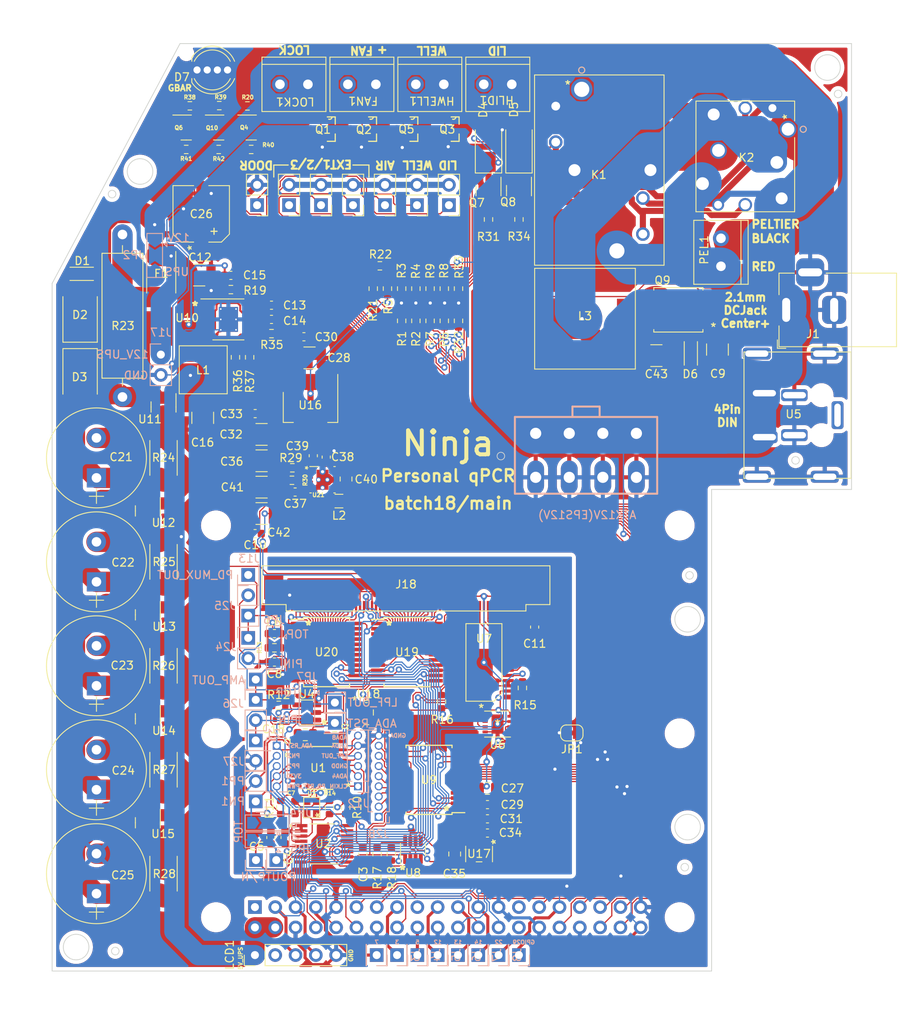
<source format=kicad_pcb>
(kicad_pcb (version 20211014) (generator pcbnew)
  (layers (0 "F.Cu" signal) (31 "B.Cu" signal) (34 "B.Paste" user) (35 "F.Paste" user) (36 "B.SilkS" user "B.Silkscreen") (37 "F.SilkS" user "F.Silkscreen") (38 "B.Mask" user) (39 "F.Mask" user) (44 "Edge.Cuts" user))
  (net 0 "")
  (net 1 "/Photo/ADA_RST")
  (net 2 "/Photo/ADA4")
  (net 3 "GNDA")
  (net 4 "3V3D")
  (net 5 "3V3A")
  (net 6 "PD_MUX_OUT")
  (net 7 "/Photo/PN2")
  (net 8 "/Photo/AMP_OUT")
  (net 9 "-1V")
  (net 10 "5V_UPS")
  (net 11 "12V_UPS")
  (net 12 "Net-(C22-Pad2)")
  (net 13 "12V")
  (net 14 "Net-(D2-Pad1)")
  (net 15 "Net-(FAN1-Pad2)")
  (net 16 "Net-(HLID1-Pad2)")
  (net 17 "Net-(HWELL1-Pad2)")
  (net 18 "PD_TH2")
  (net 19 "THERM_R_SWITCH")
  (net 20 "MUX_SELECT")
  (net 21 "/GPIO13")
  (net 22 "/FAN")
  (net 23 "MUX_S3")
  (net 24 "/GPIO22")
  (net 25 "/GPIO5")
  (net 26 "DLOCK")
  (net 27 "DOPEN")
  (net 28 "/WELL_HEATER")
  (net 29 "PD_TH1")
  (net 30 "/GPIO12")
  (net 31 "MUX_S2")
  (net 32 "/LID_HEATER")
  (net 33 "MUX_S1")
  (net 34 "VIN_SENSE")
  (net 35 "/GPIO14")
  (net 36 "I2C_SCL")
  (net 37 "MUX_S0")
  (net 38 "/GPIO3")
  (net 39 "I2C_SDA")
  (net 40 "/Photo/PHOTO_OUT_P")
  (net 41 "/Photo/PHOTO_OUT_N")
  (net 42 "THERM_MUX_OUT")
  (net 43 "N_LED_OUT8")
  (net 44 "N_LED_OUT7")
  (net 45 "N_LED_OUT6")
  (net 46 "N_LED_OUT5")
  (net 47 "N_LED_OUT4")
  (net 48 "N_LED_OUT3")
  (net 49 "N_LED_OUT2")
  (net 50 "N_LED_OUT1")
  (net 51 "S_LED_OUT1")
  (net 52 "S_LED_OUT2")
  (net 53 "S_LED_OUT3")
  (net 54 "S_LED_OUT4")
  (net 55 "S_LED_OUT5")
  (net 56 "S_LED_OUT6")
  (net 57 "S_LED_OUT7")
  (net 58 "S_LED_OUT8")
  (net 59 "Net-(Q1-Pad1)")
  (net 60 "Net-(Q2-Pad1)")
  (net 61 "Net-(Q3-Pad1)")
  (net 62 "Net-(Q5-Pad1)")
  (net 63 "/Photo/PP2")
  (net 64 "Net-(R14-Pad1)")
  (net 65 "Net-(R16-Pad1)")
  (net 66 "THERM_AIR")
  (net 67 "THERM_EXT1")
  (net 68 "THERM_EXT2")
  (net 69 "THERM_EXT3")
  (net 70 "THERM_LID")
  (net 71 "THERM_WELL")
  (net 72 "CLKIN")
  (net 73 "/PhotoLED/LED_IREF")
  (net 74 "Net-(C13-Pad2)")
  (net 75 "Net-(C15-Pad1)")
  (net 76 "Net-(C21-Pad1)")
  (net 77 "Net-(C21-Pad2)")
  (net 78 "Net-(C23-Pad2)")
  (net 79 "Net-(C24-Pad2)")
  (net 80 "Net-(C34-Pad1)")
  (net 81 "Net-(C37-Pad1)")
  (net 82 "Net-(C39-Pad1)")
  (net 83 "Net-(C40-Pad1)")
  (net 84 "Net-(C40-Pad2)")
  (net 85 "/PhotoMUX/S_PD_OUT16")
  (net 86 "/PhotoMUX/S_PD_OUT15")
  (net 87 "/PhotoMUX/S_PD_OUT14")
  (net 88 "/PhotoMUX/S_PD_OUT13")
  (net 89 "/PhotoMUX/S_PD_OUT12")
  (net 90 "/PhotoMUX/S_PD_OUT11")
  (net 91 "/PhotoMUX/S_PD_OUT10")
  (net 92 "/PhotoMUX/S_PD_OUT9")
  (net 93 "/PhotoMUX/S_PD_OUT8")
  (net 94 "/PhotoMUX/S_PD_OUT7")
  (net 95 "/PhotoMUX/S_PD_OUT6")
  (net 96 "/PhotoMUX/S_PD_OUT5")
  (net 97 "/PhotoMUX/S_PD_OUT4")
  (net 98 "/PhotoMUX/S_PD_OUT3")
  (net 99 "/PhotoMUX/S_PD_OUT2")
  (net 100 "/PhotoMUX/S_PD_OUT1")
  (net 101 "/PhotoMUX/N_PD_OUT1")
  (net 102 "/PhotoMUX/N_PD_OUT2")
  (net 103 "/PhotoMUX/N_PD_OUT3")
  (net 104 "/PhotoMUX/N_PD_OUT4")
  (net 105 "/PhotoMUX/N_PD_OUT5")
  (net 106 "/PhotoMUX/N_PD_OUT6")
  (net 107 "/PhotoMUX/N_PD_OUT7")
  (net 108 "/PhotoMUX/N_PD_OUT8")
  (net 109 "/PhotoMUX/N_PD_OUT9")
  (net 110 "/PhotoMUX/N_PD_OUT10")
  (net 111 "/PhotoMUX/N_PD_OUT11")
  (net 112 "/PhotoMUX/N_PD_OUT12")
  (net 113 "/PhotoMUX/N_PD_OUT13")
  (net 114 "/PhotoMUX/N_PD_OUT14")
  (net 115 "/PhotoMUX/N_PD_OUT15")
  (net 116 "/PhotoMUX/N_PD_OUT16")
  (net 117 "Net-(R17-Pad2)")
  (net 118 "Net-(R18-Pad2)")
  (net 119 "Net-(R29-Pad1)")
  (net 120 "Net-(R29-Pad2)")
  (net 121 "/PhotoMUX/MUX_SELECT_INV")
  (net 122 "PD_REF_PWM")
  (net 123 "REG_OUT")
  (net 124 "/SheetPeltier/PEL1")
  (net 125 "/SheetPeltier/PEL3")
  (net 126 "/SheetPeltier/PEL_RED")
  (net 127 "/SheetPeltier/PEL_BLK")
  (net 128 "PEL_SWB")
  (net 129 "PEL_SWA")
  (net 130 "Net-(Q7-Pad1)")
  (net 131 "Net-(Q8-Pad1)")
  (net 132 "Net-(D6-Pad2)")
  (net 133 "PEL_PWM")
  (net 134 "Net-(Q9-Pad4)")
  (net 135 "Net-(LOCK1-Pad2)")
  (net 136 "/GPIO29")
  (net 137 "GNDD")
  (net 140 "Net-(R19-Pad1)")
  (net 150 "ADC_DRDY")
  (net 151 "Net-(C14-Pad2)")
  (net 155 "/Photo/ADA8")
  (net 156 "/Photo/PN1")
  (net 157 "/Photo/PP1")
  (net 158 "/GPIO7")
  (net 160 "Net-(C6-Pad1)")
  (net 161 "Net-(C18-Pad1)")
  (net 162 "Net-(J24-Pad2)")
  (net 163 "Net-(J26-Pad2)")
  (net 164 "/Photo/LPF_OUT")
  (net 165 "Net-(R15-Pad1)")
  (net 166 "THERM_EXT4")
  (net 167 "THERM_EXT5")
  (net 168 "THERM_EXT6")
  (net 169 "THERM_EXT7")
  (net 170 "THERM_EXT8")
  (net 171 "THERM_EXT9")
  (net 172 "THERM_EXT10")
  (net 173 "THERM_EXT11")
  (net 175 "Net-(R36-Pad2)")
  (net 176 "Net-(R35-Pad1)")
  (net 177 "Net-(C15-Pad2)")
  (net 178 "Net-(D7-Pad4)")
  (net 179 "Net-(D7-Pad1)")
  (net 180 "Net-(D7-Pad2)")
  (net 181 "Net-(R20-Pad2)")
  (net 182 "Net-(R38-Pad2)")
  (net 183 "Net-(R39-Pad2)")
  (net 184 "Net-(Q4-Pad1)")
  (net 185 "Net-(Q6-Pad1)")
  (net 186 "Net-(Q10-Pad1)")
  (footprint "Connector_PinHeader_2.54mm:PinHeader_1x05_P2.54mm_Vertical" (layer "F.Cu") (at 105.37 148 90)
    (fp_text reference "LCD1")
    (fp_text value "RPI_LCD_TOUCH_7INCH")
  )
  (footprint "Ninja-qPCR:TB_SeeedOPL_320110028" (layer "F.Cu") (at 129 39.1 180)
    (fp_text reference "HWELL1")
    (fp_text value "Screw_Terminal_01x02")
  )
  (footprint "Jumper:SolderJumper-2_P1.3mm_Bridged_RoundedPad1.0x1.5mm" (layer "F.Cu") (at 145.01 120.22 180)
    (fp_text reference "JP1")
    (fp_text value "SolderJumper_2_Bridged")
  )
  (footprint "Package_TO_SOT_SMD:SOT-23" (layer "F.Cu") (at 93.936 79.45 -90)
    (fp_text reference "U11")
    (fp_text value "TL431DBZ")
  )
  (footprint "Package_TO_SOT_SMD:SOT-23" (layer "F.Cu") (at 91.976 92.45 -90)
    (fp_text reference "U12")
    (fp_text value "TL431DBZ")
  )
  (footprint "Package_TO_SOT_SMD:SOT-23" (layer "F.Cu") (at 91.976 105.45 -90)
    (fp_text reference "U13")
    (fp_text value "TL431DBZ")
  )
  (footprint "Package_TO_SOT_SMD:SOT-23" (layer "F.Cu") (at 91.976 118.45 -90)
    (fp_text reference "U14")
    (fp_text value "TL431DBZ")
  )
  (footprint "Package_TO_SOT_SMD:SOT-23" (layer "F.Cu") (at 91.976 131.45 -90)
    (fp_text reference "U15")
    (fp_text value "TL431DBZ")
  )
  (footprint "Package_TO_SOT_SMD:SOT-223" (layer "F.Cu") (at 112.325 79.475 -90)
    (fp_text reference "U16")
    (fp_text value "CJT1117-3.3")
  )
  (footprint "Ninja-qPCR:TPS63710DRRR" (layer "F.Cu") (at 113.829998 88.549988)
    (fp_text reference "U21")
    (fp_text value "TPS63710DRRR" hide)
  )
  (footprint "Ninja-qPCR:CP_Radial_D12.5mm_P5.00mm" (layer "F.Cu") (at 85.546006 101.31999 90)
    (fp_text reference "C22")
    (fp_text value "10F2.7V" hide)
  )
  (footprint "Ninja-qPCR:CP_Radial_D12.5mm_P5.00mm" (layer "F.Cu") (at 85.546006 114.31999 90)
    (fp_text reference "C23")
    (fp_text value "10F2.7V" hide)
  )
  (footprint "Ninja-qPCR:CP_Radial_D12.5mm_P5.00mm" (layer "F.Cu") (at 85.546006 127.319989 90)
    (fp_text reference "C24")
    (fp_text value "10F2.7V" hide)
  )
  (footprint "Ninja-qPCR:CP_Radial_D12.5mm_P5.00mm" (layer "F.Cu") (at 85.546006 140.319989 90)
    (fp_text reference "C25")
    (fp_text value "10F2.7V" hide)
  )
  (footprint "Ninja-qPCR:AP2210K-3.3TRG1" (layer "F.Cu") (at 133.409995 135.360004 -90)
    (fp_text reference "U17")
    (fp_text value "AP2210K-3.3TRG1" hide)
  )
  (footprint "Capacitor_SMD:C_0805_2012Metric" (layer "F.Cu") (at 134.46 127.15 180)
    (fp_text reference "C27")
    (fp_text value "4.7uF")
  )
  (footprint "Capacitor_SMD:C_0603_1608Metric" (layer "F.Cu") (at 134.46 129.182 180)
    (fp_text reference "C29")
    (fp_text value "0.1uF")
  )
  (footprint "Capacitor_SMD:C_0603_1608Metric" (layer "F.Cu") (at 111.5 70.67)
    (fp_text reference "C30")
    (fp_text value "0.1uF")
  )
  (footprint "Capacitor_SMD:C_0603_1608Metric" (layer "F.Cu") (at 134.46 130.96 180)
    (fp_text reference "C31")
    (fp_text value "0.01uF")
  )
  (footprint "Capacitor_SMD:C_0603_1608Metric" (layer "F.Cu") (at 105.4 80.28 180)
    (fp_text reference "C33")
    (fp_text value "0.1uF")
  )
  (footprint "Capacitor_SMD:C_0603_1608Metric" (layer "F.Cu") (at 110.4 90.09 180)
    (fp_text reference "C37")
    (fp_text value "1uF")
  )
  (footprint "Capacitor_SMD:C_0603_1608Metric" (layer "F.Cu") (at 114.29 85.72 90)
    (fp_text reference "C38")
    (fp_text value "1uF")
  )
  (footprint "Capacitor_SMD:C_0603_1608Metric" (layer "F.Cu") (at 112.67 85.55 90)
    (fp_text reference "C39")
    (fp_text value "1uF")
  )
  (footprint "Capacitor_SMD:C_0805_2012Metric" (layer "F.Cu") (at 116.77 88.46 -90)
    (fp_text reference "C40")
    (fp_text value "10uF")
  )
  (footprint "Capacitor_SMD:C_1210_3225Metric" (layer "F.Cu") (at 106.2 89.48 180)
    (fp_text reference "C41")
    (fp_text value "22uF")
  )
  (footprint "Diodes_SMD:D_SMB" (layer "F.Cu") (at 83.5 67.8 90)
    (fp_text reference "D2")
    (fp_text value "D")
  )
  (footprint "Diodes_SMD:D_SMB" (layer "F.Cu") (at 83.5 75.7 -90)
    (fp_text reference "D3")
    (fp_text value "D")
  )
  (footprint "Capacitors_SMD:C_0805" (layer "F.Cu") (at 115.88 91.22 180)
    (fp_text reference "L2")
    (fp_text value "2.2uH")
  )
  (footprint "Resistor_SMD:R_2512_6332Metric" (layer "F.Cu") (at 93.936 85.82 -90)
    (fp_text reference "R24")
    (fp_text value "1k2W")
  )
  (footprint "Resistor_SMD:R_2512_6332Metric" (layer "F.Cu") (at 93.936 98.82 -90)
    (fp_text reference "R25")
    (fp_text value "1k2W")
  )
  (footprint "Resistor_SMD:R_2512_6332Metric" (layer "F.Cu") (at 93.936 111.82 -90)
    (fp_text reference "R26")
    (fp_text value "1k2W")
  )
  (footprint "Resistor_SMD:R_2512_6332Metric" (layer "F.Cu") (at 93.936 124.82 -90)
    (fp_text reference "R27")
    (fp_text value "1k2W")
  )
  (footprint "Resistor_SMD:R_2512_6332Metric" (layer "F.Cu") (at 93.936 137.82 -90)
    (fp_text reference "R28")
    (fp_text value "1k2W")
  )
  (footprint "Capacitor_SMD:C_0603_1608Metric" (layer "F.Cu") (at 134.46 132.738 180)
    (fp_text reference "C34")
    (fp_text value "100pF")
  )
  (footprint "Resistors_SMD:R_2512" (layer "F.Cu") (at 93.65 62.6 -90)
    (fp_text reference "F1")
    (fp_text value "Fuse")
  )
  (footprint "Ninja-qPCR:VLS6045EX-3R3N" (layer "F.Cu") (at 98.9 74.8 90)
    (fp_text reference "L1")
    (fp_text value "10uH" hide)
  )
  (footprint "Capacitor_SMD:C_0603_1608Metric" (layer "F.Cu") (at 107.442 66.72199 180)
    (fp_text reference "C13")
    (fp_text value "0.1uF")
  )
  (footprint "Capacitor_SMD:C_0603_1608Metric" (layer "F.Cu") (at 107.442 68.49999 180)
    (fp_text reference "C14")
    (fp_text value "0.01uF")
  )
  (footprint "Capacitor_SMD:C_1210_3225Metric" (layer "F.Cu") (at 106.2 92.78 180)
    (fp_text reference "C42")
    (fp_text value "22uF")
  )
  (footprint "Resistor_SMD:R_0603_1608Metric" (layer "F.Cu") (at 110 88.62 180)
    (fp_text reference "R30")
    (fp_text value "150k")
  )
  (footprint "Ninja-qPCR:CP_Radial_D12.5mm_P5.00mm" (layer "F.Cu") (at 85.546006 88.319991 90)
    (fp_text reference "C21")
    (fp_text value "10F2.7V" hide)
  )
  (footprint "Resistor_SMD:R_0603_1608Metric" (layer "F.Cu") (at 110.05 87.06 180)
    (fp_text reference "R29")
    (fp_text value "39k")
  )
  (footprint "Ninja-qPCR:TB_SeeedOPL_320110028" (layer "F.Cu") (at 137.5 39.1 180)
    (fp_text reference "HLID1")
    (fp_text value "Screw_Terminal_01x02")
  )
  (footprint "Ninja-qPCR:TB_SeeedOPL_320110028" (layer "F.Cu") (at 120.5 39.1 180)
    (fp_text reference "FAN1")
    (fp_text value "Screw_Terminal_01x02")
  )
  (footprint "Diodes_SMD:D_SMA" (layer "F.Cu") (at 134.59 46.79 90)
    (fp_text reference "D4")
    (fp_text value "DIODE")
  )
  (footprint "Diodes_SMD:D_SMA" (layer "F.Cu") (at 138.4 46.79 90)
    (fp_text reference "D5")
    (fp_text value "DIODE")
  )
  (footprint "Package_TO_SOT_SMD:SOT-23" (layer "F.Cu") (at 134.59 52.39 -90)
    (fp_text reference "Q7")
    (fp_text value "Q_NPN_BCE")
  )
  (footprint "Package_TO_SOT_SMD:SOT-23" (layer "F.Cu") (at 138.4 52.39 -90)
    (fp_text reference "Q8")
    (fp_text value "Q_NPN_BCE")
  )
  (footprint "Resistor_SMD:R_0603_1608Metric" (layer "F.Cu") (at 134.59 56 -90)
    (fp_text reference "R31")
    (fp_text value "10k")
  )
  (footprint "Resistor_SMD:R_0603_1608Metric" (layer "F.Cu") (at 138.4 56 90)
    (fp_text reference "R34")
    (fp_text value "10k")
  )
  (footprint "Capacitor_SMD:C_0805_2012Metric" (layer "F.Cu") (at 130.359988 135.360004 90)
    (fp_text reference "C35")
    (fp_text value "4.7uF")
  )
  (footprint "Package_SO:SSOP-24_5.3x8.2mm_P0.65mm" (layer "F.Cu") (at 114.340005 110.109)
    (fp_text reference "U20")
    (fp_text value "CD74HC4067M96")
  )
  (footprint "Ninja-qPCR:MCP4551T-104E&slash_MF" (layer "F.Cu") (at 135.72 119.11)
    (fp_text reference "U6")
    (fp_text value "MCP4551T-502E/MS" hide)
  )
  (footprint "Package_SO:SSOP-24_5.3x8.2mm_P0.65mm" (layer "F.Cu") (at 124.389998 110.109)
    (fp_text reference "U19")
    (fp_text value "CD74HC4067M96")
  )
  (footprint "Capacitor_SMD:C_0603_1608Metric" (layer "F.Cu") (at 107.809995 111.349993 180)
    (fp_text reference "C8")
    (fp_text value "0.1uF")
  )
  (footprint "Capacitor_SMD:C_0603_1608Metric" (layer "F.Cu") (at 140.36 106.98 90)
    (fp_text reference "C11")
    (fp_text value "0.1uF")
  )
  (footprint "Capacitor_SMD:C_0603_1608Metric" (layer "F.Cu") (at 107.809995 107.793993)
    (fp_text reference "C6")
    (fp_text value "DNP(<1pF)")
  )
  (footprint "Capacitor_SMD:C_0603_1608Metric" (layer "F.Cu") (at 107.3658 133.2992 -90)
    (fp_text reference "C5")
    (fp_text value "0.1uF")
  )
  (footprint "Capacitor_SMD:C_0603_1608Metric" (layer "F.Cu") (at 109.1438 133.2992 90)
    (fp_text reference "C4")
    (fp_text value "0.1uF")
  )
  (footprint "Capacitor_SMD:C_0603_1608Metric" (layer "F.Cu") (at 118.872 135.360004 90)
    (fp_text reference "C3")
    (fp_text value "0.1uF")
  )
  (footprint "Capacitor_SMD:C_0805_2012Metric" (layer "F.Cu") (at 111.67 120.45 180)
    (fp_text reference "C1")
    (fp_text value "4.7uF")
  )
  (footprint "Package_TO_SOT_SMD:SOT-23-8" (layer "F.Cu") (at 125.14 134.81 90)
    (fp_text reference "U8")
    (fp_text value "TS12A12511DCNR")
  )
  (footprint "Package_TO_SOT_SMD:SOT-23-5" (layer "F.Cu") (at 111.867493 117.659988 180)
    (fp_text reference "U4")
    (fp_text value "LMP7717MF_NOPB")
  )
  (footprint "Capacitor_SMD:C_0805_2012Metric" (layer "F.Cu") (at 115.35 120.79)
    (fp_text reference "C2")
    (fp_text value "4.7uF")
  )
  (footprint "Ninja-qPCR:ASDK-32.768KHZ-LRT" (layer "F.Cu") (at 112.472 129.54 90)
    (fp_text reference "U3")
    (fp_text value "COM1305-0.032768-EXT-T-TR")
  )
  (footprint "Capacitor_SMD:C_0603_1608Metric" (layer "F.Cu") (at 110.38 129.54 90)
    (fp_text reference "C7")
    (fp_text value "0.1uF")
  )
  (footprint "Resistor_SMD:R_0603_1608Metric" (layer "F.Cu") (at 114.698 129.54 -90)
    (fp_text reference "R14")
    (fp_text value "10k")
  )
  (footprint "Resistor_SMD:R_0603_1608Metric" (layer "F.Cu") (at 116.73 129.54 -90)
    (fp_text reference "R10")
    (fp_text value "10k")
  )
  (footprint "Ninja-qPCR:ADA2200ARUZ" (layer "F.Cu") (at 113.29 124.6 180)
    (fp_text reference "U1")
    (fp_text value "ADA2200ARUZ" hide)
  )
  (footprint "Ninja-qPCR:ADS122C04IPWR" (layer "F.Cu") (at 114.02 134.09)
    (fp_text reference "U2")
    (fp_text value "ADS1219IPWR")
  )
  (footprint "Ninja-qPCR:SN74LVC1GU04DBVR" (layer "F.Cu") (at 119.309998 117.659988)
    (fp_text reference "U18")
    (fp_text value "SN74LVC1GU04DCKR" hide)
  )
  (footprint "Resistor_SMD:R_0603_1608Metric" (layer "F.Cu") (at 108.602 129.54 -90)
    (fp_text reference "R11")
    (fp_text value "10k")
  )
  (footprint "Resistor_SMD:R_0603_1608Metric" (layer "F.Cu") (at 107.809995 109.571993 180)
    (fp_text reference "R13")
    (fp_text value "10M")
  )
  (footprint "Resistor_SMD:R_0603_1608Metric" (layer "F.Cu") (at 120.65 135.360004 90)
    (fp_text reference "R17")
    (fp_text value "10k_HP")
  )
  (footprint "Resistor_SMD:R_0603_1608Metric" (layer "F.Cu") (at 122.428 135.360004 90)
    (fp_text reference "R18")
    (fp_text value "47k_HP")
  )
  (footprint "Package_SO:SSOP-24_5.3x8.2mm_P0.65mm" (layer "F.Cu") (at 127.150012 126.089994 180)
    (fp_text reference "U9")
    (fp_text value "CD74HC4067M96")
  )
  (footprint "Ninja-qPCR:FFC_60_Ali_HUISHUNFA" (layer "F.Cu") (at 139.02 104.34 180)
    (fp_text reference "J18")
    (fp_text value "Conn_01x60_Male")
  )
  (footprint "Ninja-qPCR:PCA9955B" (layer "F.Cu") (at 134.016892 111.401109 90)
    (fp_text reference "U7")
    (fp_text value "PCA9955B" hide)
  )
  (footprint "Ninja-qPCR:TB_SeeedOPL_320110028" (layer "F.Cu") (at 163.669312 61.854869 90)
    (fp_text reference "PEL1")
    (fp_text value "Screw_Terminal_01x02")
  )
  (footprint "Ninja-qPCR:EX2-2U1S" (layer "F.Cu") (at 172.059312 44.714869 -90)
    (fp_text reference "K2")
    (fp_text value "EX2-2U1S" hide)
  )
  (footprint "Ninja-qPCR:EP2-3L3SAb" (layer "F.Cu") (at 146.249312 39.724869 -90)
    (fp_text reference "K1")
    (fp_text value "EP2-3L3SAb" hide)
  )
  (footprint "Ninja-qPCR:35TZV100M6.3X8" (layer "F.Cu") (at 98.65 55.3 90)
    (fp_text reference "C26")
    (fp_text value "100uF" hide)
  )
  (footprint "Ninja-qPCR:SOT95P240X112-3N" (layer "F.Cu") (at 125.035 44.7)
    (fp_text reference "Q5")
    (fp_text value "Q_NMOS_GSD")
  )
  (footprint "Ninja-qPCR:SOT95P240X112-3N" (layer "F.Cu") (at 130.2 44.7)
    (fp_text reference "Q3")
    (fp_text value "Q_NMOS_GSD")
  )
  (footprint "Ninja-qPCR:SOT95P240X112-3N" (layer "F.Cu") (at 119.87 44.7)
    (fp_text reference "Q2")
    (fp_text value "Q_NMOS_GSD")
  )
  (footprint "Ninja-qPCR:SOT95P240X112-3N" (layer "F.Cu") (at 114.705 44.7)
    (fp_text reference "Q1")
    (fp_text value "Q_NMOS_GSD")
  )
  (footprint "Ninja-qPCR:MSS1P3L-M3&slash_89A" (layer "F.Cu") (at 83.7 62.8 180)
    (fp_text reference "D1")
    (fp_text value "D_Schottky" hide)
  )
  (footprint "Connector_BarrelJack:BarrelJack_Horizontal" (layer "F.Cu") (at 171.828993 67.31 180)
    (fp_text reference "J1")
    (fp_text value "Barrel_Jack_Switch")
  )
  (footprint "Package_SO:HSOP-8-1EP_3.9x4.9mm_P1.27mm_EP2.41x3.1mm_ThermalVias" (layer "F.Cu") (at 102.050012 68.49999)
    (fp_text reference "U10")
    (fp_text value "BD9329AEFJ-E2")
  )
  (footprint "Capacitor_SMD:C_0603_1608Metric" (layer "F.Cu") (at 102.362 62.992 180)
    (fp_text reference "C15")
    (fp_text value "0.01uF")
  )
  (footprint "Resistor_SMD:R_0603_1608Metric" (layer "F.Cu") (at 102.362 64.77)
    (fp_text reference "R19")
    (fp_text value "150")
  )
  (footprint "Ninja-qPCR:MSS1P3L-M3&slash_89A" (layer "F.Cu") (at 159.9 72.75 90)
    (fp_text reference "D6")
    (fp_text value "D_Schottky" hide)
  )
  (footprint "Ninja-qPCR:PowerPAK_SO-8_Long" (layer "F.Cu") (at 158.339199 67.3 180)
    (fp_text reference "Q9")
    (fp_text value "SIRA88BDP-T1-GE3" hide)
  )
  (footprint "Capacitor_SMD:C_1210_3225Metric" (layer "F.Cu") (at 163.23 72.27 90)
    (fp_text reference "C9")
    (fp_text value "22uF")
  )
  (footprint "Capacitor_SMD:C_1210_3225Metric" (layer "F.Cu") (at 155.59 73.03 180)
    (fp_text reference "C43")
    (fp_text value "22uF")
  )
  (footprint "Ninja-qPCR:SRP1265C" (layer "F.Cu") (at 146.66 68.41 180)
    (fp_text reference "L3")
    (fp_text value "SRP1265C-220M")
  )
  (footprint "Ninja-qPCR:TB_SeeedOPL_320110028" (layer "F.Cu") (at 112 39.1 180)
    (fp_text reference "LOCK1")
    (fp_text value "Conn_01x02_Male")
  )
  (footprint "Connector_PinHeader_2.54mm:PinHeader_1x02_P2.54mm_Vertical" (layer "F.Cu") (at 125.639055 54.210944 180)
    (fp_text reference "TWELL1" hide)
    (fp_text value "Conn_01x02_Male")
  )
  (footprint "Connector_PinHeader_2.54mm:PinHeader_1x02_P2.54mm_Vertical" (layer "F.Cu") (at 129.639055 54.210944 180)
    (fp_text reference "TLID1" hide)
    (fp_text value "Conn_01x02_Male")
  )
  (footprint "Connector_PinHeader_2.54mm:PinHeader_1x02_P2.54mm_Vertical" (layer "F.Cu") (at 109.639055 54.210944 180)
    (fp_text reference "TEXT3" hide)
    (fp_text value "Conn_01x02_Male")
  )
  (footprint "Connector_PinHeader_2.54mm:PinHeader_1x02_P2.54mm_Vertical" (layer "F.Cu") (at 113.639055 54.210944 180)
    (fp_text reference "TEXT2" hide)
    (fp_text value "Conn_01x02_Male")
  )
  (footprint "Connector_PinHeader_2.54mm:PinHeader_1x02_P2.54mm_Vertical" (layer "F.Cu") (at 117.639055 54.210944 180)
    (fp_text reference "TEXT1" hide)
    (fp_text value "Conn_01x02_Male")
  )
  (footprint "Connector_PinHeader_2.54mm:PinHeader_1x02_P2.54mm_Vertical" (layer "F.Cu") (at 121.639055 54.210944 180)
    (fp_text reference "TAIR1" hide)
    (fp_text value "Conn_01x02_Male")
  )
  (footprint "Connector_PinHeader_2.54mm:PinHeader_1x02_P2.54mm_Vertical" (layer "F.Cu") (at 105.639057 54.210941 180)
    (fp_text reference "SW1" hide)
    (fp_text value "SW_Reed")
  )
  (footprint "Resistor_SMD:R_0603_1608Metric" (layer "F.Cu") (at 130.838 64.65 -90)
    (fp_text reference "R33")
    (fp_text value "47k")
  )
  (footprint "Resistor_SMD:R_0603_1608Metric" (layer "F.Cu") (at 120.17 64.65 -90)
    (fp_text reference "R21")
    (fp_text value "47k")
  )
  (footprint "Resistor_SMD:R_0603_1608Metric" (layer "F.Cu") (at 127.282 64.65 90)
    (fp_text reference "R9")
    (fp_text value "47k")
  )
  (footprint "Resistor_SMD:R_0603_1608Metric" (layer "F.Cu") (at 129.06 64.65 90)
    (fp_text reference "R8")
    (fp_text value "47k")
  )
  (footprint "Resistor_SMD:R_0603_1608Metric" (layer "F.Cu") (at 121.948 64.65 90)
    (fp_text reference "R5")
    (fp_text value "47k")
  )
  (footprint "Resistor_SMD:R_0603_1608Metric" (layer "F.Cu") (at 123.726 64.65 90)
    (fp_text reference "R3")
    (fp_text value "47k")
  )
  (footprint "Resistor_SMD:R_0603_1608Metric" (layer "F.Cu") (at 125.504 64.65 90)
    (fp_text reference "R4")
    (fp_text value "47k")
  )
  (footprint "Resistor_SMD:R_0603_1608Metric" (layer "F.Cu") (at 130.838 68.68 -90)
    (fp_text reference "R32")
    (fp_text value "150")
  )
  (footprint "Resistor_SMD:R_0603_1608Metric" (layer "F.Cu") (at 121 61.8 180)
    (fp_text reference "R22")
    (fp_text value "10k")
  )
  (footprint "Resistor_SMD:R_0603_1608Metric" (layer "F.Cu") (at 127.282 68.68 -90)
    (fp_text reference "R7")
    (fp_text value "150")
  )
  (footprint "Resistor_SMD:R_0603_1608Metric" (layer "F.Cu") (at 129.06 68.68 -90)
    (fp_text reference "R6")
    (fp_text value "150")
  )
  (footprint "Resistor_SMD:R_0603_1608Metric" (layer "F.Cu") (at 125.504 68.68 -90)
    (fp_text reference "R2")
    (fp_text value "150")
  )
  (footprint "Resistor_SMD:R_0603_1608Metric" (layer "F.Cu") (at 123.726 68.68 -90)
    (fp_text reference "R1")
    (fp_text value "150")
  )
  (footprint "Resistor_SMD:R_0603_1608Metric" (layer "F.Cu") (at 128.71 116.31 -90)
    (fp_text reference "R16")
    (fp_text value "47k")
  )
  (footprint "Capacitor_SMD:C_0603_1608Metric" (layer "F.Cu") (at 105.39 95.29 180)
    (fp_text reference "C10")
    (fp_text value "0.1uF")
  )
  (footprint "Resistors_ThroughHole:R_Axial_DIN0516_L15.5mm_D5.0mm_P20.32mm_Horizontal" (layer "F.Cu") (at 88.8 78.2 90)
    (fp_text reference "R23")
    (fp_text value "8.2Ω 3W")
  )
  (footprint "Capacitor_SMD:C_1210_3225Metric" (layer "F.Cu") (at 112.2 73.31)
    (fp_text reference "C28")
    (fp_text value "22uF")
  )
  (footprint "Capacitor_SMD:C_1210_3225Metric" (layer "F.Cu") (at 106.2 86.18 180)
    (fp_text reference "C36")
    (fp_text value "22uF")
  )
  (footprint "Capacitor_SMD:C_1210_3225Metric" (layer "F.Cu") (at 106.2 82.88 180)
    (fp_text reference "C32")
    (fp_text value "22uF")
  )
  (footprint "Ninja-qPCR:Raspberry_Pi_3A+_3B+_4B_Zero_FaceDown_HDMI-R-NOSILK" (layer "F.Cu") (at 105.37 142 90)
    (fp_text reference "J2" hide)
    (fp_text value "Raspberry_Pi_3A_Plus_wpi")
  )
  (footprint "LED_THT:LED_D5.0mm-4_RGB" (layer "F.Cu") (at 98.13 37.3)
    (fp_text reference "D7")
    (fp_text value "LED_GBAR")
  )
  (footprint "Resistor_SMD:R_0603_1608Metric" (layer "F.Cu") (at 100.838 47.244)
    (fp_text reference "R42")
    (fp_text value "10k")
  )
  (footprint "Resistor_SMD:R_0603_1608Metric" (layer "F.Cu") (at 107.442 70.27799)
    (fp_text reference "R35")
    (fp_text value "10k")
  )
  (footprint "Package_TO_SOT_SMD:SOT-23" (layer "F.Cu") (at 104.902 44.5008)
    (fp_text reference "Q4")
    (fp_text value "Q_NPN_BCE")
  )
  (footprint "Capacitor_SMD:C_1210_3225Metric" (layer "F.Cu") (at 98.84 80.81 90)
    (fp_text reference "C16")
    (fp_text value "22uF")
  )
  (footprint "Resistor_SMD:R_0603_1608Metric" (layer "F.Cu") (at 138.83 114.59 90)
    (fp_text reference "R15")
    (fp_text value "180")
  )
  (footprint "Ninja-qPCR:DN4_PWR" (layer "F.Cu") (at 179.950008 80.475988 90)
    (fp_text reference "U5")
    (fp_text value "DIN4_PWR")
  )
  (footprint "Resistor_SMD:R_0603_1608Metric" (layer "F.Cu") (at 104.43 41.8)
    (fp_text reference "R20")
    (fp_text value "?")
  )
  (footprint "Capacitor_SMD:C_0402_1005Metric" (layer "F.Cu") (at 108.349999 118.550004)
    (fp_text reference "C18")
    (fp_text value "330pF")
  )
  (footprint "Resistor_SMD:R_0603_1608Metric" (layer "F.Cu") (at 104.902 47.244)
    (fp_text reference "R40")
    (fp_text value "10k")
  )
  (footprint "Package_TO_SOT_SMD:SOT-23" (layer "F.Cu") (at 96.774 44.5008)
    (fp_text reference "Q6")
    (fp_text value "Q_NPN_BCE")
  )
  (footprint "Resistor_SMD:R_0603_1608Metric" (layer "F.Cu") (at 108.35 116.772 180)
    (fp_text reference "R12")
    (fp_text value "10k")
  )
  (footprint "Resistor_SMD:R_0603_1608Metric" (layer "F.Cu") (at 102.932 73.24 90)
    (fp_text reference "R36")
    (fp_text value "47k")
  )
  (footprint "Resistor_SMD:R_0603_1608Metric" (layer "F.Cu") (at 96.774 47.244)
    (fp_text reference "R41")
    (fp_text value "10k")
  )
  (footprint "Resistor_SMD:R_0603_1608Metric" (layer "F.Cu") (at 104.71 73.24 90)
    (fp_text reference "R37")
    (fp_text value "10k")
  )
  (footprint "Package_TO_SOT_SMD:SOT-23" (layer "F.Cu") (at 100.838 44.5008)
    (fp_text reference "Q10")
    (fp_text value "Q_NPN_BCE")
  )
  (footprint "Resistor_SMD:R_0603_1608Metric" (layer "F.Cu") (at 97.23 41.79)
    (fp_text reference "R38")
    (fp_text value "?")
  )
  (footprint "Capacitor_SMD:C_1210_3225Metric" (layer "F.Cu") (at 98.4 62.95 180)
    (fp_text reference "C12")
    (fp_text value "22uF")
  )
  (footprint "Resistor_SMD:R_0603_1608Metric" (layer "F.Cu") (at 100.91 41.76)
    (fp_text reference "R39")
    (fp_text value "?")
  )
  (footprint "Connector_PinHeader_2.54mm:PinHeader_1x01_P2.54mm_Vertical" (layer "B.Cu") (at 123.15 148 90)
    (fp_text reference "J3")
    (fp_text value "Conn_01x01_Male")
  )
  (footprint "Connector_PinHeader_2.54mm:PinHeader_1x01_P2.54mm_Vertical" (layer "B.Cu") (at 125.69 148 90)
    (fp_text reference "J4")
    (fp_text value "Conn_01x01_Male")
  )
  (footprint "Connector_PinHeader_2.54mm:PinHeader_1x01_P2.54mm_Vertical" (layer "B.Cu") (at 128.23 148 90)
    (fp_text reference "J5")
    (fp_text value "Conn_01x01_Male")
  )
  (footprint "Connector_PinHeader_2.54mm:PinHeader_1x01_P2.54mm_Vertical" (layer "B.Cu") (at 130.77 148 90)
    (fp_text reference "J6")
    (fp_text value "Conn_01x01_Male")
  )
  (footprint "Connector_PinHeader_2.54mm:PinHeader_1x01_P2.54mm_Vertical" (layer "B.Cu") (at 135.85 148 90)
    (fp_text reference "J8")
    (fp_text value "Conn_01x01_Male")
  )
  (footprint "Connector_PinSocket_2.54mm:PinSocket_1x02_P2.54mm_Vertical" (layer "B.Cu") (at 93.599991 72.900007 180)
    (fp_text reference "J17")
    (fp_text value "Conn_01x02_Male")
  )
  (footprint "Connector_PinHeader_2.54mm:PinHeader_1x01_P2.54mm_Vertical" (layer "B.Cu") (at 138.39 148 90)
    (fp_text reference "J9" hide)
    (fp_text value "Conn_01x01_Male")
  )
  (footprint "Jumper:SolderJumper-3_P2.0mm_Open_TrianglePad1.0x1.5mm" (layer "B.Cu") (at 92.86 60.5 -90)
    (fp_text reference "JP2")
    (fp_text value "Jumper_3_Open")
  )
  (footprint "Connector_PinHeader_2.54mm:PinHeader_1x01_P2.54mm_Vertical" (layer "B.Cu") (at 133.31 148 90)
    (fp_text reference "J7")
    (fp_text value "Conn_01x01_Male")
  )
  (footprint "Connector_PinSocket_2.54mm:PinSocket_1x01_P2.54mm_Vertical" (layer "B.Cu") (at 104.53 100.46 -90)
    (fp_text reference "J13")
    (fp_text value "Conn_01x01_Male")
  )
  (footprint "Connector_PinSocket_1.27mm:PinSocket_1x06_P1.27mm_Vertical" (layer "B.Cu") (at 118.2624 126.8984)
    (fp_text reference "J12")
    (fp_text value "Conn_01x06_Male")
  )
  (footprint "Connector_PinSocket_2.54mm:PinSocket_1x01_P2.54mm_Vertical" (layer "B.Cu") (at 105.469995 113.538 -90)
    (fp_text reference "J16" hide)
    (fp_text value "Conn_01x01_Male")
  )
  (footprint "Connector_PinSocket_2.54mm:PinSocket_1x01_P2.54mm_Vertical" (layer "B.Cu") (at 108.039992 136.119997 -90)
    (fp_text reference "J15" hide)
    (fp_text value "Conn_01x01_Male")
  )
  (footprint "Connector_PinSocket_2.54mm:PinSocket_1x01_P2.54mm_Vertical" (layer "B.Cu") (at 105.499992 136.119997 -90)
    (fp_text reference "J14" hide)
    (fp_text value "Conn_01x01_Male")
  )
  (footprint "Ninja-qPCR:ATX8" (layer "B.Cu") (at 146.790004 85.500007 180)
    (fp_text reference "J19" hide)
    (fp_text value "Conn_01x08_Male" hide)
  )
  (footprint "Connector_PinHeader_2.54mm:PinHeader_1x01_P2.54mm_Vertical" (layer "B.Cu") (at 120.6 148 90)
    (fp_text reference "J11" hide)
    (fp_text value "Conn_01x01_Male")
  )
  (footprint "Jumper:SolderJumper-3_P2.0mm_Open_TrianglePad1.0x1.5mm" (layer "B.Cu") (at 111.8975 116.6 -90)
    (fp_text reference "JP7")
    (fp_text value "Jumper_3_Open")
  )
  (footprint "Connector_PinHeader_2.54mm:PinHeader_1x01_P2.54mm_Vertical" (layer "B.Cu") (at 115.37 118.963999 180)
    (fp_text reference "J20" hide)
    (fp_text value "Conn_01x01_Male")
  )
  (footprint "Connector_PinHeader_2.54mm:PinHeader_1x01_P2.54mm_Vertical" (layer "B.Cu") (at 115.37 116.423999 180)
    (fp_text reference "J23" hide)
    (fp_text value "Conn_01x01_Male")
  )
  (footprint "Jumper:SolderJumper-3_P2.0mm_Open_TrianglePad1.0x1.5mm" (layer "B.Cu") (at 107.809995 109.571993 -90)
    (fp_text reference "JP6")
    (fp_text value "Jumper_3_Open")
  )
  (footprint "Jumper:SolderJumper-3_P2.0mm_Open_TrianglePad1.0x1.5mm" (layer "B.Cu") (at 106.9086 131.4704 180)
    (fp_text reference "JP4")
    (fp_text value "Jumper_3_Open")
  )
  (footprint "Connector_PinSocket_2.54mm:PinSocket_1x02_P2.54mm_Vertical" (layer "B.Cu") (at 105.469995 116.078 180)
    (fp_text reference "J26")
    (fp_text value "Conn_01x02_Male")
  )
  (footprint "Connector_PinSocket_1.27mm:PinSocket_1x09_P1.27mm_Vertical" (layer "B.Cu") (at 120.8532 130.7084)
    (fp_text reference "J28")
    (fp_text value "Conn_01x09_Male")
  )
  (footprint "Connector_PinSocket_1.27mm:PinSocket_1x05_P1.27mm_Vertical" (layer "B.Cu") (at 108.1024 121.8184 180)
    (fp_text reference "J21")
    (fp_text value "Conn_01x05_Male")
  )
  (footprint "Jumper:SolderJumper-3_P2.0mm_Open_TrianglePad1.0x1.5mm" (layer "B.Cu") (at 106.9086 133.604 180)
    (fp_text reference "JP5")
    (fp_text value "Jumper_3_Open")
  )
  (footprint "Connector_PinSocket_2.54mm:PinSocket_1x02_P2.54mm_Vertical" (layer "B.Cu") (at 105.469995 128.778)
    (fp_text reference "J22" hide)
    (fp_text value "Conn_01x02_Male")
  )
  (footprint "Connector_PinSocket_2.54mm:PinSocket_1x02_P2.54mm_Vertical" (layer "B.Cu") (at 104.529992 105.539997)
    (fp_text reference "J25")
    (fp_text value "Conn_01x02_Male")
  )
  (footprint "Connector_PinSocket_2.54mm:PinSocket_1x02_P2.54mm_Vertical" (layer "B.Cu") (at 104.53 108.334 180)
    (fp_text reference "J24")
    (fp_text value "Conn_01x02_Male")
  )
  (footprint "Connector_PinSocket_2.54mm:PinSocket_1x02_P2.54mm_Vertical" (layer "B.Cu") (at 105.469995 121.158 180)
    (fp_text reference "J27")
    (fp_text value "Conn_01x02_Male")
  )
  (gr_poly (pts (xy 98.4 67.4) (xy 100.4 67.4) (xy 100.4 68.2) (xy 95.7 68.2) (xy 95.7 66.9) (xy 98 66.9)) (layer "F.Cu") (width 0.2) (fill solid))
  (gr_poly (pts (xy 100.4 69.7) (xy 98.5 69.7) (xy 98.1 70.1) (xy 98.1 70.7) (xy 99.1 71.7) (xy 99.1 73.7) (xy 95.7 73.7) (xy 95.7 68.7) (xy 100.4 68.7)) (layer "F.Cu") (width 0.2) (fill solid))
  (gr_poly (pts (xy 115.1 88.78) (xy 114.7 89.18) (xy 114.5 89.18) (xy 114.5 87.88) (xy 114.7 87.88) (xy 115.1 88.28) (xy 115.3 88.28) (xy 115.3 88.78)) (layer "F.Cu") (width 0.1) (fill solid))
  (gr_poly (pts (xy 101.4 80.01) (xy 96.3 80.01) (xy 96.3 76.6) (xy 95.7 76) (xy 95.7 74.1) (xy 101.4 74.1)) (layer "F.Cu") (width 0.2) (fill solid))
  (gr_line (start 117.63 49.19) (end 119.63 49.19) (layer "F.SilkS") (width 0.15))
  (gr_line (start 119.630012 49.189996) (end 119.630012 50.689993) (layer "F.SilkS") (width 0.15))
  (gr_line (start 109.530007 49.189996) (end 107.730011 49.189996) (layer "F.SilkS") (width 0.15))
  (gr_line (start 107.730011 49.189996) (end 107.730011 50.689993) (layer "F.SilkS") (width 0.15))
  (gr_circle (center 83 147) (end 84.6 147) (layer "Edge.Cuts") (width 0.1) (fill none))
  (gr_circle (center 177 37) (end 178.6 37) (layer "Edge.Cuts") (width 0.1) (fill none))
  (gr_line (start 80 150) (end 162.5 150) (layer "Edge.Cuts") (width 0.1))
  (gr_circle (center 87.5 52.825) (end 87.975 52.825) (layer "Edge.Cuts") (width 0.1) (fill none))
  (gr_circle (center 87.9 147.5) (end 88.375 147.5) (layer "Edge.Cuts") (width 0.1) (fill none))
  (gr_line (start 162.5 150) (end 162.5 89.77) (layer "Edge.Cuts") (width 0.1))
  (gr_circle (center 136.136 85.59) (end 136.611 85.59) (layer "Edge.Cuts") (width 0.1) (fill none))
  (gr_line (start 162.5 89.77) (end 180 89.77) (layer "Edge.Cuts") (width 0.1))
  (gr_line (start 180 89.77) (end 180 34) (layer "Edge.Cuts") (width 0.1))
  (gr_circle (center 159.5 106) (end 161.1 106) (layer "Edge.Cuts") (width 0.1) (fill none))
  (gr_circle (center 178.325 40.3) (end 178.8 40.3) (layer "Edge.Cuts") (width 0.1) (fill none))
  (gr_circle (center 159.5 132) (end 161.1 132) (layer "Edge.Cuts") (width 0.1) (fill none))
  (gr_circle (center 173 86.125) (end 173.475 86.125) (layer "Edge.Cuts") (width 0.1) (fill none))
  (gr_circle (center 159.74 100.51) (end 160.215 100.51) (layer "Edge.Cuts") (width 0.1) (fill none))
  (gr_circle (center 159.14 137.01) (end 159.615 137.01) (layer "Edge.Cuts") (width 0.1) (fill none))
  (gr_circle (center 91 50) (end 92.6 50) (layer "Edge.Cuts") (width 0.1) (fill none))
  (gr_line (start 80 64) (end 80 150) (layer "Edge.Cuts") (width 0.1))
  (gr_line (start 96 34) (end 80 64) (layer "Edge.Cuts") (width 0.1))
  (gr_line (start 96 34) (end 180 34) (layer "Edge.Cuts") (width 0.1))
  (gr_text "3" (at 123.15 146.4) (layer "B.SilkS") (effects (font (size 0.508 0.508) (thickness 0.127)) (justify mirror)))
  (gr_text "5" (at 125.69 146.4) (layer "B.SilkS") (effects (font (size 0.508 0.508) (thickness 0.127)) (justify mirror)))
  (gr_text "12" (at 128.23 146.4) (layer "B.SilkS") (effects (font (size 0.508 0.508) (thickness 0.127)) (justify mirror)))
  (gr_text "13" (at 130.77 146.4) (layer "B.SilkS") (effects (font (size 0.508 0.508) (thickness 0.127)) (justify mirror)))
  (gr_text "14" (at 133.31 146.4) (layer "B.SilkS") (effects (font (size 0.508 0.508) (thickness 0.127)) (justify mirror)))
  (gr_text "GPIO29" (at 139 146.4) (layer "B.SilkS") (effects (font (size 0.508 0.508) (thickness 0.127)) (justify mirror)))
  (gr_text "22" (at 135.85 146.4) (layer "B.SilkS") (effects (font (size 0.508 0.508) (thickness 0.127)) (justify mirror)))
  (gr_text "POUTP/N" (at 107.079999 138.219993) (layer "B.SilkS") (effects (font (size 1 1)) (justify mirror)))
  (gr_text "GNDA" (at 123.27001 120.5484) (layer "B.SilkS") (effects (font (size 0.508 0.508) (thickness 0.127)) (justify mirror)))
  (gr_text "PP2" (at 110.236 124.3584) (layer "B.SilkS") (effects (font (size 0.508 0.508) (thickness 0.127)) (justify mirror)))
  (gr_text "3V3D" (at 110.236 125.6284) (layer "B.SilkS") (effects (font (size 0.508 0.508) (thickness 0.127)) (justify mirror)))
  (gr_text "ADA_RST" (at 110.998 121.8184) (layer "B.SilkS") (effects (font (size 0.508 0.508) (thickness 0.127)) (justify mirror)))
  (gr_text "PP1" (at 102.616 126.238) (layer "B.SilkS") (effects (font (size 1 1)) (justify mirror)))
  (gr_text "GND" (at 90.5 75.510009) (layer "B.SilkS") (effects (font (size 1 1)) (justify mirror)))
  (gr_text "UPS" (at 95.62 62.55) (layer "B.SilkS") (effects (font (size 1 1)) (justify mirror)))
  (gr_text "ADA_RST" (at 120.02 119.04) (layer "B.SilkS") (effects (font (size 1 1)) (justify mirror)))
  (gr_text "7" (at 120.61 146.4) (layer "B.SilkS") (effects (font (size 0.508 0.508) (thickness 0.127)) (justify mirror)))
  (gr_text "12V_UPS" (at 88.8 72.88) (layer "B.SilkS") (effects (font (size 1 1)) (justify mirror)))
  (gr_text "AMP_OUT" (at 100.83 113.62) (layer "B.SilkS") (effects (font (size 1 1)) (justify mirror)))
  (gr_text "CLKIN" (at 115.824 126.8984) (layer "B.SilkS") (effects (font (size 0.508 0.508) (thickness 0.127)) (justify mirror)))
  (gr_text "PD_REF_PWM" (at 111.76 126.8984) (layer "B.SilkS") (effects (font (size 0.508 0.508) (thickness 0.127)) (justify mirror)))
  (gr_text "ATX12V(EPS12V)" (at 146.93 92.96) (layer "B.SilkS") (effects (font (size 1 1)) (justify mirror)))
  (gr_text "TOP" (at 103.32 132.58 90) (layer "B.SilkS") (effects (font (size 1 1)) (justify mirror)))
  (gr_text "PN1" (at 102.616 128.778) (layer "B.SilkS") (effects (font (size 1 1)) (justify mirror)))
  (gr_text "PIN" (at 110.55 132.53 90) (layer "B.SilkS") (effects (font (size 1 1)) (justify mirror)))
  (gr_text "PIN" (at 110.12 111.59) (layer "B.SilkS") (effects (font (size 1 1)) (justify mirror)))
  (gr_text "PN2" (at 110.236 123.0884) (layer "B.SilkS") (effects (font (size 0.508 0.508) (thickness 0.127)) (justify mirror)))
  (gr_text "ADA8" (at 115.951 120.8024) (layer "B.SilkS") (effects (font (size 0.508 0.508) (thickness 0.127)) (justify mirror)))
  (gr_text "PD_MUX_OUT" (at 97.899991 100.46) (layer "B.SilkS") (effects (font (size 1 1)) (justify mirror)))
  (gr_text "TOP" (at 109.36 115.14) (layer "B.SilkS") (effects (font (size 1 1)) (justify mirror)))
  (gr_text "TOP" (at 110.68 107.88) (layer "B.SilkS") (effects (font (size 1 1)) (justify mirror)))
  (gr_text "ADA4" (at 115.951 125.6284) (layer "B.SilkS") (effects (font (size 0.508 0.508) (thickness 0.127)) (justify mirror)))
  (gr_text "12V" (at 95.82 58.31) (layer "B.SilkS") (effects (font (size 1 1)) (justify mirror)))
  (gr_text "GNDA" (at 115.951 121.8184) (layer "B.SilkS") (effects (font (size 0.508 0.508) (thickness 0.127)) (justify mirror)))
  (gr_text "LPF_OUT" (at 120.11 116.4) (layer "B.SilkS") (effects (font (size 1 1)) (justify mirror)))
  (gr_text "PIN" (at 109.539989 118.560012) (layer "B.SilkS") (effects (font (size 1 1)) (justify mirror)))
  (gr_text "LPF_OUT" (at 115.316 123.0884) (layer "B.SilkS") (effects (font (size 0.508 0.508) (thickness 0.127)) (justify mirror)))
  (gr_text "GNDD" (at 115.951 124.3584) (layer "B.SilkS") (effects (font (size 0.508 0.508) (thickness 0.127)) (justify mirror)))
  (gr_text "batch18/main" (at 129.53 91.5) (layer "F.SilkS") (effects (font (size 1.5 1.5) (thickness 0.3))))
  (gr_text "*" (at 111.59 87.06 270) (layer "F.SilkS") (effects (font (size 0.762 0.762) (thickness 0.127))))
  (gr_text "5V_UPS" (at 103.57 148.4 90) (layer "F.SilkS") (effects (font (size 0.508 0.508) (thickness 0.127))))
  (gr_text "LID" (at 135.7 34.87 180) (layer "F.SilkS") (effects (font (size 1.016 1.016) (thickness 0.254))))
  (gr_text "WELL" (at 127.5 34.87 180) (layer "F.SilkS") (effects (font (size 1.016 1.016) (thickness 0.254))))
  (gr_text "FAN" (at 118.7 34.87 180) (layer "F.SilkS") (effects (font (size 1.016 1.016) (thickness 0.254))))
  (gr_text "LOCK" (at 110.3 34.77 180) (layer "F.SilkS") (effects (font (size 1.016 1.016) (thickness 0.254))))
  (gr_text "EXT1/2/3" (at 113.63 49.09 180) (layer "F.SilkS") (effects (font (size 1.016 1.016) (thickness 0.254))))
  (gr_text "DOOR" (at 105.53 49.19 180) (layer "F.SilkS") (effects (font (size 1.016 1.016) (thickness 0.254))))
  (gr_text "AIR" (at 121.63 49.19 180) (layer "F.SilkS") (effects (font (size 1.016 1.016) (thickness 0.254))))
  (gr_text "WELL" (at 125.73 49.19 180) (layer "F.SilkS") (effects (font (size 1.016 1.016) (thickness 0.254))))
  (gr_text "LID" (at 129.53 49.19 180) (layer "F.SilkS") (effects (font (size 1.016 1.016) (thickness 0.254))))
  (gr_text "GND" (at 117.38 148.05 90) (layer "F.SilkS") (effects (font (size 0.508 0.508) (thickness 0.127))))
  (gr_text "*" (at 122.15 106.81) (layer "F.SilkS") (effects (font (size 1.016 1.016) (thickness 0.254))))
  (gr_text "GBAR" (at 95.97 39.56) (layer "F.SilkS") (effects (font (size 0.762 0.762) (thickness 0.1905))))
  (gr_text "*" (at 129.33 129.97) (layer "F.SilkS") (effects (font (size 1.016 1.016) (thickness 0.254))))
  (gr_text "Personal qPCR" (at 129.53 88.06) (layer "F.SilkS") (effects (font (size 1.5 1.5) (thickness 0.3))))
  (gr_text "Ninja" (at 129.53 84.01) (layer "F.SilkS") (effects (font (size 3 3) (thickness 0.5))))
  (gr_text "2.1mm\nDCJack\nCenter+" (at 166.740002 67.360013) (layer "F.SilkS") (effects (font (size 1.016 1.016) (thickness 0.254))))
  (gr_text "*" (at 123.84 137.38) (layer "F.SilkS") (effects (font (size 1.016 1.016) (thickness 0.254))))
  (gr_text "+" (at 121.300011 34.870009 180) (layer "F.SilkS") (effects (font (size 1.016 1.016) (thickness 0.254))))
  (gr_text "*" (at 112.07 106.79) (layer "F.SilkS") (effects (font (size 1.016 1.016) (thickness 0.254))))
  (gr_text "RED" (at 169 61.9) (layer "F.SilkS") (effects (font (size 1.016 1.016) (thickness 0.254))))
  (gr_text "4Pin\nDIN" (at 164.48 80.57) (layer "F.SilkS") (effects (font (size 1.016 1.016) (thickness 0.254))))
  (gr_text "PELTIER" (at 170.5 56.6) (layer "F.SilkS") (effects (font (size 1.016 1.016) (thickness 0.254))))
  (gr_text "*" (at 114.06 119.2) (layer "F.SilkS") (effects (font (size 1.016 1.016) (thickness 0.254))))
  (gr_text "BLACK" (at 169.89 58.38) (layer "F.SilkS") (effects (font (size 1.016 1.016) (thickness 0.254))))
  (gr_text "*" (at 97.88 66.85) (layer "F.SilkS") (effects (font (size 1.016 1.016) (thickness 0.254))))
  (segment (start 108.609001 122.325001) (end 108.1024 121.8184) (width 0.1524) (layer "F.Cu") (net 1))
  (segment (start 114.406375 118.963999) (end 115.37 118.963999) (width 0.1524) (layer "F.Cu") (net 1))
  (segment (start 112.62 119.59) (end 112.767572 119.442428) (width 0.1524) (layer "F.Cu") (net 1))
  (segment (start 112.62 120.45) (end 112.62 119.59) (width 0.1524) (layer "F.Cu") (net 1))
  (segment (start 110.4706 122.325001) (end 108.609001 122.325001) (width 0.1524) (layer "F.Cu") (net 1))
  (segment (start 115.945 129.5) (end 116.73 128.715) (width 0.1524) (layer "F.Cu") (net 1))
  (segment (start 112.767572 119.442428) (end 113.927946 119.442428) (width 0.1524) (layer "F.Cu") (net 1))
  (segment (start 113.927946 119.442428) (end 114.406375 118.963999) (width 0.1524) (layer "F.Cu") (net 1))
  (segment (start 115.68 129.5) (end 115.945 129.5) (width 0.1524) (layer "F.Cu") (net 1))
  (via (at 115.68 129.5) (size 0.8) (drill 0.4) (layers "F.Cu" "B.Cu") (net 1))
  (segment (start 110.504406 129.5) (end 115.68 129.5) (width 0.1524) (layer "B.Cu") (net 1))
  (segment (start 108.34568 118.96432) (end 110.58 118.96432) (width 0.1524) (layer "B.Cu") (net 1))
  (segment (start 108.830511 127.826105) (end 110.504406 129.5) (width 0.1524) (layer "B.Cu") (net 1))
  (segment (start 108.830511 122.546511) (end 108.830511 127.826105) (width 0.1524) (layer "B.Cu") (net 1))
  (segment (start 108.1024 121.8184) (end 108.1024 119.2076) (width 0.1524) (layer "B.Cu") (net 1))
  (segment (start 108.1024 121.8184) (end 108.830511 122.546511) (width 0.1524) (layer "B.Cu") (net 1))
  (segment (start 108.1024 119.2076) (end 108.34568 118.96432) (width 0.1524) (layer "B.Cu") (net 1))
  (segment (start 115.005879 119.32812) (end 115.37 118.963999) (width 0.1524) (layer "B.Cu") (net 1))
  (segment (start 110.9438 119.32812) (end 115.005879 119.32812) (width 0.1524) (layer "B.Cu") (net 1))
  (segment (start 110.58 118.96432) (end 110.9438 119.32812) (width 0.1524) (layer "B.Cu") (net 1))
  (segment (start 113.404726 126.570679) (end 114.869321 126.570679) (width 0.1524) (layer "F.Cu") (net 2))
  (segment (start 114.869321 126.570679) (end 115.04 126.4) (width 0.1524) (layer "F.Cu") (net 2))
  (segment (start 116.1094 124.925001) (end 117.559001 124.925001) (width 0.1524) (layer "F.Cu") (net 2))
  (segment (start 115.04 126.4) (end 115.04 125.03) (width 0.1524) (layer "F.Cu") (net 2))
  (segment (start 109.317611 127.999389) (end 111.976015 127.999389) (width 0.1524) (layer "F.Cu") (net 2))
  (segment (start 115.144999 124.925001) (end 116.1094 124.925001) (width 0.1524) (layer "F.Cu") (net 2))
  (segment (start 117.559001 124.925001) (end 118.2624 125.6284) (width 0.1524) (layer "F.Cu") (net 2))
  (segment (start 111.976015 127.999389) (end 113.404726 126.570679) (width 0.1524) (layer "F.Cu") (net 2))
  (segment (start 108.602 128.715) (end 109.317611 127.999389) (width 0.1524) (layer "F.Cu") (net 2))
  (segment (start 115.04 125.03) (end 115.144999 124.925001) (width 0.1524) (layer "F.Cu") (net 2))
  (segment (start 140.178189 119.26862) (end 138.483404 120.963405) (width 0.1524) (layer "F.Cu") (net 3))
  (segment (start 143.45 120.2) (end 144.34 120.2) (width 0.1524) (layer "F.Cu") (net 3))
  (segment (start 114.099032 135.06) (end 114.11258 135.073548) (width 0.1524) (layer "F.Cu") (net 3))
  (segment (start 121.323267 120.078333) (end 120.8532 120.5484) (width 0.1524) (layer "F.Cu") (net 3))
  (segment (start 111.15 136.365) (end 112.0874 136.365) (width 0.1524) (layer "F.Cu") (net 3))
  (segment (start 125.82 120.53) (end 122.255687 120.53) (width 0.1524) (layer "F.Cu") (net 3))
  (segment (start 143 124.849854) (end 143 125.073634) (width 0.1524) (layer "F.Cu") (net 3))
  (segment (start 119.5832 121.8184) (end 120.8532 120.5484) (width 0.1524) (layer "F.Cu") (net 3))
  (segment (start 111.377223 117.26) (end 110.12 117.26) (width 0.1524) (layer "F.Cu") (net 3))
  (segment (start 109.425 117.955) (end 108.83 118.55) (width 0.1524) (layer "F.Cu") (net 3))
  (segment (start 137.830344 95.25184) (end 128.17408 85.595572) (width 0.1524) (layer "F.Cu") (net 3))
  (segment (start 143.65862 119.26862) (end 140.178189 119.26862) (width 0.1524) (layer "F.Cu") (net 3))
  (segment (start 108.997683 110.646873) (end 107.738115 110.646873) (width 0.1524) (layer "F.Cu") (net 3))
  (segment (start 109.370192 134.300592) (end 109.1438 134.0742) (width 0.1524) (layer "F.Cu") (net 3))
  (segment (start 116.448111 120.641889) (end 116.448111 119.63) (width 0.1524) (layer "F.Cu") (net 3))
  (segment (start 149.15184 95.25184) (end 137.830344 95.25184) (width 0.1524) (layer "F.Cu") (net 3))
  (segment (start 109.52 104.34) (end 109.52 103.18) (width 0.1524) (layer "F.Cu") (net 3))
  (segment (start 113.004993 116.709988) (end 111.927235 116.709988) (width 0.1524) (layer "F.Cu") (net 3))
  (segment (start 110.07 117.31) (end 109.80312 117.04312) (width 0.1524) (layer "F.Cu") (net 3))
  (segment (start 110.02 104.34) (end 110.02 103.04) (width 0.1524) (layer "F.Cu") (net 3))
  (segment (start 107.780415 53.052615) (end 109.162085 51.670944) (width 0.1524) (layer "F.Cu") (net 3))
  (segment (start 142.9 124.749854) (end 143 124.849854) (width 0.1524) (layer "F.Cu") (net 3))
  (segment (start 112.015 134.415) (end 111.15 134.415) (width 0.1524) (layer "F.Cu") (net 3))
  (segment (start 118.52 104.34) (end 118.52 102.54) (width 0.1524) (layer "F.Cu") (net 3))
  (segment (start 109.52 103.18) (end 109.84 102.86) (width 0.1524) (layer "F.Cu") (net 3))
  (segment (start 117.105798 122.975002) (end 118.2624 121.8184) (width 0.1524) (layer "F.Cu") (net 3))
  (segment (start 150.876366 125.073634) (end 151.02384 124.92616) (width 0.1524) (layer "F.Cu") (net 3))
  (segment (start 128.17408 85.595572) (end 128.17408 78.085202) (width 0.1524) (layer "F.Cu") (net 3))
  (segment (start 117.19704 56.50704) (end 116.892015 56.202015) (width 0.1524) (layer "F.Cu") (net 3))
  (segment (start 117.19704 67.108163) (end 117.19704 56.50704) (width 0.1524) (layer "F.Cu") (net 3))
  (segment (start 112.163111 135.033111) (end 112.163111 134.563111) (width 0.1524) (layer "F.Cu") (net 3))
  (segment (start 116.3 120.79) (end 116.448111 120.641889) (width 0.1524) (layer "F.Cu") (net 3))
  (segment (start 116.635683 119.442428) (end 121.112428 119.442428) (width 0.1524) (layer "F.Cu") (net 3))
  (segment (start 109.322879 112.897731) (end 109.332574 112.907426) (width 0.1524) (layer "F.Cu") (net 3))
  (segment (start 109.84 102.86) (end 110.16 102.54) (width 0.1524) (layer "F.Cu") (net 3))
  (segment (start 109.80312 117.04312) (end 109.80312 116.319667) (width 0.1524) (layer "F.Cu") (net 3))
  (segment (start 109.363906 117.892949) (end 109.363906 117.893906) (width 0.1524) (layer "F.Cu") (net 3))
  (segment (start 128.52 102.97) (end 128.52 104.34) (width 0.1524) (layer "F.Cu") (net 3))
  (segment (start 109.332574 112.907426) (end 109.332574 110.981764) (width 0.1524) (layer "F.Cu") (net 3))
  (segment (start 151.02384 97.12384) (end 149.15184 95.25184) (width 0.1524) (layer "F.Cu") (net 3))
  (segment (start 107.780415 55.369274) (end 107.780415 53.052615) (width 0.1524) (layer "F.Cu") (net 3))
  (segment (start 144.36 119.97) (end 143.65862 119.26862) (width 0.1524) (layer "F.Cu") (net 3))
  (segment (start 118.2624 121.8184) (end 119.5832 121.8184) (width 0.1524) (layer "F.Cu") (net 3))
  (segment (start 108.613156 56.202015) (end 107.780415 55.369274) (width 0.1524) (layer "F.Cu") (net 3))
  (segment (start 108.847783 112.897731) (end 109.322879 112.897731) (width 0.1524) (layer "F.Cu") (net 3))
  (segment (start 112.486902 135.06) (end 114.099032 135.06) (width 0.1524) (layer "F.Cu") (net 3))
  (segment (start 109.363906 117.893906) (end 109.425 117.955) (width 0.1524) (layer "F.Cu") (net 3))
  (segment (start 138.483404 120.963405) (end 137.666809 121.78) (width 0.1524) (layer "F.Cu") (net 3))
  (segment (start 112.163111 136.289289) (end 112.163111 135.033111) (width 0.1524) (layer "F.Cu") (net 3))
  (segment (start 137.666809 121.78) (end 127.07 121.78) (width 0.1524) (layer "F.Cu") (net 3))
  (segment (start 116.448111 119.63) (end 116.635683 119.442428) (width 0.1524) (layer "F.Cu") (net 3))
  (segment (start 144.34 120.2) (end 144.36 120.22) (width 0.1524) (layer "F.Cu") (net 3))
  (segment (start 143 125.073634) (end 150.876366 125.073634) (width 0.1524) (layer "F.Cu") (net 3))
  (segment (start 109.162085 51.670944) (end 109.639055 51.670944) (width 0.1524) (layer "F.Cu") (net 3))
  (segment (start 109.332574 115.849121) (end 109.332574 112.907426) (width 0.1524) (layer "F.Cu") (net 3))
  (segment (start 120.02 104.34) (end 120.02 102.54) (width 0.1524) (layer "F.Cu") (net 3))
  (segment (start 112.163111 134.563111) (end 112.015 134.415) (width 0.1524) (layer "F.Cu") (net 3))
  (segment (start 107.738115 110.646873) (end 107.034995 111.349993) (width 0.1524) (layer "F.Cu") (net 3))
  (segment (start 128.09 102.54) (end 128.52 102.97) (width 0.1524) (layer "F.Cu") (net 3))
  (segment (start 151.02384 124.92616) (end 151.02384 97.12384) (width 0.1524) (layer "F.Cu") (net 3))
  (segment (start 113.004993 116.709988) (end 113.004993 116.254476) (width 0.1524) (layer "F.Cu") (net 3))
  (segment (start 116.89 135.065) (end 115.685 135.065) (width 0.1524) (layer "F.Cu") (net 3))
  (segment (start 110.16 102.54) (end 118.52 102.54) (width 0.1524) (layer "F.Cu") (net 3))
  (segment (start 111.927235 116.709988) (end 111.377223 117.26) (width 0.1524) (layer "F.Cu") (net 3))
  (segment (start 127.995813 77.906936) (end 117.19704 67.108163) (width 0.1524) (layer "F.Cu") (net 3))
  (segment (start 144.36 120.22) (end 144.36 119.97) (width 0.1524) (layer "F.Cu") (net 3))
  (segment (start 112.486902 135.06) (end 112.19 135.06) (width 0.1524) (layer "F.Cu") (net 3))
  (segment (start 109.80312 116.319667) (end 109.332574 115.849121) (width 0.1524) (layer "F.Cu") (net 3))
  (segment (start 112.0874 136.365) (end 112.163111 136.289289) (width 0.1524) (layer "F.Cu") (net 3))
  (segment (start 118.52 102.54) (end 120.02 102.54) (width 0.1524) (layer "F.Cu") (net 3))
  (segment (start 109.332574 110.981764) (end 108.997683 110.646873) (width 0.1524) (layer "F.Cu") (net 3))
  (segment (start 109.4846 134.415) (end 111.15 134.415) (width 0.1524) (layer "F.Cu") (net 3))
  (segment (start 116.1094 122.975002) (end 117.105798 122.975002) (width 0.1524) (layer "F.Cu") (net 3))
  (segment (start 128.17408 78.085202) (end 127.995813 77.906936) (width 0.1524) (layer "F.Cu") (net 3))
  (segment (start 116.892015 56.202015) (end 108.613156 56.202015) (width 0.1524) (layer "F.Cu") (net 3))
  (segment (start 115.685 135.065) (end 115.68 135.06) (width 0.1524) (layer "F.Cu") (net 3))
  (segment (start 110.02 103.04) (end 109.84 102.86) (width 0.1524) (layer "F.Cu") (net 3))
  (segment (start 120.02 102.54) (end 128.09 102.54) (width 0.1524) (layer "F.Cu") (net 3))
  (segment (start 112.19 135.06) (end 112.163111 135.033111) (width 0.1524) (layer "F.Cu") (net 3))
  (segment (start 110.12 117.26) (end 109.425 117.955) (width 0.1524) (layer "F.Cu") (net 3))
  (segment (start 113.004993 116.254476) (end 113.359469 115.9) (width 0.1524) (layer "F.Cu") (net 3))
  (segment (start 121.323267 119.653267) (end 121.323267 120.078333) (width 0.1524) (layer "F.Cu") (net 3))
  (segment (start 109.370192 135.030192) (end 109.370192 134.300592) (width 0.1524) (layer "F.Cu") (net 3))
  (segment (start 109.1438 134.0742) (end 109.4846 134.415) (width 0.1524) (layer "F.Cu") (net 3))
  (segment (start 127.07 121.78) (end 125.82 120.53) (width 0.1524) (layer "F.Cu") (net 3))
  (segment (start 121.112428 119.442428) (end 121.323267 119.653267) (width 0.1524) (layer "F.Cu") (net 3))
  (via (at 115.68 135.06) (size 0.8) (drill 0.4) (layers "F.Cu" "B.Cu") (net 3))
  (via (at 108.847783 112.897731) (size 0.8) (drill 0.4) (layers "F.Cu" "B.Cu") (net 3))
  (via (at 143.45 120.2) (size 0.8) (drill 0.4) (layers "F.Cu" "B.Cu") (net 3))
  (via (at 113.359469 115.9) (size 0.8) (drill 0.4) (layers "F.Cu" "B.Cu") (net 3))
  (via (at 122.255687 120.53) (size 0.8) (drill 0.4) (layers "F.Cu" "B.Cu") (net 3))
  (via (at 114.11258 135.073548) (size 0.8) (drill 0.4) (layers "F.Cu" "B.Cu") (net 3))
  (via (at 142.9 124.749854) (size 0.8) (drill 0.4) (layers "F.Cu" "B.Cu") (net 3))
  (via (at 109.370192 135.030192) (size 0.8) (drill 0.4) (layers "F.Cu" "B.Cu") (net 3))
  (via (at 109.715 102.985) (size 0.8) (drill 0.4) (layers "F.Cu" "B.Cu") (net 3))
  (via (at 109.363906 117.892949) (size 0.8) (drill 0.4) (layers "F.Cu" "B.Cu") (net 3))
  (segment (start 116.970831 121.8184) (end 116.752431 121.6) (width 0.1524) (layer "B.Cu") (net 3))
  (segment (start 114.11258 135.073548) (end 115.666452 135.073548) (width 0.1524) (layer "B.Cu") (net 3))
  (segment (start 104.391884 118.171431) (end 105.023426 117.539889) (width 0.1524) (layer "B.Cu") (net 3))
  (segment (start 115.666452 135.073548) (end 115.68 135.06) (width 0.1524) (layer "B.Cu") (net 3))
  (segment (start 105.023426 117.539889) (end 107.261605 117.539889) (width 0.1524) (layer "B.Cu") (net 3))
  (segment (start 109.10432 111.84) (end 109.10432 112.641194) (width 0.1524) (layer "B.Cu") (net 3))
  (segment (start 104.22212 137.05233) (end 104.391901 137.222111) (width 0.1524) (layer "B.Cu") (net 3))
  (segment (start 142.9 120.75) (end 143.45 120.2) (width 0.1524) (layer "B.Cu") (net 3))
  (segment (start 109.088106 137.222111) (end 109.35 136.960217) (width 0.1524) (layer "B.Cu") (net 3))
  (segment (start 104.391884 122.619889) (end 104.391884 118.171431) (width 0.1524) (layer "B.Cu") (net 3))
  (segment (start 108.069827 118.348111) (end 108.908744 118.348111) (width 0.1524) (layer "B.Cu") (net 3))
  (segment (start 104.22212 134.58212) (end 104.22212 137.05233) (width 0.1524) (layer "B.Cu") (net 3))
  (segment (start 109.092435 109.643946) (end 109.10432 109.655831) (width 0.1524) (layer "B.Cu") (net 3))
  (segment (start 117.639055 51.670944) (end 121.639055 51.670944) (width 0.762) (layer "B.Cu") (net 3))
  (segment (start 109.092435 103.607565) (end 109.092435 109.643946) (width 0.1524) (layer "B.Cu") (net 3))
  (segment (start 109.639055 51.670944) (end 113.639055 51.670944) (width 0.762) (layer "B.Cu") (net 3))
  (segment (start 108.6 137.222111) (end 109.088106 137.222111) (width 0.1524) (layer "B.Cu") (net 3))
  (segment (start 125.639055 51.670944) (end 129.639055 51.670944) (width 0.762) (layer "B.Cu") (net 3))
  (segment (start 109.35 136.960217) (end 109.370192 136.940025) (width 0.1524) (layer "B.Cu") (net 3))
  (segment (start 109.10432 112.641194) (end 108.847783 112.897731) (width 0.1524) (layer "B.Cu") (net 3))
  (segment (start 109.715 102.985) (end 109.092435 103.607565) (width 0.1524) (layer "B.Cu") (net 3))
  (segment (start 142.9 124.749854) (end 142.9 120.75) (width 0.1524) (layer "B.Cu") (net 3))
  (segment (start 108.908744 118.348111) (end 109.363906 117.892949) (width 0.1524) (layer "B.Cu") (net 3))
  (segment (start 113.359469 115.9) (end 113.913581 115.345888) (width 0.1524) (layer "B.Cu") (net 3))
  (segment (start 103.74188 126.441435) (end 103.74188 134.10188) (width 0.1524) (layer "B.Cu") (net 3))
  (segment (start 116.752431 121.6) (end 116.752431 117.376056) (width 0.1524) (layer "B.Cu") (net 3))
  (segment (start 121.639055 51.670944) (end 125.639055 51.670944) (width 0.762) (layer "B.Cu") (net 3))
  (segment (start 107.261605 117.539889) (end 108.069827 118.348111) (width 0.1524) (layer "B.Cu") (net 3))
  (segment (start 118.2624 121.8184) (end 116.970831 121.8184) (width 0.1524) (layer "B.Cu") (net 3))
  (segment (start 103.74188 134.10188) (end 104.22212 134.58212) (width 0.1524) (layer "B.Cu") (net 3))
  (segment (start 113.913581 115.345888) (end 116.345888 115.345888) (width 0.1524) (layer "B.Cu") (net 3))
  (segment (start 122.255687 120.53) (end 120.8716 120.53) (width 0.1524) (layer "B.Cu") (net 3))
  (segment (start 113.639055 51.670944) (end 117.639055 51.670944) (width 0.762) (layer "B.Cu") (net 3))
  (segment (start 116.752431 115.752431) (end 116.752431 117.376056) (width 0.1524) (layer "B.Cu") (net 3))
  (segment (start 105.469995 123.698) (end 104.391884 122.619889) (width 0.1524) (layer "B.Cu") (net 3))
  (segment (start 109.370192 136.940025) (end 109.370192 135.030192) (width 0.1524) (layer "B.Cu") (net 3))
  (segment (start 116.345888 115.345888) (end 116.752431 115.752431) (width 0.1524) (layer "B.Cu") (net 3))
  (segment (start 120.8716 120.53) (end 120.8532 120.5484) (width 0.1524) (layer "B.Cu") (net 3))
  (segment (start 105.469995 123.698) (end 105.469995 124.71332) (width 0.1524) (layer "B.Cu") (net 3))
  (segment (start 109.10432 109.655831) (end 109.10432 111.84) (width 0.1524) (layer "B.Cu") (net 3))
  (segment (start 104.391901 137.222111) (end 108.6 137.222111) (width 0.1524) (layer "B.Cu") (net 3))
  (segment (start 105.469995 124.71332) (end 103.74188 126.441435) (width 0.1524) (layer "B.Cu") (net 3))
  (segment (start 110.729993 118.920007) (end 109.888812 119.761188) (width 0.1524) (layer "F.Cu") (net 4))
  (segment (start 124.734632 129.664994) (end 124.884813 129.514813) (width 0.1524) (layer "F.Cu") (net 4))
  (segment (start 110.4706 125.574999) (end 111.575001 125.574999) (width 0.1524) (layer "F.Cu") (net 4))
  (segment (start 137.27 120.084999) (end 137.7474 120.084999) (width 0.1524) (layer "F.Cu") (net 4))
  (segment (start 109.455801 124.274999) (end 108.1024 125.6284) (width 0.1524) (layer "F.Cu") (net 4))
  (segment (start 118.071222 131.55) (end 116.886222 130.365) (width 0.1524) (layer "F.Cu") (net 4))
  (segment (start 115.28 87.3) (end 115.095 87.3) (width 0.25) (layer "F.Cu") (net 4))
  (segment (start 107.675 82.88) (end 107.675 86.18) (width 0.762) (layer "F.Cu") (net 4))
  (segment (start 121.66 118.85) (end 121.66 117.34) (width 0.1524) (layer "F.Cu") (net 4))
  (segment (start 107.25 80.28) (end 107.675 80.705) (width 0.762) (layer "F.Cu") (net 4))
  (segment (start 106.87188 91.619836) (end 106.87188 87.75812) (width 0.1524) (layer "F.Cu") (net 4))
  (segment (start 128.71 117.135) (end 129.675 117.135) (width 0.1524) (layer "F.Cu") (net 4))
  (segment (start 130.593891 115.726109) (end 130.966892 115.726109) (width 0.1524) (layer "F.Cu") (net 4))
  (segment (start 121.926907 123.301359) (end 121.926907 122.461733) (width 0.1524) (layer "F.Cu") (net 4))
  (segment (start 121.449987 116.709987) (end 120.503798 116.709987) (width 0.1524) (layer "F.Cu") (net 4))
  (segment (start 114.74068 135.583454) (end 114.74068 134.680662) (width 0.1524) (layer "F.Cu") (net 4))
  (segment (start 110.4706 124.274999) (end 109.455801 124.274999) (width 0.1524) (layer "F.Cu") (net 4))
  (segment (start 134.17 117.75) (end 134.561902 117.358098) (width 0.1524) (layer "F.Cu") (net 4))
  (segment (start 119.438796 134.018208) (end 118.872 134.585004) (width 0.1524) (layer "F.Cu") (net 4))
  (segment (start 118.071222 131.55) (end 118.071222 133.683778) (width 0.1524) (layer "F.Cu") (net 4))
  (segment (start 136.133891 114.976109) (end 136.06 115.05) (width 0.1524) (layer "F.Cu") (net 4))
  (segment (start 111.575001 125.574999) (end 111.62 125.53) (width 0.1524) (layer "F.Cu") (net 4))
  (segment (start 108.602 130.365) (end 107.374289 129.137289) (width 0.1524) (layer "F.Cu") (net 4))
  (segment (start 111.62 126.11) (end 111.62 125.53) (width 0.1524) (layer "F.Cu") (net 4))
  (segment (start 111.258113 119.138108) (end 113.801892 119.138108) (width 0.1524) (layer "F.Cu") (net 4))
  (segment (start 117.940005 106.534) (end 119.144 106.534) (width 0.1524) (layer "F.Cu") (net 4))
  (segment (start 135.840001 117.358098) (end 136.048098 117.358098) (width 0.1524) (layer "F.Cu") (net 4))
  (segment (start 111.505002 126.224998) (end 111.62 126.11) (width 0.1524) (layer "F.Cu") (net 4))
  (segment (start 128.71 117.135) (end 128.71 117.69462) (width 0.1524) (layer "F.Cu") (net 4))
  (segment (start 112.212098 85.59808) (end 113.39308 85.59808) (width 0.25) (layer "F.Cu") (net 4))
  (segment (start 134.561902 117.358098) (end 135.840001 117.358098) (width 0.1524) (layer "F.Cu") (net 4))
  (segment (start 106.35 96.28) (end 106.35 95.475) (width 0.1524) (layer "F.Cu") (net 4))
  (segment (start 116.89 133.765) (end 115.9526 133.765) (width 0.1524) (layer "F.Cu") (net 4))
  (segment (start 115.095 87.3) (end 114.29 86.495) (width 0.25) (layer "F.Cu") (net 4))
  (segment (start 121.39 131.55) (end 120.128266 131.55) (width 0.1524) (layer "F.Cu") (net 4))
  (segment (start 119.372055 106.762055) (end 119.372055 107.509965) (width 0.1524) (layer "F.Cu") (net 4))
  (segment (start 114.74068 134.680662) (end 115.310662 134.11068) (width 0.1524) (layer "F.Cu") (net 4))
  (segment (start 106.175 80.28) (end 107.25 80.28) (width 0.762) (layer "F.Cu") (net 4))
  (segment (start 128.71 117.69462) (end 128.87538 117.86) (width 0.1524) (layer "F.Cu") (net 4))
  (segment (start 106.35 95.475) (end 106.165 95.29) (width 0.1524) (layer "F.Cu") (net 4))
  (segment (start 111.62 124.535399) (end 111.3596 124.274999) (width 0.1524) (layer "F.Cu") (net 4))
  (segment (start 130.3 116.51) (end 130.3 116.02) (width 0.1524) (layer "F.Cu") (net 4))
  (segment (start 106.87188 87.75812) (end 107.675 86.955) (width 0.1524) (layer "F.Cu") (net 4))
  (segment (start 105.971889 95.096889) (end 105.971889 92.519827) (width 0.1524) (layer "F.Cu") (net 4))
  (segment (start 123.550012 129.664994) (end 122.302986 129.664994) (width 0.1524) (layer "F.Cu") (net 4))
  (segment (start 112.537611 131.080611) (end 111.8595 130.4025) (width 0.1524) (layer "F.Cu") (net 4))
  (segment (start 114.291889 118.648111) (end 114.291889 115.328111) (width 0.1524) (layer "F.Cu") (net 4))
  (segment (start 119.438796 132.23947) (end 119.438796 134.018208) (width 0.1524) (layer "F.Cu") (net 4))
  (segment (start 121.66 117.34) (end 121.66 116.92) (width 0.1524) (layer "F.Cu") (net 4))
  (segment (start 123.550012 129.664994) (end 124.734632 129.664994) (width 0.1524) (layer "F.Cu") (net 4))
  (segment (start 111.7 86.110178) (end 112.212098 85.59808) (width 0.25) (layer "F.Cu") (net 4))
  (segment (start 107.675 80.705) (end 107.675 82.88) (width 0.762) (layer "F.Cu") (net 4))
  (segment (start 126.115 136.459387) (end 125.714387 136.86) (width 0.1524) (layer "F.Cu") (net 4))
  (segment (start 107.374289 129.137289) (end 107.374289 126.356511) (width 0.1524) (layer "F.Cu") (net 4))
  (segment (start 136.978098 117.358098) (end 137.27 117.65) (width 0.1524) (layer "F.Cu") (net 4))
  (segment (start 113.801892 119.138108) (end 114.291889 118.648111) (width 0.1524) (layer "F.Cu") (net 4))
  (segment (start 110.729993 118.609988) (end 110.729993 118.920007) (width 0.1524) (layer "F.Cu") (net 4))
  (segment (start 116.886222 130.365) (end 116.73 130.365) (width 0.1524) (layer "F.Cu") (net 4))
  (segment (start 124.884813 124.014813) (end 124.684994 123.814994) (width 0.1524) (layer "F.Cu") (net 4))
  (segment (start 116.166543 115.06432) (end 116.448111 115.345888) (width 0.1524) (layer "F.Cu") (net 4))
  (segment (start 121.926907 122.461733) (end 121.627587 122.162413) (width 0.1524) (layer "F.Cu") (net 4))
  (segment (start 121.685693 117.365693) (end 121.66 117.34) (width 0.1524) (layer "F.Cu") (net 4))
  (segment (start 130.3 116.02) (end 130.593891 115.726109) (width 0.1524) (layer "F.Cu") (net 4))
  (segment (start 112.325 76.325) (end 112.325 77.765) (width 0.762) (layer "F.Cu") (net 4))
  (segment (start 123.550012 123.814994) (end 122.440542 123.814994) (width 0.1524) (layer "F.Cu") (net 4))
  (segment (start 109.495055 126.199705) (end 110.445307 126.199705) (width 0.1524) (layer "F.Cu") (net 4))
  (segment (start 114.698 130.365) (end 113.982389 131.080611) (width 0.1524) (layer "F.Cu") (net 4))
  (segment (start 110.4706 126.224998) (end 111.505002 126.224998) (width 0.1524) (layer "F.Cu") (net 4))
  (segment (start 136.06 115.84) (end 136.06 117.37) (width 0.1524) (layer "F.Cu") (net 4))
  (segment (start 116.448111 118.848111) (end 116.738108 119.138108) (width 0.1524) (layer "F.Cu") (net 4))
  (segment (start 116.738108 119.138108) (end 121.371892 119.138108) (width 0.1524) (layer "F.Cu") (net 4))
  (segment (start 121.948 65.475) (end 121.948 66.3761) (width 0.1524) (layer "F.Cu") (net 4))
  (segment (start 116.89 133.765) (end 117.99 133.765) (width 0.1524) (layer "F.Cu") (net 4))
  (segment (start 121.627587 122.162413) (end 121.627587 119.393803) (width 0.1524) (layer "F.Cu") (net 4))
  (segment (start 121.627587 119.393803) (end 121.371892 119.138108) (width 0.1524) (layer "F.Cu") (net 4))
  (segment (start 112.325 77.765) (end 112.325 78.965) (width 0.762) (layer "F.Cu") (net 4))
  (segment (start 128.879307 117.365693) (end 121.685693 117.365693) (width 0.1524) (layer "F.Cu") (net 4))
  (segment (start 110.445307 126.199705) (end 110.4706 126.224998) (width 0.1524) (layer "F.Cu") (net 4))
  (segment (start 122.302986 129.664994) (end 121.581311 130.386669) (width 0.1524) (layer "F.Cu") (net 4))
  (segment (start 108.602 130.365) (end 110.33 130.365) (width 0.1524) (layer "F.Cu") (net 4))
  (segment (start 114.55568 115.06432) (end 116.166543 115.06432) (width 0.1524) (layer "F.Cu") (net 4))
  (segment (start 111.62 125.53) (end 111.62 124.535399) (width 0.1524) (layer "F.Cu") (net 4))
  (segment (start 121.581311 130.386669) (end 121.581311 131.358689) (width 0.1524) (layer "F.Cu") (net 4))
  (segment (start 120.128266 131.55) (end 119.438796 132.23947) (width 0.1524) (layer "F.Cu") (net 4))
  (segment (start 116.73 130.365) (end 114.698 130.365) (width 0.1524) (layer "F.Cu") (net 4))
  (segment (start 117.99 133.765) (end 118.81 134.585) (width 0.1524) (layer "F.Cu") (net 4))
  (segment (start 113.39308 85.59808) (end 114.29 86.495) (width 0.25) (layer "F.Cu") (net 4))
  (segment (start 111.630178 86.18) (end 111.7 86.110178) (width 0.25) (layer "F.Cu") (net 4))
  (segment (start 110.729993 118.609988) (end 111.258113 119.138108) (width 0.1524) (layer "F.Cu") (net 4))
  (segment (start 137.7474 120.084999) (end 137.83 120.002399) (width 0.1524) (layer "F.Cu") (net 4))
  (segment (start 115.9526 133.765) (end 115.60692 134.11068) (width 0.1524) (layer "F.Cu") (net 4))
  (segment (start 121.66 116.92) (end 121.449987 116.709987) (width 0.1524) (layer "F.Cu") (net 4))
  (segment (start 137.83 120.002399) (end 137.83 118.24) (width 0.1524) (layer "F.Cu") (net 4))
  (segment (start 112.537611 132.664789) (end 112.537611 131.080611) (width 0.1524) (layer "F.Cu") (net 4))
  (segment (start 136.06 115.05) (end 136.06 115.84) (width 0.1524) (layer "F.Cu") (net 4))
  (segment (start 116.448111 115.345888) (end 116.448111 118.848111) (width 0.1524) (layer "F.Cu") (net 4))
  (segment (start 136.048098 117.358098) (end 136.06 117.37) (width 0.1524) (layer "F.Cu") (net 4))
  (segment (start 122.440542 123.814994) (end 121.926907 123.301359) (width 0.1524) (layer "F.Cu") (net 4))
  (segment (start 106.165 95.29) (end 105.971889 95.096889) (width 0.1524) (layer "F.Cu") (net 4))
  (segment (start 135.83999 115.81) (end 136.03 115.81) (width 0.1524) (layer "F.Cu") (net 4))
  (segment (start 127.989998 106.534) (end 127.989998 106.167409) (width 0.1524) (layer "F.Cu") (net 4))
  (segment (start 121.948 66.3761) (end 121.95 66.3781) (width 0.1524) (layer "F.Cu") (net 4))
  (segment (start 111.8595 130.4025) (end 111.8595 130.3525) (width 0.1524) (layer "F.Cu") (net 4))
  (segment (start 116.017226 136.86) (end 114.74068 135.583454) (width 0.1524) (layer "F.Cu") (net 4))
  (segment (start 107.675 86.18) (end 111.630178 86.18) (width 0.25) (layer "F.Cu") (net 4))
  (segment (start 111.3596 124.274999) (end 110.4706 124.274999) (width 0.1524) (layer "F.Cu") (net 4))
  (segment (start 109.888812 119.761188) (end 109.697129 119.761188) (width 0.1524) (layer "F.Cu") (net 4))
  (segment (start 125.714387 136.86) (end 116.017226 136.86) (width 0.1524) (layer "F.Cu") (net 4))
  (segment (start 136.03 115.81) (end 136.06 115.84) (width 0.1524) (layer "F.Cu") (net 4))
  (segment (start 129.675 117.135) (end 130.3 116.51) (width 0.1524) (layer "F.Cu") (net 4))
  (segment (start 111.880001 87.799999) (end 111.7 87.619998) (width 0.25) (layer "F.Cu") (net 4))
  (segment (start 112.38 87.799999) (end 111.880001 87.799999) (width 0.25) (layer "F.Cu") (net 4))
  (segment (start 105.971889 92.519827) (end 106.87188 91.619836) (width 0.1524) (layer "F.Cu") (net 4))
  (segment (start 115.310662 134.11068) (end 115.60692 134.11068) (width 0.1524) (layer "F.Cu") (net 4))
  (segment (start 114.291889 115.328111) (end 114.55568 115.06432) (width 0.1524) (layer "F.Cu") (net 4))
  (segment (start 129.1 117.145) (end 128.879307 117.365693) (width 0.1524) (layer "F.Cu") (net 4))
  (segment (start 124.884813 129.514813) (end 124.884813 124.014813) (width 0.1524) (layer "F.Cu") (net 4))
  (segment (start 112.0874 133.115) (end 112.537611 132.664789) (width 0.1524) (layer "F.Cu") (net 4))
  (segment (start 107.374289 126.356511) (end 108.1024 125.6284) (width 0.1524) (layer "F.Cu") (net 4))
  (segment (start 119.144 106.534) (end 119.372055 106.762055) (width 0.1524) (layer "F.Cu") (net 4))
  (segment (start 111.7 87.619998) (end 111.7 86.110178) (width 0.25) (layer "F.Cu") (net 4))
  (segment (start 134.17 118.135) (end 134.17 117.75) (width 0.1524) (layer "F.Cu") (net 4))
  (segment (start 111.822 130.315) (end 111.8595 130.3525) (width 0.1524) (layer "F.Cu") (net 4))
  (segment (start 135.840001 117.358098) (end 136.978098 117.358098) (width 0.1524) (layer "F.Cu") (net 4))
  (segment (start 121.581311 131.358689) (end 121.39 131.55) (width 0.1524) (layer "F.Cu") (net 4))
  (segment (start 121.371892 119.138108) (end 121.66 118.85) (width 0.1524) (layer "F.Cu") (net 4))
  (segment (start 137.83 118.24) (end 137.725 118.135) (width 0.1524) (layer "F.Cu") (net 4))
  (segment (start 107.675 86.955) (end 107.675 86.18) (width 0.1524) (layer "F.Cu") (net 4))
  (segment (start 118.071222 133.683778) (end 117.99 133.765) (width 0.1524) (layer "F.Cu") (net 4))
  (segment (start 127.989998 106.167409) (end 128.4619 105.695507) (width 0.1524) (layer "F.Cu") (net 4))
  (segment (start 111.01 80.28) (end 107.25 80.28) (width 0.762) (layer "F.Cu") (net 4))
  (segment (start 111.15 133.115) (end 112.0874 133.115) (width 0.1524) (layer "F.Cu") (net 4))
  (segment (start 126.115 135.9475) (end 126.115 136.459387) (width 0.1524) (layer "F.Cu") (net 4))
  (segment (start 112.325 78.965) (end 111.01 80.28) (width 0.762) (layer "F.Cu") (net 4))
  (segment (start 137.066892 114.976109) (end 136.133891 114.976109) (width 0.1524) (layer "F.Cu") (net 4))
  (segment (start 124.684994 123.814994) (end 123.550012 123.814994) (width 0.1524) (layer "F.Cu") (net 4))
  (segment (start 110.33 130.365) (end 110.38 130.315) (width 0.1524) (layer "F.Cu") (net 4))
  (segment (start 137.725 118.135) (end 137.27 118.135) (width 0.1524) (layer "F.Cu") (net 4))
  (segment (start 113.982389 131.080611) (end 112.537611 131.080611) (width 0.1524) (layer "F.Cu") (net 4))
  (segment (start 137.27 117.65) (end 137.27 118.135) (width 0.1524) (layer "F.Cu") (net 4))
  (via (at 121.95 66.3781) (size 0.8) (drill 0.4) (layers "F.Cu" "B.Cu") (net 4))
  (via (at 109.495055 126.199705) (size 0.8) (drill 0.4) (layers "F.Cu" "B.Cu") (net 4))
  (via (at 112.325 77.765) (size 0.8) (drill 0.4) (layers "F.Cu" "B.Cu") (net 4))
  (via (at 109.697129 119.761188) (size 0.8) (drill 0.4) (layers "F.Cu" "B.Cu") (net 4))
  (via (at 128.87538 117.86) (size 0.8) (drill 0.4) (layers "F.Cu" "B.Cu") (net 4))
  (via (at 135.83999 115.81) (size 0.8) (drill 0.4) (layers "F.Cu" "B.Cu") (net 4))
  (via (at 106.35 96.28) (size 0.8) (drill 0.4) (layers "F.Cu" "B.Cu") (net 4))
  (via (at 119.372055 107.509965) (size 0.8) (drill 0.4) (layers "F.Cu" "B.Cu") (net 4))
  (via (at 128.4619 105.695507) (size 0.8) (drill 0.4) (layers "F.Cu" "B.Cu") (net 4))
  (via (at 135.840001 117.358098) (size 0.8) (drill 0.4) (layers "F.Cu" "B.Cu") (net 4))
  (segment (start 112.325 77.765) (end 112.325 74.822774) (width 0.1524) (layer "B.Cu") (net 4))
  (segment (start 125.725612 111.032706) (end 127.283827 111.032706) (width 0.1524) (layer "B.Cu") (net 4))
  (segment (start 119.756428 104.69568) (end 119.564142 104.503394) (width 0.1524) (layer "B.Cu") (net 4))
  (segment (start 106.35432 100.32432) (end 106.35432 96.28432) (width 0.1524) (layer "B.Cu") (net 4))
  (segment (start 136.163781 117.681878) (end 135.840001 117.358098) (width 0.1524) (layer "B.Cu") (net 4))
  (segment (start 123.75604 111.359311) (end 124.403611 112.006882) (width 0.1524) (layer "B.Cu") (net 4))
  (segment (start 119.372055 107.509965) (end 119.048264 107.833756) (width 0.1524) (layer "B.Cu") (net 4))
  (segment (start 109.697129 119.761188) (end 109.134831 120.323486) (width 0.1524) (layer "B.Cu") (net 4))
  (segment (start 135.459827 118.481889) (end 135.917737 118.481889) (width 0.1524) (layer "B.Cu") (net 4))
  (segment (start 120.78432 105.265663) (end 120.214337 104.69568) (width 0.1524) (layer "B.Cu") (net 4))
  (segment (start 119.887933 102.910284) (end 117.437649 100.46) (width 0.1524) (layer "B.Cu") (net 4))
  (segment (start 119.887933 103.43063) (end 119.887933 102.910284) (width 0.1524) (layer "B.Cu") (net 4))
  (segment (start 119.372055 107.508319) (end 119.372055 107.509965) (width 0.1524) (layer "B.Cu") (net 4))
  (segment (start 119.564142 103.754421) (end 119.887933 103.43063) (width 0.1524) (layer "B.Cu") (net 4))
  (segment (start 128.5516 115.5816) (end 128.5516 119.2116) (width 0.1524) (layer "B.Cu") (net 4))
  (segment (start 124.751436 112.006882) (end 125.725612 111.032706) (width 0.1524) (layer "B.Cu") (net 4))
  (segment (start 121.317084 66.3781) (end 121.95 66.3781) (width 0.1524) (layer "B.Cu") (net 4))
  (segment (start 128.34296 114.13296) (end 128.34296 114.360324) (width 0.1524) (layer "B.Cu") (net 4))
  (segment (start 120.960187 105.920187) (end 119.372055 107.508319) (width 0.1524) (layer "B.Cu") (net 4))
  (segment (start 134.986209 119.433791) (end 135.091889 119.328111) (width 0.1524) (layer "B.Cu") (net 4))
  (segment (start 122.907443 111.359311) (end 123.75604 111.359311) (width 0.1524) (layer "B.Cu") (net 4))
  (segment (start 120.214337 104.69568) (end 119.756428 104.69568) (width 0.1524) (layer "B.Cu") (net 4))
  (segment (start 135.091889 118.849827) (end 135.459827 118.481889) (width 0.1524) (layer "B.Cu") (net 4))
  (segment (start 109.134831 120.323486) (end 109.134831 125.839481) (width 0.1524) (layer "B.Cu") (net 4))
  (segment (start 128.5516 119.2116) (end 128.773791 119.433791) (width 0.1524) (layer "B.Cu") (net 4))
  (segment (start 128.5516 115.57) (end 128.5516 115.5816) (width 0.1524) (layer "B.Cu") (net 4))
  (segment (start 119.564142 104.503394) (end 119.564142 103.754421) (width 0.1524) (layer "B.Cu") (net 4))
  (segment (start 128.5516 117.86) (end 128.87538 117.86) (width 0.1524) (layer "B.Cu") (net 4))
  (segment (start 120.013887 67.133887) (end 120.561297 67.133887) (width 0.1524) (layer "B.Cu") (net 4))
  (segment (start 128.5516 114.568965) (end 128.5516 115.57) (width 0.1524) (layer "B.Cu") (net 4))
  (segment (start 109.134831 125.839481) (end 109.495055 126.199705) (width 0.1524) (layer "B.Cu") (net 4))
  (segment (start 119.048264 107.833756) (end 119.048264 112.538264) (width 0.1524) (layer "B.Cu") (net 4))
  (segment (start 136.163781 118.235845) (end 136.163781 117.681878) (width 0.1524) (layer "B.Cu") (net 4))
  (segment (start 121.184867 105.695507) (end 120.960187 105.920187) (width 0.1524) (layer "B.Cu") (net 4))
  (segment (start 106.35432 96.28432) (end 106.35 96.28) (width 0.1524) (layer "B.Cu") (net 4))
  (segment (start 124.403611 112.006882) (end 124.751436 112.006882) (width 0.1524) (layer "B.Cu") (net 4))
  (segment (start 122.615731 111.651022) (end 122.907443 111.359311) (width 0.1524) (layer "B.Cu") (net 4))
  (segment (start 128.551599 114.568963) (end 128.5516 114.568965) (width 0.1524) (layer "B.Cu") (net 4))
  (segment (start 127.283827 111.032706) (end 128.34296 112.09184) (width 0.1524) (layer "B.Cu") (net 4))
  (segment (start 112.325 74.822774) (end 120.013887 67.133887) (width 0.1524) (layer "B.Cu") (net 4))
  (segment (start 122.157821 111.651022) (end 122.615731 111.651022) (width 0.1524) (layer "B.Cu") (net 4))
  (segment (start 128.34296 112.09184) (end 128.34296 112.27704) (width 0.1524) (layer "B.Cu") (net 4))
  (segment (start 119.048264 112.538264) (end 119.125522 112.615522) (width 0.1524) (layer "B.Cu") (net 4))
  (segment (start 120.78432 105.75432) (end 120.78432 105.265663) (width 0.1524) (layer "B.Cu") (net 4))
  (segment (start 135.091889 119.328111) (end 135.091889 118.849827) (width 0.1524) (layer "B.Cu") (net 4))
  (segment (start 135.917737 118.481889) (end 136.163781 118.235845) (width 0.1524) (layer "B.Cu") (net 4))
  (segment (start 117.437649 100.46) (end 106.49 100.46) (width 0.1524) (layer "B.Cu") (net 4))
  (segment (start 128.34296 114.360324) (end 128.551599 114.568963) (width 0.1524) (layer "B.Cu") (net 4))
  (segment (start 128.4619 105.695507) (end 121.184867 105.695507) (width 0.1524) (layer "B.Cu") (net 4))
  (segment (start 128.34296 112.27704) (end 128.34296 114.13296) (width 0.1524) (layer "B.Cu") (net 4))
  (segment (start 128.773791 119.433791) (end 134.986209 119.433791) (width 0.1524) (layer "B.Cu") (net 4))
  (segment (start 120.960187 105.920187) (end 120.950187 105.920187) (width 0.1524) (layer "B.Cu") (net 4))
  (segment (start 106.49 100.46) (end 106.35432 100.32432) (width 0.1524) (layer "B.Cu") (net 4))
  (segment (start 121.193321 112.615522) (end 122.157821 111.651022) (width 0.1524) (layer "B.Cu") (net 4))
  (segment (start 119.125522 112.615522) (end 121.193321 112.615522) (width 0.1524) (layer "B.Cu") (net 4))
  (segment (start 120.950187 105.920187) (end 120.78432 105.75432) (width 0.1524) (layer "B.Cu") (net 4))
  (segment (start 120.561297 67.133887) (end 121.317084 66.3781) (width 0.1524) (layer "B.Cu") (net 4))
  (segment (start 115.436716 134.415) (end 116.89 134.415) (width 0.1524) (layer "F.Cu") (net 5))
  (segment (start 133.885485 137.264515) (end 134.362495 136.787505) (width 0.1524) (layer "F.Cu") (net 5))
  (segment (start 131.314499 137.264515) (end 133.885485 137.264515) (width 0.1524) (layer "F.Cu") (net 5))
  (segment (start 134.362495 136.787505) (end 134.362495 136.623654) (width 0.1524) (layer "F.Cu") (net 5))
  (segment (start 118.922 136.185004) (end 118.872 136.135004) (width 0.1524) (layer "F.Cu") (net 5))
  (segment (start 130.359988 136.310004) (end 131.314499 137.264515) (width 0.1524) (layer "F.Cu") (net 5))
  (segment (start 116.89 136.365) (end 115.9526 136.365) (width 0.1524) (layer "F.Cu") (net 5))
  (segment (start 126.9169 135.952261) (end 127.274643 136.310004) (width 0.1524) (layer "F.Cu") (net 5))
  (segment (start 127.274643 136.310004) (end 130.359988 136.310004) (width 0.1524) (layer "F.Cu") (net 5))
  (segment (start 122.428 136.185004) (end 120.65 136.185004) (width 0.1524) (layer "F.Cu") (net 5))
  (segment (start 116.89 136.365) (end 118.58 136.365) (width 0.1524) (layer "F.Cu") (net 5))
  (segment (start 115.051889 135.464289) (end 115.051889 134.799827) (width 0.1524) (layer "F.Cu") (net 5))
  (segment (start 115.051889 134.799827) (end 115.436716 134.415) (width 0.1524) (layer "F.Cu") (net 5))
  (segment (start 123.35 136.2319) (end 122.474896 136.2319) (width 0.1524) (layer "F.Cu") (net 5))
  (segment (start 118.58 136.365) (end 118.81 136.135) (width 0.1524) (layer "F.Cu") (net 5))
  (segment (start 115.9526 136.365) (end 115.051889 135.464289) (width 0.1524) (layer "F.Cu") (net 5))
  (segment (start 122.474896 136.2319) (end 122.428 136.185004) (width 0.1524) (layer "F.Cu") (net 5))
  (segment (start 120.65 136.185004) (end 118.922 136.185004) (width 0.1524) (layer "F.Cu") (net 5))
  (via (at 126.9169 135.952261) (size 0.8) (drill 0.4) (layers "F.Cu" "B.Cu") (net 5))
  (via (at 123.35 136.2319) (size 0.8) (drill 0.4) (layers "F.Cu" "B.Cu") (net 5))
  (segment (start 123.35 135.52) (end 123.561501 135.308499) (width 0.1524) (layer "B.Cu") (net 5))
  (segment (start 123.35 136.2319) (end 123.35 135.52) (width 0.1524) (layer "B.Cu") (net 5))
  (segment (start 123.561501 135.308499) (end 126.308499 135.308499) (width 0.1524) (layer "B.Cu") (net 5))
  (segment (start 126.9169 135.9169) (end 126.9169 135.952261) (width 0.1524) (layer "B.Cu") (net 5))
  (segment (start 126.308499 135.308499) (end 126.9169 135.9169) (width 0.1524) (layer "B.Cu") (net 5))
  (segment (start 108.585 107.794) (end 108.585 106.553) (width 0.1524) (layer "F.Cu") (net 6))
  (segment (start 109.441993 109.571993) (end 109.636894 109.766894) (width 0.1524) (layer "F.Cu") (net 6))
  (segment (start 105.608111 104.461889) (end 104.53 105.54) (width 0.1524) (layer "F.Cu") (net 6))
  (segment (start 105.608111 101.538111) (end 105.608111 104.461889) (width 0.1524) (layer "F.Cu") (net 6))
  (segment (start 110.740005 106.534) (end 109.584 106.534) (width 0.1524) (layer "F.Cu") (net 6))
  (segment (start 120.17594 106.534) (end 119.85 106.20806) (width 0.1524) (layer "F.Cu") (net 6))
  (segment (start 110.387428 116.709988) (end 110.10744 116.43) (width 0.1524) (layer "F.Cu") (net 6))
  (segment (start 108.634995 109.571993) (end 109.441993 109.571993) (width 0.1524) (layer "F.Cu") (net 6))
  (segment (start 109.584 106.534) (end 108.604 106.534) (width 0.1524) (layer "F.Cu") (net 6))
  (segment (start 109.636894 115.723067) (end 110.10744 116.193613) (width 0.1524) (layer "F.Cu") (net 6))
  (segment (start 120.789998 106.534) (end 120.17594 106.534) (width 0.1524) (layer "F.Cu") (net 6))
  (segment (start 109.636894 109.766894) (end 109.636894 115.723067) (width 0.1524) (layer "F.Cu") (net 6))
  (segment (start 109.8919 105.72058) (end 109.584 106.02848) (width 0.1524) (layer "F.Cu") (net 6))
  (segment (start 107.61 105.54) (end 104.53 105.54) (width 0.1524) (layer "F.Cu") (net 6))
  (segment (start 108.634995 109.571993) (end 108.634995 107.843993) (width 0.1524) (layer "F.Cu") (net 6))
  (segment (start 105.1968 106.2068) (end 104.53 105.54) (width 0.1524) (layer "F.Cu") (net 6))
  (segment (start 119.85 106.20806) (end 119.85 105.65) (width 0.1524) (layer "F.Cu") (net 6))
  (segment (start 108.585 106.553) (end 108.604 106.534) (width 0.1524) (layer "F.Cu") (net 6))
  (segment (start 110.729993 116.709988) (end 110.387428 116.709988) (width 0.1524) (layer "F.Cu") (net 6))
  (segment (start 109.584 106.02848) (end 109.584 106.534) (width 0.1524) (layer "F.Cu") (net 6))
  (segment (start 108.604 106.534) (end 107.61 105.54) (width 0.1524) (layer "F.Cu") (net 6))
  (segment (start 104.53 105.54) (end 104.53 108.334) (width 0.1524) (layer "F.Cu") (net 6))
  (segment (start 108.634995 107.843993) (end 108.584995 107.793993) (width 0.1524) (layer "F.Cu") (net 6))
  (segment (start 104.53 100.46) (end 105.608111 101.538111) (width 0.1524) (layer "F.Cu") (net 6))
  (segment (start 110.10744 116.193613) (end 110.10744 116.43) (width 0.1524) (layer "F.Cu") (net 6))
  (via (at 109.8919 105.72058) (size 0.8) (drill 0.4) (layers "F.Cu" "B.Cu") (net 6))
  (via (at 119.85 105.65) (size 0.8) (drill 0.4) (layers "F.Cu" "B.Cu") (net 6))
  (segment (start 109.8919 105.72058) (end 117.556138 105.72058) (width 0.1524) (layer "B.Cu") (net 6))
  (segment (start 118.387927 104.888791) (end 119.088791 104.888791) (width 0.1524) (layer "B.Cu") (net 6))
  (segment (start 119.088791 104.888791) (end 119.85 105.65) (width 0.1524) (layer "B.Cu") (net 6))
  (segment (start 117.556138 105.72058) (end 118.387927 104.888791) (width 0.1524) (layer "B.Cu") (net 6))
  (segment (start 106.998569 124.192231) (end 108.1024 123.0884) (width 0.2) (layer "B.Cu") (net 7))
  (segment (start 106.998569 127.386259) (end 106.998569 124.192231) (width 0.2) (layer "B.Cu") (net 7))
  (segment (start 108.9086 131.4704) (end 108.9086 129.29629) (width 0.2) (layer "B.Cu") (net 7))
  (segment (start 108.9086 129.29629) (end 106.998569 127.386259) (width 0.2) (layer "B.Cu") (net 7))
  (segment (start 109.617875 119.138108) (end 109.839373 118.91661) (width 0.1524) (layer "F.Cu") (net 8))
  (segment (start 112.44 118.31) (end 112.705005 118.31) (width 0.1524) (layer "F.Cu") (net 8))
  (segment (start 109.839373 118.91661) (end 109.839373 118.303366) (width 0.1524) (layer "F.Cu") (net 8))
  (segment (start 110.060871 118.081868) (end 112.211868 118.081868) (width 0.1524) (layer "F.Cu") (net 8))
  (segment (start 105.469995 113.493118) (end 105.469995 113.538) (width 0.1524) (layer "F.Cu") (net 8))
  (segment (start 107.36 118.8706) (end 107.627508 119.138108) (width 0.1524) (layer "F.Cu") (net 8))
  (segment (start 109.839373 118.303366) (end 110.060871 118.081868) (width 0.1524) (layer "F.Cu") (net 8))
  (segment (start 112.705005 118.31) (end 113.004993 118.609988) (width 0.1524) (layer "F.Cu") (net 8))
  (segment (start 107.36 116.937) (end 107.36 118.8706) (width 0.1524) (layer "F.Cu") (net 8))
  (segment (start 108.584995 111.349993) (end 107.881875 112.053113) (width 0.1524) (layer "F.Cu") (net 8))
  (segment (start 106.91 112.053113) (end 105.469995 113.493118) (width 0.1524) (layer "F.Cu") (net 8))
  (segment (start 107.627508 119.138108) (end 109.617875 119.138108) (width 0.1524) (layer "F.Cu") (net 8))
  (segment (start 107.525 116.772) (end 107.36 116.937) (width 0.1524) (layer "F.Cu") (net 8))
  (segment (start 105.469995 113.538) (end 105.469995 116.078) (width 0.1524) (layer "F.Cu") (net 8))
  (segment (start 107.525 116.772) (end 106.831 116.078) (width 0.1524) (layer "F.Cu") (net 8))
  (segment (start 107.881875 112.053113) (end 106.91 112.053113) (width 0.1524) (layer "F.Cu") (net 8))
  (segment (start 112.211868 118.081868) (end 112.44 118.31) (width 0.1524) (layer "F.Cu") (net 8))
  (segment (start 106.831 116.078) (end 105.469995 116.078) (width 0.1524) (layer "F.Cu") (net 8))
  (segment (start 108.8 112.154598) (end 108.8 110.45) (width 0.1524) (layer "B.Cu") (net 8))
  (segment (start 106.707882 112.300113) (end 108.654485 112.300113) (width 0.1524) (layer "B.Cu") (net 8))
  (segment (start 108.654485 112.300113) (end 108.8 112.154598) (width 0.1524) (layer "B.Cu") (net 8))
  (segment (start 108.68 110.33) (end 108.56 110.33) (width 0.1524) (layer "B.Cu") (net 8))
  (segment (start 108.56 110.33) (end 107.809995 109.579995) (width 0.1524) (layer "B.Cu") (net 8))
  (segment (start 108.8 110.45) (end 108.68 110.33) (width 0.1524) (layer "B.Cu") (net 8))
  (segment (start 107.809995 109.579995) (end 107.809995 109.571993) (width 0.1524) (layer "B.Cu") (net 8))
  (segment (start 105.469995 113.538) (end 106.707882 112.300113) (width 0.1524) (layer "B.Cu") (net 8))
  (segment (start 113.987569 114.772431) (end 114 114.76) (width 0.1524) (layer "F.Cu") (net 9))
  (segment (start 114.85616 91.24384) (end 109.594018 91.24384) (width 0.25) (layer "F.Cu") (net 9))
  (segment (start 119.150746 114.76) (end 119.67864 114.232106) (width 0.1524) (layer "F.Cu") (net 9))
  (segment (start 108.69808 89.78) (end 107.975 89.78) (width 0.25) (layer "F.Cu") (net 9))
  (segment (start 107.975 89.78) (end 107.675 89.48) (width 0.25) (layer "F.Cu") (net 9))
  (segment (start 113.987569 117.532431) (end 113.987569 114.772431) (width 0.1524) (layer "F.Cu") (net 9))
  (segment (start 119.81464 113.684) (end 120.789998 113.684) (width 0.1524) (layer "F.Cu") (net 9))
  (segment (start 119.67864 114.232106) (end 119.67864 113.82) (width 0.1524) (layer "F.Cu") (net 9))
  (segment (start 110.740005 114.275595) (end 110.5956 114.42) (width 0.1524) (layer "F.Cu") (net 9))
  (segment (start 114.88 91.22) (end 114.85616 91.24384) (width 0.25) (layer "F.Cu") (net 9))
  (segment (start 112.322743 114.76) (end 114 114.76) (width 0.1524) (layer "F.Cu") (net 9))
  (segment (start 116.752431 118.35) (end 116.752431 114.772431) (width 0.1524) (layer "F.Cu") (net 9))
  (segment (start 113.860012 117.659988) (end 113.987569 117.532431) (width 0.1524) (layer "F.Cu") (net 9))
  (segment (start 111.53 113.967257) (end 112.322743 114.76) (width 0.1524) (layer "F.Cu") (net 9))
  (segment (start 111.364 113.684) (end 111.53 113.85) (width 0.1524) (layer "F.Cu") (net 9))
  (segment (start 107.675 89.48) (end 107.675 92.78) (width 0.762) (layer "F.Cu") (net 9))
  (segment (start 108.89808 90.547902) (end 108.89808 89.98) (width 0.25) (layer "F.Cu") (net 9))
  (segment (start 115.28 89.8) (end 115.28 90.82) (width 0.25) (layer "F.Cu") (net 9))
  (segment (start 118.116198 118.609989) (end 117.01242 118.609989) (width 0.1524) (layer "F.Cu") (net 9))
  (segment (start 116.752431 114.772431) (end 116.74 114.76) (width 0.1524) (layer "F.Cu") (net 9))
  (segment (start 114.09 114.76) (end 114.29 114.76) (width 0.1524) (layer "F.Cu") (net 9))
  (segment (start 113.004993 117.659988) (end 113.860012 117.659988) (width 0.1524) (layer "F.Cu") (net 9))
  (segment (start 117.01242 118.609989) (end 116.752431 118.35) (width 0.1524) (layer "F.Cu") (net 9))
  (segment (start 114.29 114.76) (end 116.74 114.76) (width 0.1524) (layer "F.Cu") (net 9))
  (segment (start 110.740005 113.684) (end 111.364 113.684) (width 0.1524) (layer "F.Cu") (net 9))
  (segment (start 116.74 114.76) (end 119.150746 114.76) (width 0.1524) (layer "F.Cu") (net 9))
  (segment (start 108.89808 89.98) (end 108.69808 89.78) (width 0.25) (layer "F.Cu") (net 9))
  (segment (start 109.594018 91.24384) (end 108.89808 90.547902) (width 0.25) (layer "F.Cu") (net 9))
  (segment (start 111.53 113.85) (end 111.53 113.967257) (width 0.1524) (layer "F.Cu") (net 9))
  (segment (start 119.67864 113.82) (end 119.81464 113.684) (width 0.1524) (layer "F.Cu") (net 9))
  (segment (start 114 114.76) (end 114.09 114.76) (width 0.1524) (layer "F.Cu") (net 9))
  (segment (start 115.28 90.82) (end 114.88 91.22) (width 0.25) (layer "F.Cu") (net 9))
  (segment (start 106.6 92.78) (end 107.675 92.78) (width 0.1524) (layer "F.Cu") (net 9))
  (segment (start 110.740005 113.684) (end 110.740005 114.275595) (width 0.1524) (layer "F.Cu") (net 9))
  (via (at 110.5956 114.42) (size 0.8) (drill 0.4) (layers "F.Cu" "B.Cu") (net 9))
  (via (at 106.6 92.78) (size 0.8) (drill 0.4) (layers "F.Cu" "B.Cu") (net 9))
  (segment (start 106.05 96.868284) (end 106.05 109.06) (width 0.1524) (layer "B.Cu") (net 9))
  (segment (start 103.451889 110.418111) (end 103.451889 111.320569) (width 0.1524) (layer "B.Cu") (net 9))
  (segment (start 104.391884 114.616111) (end 104.595773 114.82) (width 0.1524) (layer "B.Cu") (net 9))
  (segment (start 105.733605 96.008111) (end 105.721889 96.008111) (width 0.1524) (layer "B.Cu") (net 9))
  (segment (start 105.314111 109.795889) (end 104.074111 109.795889) (width 0.1524) (layer "B.Cu") (net 9))
  (segment (start 106.6 92.78) (end 106.6 95.141716) (width 0.1524) (layer "B.Cu") (net 9))
  (segment (start 105.721889 96.540173) (end 106.05 96.868284) (width 0.1524) (layer "B.Cu") (net 9))
  (segment (start 104.074111 109.795889) (end 103.451889 110.418111) (width 0.1524) (layer "B.Cu") (net 9))
  (segment (start 105.721889 96.008111) (end 105.721889 96.540173) (width 0.1524) (layer "B.Cu") (net 9))
  (segment (start 106.05 109.06) (end 105.314111 109.795889) (width 0.1524) (layer "B.Cu") (net 9))
  (segment (start 110.1956 114.82) (end 110.5956 114.42) (width 0.1524) (layer "B.Cu") (net 9))
  (segment (start 104.391884 112.260564) (end 104.391884 114.616111) (width 0.1524) (layer "B.Cu") (net 9))
  (segment (start 103.451889 111.320569) (end 104.391884 112.260564) (width 0.1524) (layer "B.Cu") (net 9))
  (segment (start 106.6 95.141716) (end 105.733605 96.008111) (width 0.1524) (layer "B.Cu") (net 9))
  (segment (start 104.595773 114.82) (end 110.1956 114.82) (width 0.1524) (layer "B.Cu") (net 9))
  (segment (start 140.36 107.755) (end 141.06312 107.05188) (width 0.1524) (layer "F.Cu") (net 10))
  (segment (start 100.67 37.3) (end 100.67 36.935) (width 0.1524) (layer "F.Cu") (net 10))
  (segment (start 96.02312 41.08688) (end 94.87088 42.23912) (width 0.1524) (layer "F.Cu") (net 10))
  (segment (start 96.1629 96.684158) (end 96.1629 95.67) (width 0.1524) (layer "F.Cu") (net 10))
  (segment (start 138.02 104.34) (end 138.02 105.301436) (width 0.1524) (layer "F.Cu") (net 10))
  (segment (start 98.860631 99.381889) (end 96.1629 96.684158) (width 0.1524) (layer "F.Cu") (net 10))
  (segment (start 96.89933 54.205154) (end 96.43619 54.668294) (width 0.1524) (layer "F.Cu") (net 10))
  (segment (start 99.906889 36.171889) (end 97.366889 36.171889) (width 0.1524) (layer "F.Cu") (net 10))
  (segment (start 137.52 105.15) (end 137.700718 105.330718) (width 0.1524) (layer "F.Cu") (net 10))
  (segment (start 100.67 36.935) (end 99.906889 36.171889) (width 0.1524) (layer "F.Cu") (net 10))
  (segment (start 97.5 75.5) (end 98.9 76.9) (width 2.54) (layer "F.Cu") (net 10))
  (segment (start 106.89 100.286889) (end 105.985 99.381889) (width 0.1524) (layer "F.Cu") (net 10))
  (segment (start 105.985 99.381889) (end 98.860631 99.381889) (width 0.1524) (layer "F.Cu") (net 10))
  (segment (start 105.37 144.54) (end 105.37 148) (width 2.54) (layer "F.Cu") (net 10))
  (segment (start 141.06312 105.792312) (end 140.797688 105.52688) (width 0.1524) (layer "F.Cu") (net 10))
  (segment (start 97.366889 36.171889) (end 97.19 36.348778) (width 0.1524) (layer "F.Cu") (net 10))
  (segment (start 141.06312 107.05188) (end 141.06312 105.792312) (width 0.1524) (layer "F.Cu") (net 10))
  (segment (start 96.89933 49.30933) (end 96.89933 54.205154) (width 0.1524) (layer "F.Cu") (net 10))
  (segment (start 139.643126 105.52688) (end 139.398111 105.281865) (width 0.1524) (layer "F.Cu") (net 10))
  (segment (start 102.932 74.065) (end 102.932 74.778) (width 0.25) (layer "F.Cu") (net 10))
  (segment (start 139.398111 103.621222) (end 139.35 103.573111) (width 0.1524) (layer "F.Cu") (net 10))
  (segment (start 96.41 74.61) (end 97.3 75.5) (width 0.1524) (layer "F.Cu") (net 10))
  (segment (start 139.35 103.573111) (end 139.35 103.249626) (width 0.1524) (layer "F.Cu") (net 10))
  (segment (start 138.586216 105.330718) (end 137.990718 105.330718) (width 0.1524) (layer "F.Cu") (net 10))
  (segment (start 94.87088 42.23912) (end 94.87088 47.28088) (width 0.1524) (layer "F.Cu") (net 10))
  (segment (start 139.398111 105.281865) (end 139.398111 103.621222) (width 0.1524) (layer "F.Cu") (net 10))
  (segment (start 102.57 75.14) (end 100.66 75.14) (width 0.25) (layer "F.Cu") (net 10))
  (segment (start 98.84 79.335) (end 98.84 76.96) (width 0.762) (layer "F.Cu") (net 10))
  (segment (start 95.19 74.61) (end 96.41 74.61) (width 0.1524) (layer "F.Cu") (net 10))
  (segment (start 97.3 75.5) (end 97.5 75.5) (width 2.54) (layer "F.Cu") (net 10))
  (segment (start 97.19 40.53) (end 96.63312 41.08688) (width 0.1524) (layer "F.Cu") (net 10))
  (segment (start 139.35 103.249626) (end 136.387263 100.286889) (width 0.1524) (layer "F.Cu") (net 10))
  (segment (start 100.66 75.14) (end 98.9 76.9) (width 0.25) (layer "F.Cu") (net 10))
  (segment (start 137.700718 105.330718) (end 137.990718 105.330718) (width 0.1524) (layer "F.Cu") (net 10))
  (segment (start 102.932 74.778) (end 102.57 75.14) (width 0.25) (layer "F.Cu") (net 10))
  (segment (start 97.19 36.348778) (end 97.19 40.53) (width 0.1524) (layer "F.Cu") (net 10))
  (segment (start 96.63312 41.08688) (end 96.02312 41.08688) (width 0.1524) (layer "F.Cu") (net 10))
  (segment (start 138.02 105.301436) (end 137.990718 105.330718) (width 0.1524) (layer "F.Cu") (net 10))
  (segment (start 140.797688 105.52688) (end 139.643126 105.52688) (width 0.1524) (layer "F.Cu") (net 10))
  (segment (start 105.37 144.54) (end 107.645169 144.54) (width 2.54) (layer "F.Cu") (net 10))
  (segment (start 95.017357 74.437357) (end 95.19 74.61) (width 0.1524) (layer "F.Cu") (net 10))
  (segment (start 94.87088 47.28088) (end 96.89933 49.30933) (width 0.1524) (layer "F.Cu") (net 10))
  (segment (start 98.84 76.96) (end 98.9 76.9) (width 0.762) (layer "F.Cu") (net 10))
  (segment (start 139.695 107.755) (end 139.479851 107.539851) (width 0.1524) (layer "F.Cu") (net 10))
  (segment (start 140.36 107.755) (end 139.695 107.755) (width 0.1524) (layer "F.Cu") (net 10))
  (segment (start 139.479851 106.224354) (end 138.586216 105.330718) (width 0.1524) (layer "F.Cu") (net 10))
  (segment (start 95.017357 74.044737) (end 95.017357 74.437357) (width 0.1524) (layer "F.Cu") (net 10))
  (segment (start 137.52 104.34) (end 137.52 105.15) (width 0.1524) (layer "F.Cu") (net 10))
  (segment (start 139.479851 107.539851) (end 139.479851 106.224354) (width 0.1524) (layer "F.Cu") (net 10))
  (segment (start 136.387263 100.286889) (end 106.89 100.286889) (width 0.1524) (layer "F.Cu") (net 10))
  (via (at 96.43619 54.668294) (size 0.8) (drill 0.4) (layers "F.Cu" "B.Cu") (net 10))
  (via (at 96.1629 95.67) (size 0.8) (drill 0.4) (layers "F.Cu" "B.Cu") (net 10))
  (via (at 97.3 75.5) (size 0.8) (drill 0.4) (layers "F.Cu" "B.Cu") (net 10))
  (via (at 95.017357 74.044737) (size 0.8) (drill 0.4) (layers "F.Cu" "B.Cu") (net 10))
  (segment (start 95.09812 66.809411) (end 95.09812 73.37) (width 0.1524) (layer "B.Cu") (net 10))
  (segment (start 95.09812 73.963974) (end 95.017357 74.044737) (width 0.1524) (layer "B.Cu") (net 10))
  (segment (start 95.743419 54.668294) (end 94.35812 56.053593) (width 0.1524) (layer "B.Cu") (net 10))
  (segment (start 96.43619 54.668294) (end 95.743419 54.668294) (width 0.1524) (layer "B.Cu") (net 10))
  (segment (start 97.05004 63.99) (end 97.05004 64.857491) (width 0.1524) (layer "B.Cu") (net 10))
  (segment (start 94.59188 59.07188) (end 95.16 59.07188) (width 0.1524) (layer "B.Cu") (net 10))
  (segment (start 95.16 59.07188) (end 95.510542 59.07188) (width 0.1524) (layer "B.Cu") (net 10))
  (segment (start 95.3 92.94) (end 95.3 77.5) (width 2.54) (layer "B.Cu") (net 10))
  (segment (start 95.510542 59.07188) (end 97.05004 60.611379) (width 0.1524) (layer "B.Cu") (net 10))
  (segment (start 105.37 148) (end 98.27 148) (width 2.54) (layer "B.Cu") (net 10))
  (segment (start 95.3 77.5) (end 97.3 75.5) (width 2.54) (layer "B.Cu") (net 10))
  (segment (start 97.05004 60.611379) (end 97.05004 63.99) (width 0.1524) (layer "B.Cu") (net 10))
  (segment (start 98.27 148) (end 95.3 145.03) (width 2.54) (layer "B.Cu") (net 10))
  (segment (start 95.09812 73.37) (end 95.09812 73.963974) (width 0.1524) (layer "B.Cu") (net 10))
  (segment (start 97.05004 64.857491) (end 95.09812 66.809411) (width 0.1524) (layer "B.Cu") (net 10))
  (segment (start 95.3 145.03) (end 95.3 92.94) (width 2.54) (layer "B.Cu") (net 10))
  (segment (start 94.35812 56.053593) (end 94.35812 58.83812) (width 0.1524) (layer "B.Cu") (net 10))
  (segment (start 94.35812 58.83812) (end 94.59188 59.07188) (width 0.1524) (layer "B.Cu") (net 10))
  (segment (start 96.925 62.605) (end 94.89 60.57) (width 2.54) (layer "F.Cu") (net 11))
  (segment (start 99.95501 67.86499) (end 99.400012 67.86499) (width 0.25) (layer "F.Cu") (net 11))
  (segment (start 100.568101 67.251899) (end 99.95501 67.86499) (width 0.25) (layer "F.Cu") (net 11))
  (segment (start 96.925 62.95) (end 96.925 62.605) (width 2.54) (layer "F.Cu") (net 11))
  (segment (start 100.568101 66.673079) (end 100.568101 67.251899) (width 0.25) (layer "F.Cu") (net 11))
  (segment (start 104.700012 67.86499) (end 104.00499 67.86499) (width 0.25) (layer "F.Cu") (net 11))
  (segment (start 99.400012 67.86499) (end 97.76499 67.86499) (width 0.25) (layer "F.Cu") (net 11))
  (segment (start 97.76499 67.86499) (end 96.925 67.025) (width 0.25) (layer "F.Cu") (net 11))
  (segment (start 94.89 60.57) (end 92.97 60.57) (width 2.54) (layer "F.Cu") (net 11))
  (segment (start 103.531923 67.391923) (end 103.531923 66.771923) (width 0.25) (layer "F.Cu") (net 11))
  (segment (start 100.79118 66.45) (end 100.568101 66.673079) (width 0.25) (layer "F.Cu") (net 11))
  (segment (start 103.21 66.45) (end 100.79118 66.45) (width 0.25) (layer "F.Cu") (net 11))
  (segment (start 96.925 62.95) (end 96.925 67.025) (width 2.54) (layer "F.Cu") (net 11))
  (segment (start 103.531923 66.771923) (end 103.21 66.45) (width 0.25) (layer "F.Cu") (net 11))
  (segment (start 104.00499 67.86499) (end 103.531923 67.391923) (width 0.25) (layer "F.Cu") (net 11))
  (via (at 94.89 60.57) (size 0.8) (drill 0.4) (layers "F.Cu" "B.Cu") (net 11))
  (segment (start 94.25 60.57) (end 94.89 60.57) (width 2.54) (layer "B.Cu") (net 11))
  (segment (start 95.55192 64.236949) (end 95.55192 61.23192) (width 2.54) (layer "B.Cu") (net 11))
  (segment (start 95.55192 61.23192) (end 94.89 60.57) (width 2.54) (layer "B.Cu") (net 11))
  (segment (start 93.6 72.9) (end 93.6 66.188869) (width 2.54) (layer "B.Cu") (net 11))
  (segment (start 93.6 66.188869) (end 95.55192 64.236949) (width 2.54) (layer "B.Cu") (net 11))
  (segment (start 85.546 114.32) (end 82.85408 111.62808) (width 2.54) (layer "F.Cu") (net 12))
  (segment (start 91.67 96.32) (end 91.67 93.82903) (width 2.54) (layer "F.Cu") (net 12))
  (segment (start 85.546 114.32) (end 93.4735 114.32) (width 2.54) (layer "F.Cu") (net 12))
  (segment (start 82.85408 111.62808) (end 82.85408 108.03592) (width 2.54) (layer "F.Cu") (net 12))
  (segment (start 85.546 96.32) (end 91.67 96.32) (width 2.54) (layer "F.Cu") (net 12))
  (segment (start 91.67 96.32) (end 93.4735 96.32) (width 2.54) (layer "F.Cu") (net 12))
  (segment (start 93.4735 96.32) (end 93.936 95.8575) (width 2.54) (layer "F.Cu") (net 12))
  (segment (start 96.6 102.552031) (end 96.6 98.5215) (width 1.524) (layer "F.Cu") (net 12))
  (segment (start 92.926 104.5125) (end 92.42542 104.01192) (width 1.524) (layer "F.Cu") (net 12))
  (segment (start 93.4735 114.32) (end 93.936 114.7825) (width 2.54) (layer "F.Cu") (net 12))
  (segment (start 96.6 98.5215) (end 93.936 95.8575) (width 1.524) (layer "F.Cu") (net 12))
  (segment (start 90.60279 104.08929) (end 90.68016 104.01192) (width 2.54) (layer "F.Cu") (net 12))
  (segment (start 92.926 104.5125) (end 94.639531 104.5125) (width 1.524) (layer "F.Cu") (net 12))
  (segment (start 92.42542 104.01192) (end 90.68016 104.01192) (width 1.524) (layer "F.Cu") (net 12))
  (segment (start 86.80071 104.08929) (end 90.60279 104.08929) (width 2.54) (layer "F.Cu") (net 12))
  (segment (start 82.85408 108.03592) (end 86.80071 104.08929) (width 2.54) (layer "F.Cu") (net 12))
  (segment (start 91.67 93.82903) (end 91.977119 93.521911) (width 2.54) (layer "F.Cu") (net 12))
  (segment (start 94.639531 104.5125) (end 96.6 102.552031) (width 1.524) (layer "F.Cu") (net 12))
  (segment (start 130.320118 61.67528) (end 130.643898 61.3515) (width 0.1524) (layer "F.Cu") (net 13))
  (segment (start 163.359312 47.364869) (end 157.610464 47.364869) (width 5.08) (layer "F.Cu") (net 13))
  (segment (start 134.349795 134.096354) (end 134.349795 134.280205) (width 0.1524) (layer "F.Cu") (net 13))
  (segment (start 151.473451 95.326549) (end 151.931345 95.326549) (width 0.1524) (layer "F.Cu") (net 13))
  (segment (start 162.904192 74.070808) (end 163.23 73.745) (width 2.54) (layer "F.Cu") (net 13))
  (segment (start 91.51808 55.18808) (end 92.83 56.5) (width 2.54) (layer "F.Cu") (net 13))
  (segment (start 128.753531 61.9796) (end 129.057852 61.67528) (width 0.1524) (layer "F.Cu") (net 13))
  (segment (start 123.797692 62.89256) (end 124.102013 62.58824) (width 0.1524) (layer "F.Cu") (net 13))
  (segment (start 126.75 62.28392) (end 127.101585 62.28392) (width 0.1524) (layer "F.Cu") (net 13))
  (segment (start 162.650859 54.0158) (end 163.000551 53.666108) (width 0.762) (layer "F.Cu") (net 13))
  (segment (start 134.410001 131.784999) (end 134.410001 134.036148) (width 0.1524) (layer "F.Cu") (net 13))
  (segment (start 163.309312 53.974869) (end 163.000551 53.666108) (width 0.762) (layer "F.Cu") (net 13))
  (segment (start 98.65 57.8527) (end 94.0327 57.8527) (width 0.762) (layer "F.Cu") (net 13))
  (segment (start 152.24112 95.636324) (end 152.24112 125.88888) (width 0.1524) (layer "F.Cu") (net 13))
  (segment (start 134.349795 134.280205) (end 133.892785 134.737215) (width 0.1524) (layer "F.Cu") (net 13))
  (segment (start 121.24488 63.447667) (end 121.495667 63.19688) (width 0.1524) (layer "F.Cu") (net 13))
  (segment (start 84.537711 64.612289) (end 84.537711 62.8) (width 2.54) (layer "F.Cu") (net 13))
  (segment (start 136.31 44.79) (end 134.59 44.79) (width 0.762) (layer "F.Cu") (net 13))
  (segment (start 121.24488 63.60512) (end 121.24488 63.447667) (width 0.1524) (layer "F.Cu") (net 13))
  (segment (start 83.5 65.65) (end 86.10808 63.04192) (width 2.54) (layer "F.Cu") (net 13))
  (segment (start 110.725 75.625) (end 110.725 73.31) (width 0.762) (layer "F.Cu") (net 13))
  (segment (start 134.410001 134.036148) (end 134.349795 134.096354) (width 0.1524) (layer "F.Cu") (net 13))
  (segment (start 125.753959 62.28392) (end 126.75 62.28392) (width 0.1524) (layer "F.Cu") (net 13))
  (segment (start 135.41 127.15) (end 135.41 129.007) (width 0.1524) (layer "F.Cu") (net 13))
  (segment (start 102.9827 57.8527) (end 98.65 57.8527) (width 0.762) (layer "F.Cu") (net 13))
  (segment (start 87.684971 55.18808) (end 91.51808 55.18808) (width 2.54) (layer "F.Cu") (net 13))
  (segment (start 151.839086 126.290914) (end 136.269086 126.290914) (width 0.1524) (layer "F.Cu") (net 13))
  (segment (start 110.025 76.325) (end 110.725 75.625) (width 0.762) (layer "F.Cu") (net 13))
  (segment (start 132.470195 134.290195) (end 132.470195 134.096354) (width 0.1524) (layer "F.Cu") (net 13))
  (segment (start 120.17 63.825) (end 121.025 63.825) (width 0.1524) (layer "F.Cu") (net 13))
  (segment (start 152.24112 125.88888) (end 151.839086 126.290914) (width 0.1524) (layer "F.Cu") (net 13))
  (segment (start 151.931345 95.326549) (end 152.24112 95.636324) (width 0.1524) (layer "F.Cu") (net 13))
  (segment (start 153.899312 53.004869) (end 153.750321 52.855878) (width 0.762) (layer "F.Cu") (net 13))
  (segment (start 127.405906 61.9796) (end 128.753531 61.9796) (width 0.1524) (layer "F.Cu") (net 13))
  (segment (start 83.5 65.65) (end 84.537711 64.612289) (width 2.54) (layer "F.Cu") (net 13))
  (segment (start 167.623232 43.130949) (end 168.689312 42.064869) (width 0.762) (layer "F.Cu") (net 13))
  (segment (start 129.057852 61.67528) (end 130.320118 61.67528) (width 0.1524) (layer "F.Cu") (net 13))
  (segment (start 123.65 62.89256) (end 123.797692 62.89256) (width 0.1524) (layer "F.Cu") (net 13))
  (segment (start 121.495667 63.19688) (end 122.1 63.19688) (width 0.1524) (layer "F.Cu") (net 13))
  (segment (start 135.235 129.182) (end 135.235 130.96) (width 0.1524) (layer "F.Cu") (net 13))
  (segment (start 149.041223 46.132958) (end 145.349312 49.824869) (width 5.08) (layer "F.Cu") (net 13))
  (segment (start 122.40432 62.89256) (end 123.65 62.89256) (width 0.1524) (layer "F.Cu") (net 13))
  (segment (start 136.269086 126.290914) (end 135.41 127.15) (width 0.1524) (layer "F.Cu") (net 13))
  (segment (start 153.899312 53.324869) (end 154.590243 54.0158) (width 0.762) (layer "F.Cu") (net 13))
  (segment (start 132.917215 134.737215) (end 132.470195 134.290195) (width 0.1524) (layer "F.Cu") (net 13))
  (segment (start 167.623232 49.043427) (end 167.623232 43.130949) (width 0.762) (layer "F.Cu") (net 13))
  (segment (start 133.892785 134.737215) (end 132.917215 134.737215) (width 0.1524) (layer "F.Cu") (net 13))
  (segment (start 163.000551 53.666108) (end 167.623232 49.043427) (width 0.762) (layer "F.Cu") (net 13))
  (segment (start 127.101585 62.28392) (end 127.405906 61.9796) (width 0.1524) (layer "F.Cu") (net 13))
  (segment (start 157.610464 47.364869) (end 156.378553 46.132958) (width 5.08) (layer "F.Cu") (net 13))
  (segment (start 122.1 63.19688) (end 122.40432 62.89256) (width 0.1524) (layer "F.Cu") (net 13))
  (segment (start 163.309312 54.164869) (end 163.309312 53.974869) (width 0.762) (layer "F.Cu") (net 13))
  (segment (start 167.211 77.726) (end 169.1 77.726) (width 2.54) (layer "F.Cu") (net 13))
  (segment (start 110.725 73.31) (end 110.725 70.67) (width 0.762) (layer "F.Cu") (net 13))
  (segment (start 110.725 70.67) (end 110.725 65.595) (width 0.762) (layer "F.Cu") (net 13))
  (segment (start 154.590243 54.0158) (end 162.650859 54.0158) (width 0.762) (layer "F.Cu") (net 13))
  (segment (start 138.4 44.79) (end 136.31 44.79) (width 0.762) (layer "F.Cu") (net 13))
  (segment (start 125.15 62.58824) (end 125.449638 62.58824) (width 0.1524) (layer "F.Cu") (net 13))
  (segment (start 153.899312 53.324869) (end 153.899312 53.004869) (width 0.762) (layer "F.Cu") (net 13))
  (segment (start 86.10808 56.764971) (end 87.684971 55.18808) (width 2.54) (layer "F.Cu") (net 13))
  (segment (start 121.025 63.825) (end 121.24488 63.60512) (width 0.1524) (layer "F.Cu") (net 13))
  (segment (start 86.10808 63.04192) (end 86.10808 56.764971) (width 2.54) (layer "F.Cu") (net 13))
  (segment (start 158.105808 74.070808) (end 162.904192 74.070808) (width 2.54) (layer "F.Cu") (net 13))
  (segment (start 94.0327 57.8527) (end 92.83 56.65) (width 0.762) (layer "F.Cu") (net 13))
  (segment (start 168.689312 42.064869) (end 170.109312 42.064869) (width 0.762) (layer "F.Cu") (net 13))
  (segment (start 92.83 56.5) (end 92.83 56.65) (width 2.54) (layer "F.Cu") (net 13))
  (segment (start 135.235 130.96) (end 134.410001 131.784999) (width 0.1524) (layer "F.Cu") (net 13))
  (segment (start 125.449638 62.58824) (end 125.753959 62.28392) (width 0.1524) (layer "F.Cu") (net 13))
  (segment (start 135.41 129.007) (end 135.235 129.182) (width 0.1524) (layer "F.Cu") (net 13))
  (segment (start 163.23 73.745) (end 167.211 77.726) (width 2.54) (layer "F.Cu") (net 13))
  (segment (start 110.725 65.595) (end 102.9827 57.8527) (width 0.762) (layer "F.Cu") (net 13))
  (segment (start 156.378553 46.132958) (end 149.041223 46.132958) (width 5.08) (layer "F.Cu") (net 13))
  (segment (start 157.065 73.03) (end 158.105808 74.070808) (width 2.54) (layer "F.Cu") (net 13))
  (segment (start 124.102013 62.58824) (end 125.15 62.58824) (width 0.1524) (layer "F.Cu") (net 13))
  (via (at 151.473451 95.326549) (size 0.8) (drill 0.4) (layers "F.Cu" "B.Cu") (net 13))
  (via (at 130.643898 61.3515) (size 0.8) (drill 0.4) (layers "F.Cu" "B.Cu") (net 13))
  (via (at 136.31 44.79) (size 0.8) (drill 0.4) (layers "F.Cu" "B.Cu") (net 13))
  (via (at 92.83 56.65) (size 0.8) (drill 0.4) (layers "F.Cu" "B.Cu") (net 13))
  (segment (start 107.496811 41.521911) (end 106.51245 40.53755) (width 2.54) (layer "B.Cu") (net 13))
  (segment (start 138.615161 41.924465) (end 137.056911 40.366215) (width 3.81) (layer "B.Cu") (net 13))
  (segment (start 162.132869 37.632869) (end 163.130312 37.632869) (width 2.54) (layer "B.Cu") (net 13))
  (segment (start 138.056911 36.043089) (end 133.256911 36.043089) (width 3.81) (layer "B.Cu") (net 13))
  (segment (start 111.556911 40.366215) (end 111.556911 37.833785) (width 3.81) (layer "B.Cu") (net 13))
  (segment (start 163.70808 74.61408) (end 165.31192 76.21792) (width 5.08) (layer "B.Cu") (net 13))
  (segment (start 141.795229 43.417958) (end 144.203395 43.417958) (width 3.81) (layer "B.Cu") (net 13))
  (segment (start 167.528721 67.31) (end 167.497421 67.2787) (width 5.08) (layer "B.Cu") (net 13))
  (segment (start 142.2 78.5) (end 140.185472 76.485472) (width 5.08) (layer "B.Cu") (net 13))
  (segment (start 151.957089 75.842911) (end 157.557089 75.842911) (width 5.08) (layer "B.Cu") (net 13))
  (segment (start 167.836501 39.792058) (end 170.109312 42.064869) (width 2.54) (layer "B.Cu") (net 13))
  (segment (start 138.615161 45.7) (end 141.532203 42.782958) (width 5.08) (layer "B.Cu") (net 13))
  (segment (start 165.129632 75.842911) (end 165.504641 76.21792) (width 5.08) (layer "B.Cu") (net 13))
  (segment (start 171.259312 53.364869) (end 170.387073 54.237108) (width 5.08) (layer "B.Cu") (net 13))
  (segment (start 148.26 80.75) (end 148.26 78.34) (width 5.08) (layer "B.Cu") (net 13))
  (segment (start 137.5 37.685787) (end 138.056911 37.128876) (width 3.81) (layer "B.Cu") (net 13))
  (segment (start 171.418494 69.96908) (end 171.95692 70.507506) (width 3.81) (layer "B.Cu") (net 13))
  (segment (start 172.678192 53.364869) (end 175.805323 50.237738) (width 5.08) (layer "B.Cu") (net 13))
  (segment (start 109.503189 36.678089) (end 107.496811 36.678089) (width 2.54) (layer "B.Cu") (net 13))
  (segment (start 171.549072 75.20192) (end 167.43 75.20192) (width 3.048) (layer "B.Cu") (net 13))
  (segment (start 151.058055 43.758055) (end 148.041276 46.774833) (width 5.08) (layer "B.Cu") (net 13))
  (segment (start 135.2 59.616109) (end 140.185472 54.630637) (width 5.08) (layer "B.Cu") (net 13))
  (segment (start 151.25 75.35) (end 156.2 70.4) (width 5.08) (layer "B.Cu") (net 13))
  (segment (start 130.943089 37.833785) (end 131.888437 36.888437) (width 3.81) (layer "B.Cu") (net 13))
  (segment (start 144.203395 49.23178) (end 141.795229 49.23178) (width 3.81) (layer "B.Cu") (net 13))
  (segment (start 124.233785 42.156911) (end 122.443089 40.366215) (width 3.81) (layer "B.Cu") (net 13))
  (segment (start 154.05 80.75) (end 163.47 80.75) (width 5.08) (layer "B.Cu") (net 13))
  (segment (start 168.77 76.21792) (end 165.129632 75.842911) (width 5.08) (layer "B.Cu") (net 13))
  (segment (start 163.3787 67.2787) (end 153.8213 67.2787) (width 5.08) (layer "B.Cu") (net 13))
  (segment (start 135.2 68.85) (end 135.2 53.872624) (width 5.08) (layer "B.Cu") (net 13))
  (segment (start 142.207401 36.58952) (end 142.478963 36.317958) (width 3.81) (layer "B.Cu") (net 13))
  (segment (start 109.766215 42.156911) (end 111.556911 40.366215) (width 3.81) (layer "B.Cu") (net 13))
  (segment (start 109.503189 41.521911) (end 107.496811 41.521911) (width 2.54) (layer "B.Cu") (net 13))
  (segment (start 147.660502 43.13178) (end 144.838122 43.13178) (width 3.81) (layer "B.Cu") (net 13))
  (segment (start 137.056911 40.366215) (end 136.461563 40.961563) (width 3.81) (layer "B.Cu") (net 13))
  (segment (start 171.95692 70.507506) (end 171.95692 74.794071) (width 3.81) (layer "B.Cu") (net 13))
  (segment (start 171.645496 75.105496) (end 171.581911 75.16908) (width 3.81) (layer "B.Cu") (net 13))
  (segment (start 142.478963 36.317958) (end 147.867958 36.317958) (width 3.81) (layer "B.Cu") (net 13))
  (segment (start 138.615161 46.051712) (end 138.615161 45.7) (width 3.81) (layer "B.Cu") (net 13))
  (segment (start 113.943089 40.366215) (end 113.943089 37.833785) (width 3.81) (layer "B.Cu") (net 13))
  (segment (start 163.130312 37.632869) (end 165.523722 40.026279) (width 2.54) (layer "B.Cu") (net 13))
  (segment (start 144.45 80.75) (end 142.2 78.5) (width 5.08) (layer "B.Cu") (net 13))
  (segment (start 151.956348 42.859762) (end 151.058055 43.758055) (width 3.81) (layer "B.Cu") (net 13))
  (segment (start 169.733527 75.842911) (end 171.95692 73.619518) (width 3.048) (layer "B.Cu") (net 13))
  (segment (start 170.109312 42.064869) (end 174.706973 42.064869) (width 2.54) (layer "B.Cu") (net 13))
  (segment (start 163.70808 71.130641) (end 163.70808 74.61408) (width 5.08) (layer "B.Cu") (net 13))
  (segment (start 133.256911 36.043089) (end 135.266215 36.043089) (width 3.81) (layer "B.Cu") (net 13))
  (segment (start 149.656223 38.106223) (end 152.756223 38.106223) (width 3.81) (layer "B.Cu") (net 13))
  (segment (start 122.443089 37.833785) (end 123.338437 36.938437) (width 3.81) (layer "B.Cu") (net 13))
  (segment (start 126.766215 36.043089) (end 128.556911 37.833785) (width 3.81) (layer "B.Cu") (net 13))
  (segment (start 140.833606 36.58952) (end 136.461563 40.961563) (width 3.81) (layer "B.Cu") (net 13))
  (segment (start 111.556911 38.731811) (end 109.503189 36.678089) (width 2.54) (layer "B.Cu") (net 13))
  (segment (start 153.8213 67.2787) (end 151.52192 69.57808) (width 5.08) (layer "B.Cu") (net 13))
  (segment (start 142.207401 36.58952) (end 142.842401 35.95452) (width 3.81) (layer "B.Cu") (net 13))
  (segment (start 129 39.1) (end 129 37.1) (width 3.81) (layer "B.Cu") (net 13))
  (segment (start 155.313393 42.859762) (end 151.956348 42.859762) (width 3.81) (layer "B.Cu") (net 13))
  (segment (start 127.85452 35.95452) (end 118.95452 35.95452) (width 3.81) (layer "B.Cu") (net 13))
  (segment (start 141.66097 36.043089) (end 138.056911 36.043089) (width 3.81) (layer "B.Cu") (net 13))
  (segment (start 167.497421 67.2787) (end 163.3787 67.2787) (width 5.08) (layer "B.Cu") (net 13))
  (segment (start 171.841902 69.33408) (end 172.216911 69.709089) (width 5.08) (layer "B.Cu") (net 13))
  (segment (start 152.756223 38.106223) (end 154.733055 40.083055) (width 3.81) (layer "B.Cu") (net 13))
  (segment (start 92.86 56.68) (end 92.86 57.87808) (width 2.54) (layer "B.Cu") (net 13))
  (segment (start 170.387073 54.237108) (end 170.387073 64.05) (width 5.08) (layer "B.Cu") (net 13))
  (segment (start 138.905607 50.167017) (end 138.905607 45.990446) (width 5.08) (layer "B.Cu") (net 13))
  (segment (start 118.266215 42.156911) (end 115.733785 42.156911) (width 3.81) (layer "B.Cu") (net 13))
  (segment (start 152.31812 82.48188) (end 154.05 80.75) (width 0.1524) (layer "B.Cu") (net 13))
  (segment (start 135.266215 36.043089) (end 137.056911 37.833785) (width 3.81) (layer "B.Cu") (net 13))
  (segment (start 171.259312 53.364869) (end 172.678192 53.364869) (width 5.08) (layer "B.Cu") (net 13))
  (segment (start 111.75452 35.95452) (end 112 36.2) (width 3.81) (layer "B.Cu") (net 13))
  (segment (start 138.615161 45.7) (end 142.207401 42.10776) (width 5.08) (layer "B.Cu") (net 13))
  (segment (start 167.528721 67.31) (end 163.70808 71.130641) (width 5.08) (layer "B.Cu") (net 13))
  (segment (start 122.368342 35.95452) (end 118.95452 35.95452) (width 3.81) (layer "B.Cu") (net 13))
  (segment (start 112 39.1) (end 112 36.2) (width 3.81) (layer "B.Cu") (net 13))
  (segment (start 147.867958 36.317958) (end 149.656223 38.106223) (width 3.81) (layer "B.Cu") (net 13))
  (segment (start 107.496811 36.678089) (end 108.22038 35.95452) (width 2.54) (layer "B.Cu") (net 13))
  (segment (start 154.733055 40.083055) (end 151.058055 43.758055) (width 5.08) (layer "B.Cu") (net 13))
  (segment (start 140.092401 48.792401) (end 140.092401 45.120786) (width 3.81) (layer "B.Cu") (net 13))
  (segment (start 120.5 37.5) (end 118.95452 35.95452) (width 3.81) (layer "B.Cu") (net 13))
  (segment (start 172.292143 39.650038) (end 169.231624 36.58952) (width 5.08) (layer "B.Cu") (net 13))
  (segment (start 171.645496 75.105496) (end 171.549072 75.20192) (width 3.048) (layer "B.Cu") (net 13))
  (segment (start 132.733785 42.156911) (end 130.943089 40.366215) (width 3.81) (layer "B.Cu") (net 13))
  (segment (start 113.943089 37.833785) (end 115.733785 36.043089) (width 3.81) (layer "B.Cu") (net 13))
  (segment (start 118.95452 35.95452) (end 141.8 35.95452) (width 3.81) (layer "B.Cu") (net 13))
  (segment (start 138.615161 45.7) (end 138.615161 45.505857) (width 3.81) (layer "B.Cu") (net 13))
  (segment (start 140.25 82.75) (end 135.2 77.7) (width 5.08) (layer "B.Cu") (net 13))
  (segment (start 141.532203 42.782958) (end 143.591275 42.782958) (width 5.08) (layer "B.Cu") (net 13))
  (segment (start 163.47 74.85216) (end 163.70808 74.61408) (width 5.08) (layer "B.Cu") (net 13))
  (segment (start 175.805323 50.237738) (end 175.805323 43.163219) (width 5.08) (layer "B.Cu") (net 13))
  (segment (start 146.541223 44.85776) (end 145.391731 43.708268) (width 5.08) (layer "B.Cu") (net 13))
  (segment (start 118.95452 35.95452) (end 112.24548 35.95452) (width 3.81) (layer "B.Cu") (net 13))
  (segment (start 148.26 73.839052) (end 148.26 80.75) (width 5.08) (layer "B.Cu") (net 13))
  (segment (start 107.233785 42.156911) (end 109.766215 42.156911) (width 3.81) (layer "B.Cu") (net 13))
  (segment (start 108.22038 35.95452) (end 109.677646 35.95452) (width 2.54) (layer "B.Cu") (net 13))
  (segment (start 168.03208 76.95584) (end 168.03208 82.75) (width 5.08) (layer "B.Cu") (net 13))
  (segment (start 165.836444 67.2787) (end 168.901232 64.213912) (width 5.08) (layer "B.Cu") (net 13))
  (segment (start 165.129632 75.842911) (end 164.34308 75.056359) (width 3.81) (layer "B.Cu") (net 13))
  (segment (start 141.16678 49.86678) (end 140.092401 48.792401) (width 3.81) (layer "B.Cu") (net 13))
  (segment (start 171.828993 67.31) (end 171.828993 66.404386) (width 5.08) (layer "B.Cu") (net 13))
  (segment (start 147.949276 46.774833) (end 148.041276 46.774833) (width 2.54) (layer "B.Cu") (net 13))
  (segment (start 167.04808 81.766) (end 165.06 81.766) (width 5.08) (layer "B.Cu") (net 13))
  (segment (start 145.906223 45.120786) (end 145.906223 47.528952) (width 3.81) (layer "B.Cu") (net 13))
  (segment (start 92.83 55.463051) (end 106.13614 42.156911) (width 2.54) (layer "B.Cu") (net 13))
  (segment (start 142.207401 36.361921) (end 142.207401 36.58952) (width 3.81) (layer "B.Cu") (net 13))
  (segment (start 138.056911 37.128876) (end 138.056911 36.043089) (width 3.81) (layer "B.Cu") (net 13))
  (segment (start 138.905607 45.990446) (end 138.615161 45.7) (width 5.08) (layer "B.Cu") (net 13))
  (segment (start 141.795229 49.23178) (end 138.615161 46.051712) (width 3.81) (layer "B.Cu") (net 13))
  (segment (start 136.461563 40.961563) (end 135.266215 42.156911) (width 3.81) (layer "B.Cu") (net 13))
  (segment (start 114.243089 42.156911) (end 113.943089 41.856911) (width 3.81) (layer "B.Cu") (net 13))
  (segment (start 109.677646 35.95452) (end 112.24548 35.95452) (width 3.81) (layer "B.Cu") (net 13))
  (segment (start 165.129632 75.842911) (end 151.957089 75.842911) (width 5.08) (layer "B.Cu") (net 13))
  (segment (start 112 36.2) (end 112.24548 35.95452) (width 3.81) (layer "B.Cu") (net 13))
  (segment (start 151.957089 75.842911) (end 151.742911 75.842911) (width 5.08) (layer "B.Cu") (net 13))
  (segment (start 106.078089 40.038089) (end 106.418 40.378) (width 2.54) (layer "B.Cu") (net 13))
  (segment (start 162.132869 37.632869) (end 157.18324 37.632869) (width 5.08) (layer "B.Cu") (net 13))
  (segment (start 144.203395 43.417958) (end 145.906223 45.120786) (width 3.81) (layer "B.Cu") (net 13))
  (segment (start 151.52192 69.57808) (end 151.52192 70.577132) (width 5.08) (layer "B.Cu") (net 13))
  (segment (start 122.456911 36.043089) (end 122.368342 35.95452) (width 3.81) (layer "B.Cu") (net 13))
  (segment (start 163.309312 54.164869) (end 164.693123 52.781058) (width 0.762) (layer "B.Cu") (net 13))
  (segment (start 111.556911 37.833785) (end 109.677646 35.95452) (width 3.81) (layer "B.Cu") (net 13))
  (segment (start 106.078089 38.096811) (end 106.078089 40.038089) (width 2.54) (layer "B.Cu") (net 13))
  (segment (start 135.2 77.7) (end 135.2 68.85) (width 5.08) (layer "B.Cu") (net 13))
  (segment (start 169.231624 36.58952) (end 168.596624 36.58952) (width 5.08) (layer "B.Cu") (net 13))
  (segment (start 151.742911 75.842911) (end 144.857089 75.842911) (width 5.08) (layer "B.Cu") (net 13))
  (segment (start 170.387073 57.015391) (end 170.387073 54.237108) (width 5.08) (layer "B.Cu") (net 13))
  (segment (start 138.615161 45.7) (end 136.276874 45.7) (width 3.81) (layer "B.Cu") (net 13))
  (segment (start 111.556911 40.366215) (end 111.556911 38.731811) (width 2.54) (layer "B.Cu") (net 13))
  (segment (start 135.2 68.85) (end 135.2 59.616109) (width 5.08) (layer "B.Cu") (net 13))
  (segment (start 130.643898 61.3515) (end 133.464609 61.3515) (width 0.1524) (layer "B.Cu") (net 13))
  (segment (start 149.75 80.75) (end 144.45 80.75) (width 5.08) (layer "B.Cu") (net 13))
  (segment (start 135.266215 42.156911) (end 114.243089 42.156911) (width 3.81) (layer "B.Cu") (net 13))
  (segment (start 165.31192 76.21792) (end 168.77 76.21792) (width 5.08) (layer "B.Cu") (net 13))
  (segment (start 165.129632 75.842911) (end 169.733527 75.842911) (width 3.048) (layer "B.Cu") (net 13))
  (segment (start 155.24 82.75) (end 168.03208 82.75) (width 5.08) (layer "B.Cu") (net 13))
  (segment (start 108.868189 42.156911) (end 109.503189 41.521911) (width 2.54) (layer "B.Cu") (net 13))
  (segment (start 148.457132 73.64192) (end 144.122868 73.64192) (width 5.08) (layer "B.Cu") (net 13))
  (segment (start 135.266215 42.156911) (end 132.733785 42.156911) (width 3.81) (layer "B.Cu") (net 13))
  (segment (start 141.16678 49.86678) (end 144.949329 49.86678) (width 5.08) (layer "B.Cu") (net 13))
  (segment (start 163.70808 74.61408) (end 166.82 77.726) (width 5.08) (layer "B.Cu") (net 13))
  (segment (start 135.2 53.872624) (end 138.905607 50.167017) (width 5.08) (layer "B.Cu") (net 13))
  (segment (start 107.496811 36.678089) (end 106.078089 38.096811) (width 2.54) (layer "B.Cu") (net 13))
  (segment (start 127.943089 36.043089) (end 127.85452 35.95452) (width 3.81) (layer "B.Cu") (net 13))
  (segment (start 126.766215 42.156911) (end 124.233785 42.156911) (width 3.81) (layer "B.Cu") (net 13))
  (segment (start 165.523722 40.026279) (end 165.757943 39.792058) (width 2.54) (layer "B.Cu") (net 13))
  (segment (start 138.615161 45.7) (end 138.615161 41.924465) (width 3.81) (layer "B.Cu") (net 13))
  (segment (start 174.706973 42.064869) (end 175.805323 43.163219) (width 2.54) (layer "B.Cu") (net 13))
  (segment (start 142.842401 38.313679) (end 143.67804 37.47804) (width 3.81) (layer "B.Cu") (net 13))
  (segment (start 168.03208 82.75) (end 167.04808 81.766) (width 5.08) (layer "B.Cu") (net 13))
  (segment (start 148.26 80.75) (end 149.75 80.75) (width 5.08) (layer "B.Cu") (net 13))
  (segment (start 168.901232 64.213912) (end 168.901232 58.501232) (width 5.08) (layer "B.Cu") (net 13))
  (segment (start 150.09 82.75) (end 146.84 82.75) (width 5.08) (layer "B.Cu") (net 13))
  (segment (start 133.256911 36.043089) (end 127.943089 36.043089) (width 3.81) (layer "B.Cu") (net 13))
  (segment (start 163.3787 67.2787) (end 165.836444 67.2787) (width 5.08) (layer "B.Cu") (net 13))
  (segment (start 142.842401 41.136059) (end 142.842401 38.313679) (width 3.81) (layer "B.Cu") (net 13))
  (segment (start 168.50808 77.726) (end 168.50808 78.31792) (width 5.08) (layer "B.Cu") (net 13))
  (segment (start 114.243089 42.156911) (end 107.233785 42.156911) (width 3.81) (layer "B.Cu") (net 13))
  (segment (start 164.693123 52.781058) (end 170.675501 52.781058) (width 0.762) (layer "B.Cu") (net 13))
  (segment (start 144.949329 49.86678) (end 146.541223 48.274886) (width 5.08) (layer "B.Cu") (net 13))
  (segment (start 164.076 82.75) (end 150.09 82.75) (width 5.08) (layer "B.Cu") (net 13))
  (segment (start 144.122868 73.64192) (end 140.185472 69.704524) (width 5.08) (layer "B.Cu") (net 13))
  (segment (start 115.733785 36.043089) (end 118.266215 36.043089) (width 3.81) (layer "B.Cu") (net 13))
  (segment (start 151.473451 84.133451) (end 150.09 82.75) (width 0.1524) (layer "B.Cu") (net 13))
  (segment (start 170.675501 52.781058) (end 171.259312 53.364869) (width 0.762) (layer "B.Cu") (net 13))
  (segment (start 162.977439 70.4) (end 163.70808 71.130641) (width 5.08) (layer "B.Cu") (net 13))
  (segment (start 148.26 78.34) (end 151.25 75.35) (width 5.08) (layer "B.Cu") (net 13))
  (segment (start 164.34308 71.393666) (end 165.767666 69.96908) (width 3.81) (layer "B.Cu") (net 13))
  (segment (start 92.83 56.65) (end 92.86 56.68) (width 2.54) (layer "B.Cu") (net 13))
  (segment (start 136.276874 45.7) (end 132.733785 42.156911) (width 3.81) (layer "B.Cu") (net 13))
  (segment (start 145.906223 47.528952) (end 144.203395 49.23178) (width 3.81) (layer "B.Cu") (net 13))
  (segment (start 171.95692 74.794071) (end 171.645496 75.105496) (width 3.81) (layer "B.Cu") (net 13))
  (segment (start 151.52192 70.577132) (end 148.26 73.839052) (width 5.08) (layer "B.Cu") (net 13))
  (segment (start 175.805323 43.163219) (end 172.292143 39.650038) (width 5.08) (layer "B.Cu") (net 13))
  (segment (start 106.13614 42.156911) (end 107.233785 42.156911) (width 2.54) (layer "B.Cu") (net 13))
  (segment (start 165.504641 76.21792) (end 168.77 76.21792) (width 5.08) (layer "B.Cu") (net 13))
  (segment (start 149.75 80.75) (end 154.05 80.75) (width 5.08) (layer "B.Cu") (net 13))
  (segment (start 115.733785 42.156911) (end 113.943089 40.366215) (width 3.81) (layer "B.Cu") (net 13))
  (segment (start 113.943089 41.856911) (end 113.943089 37.833785) (width 3.81) (layer "B.Cu") (net 13))
  (segment (start 137.5 39.1) (end 137.5 37.685787) (width 3.81) (layer "B.Cu") (net 13))
  (segment (start 140.092401 45.120786) (end 141.795229 43.417958) (width 3.81) (layer "B.Cu") (net 13))
  (segment (start 140.185472 54.630637) (end 148.041276 46.774833) (width 5.08) (layer "B.Cu") (net 13))
  (segment (start 157.557089 75.842911) (end 160.2 73.2) (width 5.08) (layer "B.Cu") (net 13))
  (segment (start 128.556911 37.833785) (end 128.556911 40.366215) (width 3.81) (layer "B.Cu") (net 13))
  (segment (start 120.056911 40.366215) (end 118.266215 42.156911) (width 3.81) (layer "B.Cu") (net 13))
  (segment (start 151.473451 95.326549) (end 151.473451 84.133451) (width 0.1524) (layer "B.Cu") (net 13))
  (segment (start 141.8 35.95452) (end 142.207401 36.361921) (width 3.81) (layer "B.Cu") (net 13))
  (segment (start 140.185472 76.485472) (end 140.185472 69.704524) (width 5.08) (layer "B.Cu") (net 13))
  (segment (start 144.857089 75.842911) (end 142.2 78.5) (width 5.08) (layer "B.Cu") (net 13))
  (segment (start 151.52192 70.577132) (end 148.457132 73.64192) (width 5.08) (layer "B.Cu") (net 13))
  (segment (start 135.2 43.9) (end 141.16678 49.86678) (width 5.08) (layer "B.Cu") (net 13))
  (segment (start 146.541223 48.274886) (end 146.541223 44.85776) (width 5.08) (layer "B.Cu") (net 13))
  (segment (start 128.556911 40.366215) (end 126.766215 42.156911) (width 3.81) (layer "B.Cu") (net 13))
  (segment (start 168.901232 58.501232) (end 170.387073 57.015391) (width 5.08) (layer "B.Cu") (net 13))
  (segment (start 171.95692 73.619518) (end 171.95692 71.05308) (width 3.048) (layer "B.Cu") (net 13))
  (segment (start 149.656223 41.136059) (end 147.660502 43.13178) (width 3.81) (layer "B.Cu") (net 13))
  (segment (start 120.056911 37.833785) (end 120.056911 40.366215) (width 3.81) (layer "B.Cu") (net 13))
  (segment (start 164.076 82.75) (end 140.25 82.75) (width 5.08) (layer "B.Cu") (net 13))
  (segment (start 120.5 39.1) (end 120.5 37.5) (width 3.81) (layer "B.Cu") (net 13))
  (segment (start 165.504641 69.33408) (end 171.841902 69.33408) (width 5.08) (layer "B.Cu") (net 13))
  (segment (start 142.207401 36.58952) (end 140.833606 36.58952) (width 3.81) (layer "B.Cu") (net 13))
  (segment (start 160.540286 37.632869) (end 155.313393 42.859762) (width 3.81) (layer "B.Cu") (net 13))
  (segment (start 163.47 80.75) (end 163.47 74.85216) (width 5.08) (layer "B.Cu") (net 13))
  (segment (start 165.767666 69.96908) (end 171.418494 69.96908) (width 3.81) (layer "B.Cu") (net 13))
  (segment (start 170.109312 42.064869) (end 172.292143 39.882038) (width 2.54) (layer "B.Cu") (net 13))
  (segment (start 168.50808 78.31792) (end 165.06 81.766) (width 5.08) (layer "B.Cu") (net 13))
  (segment (start 168.596624 35.95452) (end 170.274973 37.632869) (width 3.81) (layer "B.Cu") (net 13))
  (segment (start 156.2 70.4) (end 162.977439 70.4) (width 5.08) (layer "B.Cu") (net 13))
  (segment (start 92.83 56.65) (end 92.83 55.463051) (width 2.54) (layer "B.Cu") (net 13))
  (segment (start 170.274973 37.632869) (end 162.132869 37.632869) (width 5.08) (layer "B.Cu") (net 13))
  (segment (start 163.70808 71.130641) (end 165.504641 69.33408) (width 5.08) (layer "B.Cu") (net 13))
  (segment (start 137.056911 37.833785) (end 137.056911 40.366215) (width 3.81) (layer "B.Cu") (net 13))
  (segment (start 149.656223 38.106223) (end 149.656223 41.136059) (width 3.81) (layer "B.Cu") (net 13))
  (segment (start 142.207401 36.58952) (end 141.66097 36.043089) (width 3.81) (layer "B.Cu") (net 13))
  (segment (start 130.943089 40.366215) (end 130.943089 37.833785) (width 3.81) (layer "B.Cu") (net 13))
  (segment (start 142.842401 35.95452) (end 168.596624 35.95452) (width 3.81) (layer "B.Cu") (net 13))
  (segment (start 162.132869 37.632869) (end 160.540286 37.632869) (width 3.81) (layer "B.Cu") (net 13))
  (segment (start 122.456911 36.043089) (end 126.766215 36.043089) (width 3.81) (layer "B.Cu") (net 13))
  (segment (start 157.18324 37.632869) (end 154.733055 40.083055) (width 5.08) (layer "B.Cu") (net 13))
  (segment (start 165.757943 39.792058) (end 167.836501 39.792058) (width 2.54) (layer "B.Cu") (net 13))
  (segment (start 168.77 76.21792) (end 168.03208 76.95584) (width 5.08) (layer "B.Cu") (net 13))
  (segment (start 171.828993 67.31) (end 167.528721 67.31) (width 5.08) (layer "B.Cu") (net 13))
  (segment (start 140.185472 69.704524) (end 140.185472 54.630637) (width 5.08) (layer "B.Cu") (net 13))
  (segment (start 107.233785 42.156911) (end 108.868189 42.156911) (width 2.54) (layer "B.Cu") (net 13))
  (segment (start 166.82 77.726) (end 168.50808 77.726) (width 5.08) (layer "B.Cu") (net 13))
  (segment (start 138.615161 45.505857) (end 135.266215 42.156911) (width 3.81) (layer "B.Cu") (net 13))
  (segment (start 142.207401 42.10776) (end 142.207401 36.58952) (width 5.08) (layer "B.Cu") (net 13))
  (segment (start 165.06 81.766) (end 164.076 82.75) (width 5.08) (layer "B.Cu") (net 13))
  (segment (start 118.266215 36.043089) (end 120.056911 37.833785) (width 3.81) (layer "B.Cu") (net 13))
  (segment (start 172.292143 39.650038) (end 170.274973 37.632869) (width 5.08) (layer "B.Cu") (net 13))
  (segment (start 144.838122 43.13178) (end 142.842401 41.136059) (width 3.81) (layer "B.Cu") (net 13))
  (segment (start 172.292143 39.882038) (end 172.292143 39.650038) (width 2.54) (layer "B.Cu") (net 13))
  (segment (start 164.34308 75.056359) (end 164.34308 71.393666) (width 3.81) (layer "B.Cu") (net 13))
  (segment (start 133.464609 61.3515) (end 135.2 59.616109) (width 0.1524) (layer "B.Cu") (net 13))
  (segment (start 122.443089 40.366215) (end 122.443089 37.833785) (width 3.81) (layer "B.Cu") (net 13))
  (segment (start 142.999312 41.824869) (end 147.949276 46.774833) (width 2.54) (layer "B.Cu") (net 13))
  (segment (start 151.742911 75.842911) (end 151.25 75.35) (width 5.08) (layer "B.Cu") (net 13))
  (segment (start 88.906178 65.7) (end 88.8 65.593822) (width 2.54) (layer "F.Cu") (net 14))
  (segment (start 83.5 73.55) (end 83.5 69.95) (width 2.54) (layer "F.Cu") (net 14))
  (segment (start 83.5 69.95) (end 84.443822 69.95) (width 2.54) (layer "F.Cu") (net 14))
  (segment (start 88.8 65.593822) (end 88.8 57.88) (width 2.54) (layer "F.Cu") (net 14))
  (segment (start 84.443822 69.95) (end 88.8 65.593822) (width 2.54) (layer "F.Cu") (net 14))
  (segment (start 93.65 65.7) (end 88.906178 65.7) (width 2.54) (layer "F.Cu") (net 14))
  (segment (start 91.659102 63.26) (end 91.797182 63.12192) (width 2.54) (layer "B.Cu") (net 14))
  (segment (start 88.8 57.88) (end 88.8 60.400898) (width 2.54) (layer "B.Cu") (net 14))
  (segment (start 91.797182 63.12192) (end 92.86 63.12192) (width 2.54) (layer "B.Cu") (net 14))
  (segment (start 88.8 60.400898) (end 91.659102 63.26) (width 2.54) (layer "B.Cu") (net 14))
  (segment (start 119.421911 41.521911) (end 117 39.1) (width 2.54) (layer "F.Cu") (net 15))
  (segment (start 120.9622 41.8622) (end 120.621911 41.521911) (width 2.54) (layer "F.Cu") (net 15))
  (segment (start 120.9622 44.7) (end 120.9622 41.8622) (width 2.54) (layer "F.Cu") (net 15))
  (segment (start 120.621911 41.521911) (end 119.421911 41.521911) (width 2.54) (layer "F.Cu") (net 15))
  (segment (start 131.2922 41.8078) (end 134 39.1) (width 2.54) (layer "F.Cu") (net 16))
  (segment (start 131.2922 44.7) (end 131.2922 41.8078) (width 2.54) (layer "F.Cu") (net 16))
  (segment (start 126.1272 39.7272) (end 125.5 39.1) (width 2.54) (layer "F.Cu") (net 17))
  (segment (start 126.1272 44.7) (end 126.1272 39.7272) (width 2.54) (layer "F.Cu") (net 17))
  (segment (start 127.6581 129.036894) (end 127.68 129.014994) (width 0.1524) (layer "F.Cu") (net 18))
  (segment (start 127.68 129.014994) (end 130.750012 129.014994) (width 0.1524) (layer "F.Cu") (net 18))
  (segment (start 118.6481 105.4319) (end 118.6481 105.516902) (width 0.1524) (layer "F.Cu") (net 18))
  (segment (start 119.02 105.06) (end 118.6481 105.4319) (width 0.1524) (layer "F.Cu") (net 18))
  (segment (start 119.02 104.34) (end 119.02 105.06) (width 0.1524) (layer "F.Cu") (net 18))
  (via (at 127.6581 129.036894) (size 0.8) (drill 0.4) (layers "F.Cu" "B.Cu") (net 18))
  (via (at 118.6481 105.516902) (size 0.8) (drill 0.4) (layers "F.Cu" "B.Cu") (net 18))
  (segment (start 127.33432 128.74) (end 127.361206 128.74) (width 0.1524) (layer "B.Cu") (net 18))
  (segment (start 127.118111 114.121889) (end 127.118111 112.598111) (width 0.1524) (layer "B.Cu") (net 18))
  (segment (start 118.439624 113.019624) (end 118.439624 105.725378) (width 0.1524) (layer "B.Cu") (net 18))
  (segment (start 118.439624 105.725378) (end 118.6481 105.516902) (width 0.1524) (layer "B.Cu") (net 18))
  (segment (start 126.769986 112.249986) (end 126.229827 112.249986) (width 0.1524) (layer "B.Cu") (net 18))
  (segment (start 118.644162 113.224162) (end 118.439624 113.019624) (width 0.1524) (layer "B.Cu") (net 18))
  (segment (start 125.255651 113.224162) (end 118.644162 113.224162) (width 0.1524) (layer "B.Cu") (net 18))
  (segment (start 127.118111 112.598111) (end 126.769986 112.249986) (width 0.1524) (layer "B.Cu") (net 18))
  (segment (start 127.361206 128.74) (end 127.6581 129.036894) (width 0.1524) (layer "B.Cu") (net 18))
  (segment (start 126.229827 112.249986) (end 125.255651 113.224162) (width 0.1524) (layer "B.Cu") (net 18))
  (segment (start 127.33432 128.08) (end 127.33432 128.74) (width 0.1524) (layer "B.Cu") (net 18))
  (segment (start 127.33432 121.17568) (end 127.33432 128.08) (width 0.1524) (layer "B.Cu") (net 18))
  (segment (start 127.118111 114.121889) (end 127.118111 114.947737) (width 0.1524) (layer "B.Cu") (net 18))
  (segment (start 127.118111 114.947737) (end 127.33432 115.163946) (width 0.1524) (layer "B.Cu") (net 18))
  (segment (start 127.33432 115.163946) (end 127.33432 121.17568) (width 0.1524) (layer "B.Cu") (net 18))
  (segment (start 125.730374 134.85) (end 125.790374 134.91) (width 0.1524) (layer "F.Cu") (net 19))
  (segment (start 125.790374 134.91) (end 125.800374 134.92) (width 0.1524) (layer "F.Cu") (net 19))
  (segment (start 125.465 134.584626) (end 125.730374 134.85) (width 0.1524) (layer "F.Cu") (net 19))
  (segment (start 125.465 133.6725) (end 125.465 134.584626) (width 0.1524) (layer "F.Cu") (net 19))
  (segment (start 125.800374 134.92) (end 125.810374 134.93) (width 0.1524) (layer "F.Cu") (net 19))
  (segment (start 126.849782 134.93) (end 126.920146 135.000364) (width 0.1524) (layer "F.Cu") (net 19))
  (segment (start 125.810374 134.93) (end 126.849782 134.93) (width 0.1524) (layer "F.Cu") (net 19))
  (via (at 126.920146 135.000364) (size 0.8) (drill 0.4) (layers "F.Cu" "B.Cu") (net 19))
  (segment (start 133.826164 139.057038) (end 134.372368 139.603243) (width 0.1524) (layer "B.Cu") (net 19))
  (segment (start 113.172281 138.448398) (end 113.476601 138.752718) (width 0.1524) (layer "B.Cu") (net 19))
  (segment (start 134.692431 142.452431) (end 135.85 143.61) (width 0.1524) (layer "B.Cu") (net 19))
  (segment (start 134.372368 141.107314) (end 134.692431 141.427378) (width 0.1524) (layer "B.Cu") (net 19))
  (segment (start 123.950173 139.361358) (end 124.902064 140.313249) (width 0.1524) (layer "B.Cu") (net 19))
  (segment (start 134.372368 139.603243) (end 134.372368 141.107314) (width 0.1524) (layer "B.Cu") (net 19))
  (segment (start 131.418093 140.313249) (end 131.730255 140.001087) (width 0.1524) (layer "B.Cu") (net 19))
  (segment (start 112.655381 136.614619) (end 112.44864 136.82136) (width 0.1524) (layer "B.Cu") (net 19))
  (segment (start 116.304784 136.614619) (end 112.655381 136.614619) (width 0.1524) (layer "B.Cu") (net 19))
  (segment (start 132.109661 140.001087) (end 133.053711 139.057038) (width 0.1524) (layer "B.Cu") (net 19))
  (segment (start 126.916331 135.004179) (end 117.365821 135.004179) (width 0.1524) (layer "B.Cu") (net 19))
  (segment (start 131.730255 140.001087) (end 132.109661 140.001087) (width 0.1524) (layer "B.Cu") (net 19))
  (segment (start 126.920146 135.000364) (end 126.916331 135.004179) (width 0.1524) (layer "B.Cu") (net 19))
  (segment (start 112.44864 138.29864) (end 112.598398 138.448398) (width 0.1524) (layer "B.Cu") (net 19))
  (segment (start 114.782281 138.752718) (end 115.064782 139.035219) (width 0.1524) (layer "B.Cu") (net 19))
  (segment (start 113.476601 138.752718) (end 114.782281 138.752718) (width 0.1524) (layer "B.Cu") (net 19))
  (segment (start 135.85 143.61) (end 135.85 144.54) (width 0.1524) (layer "B.Cu") (net 19))
  (segment (start 117.221071 135.698332) (end 116.304784 136.614619) (width 0.1524) (layer "B.Cu") (net 19))
  (segment (start 117.114408 139.035219) (end 118.088118 140.008929) (width 0.1524) (layer "B.Cu") (net 19))
  (segment (start 122.782256 140.008929) (end 123.429827 139.361358) (width 0.1524) (layer "B.Cu") (net 19))
  (segment (start 115.064782 139.035219) (end 117.114408 139.035219) (width 0.1524) (layer "B.Cu") (net 19))
  (segment (start 134.692431 141.427378) (end 134.692431 142.452431) (width 0.1524) (layer "B.Cu") (net 19))
  (segment (start 112.598398 138.448398) (end 113.172281 138.448398) (width 0.1524) (layer "B.Cu") (net 19))
  (segment (start 118.088118 140.008929) (end 122.782256 140.008929) (width 0.1524) (layer "B.Cu") (net 19))
  (segment (start 133.053711 139.057038) (end 133.826164 139.057038) (width 0.1524) (layer "B.Cu") (net 19))
  (segment (start 112.44864 136.82136) (end 112.44864 138.29864) (width 0.1524) (layer "B.Cu") (net 19))
  (segment (start 117.365821 135.004179) (end 117.221071 135.148929) (width 0.1524) (layer "B.Cu") (net 19))
  (segment (start 123.429827 139.361358) (end 123.950173 139.361358) (width 0.1524) (layer "B.Cu") (net 19))
  (segment (start 124.902064 140.313249) (end 131.418093 140.313249) (width 0.1524) (layer "B.Cu") (net 19))
  (segment (start 117.221071 135.148929) (end 117.221071 135.698332) (width 0.1524) (layer "B.Cu") (net 19))
  (segment (start 119.234769 115.994769) (end 119.234769 115.71188) (width 0.1524) (layer "F.Cu") (net 20))
  (segment (start 119.234769 115.71188) (end 118.910989 115.3881) (width 0.1524) (layer "F.Cu") (net 20))
  (segment (start 119.234769 117.435231) (end 119.234769 115.994769) (width 0.1524) (layer "F.Cu") (net 20))
  (segment (start 117.940005 112.384) (end 116.495732 112.384) (width 0.1524) (layer "F.Cu") (net 20))
  (segment (start 118.116198 117.659988) (end 119.010012 117.659988) (width 0.1524) (layer "F.Cu") (net 20))
  (segment (start 118.5734 117.66) (end 118.1162 117.66) (width 0.1524) (layer "F.Cu") (net 20))
  (segment (start 130.77 143.947982) (end 130.77 144.54) (width 0.1524) (layer "F.Cu") (net 20))
  (segment (start 116.495732 112.384) (end 116.140866 112.029134) (width 0.1524) (layer "F.Cu") (net 20))
  (segment (start 119.010012 117.659988) (end 119.234769 117.435231) (width 0.1524) (layer "F.Cu") (net 20))
  (via (at 116.140866 112.029134) (size 0.8) (drill 0.4) (layers "F.Cu" "B.Cu") (net 20))
  (via (at 118.910989 115.3881) (size 0.8) (drill 0.4) (layers "F.Cu" "B.Cu") (net 20))
  (segment (start 126.42136 121.14864) (end 125.773789 121.796211) (width 0.1524) (layer "B.Cu") (net 20))
  (segment (start 112.774451 135.093019) (end 111.646234 135.093019) (width 0.1524) (layer "B.Cu") (net 20))
  (segment (start 110.91296 135.826293) (end 110.91296 140.07) (width 0.1524) (layer "B.Cu") (net 20))
  (segment (start 131.856309 140.305407) (end 132.235715 140.305407) (width 0.1524) (layer "B.Cu") (net 20))
  (segment (start 110.91296 140.07) (end 111.460529 140.617569) (width 0.1524) (layer "B.Cu") (net 20))
  (segment (start 118.607122 114.137122) (end 118.877122 114.137122) (width 0.1524) (layer "B.Cu") (net 20))
  (segment (start 118.910989 115.3881) (end 118.910989 114.170989) (width 0.1524) (layer "B.Cu") (net 20))
  (segment (start 133.49468 143.34) (end 131.97 143.34) (width 0.1524) (layer "B.Cu") (net 20))
  (segment (start 111.646234 135.093019) (end 110.91296 135.826293) (width 0.1524) (layer "B.Cu") (net 20))
  (segment (start 132.235715 140.305407) (end 133.179764 139.361358) (width 0.1524) (layer "B.Cu") (net 20))
  (segment (start 125.828168 133.482579) (end 116.212951 133.482579) (width 0.1524) (layer "B.Cu") (net 20))
  (segment (start 115.584839 134.110691) (end 113.756779 134.110691) (width 0.1524) (layer "B.Cu") (net 20))
  (segment (start 116.212951 133.482579) (end 115.584839 134.110691) (width 0.1524) (layer "B.Cu") (net 20))
  (segment (start 133.70011 139.361358) (end 134.068048 139.729296) (width 0.1524) (layer "B.Cu") (net 20))
  (segment (start 125.773789 123.828483) (end 126.42136 124.476054) (width 0.1524) (layer "B.Cu") (net 20))
  (segment (start 134.388111 142.446569) (end 133.49468 143.34) (width 0.1524) (layer "B.Cu") (net 20))
  (segment (start 131.544147 140.617569) (end 131.856309 140.305407) (width 0.1524) (layer "B.Cu") (net 20))
  (segment (start 134.068048 139.729296) (end 134.068048 141.233368) (width 0.1524) (layer "B.Cu") (net 20))
  (segment (start 114.961224 113.128519) (end 115.969827 114.137122) (width 0.1524) (layer "B.Cu") (net 20))
  (segment (start 118.910989 114.170989) (end 118.877122 114.137122) (width 0.1524) (layer "B.Cu") (net 20))
  (segment (start 126.205151 114.875151) (end 126.205151 115.325898) (width 0.1524) (layer "B.Cu") (net 20))
  (segment (start 125.467122 114.137122) (end 126.205151 114.875151) (width 0.1524) (layer "B.Cu") (net 20))
  (segment (start 115.969827 114.137122) (end 118.607122 114.137122) (width 0.1524) (layer "B.Cu") (net 20))
  (segment (start 134.068048 141.233368) (end 134.388111 141.553431) (width 0.1524) (layer "B.Cu") (net 20))
  (segment (start 126.421359 132.889388) (end 125.828168 133.482579) (width 0.1524) (layer "B.Cu") (net 20))
  (segment (start 125.773789 121.796211) (end 125.773789 123.828483) (width 0.1524) (layer "B.Cu") (net 20))
  (segment (start 116.140866 112.029134) (end 115.476893 112.029134) (width 0.1524) (layer "B.Cu") (net 20))
  (segment (start 111.460529 140.617569) (end 131.544147 140.617569) (width 0.1524) (layer "B.Cu") (net 20))
  (segment (start 115.476893 112.029134) (end 114.961224 112.544803) (width 0.1524) (layer "B.Cu") (net 20))
  (segment (start 131.97 143.34) (end 130.77 144.54) (width 0.1524) (layer "B.Cu") (net 20))
  (segment (start 126.205151 115.325898) (end 126.42136 115.542107) (width 0.1524) (layer "B.Cu") (net 20))
  (segment (start 133.179764 139.361358) (end 133.70011 139.361358) (width 0.1524) (layer "B.Cu") (net 20))
  (segment (start 114.961224 112.544803) (end 114.961224 113.128519) (width 0.1524) (layer "B.Cu") (net 20))
  (segment (start 118.877122 114.137122) (end 125.467122 114.137122) (width 0.1524) (layer "B.Cu") (net 20))
  (segment (start 126.42136 115.542107) (end 126.42136 121.14864) (width 0.1524) (layer "B.Cu") (net 20))
  (segment (start 126.42136 124.476054) (end 126.421359 132.889388) (width 0.1524) (layer "B.Cu") (net 20))
  (segment (start 134.388111 141.553431) (end 134.388111 142.446569) (width 0.1524) (layer "B.Cu") (net 20))
  (segment (start 113.756779 134.110691) (end 112.774451 135.093019) (width 0.1524) (layer "B.Cu") (net 20))
  (segment (start 132.117589 146.652411) (end 130.77 148) (width 0.381) (layer "F.Cu") (net 21))
  (segment (start 130.77 142) (end 132.117589 143.347589) (width 0.381) (layer "F.Cu") (net 21))
  (segment (start 132.117589 143.347589) (end 132.117589 146.652411) (width 0.381) (layer "F.Cu") (net 21))
  (segment (start 151.757891 139.70461) (end 152.366534 139.095969) (width 0.1524) (layer "F.Cu") (net 22))
  (segment (start 153.15408 138.93592) (end 153.15408 95.258162) (width 0.1524) (layer "F.Cu") (net 22))
  (segment (start 146.836005 140.313249) (end 149.530577 140.313249) (width 0.1524) (layer "F.Cu") (net 22))
  (segment (start 130 84.801865) (end 130 74.096965) (width 0.1524) (layer "F.Cu") (net 22))
  (segment (start 140.93 142) (end 142.008111 140.921889) (width 0.1524) (layer "F.Cu") (net 22))
  (segment (start 142.008111 140.921889) (end 143.528111 140.921889) (width 0.1524) (layer "F.Cu") (net 22))
  (segment (start 128.06054 72.157503) (end 128.06054 71.537092) (width 0.1524) (layer "F.Cu") (net 22))
  (segment (start 126.423448 69.9) (end 125.899 69.9) (width 0.1524) (layer "F.Cu") (net 22))
  (segment (start 150.139216 139.70461) (end 151.757891 139.70461) (width 0.1524) (layer "F.Cu") (net 22))
  (segment (start 152.366534 139.095969) (end 152.994031 139.095969) (width 0.1524) (layer "F.Cu") (net 22))
  (segment (start 130 74.096965) (end 128.06054 72.157503) (width 0.1524) (layer "F.Cu") (net 22))
  (segment (start 138.624051 93.42592) (end 130 84.801865) (width 0.1524) (layer "F.Cu") (net 22))
  (segment (start 151.321838 93.42592) (end 138.624051 93.42592) (width 0.1524) (layer "F.Cu") (net 22))
  (segment (start 149.530577 140.313249) (end 150.139216 139.70461) (width 0.1524) (layer "F.Cu") (net 22))
  (segment (start 143.528111 140.921889) (end 145.133057 140.921889) (width 0.1524) (layer "F.Cu") (net 22))
  (segment (start 125.899 69.9) (end 125.504 69.505) (width 0.1524) (layer "F.Cu") (net 22))
  (segment (start 128.06054 71.537092) (end 126.423448 69.9) (width 0.1524) (layer "F.Cu") (net 22))
  (segment (start 145.437378 140.617569) (end 146.531684 140.617569) (width 0.1524) (layer "F.Cu") (net 22))
  (segment (start 153.15408 95.258162) (end 151.321838 93.42592) (width 0.1524) (layer "F.Cu") (net 22))
  (segment (start 146.531684 140.617569) (end 146.836005 140.313249) (width 0.1524) (layer "F.Cu") (net 22))
  (segment (start 145.133057 140.921889) (end 145.437378 140.617569) (width 0.1524) (layer "F.Cu") (net 22))
  (segment (start 143.528111 140.921889) (end 143.58 140.921889) (width 0.1524) (layer "F.Cu") (net 22))
  (segment (start 152.994031 139.095969) (end 153.15408 138.93592) (width 0.1524) (layer "F.Cu") (net 22))
  (segment (start 116.404989 113.684) (end 116.23 113.509011) (width 0.1524) (layer "F.Cu") (net 23))
  (segment (start 117.940005 113.684) (end 116.404989 113.684) (width 0.1524) (layer "F.Cu") (net 23))
  (segment (start 126.114456 113.684) (end 127.989998 113.684) (width 0.1524) (layer "F.Cu") (net 23))
  (segment (start 114.27 139.989469) (end 114.27 143.28) (width 0.1524) (layer "F.Cu") (net 23))
  (segment (start 126.05004 113.748416) (end 126.114456 113.684) (width 0.1524) (layer "F.Cu") (net 23))
  (segment (start 123.550012 122.514994) (end 125.977129 122.514994) (width 0.1524) (layer "F.Cu") (net 23))
  (segment (start 125.977129 122.514994) (end 126.4019 122.090223) (width 0.1524) (layer "F.Cu") (net 23))
  (segment (start 114.27 143.28) (end 115.53 144.54) (width 0.1524) (layer "F.Cu") (net 23))
  (via (at 114.27 139.989469) (size 0.8) (drill 0.4) (layers "F.Cu" "B.Cu") (net 23))
  (via (at 126.05004 113.748416) (size 0.8) (drill 0.4) (layers "F.Cu" "B.Cu") (net 23))
  (via (at 116.23 113.509011) (size 0.8) (drill 0.4) (layers "F.Cu" "B.Cu") (net 23))
  (via (at 126.4019 122.090223) (size 0.8) (drill 0.4) (layers "F.Cu" "B.Cu") (net 23))
  (segment (start 126.72568 115.416053) (end 126.72568 121.766443) (width 0.1524) (layer "B.Cu") (net 23))
  (segment (start 112.900505 135.397339) (end 111.772287 135.397339) (width 0.1524) (layer "B.Cu") (net 23))
  (segment (start 126.509471 115.199844) (end 126.72568 115.416053) (width 0.1524) (layer "B.Cu") (net 23))
  (segment (start 111.21728 139.94) (end 111.590529 140.313249) (width 0.1524) (layer "B.Cu") (net 23))
  (segment (start 126.338416 113.748416) (end 126.509471 113.919471) (width 0.1524) (layer "B.Cu") (net 23))
  (segment (start 116.553791 113.832802) (end 125.965654 113.832802) (width 0.1524) (layer "B.Cu") (net 23))
  (segment (start 126.078109 123.702429) (end 126.72568 124.35) (width 0.1524) (layer "B.Cu") (net 23))
  (segment (start 116.339005 133.786899) (end 115.710892 134.415011) (width 0.1524) (layer "B.Cu") (net 23))
  (segment (start 125.954221 133.786899) (end 116.339005 133.786899) (width 0.1524) (layer "B.Cu") (net 23))
  (segment (start 126.509471 113.919471) (end 126.509471 115.199844) (width 0.1524) (layer "B.Cu") (net 23))
  (segment (start 116.23 113.509011) (end 116.553791 113.832802) (width 0.1524) (layer "B.Cu") (net 23))
  (segment (start 113.882833 134.415011) (end 112.900505 135.397339) (width 0.1524) (layer "B.Cu") (net 23))
  (segment (start 126.4019 122.090223) (end 126.078109 122.414014) (width 0.1524) (layer "B.Cu") (net 23))
  (segment (start 126.05004 113.748416) (end 126.338416 113.748416) (width 0.1524) (layer "B.Cu") (net 23))
  (segment (start 113.94622 140.313249) (end 114.27 139.989469) (width 0.1524) (layer "B.Cu") (net 23))
  (segment (start 126.078109 122.414014) (end 126.078109 123.702429) (width 0.1524) (layer "B.Cu") (net 23))
  (segment (start 111.772287 135.397339) (end 111.21728 135.952346) (width 0.1524) (layer "B.Cu") (net 23))
  (segment (start 126.72568 121.766443) (end 126.4019 122.090223) (width 0.1524) (layer "B.Cu") (net 23))
  (segment (start 125.965654 113.832802) (end 126.05004 113.748416) (width 0.1524) (layer "B.Cu") (net 23))
  (segment (start 126.72568 133.01544) (end 125.954221 133.786899) (width 0.1524) (layer "B.Cu") (net 23))
  (segment (start 115.710892 134.415011) (end 113.882833 134.415011) (width 0.1524) (layer "B.Cu") (net 23))
  (segment (start 111.21728 135.952346) (end 111.21728 139.94) (width 0.1524) (layer "B.Cu") (net 23))
  (segment (start 126.72568 124.35) (end 126.72568 133.01544) (width 0.1524) (layer "B.Cu") (net 23))
  (segment (start 111.590529 140.313249) (end 113.94622 140.313249) (width 0.1524) (layer "B.Cu") (net 23))
  (segment (start 97.628267 55.13864) (end 97.20365 54.714023) (width 0.1524) (layer "F.Cu") (net 24))
  (segment (start 148.226569 122.662363) (end 149.19792 121.691012) (width 0.1524) (layer "F.Cu") (net 24))
  (segment (start 139.737589 145.033914) (end 139.737589 144.046086) (width 0.381) (layer "F.Cu") (net 24))
  (segment (start 115.35704 67.850404) (end 115.35704 58.22704) (width 0.1524) (layer "F.Cu") (net 24))
  (segment (start 126.33272 78.826084) (end 115.35704 67.850404) (width 0.1524) (layer "F.Cu") (net 24))
  (segment (start 137.056266 97.07776) (end 126.33272 86.354215) (width 0.1524) (layer "F.Cu") (net 24))
  (segment (start 115.35704 58.22704) (end 115.157935 58.027935) (width 0.1524) (layer "F.Cu") (net 24))
  (segment (start 149.59941 138.48733) (end 149.599409 138.48733) (width 0.1524) (layer "F.Cu") (net 24))
  (segment (start 107.860964 58.027935) (end 107.858899 58.03) (width 0.1524) (layer "F.Cu") (net 24))
  (segment (start 135.85 148) (end 138.117589 145.732411) (width 0.381) (layer "F.Cu") (net 24))
  (segment (start 140.436086 143.347589) (end 142.122411 143.347589) (width 0.381) (layer "F.Cu") (net 24))
  (segment (start 104.477894 55.94864) (end 103.667892 55.13864) (width 0.1524) (layer "F.Cu") (net 24))
  (segment (start 148.997503 139.089236) (end 146.268947 139.089236) (width 0.1524) (layer "F.Cu") (net 24))
  (segment (start 139.039092 145.732411) (end 139.737589 145.033914) (width 0.381) (layer "F.Cu") (net 24))
  (segment (start 151.63248 136.746564) (end 150.714522 137.664522) (width 0.1524) (layer "F.Cu") (net 24))
  (segment (start 149.19792 121.691012) (end 149.19792 97.880164) (width 0.1524) (layer "F.Cu") (net 24))
  (segment (start 107.858899 58.03) (end 105.777539 55.94864) (width 0.1524) (layer "F.Cu") (net 24))
  (segment (start 150.714522 137.664522) (end 149.891714 138.48733) (width 0.1524) (layer "F.Cu") (net 24))
  (segment (start 97.20365 54.714023) (end 97.20365 47.63935) (width 0.1524) (layer "F.Cu") (net 24))
  (segment (start 142.122411 143.347589) (end 143.47 142) (width 0.381) (layer "F.Cu") (net 24))
  (segment (start 149.891714 138.48733) (end 149.59941 138.48733) (width 0.1524) (layer "F.Cu") (net 24))
  (segment (start 149.599409 138.48733) (end 149.283369 138.80337) (width 0.1524) (layer "F.Cu") (net 24))
  (segment (start 151.63248 128.731224) (end 151.63248 136.54) (width 0.1524) (layer "F.Cu") (net 24))
  (segment (start 97.20365 47.63935) (end 97.599 47.244) (width 0.1524) (layer "F.Cu") (net 24))
  (segment (start 146.268947 139.089236) (end 145.957894 139.400289) (width 0.1524) (layer "F.Cu") (net 24))
  (segment (start 151.63248 136.54) (end 151.63248 136.746564) (width 0.1524) (layer "F.Cu") (net 24))
  (segment (start 139.737589 144.046086) (end 140.436086 143.347589) (width 0.381) (layer "F.Cu") (net 24))
  (segment (start 103.667892 55.13864) (end 97.628267 55.13864) (width 0.1524) (layer "F.Cu") (net 24))
  (segment (start 150.659746 127.75849) (end 151.63248 128.731224) (width 0.1524) (layer "F.Cu") (net 24))
  (segment (start 148.226569 123.532574) (end 148.226569 122.662363) (width 0.1524) (layer "F.Cu") (net 24))
  (segment (start 148.395516 97.07776) (end 137.056266 97.07776) (width 0.1524) (layer "F.Cu") (net 24))
  (segment (start 105.777539 55.94864) (end 104.477894 55.94864) (width 0.1524) (layer "F.Cu") (net 24))
  (segment (start 149.283369 138.80337) (end 148.997503 139.089236) (width 0.1524) (layer "F.Cu") (net 24))
  (segment (start 138.117589 145.732411) (end 139.039092 145.732411) (width 0.381) (layer "F.Cu") (net 24))
  (segment (start 115.157935 58.027935) (end 107.860964 58.027935) (width 0.1524) (layer "F.Cu") (net 24))
  (segment (start 145.957894 139.400289) (end 144.872212 139.400289) (width 0.1524) (layer "F.Cu") (net 24))
  (segment (start 150.659746 126.975169) (end 150.659746 127.75849) (width 0.1524) (layer "F.Cu") (net 24))
  (segment (start 144.872212 139.400289) (end 144.852752 139.380829) (width 0.1524) (layer "F.Cu") (net 24))
  (segment (start 144.852752 139.380829) (end 144.389626 139.380829) (width 0.1524) (layer "F.Cu") (net 24))
  (segment (start 126.33272 86.354215) (end 126.33272 78.826084) (width 0.1524) (layer "F.Cu") (net 24))
  (segment (start 149.19792 97.880164) (end 148.395516 97.07776) (width 0.1524) (layer "F.Cu") (net 24))
  (via (at 148.226569 123.532574) (size 0.8) (drill 0.4) (layers "F.Cu" "B.Cu") (net 24))
  (via (at 150.659746 126.975169) (size 0.8) (drill 0.4) (layers "F.Cu" "B.Cu") (net 24))
  (via (at 144.389626 139.380829) (size 0.8) (drill 0.4) (layers "F.Cu" "B.Cu") (net 24))
  (segment (start 150.659746 126.520119) (end 150.659746 126.975169) (width 0.1524) (layer "B.Cu") (net 24))
  (segment (start 144.389626 139.380829) (end 143.47 140.300455) (width 0.1524) (layer "B.Cu") (net 24))
  (segment (start 148.226569 123.532574) (end 148.226569 124.086942) (width 0.1524) (layer "B.Cu") (net 24))
  (segment (start 149.313392 125.173765) (end 150.659746 126.520119) (width 0.1524) (layer "B.Cu") (net 24))
  (segment (start 148.226569 124.086942) (end 149.313392 125.173765) (width 0.1524) (layer "B.Cu") (net 24))
  (segment (start 143.47 140.300455) (end 143.47 142) (width 0.1524) (layer "B.Cu") (net 24))
  (segment (start 125.69 148) (end 125.69 144.54) (width 0.381) (layer "F.Cu") (net 25))
  (segment (start 151.674946 142) (end 153.057378 140.617569) (width 0.1524) (layer "F.Cu") (net 26))
  (segment (start 152.07 91.90432) (end 139.25432 91.90432) (width 0.1524) (layer "F.Cu") (net 26))
  (segment (start 124.42532 70.20432) (end 123.726 69.505) (width 0.1524) (layer "F.Cu") (net 26))
  (segment (start 130.244764 71.217653) (end 130.244764 71.077903) (width 0.1524) (layer "F.Cu") (net 26))
  (segment (start 123.7 69.531) (end 123.726 69.505) (width 0.1524) (layer "F.Cu") (net 26))
  (segment (start 126.297394 70.20432) (end 124.42532 70.20432) (width 0.1524) (layer "F.Cu") (net 26))
  (segment (start 131.54112 72.514009) (end 130.244764 71.217653) (width 0.1524) (layer "F.Cu") (net 26))
  (segment (start 139.25432 91.884694) (end 131.54112 84.171493) (width 0.1524) (layer "F.Cu") (net 26))
  (segment (start 127.43244 71.83241) (end 127.43244 71.339366) (width 0.1524) (layer "F.Cu") (net 26))
  (segment (start 127.43244 71.339366) (end 126.297394 70.20432) (width 0.1524) (layer "F.Cu") (net 26))
  (segment (start 139.25432 91.90432) (end 139.25432 91.884694) (width 0.1524) (layer "F.Cu") (net 26))
  (segment (start 131.54112 84.171493) (end 131.54112 72.514009) (width 0.1524) (layer "F.Cu") (net 26))
  (segment (start 154.67568 140.343946) (end 154.67568 94.51) (width 0.1524) (layer "F.Cu") (net 26))
  (segment (start 154.402057 140.617569) (end 154.67568 140.343946) (width 0.1524) (layer "F.Cu") (net 26))
  (segment (start 153.057378 140.617569) (end 154.402057 140.617569) (width 0.1524) (layer "F.Cu") (net 26))
  (segment (start 151.09 142) (end 151.674946 142) (width 0.1524) (layer "F.Cu") (net 26))
  (segment (start 154.67568 94.51) (end 152.07 91.90432) (width 0.1524) (layer "F.Cu") (net 26))
  (via (at 130.244764 71.077903) (size 0.8) (drill 0.4) (layers "F.Cu" "B.Cu") (net 26))
  (via (at 127.43244 71.83241) (size 0.8) (drill 0.4) (layers "F.Cu" "B.Cu") (net 26))
  (segment (start 127.909017 71.83241) (end 128.65 71.091427) (width 0.1524) (layer "B.Cu") (net 26))
  (segment (start 127.43244 71.83241) (end 127.909017 71.83241) (width 0.1524) (layer "B.Cu") (net 26))
  (segment (start 129.037107 70.70432) (end 128.65 71.091427) (width 0.1524) (layer "B.Cu") (net 26))
  (segment (start 129.871181 70.70432) (end 129.037107 70.70432) (width 0.1524) (layer "B.Cu") (net 26))
  (segment (start 130.244764 71.077903) (end 129.871181 70.70432) (width 0.1524) (layer "B.Cu") (net 26))
  (segment (start 117.523032 48.75244) (end 117.827351 49.056759) (width 0.1524) (layer "F.Cu") (net 27))
  (segment (start 131.330689 49.730689) (end 131.330689 61.819311) (width 0.1524) (layer "F.Cu") (net 27))
  (segment (start 128.634287 74.507804) (end 129.06758 74.507804) (width 0.1524) (layer "F.Cu") (net 27))
  (segment (start 130.397078 73.202921) (end 130.169422 72.975265) (width 0.1524) (layer "F.Cu") (net 27))
  (segment (start 122.423945 49.056759) (end 122.778266 49.411079) (width 0.1524) (layer "F.Cu") (net 27))
  (segment (start 152.805271 140.008929) (end 153.951071 140.008929) (width 0.1524) (layer "F.Cu") (net 27))
  (segment (start 124.228066 62.89256) (end 123.923746 63.19688) (width 0.1524) (layer "F.Cu") (net 27))
  (segment (start 123.02288 64.89988) (end 123.02288 69.92288) (width 0.1524) (layer "F.Cu") (net 27))
  (segment (start 107.626095 50.868103) (end 109.741758 48.75244) (width 0.1524) (layer "F.Cu") (net 27))
  (segment (start 128.879585 62.28392) (end 127.531959 62.28392) (width 0.1524) (layer "F.Cu") (net 27))
  (segment (start 109.741758 48.75244) (end 117.523032 48.75244) (width 0.1524) (layer "F.Cu") (net 27))
  (segment (start 125.575692 62.89256) (end 124.228066 62.89256) (width 0.1524) (layer "F.Cu") (net 27))
  (segment (start 126.804329 72.092583) (end 128.033479 73.321733) (width 0.1524) (layer "F.Cu") (net 27))
  (segment (start 126.17134 70.50864) (end 126.804329 71.141629) (width 0.1524) (layer "F.Cu") (net 27))
  (segment (start 127.227639 62.58824) (end 125.880012 62.58824) (width 0.1524) (layer "F.Cu") (net 27))
  (segment (start 150.517378 140.617569) (end 152.19663 140.617569) (width 0.1524) (layer "F.Cu") (net 27))
  (segment (start 149.134946 142) (end 150.517378 140.617569) (width 0.1524) (layer "F.Cu") (net 27))
  (segment (start 131.330689 61.819311) (end 131.1704 61.9796) (width 0.1524) (layer "F.Cu") (net 27))
  (segment (start 123.923746 63.19688) (end 122.57612 63.19688) (width 0.1524) (layer "F.Cu") (net 27))
  (segment (start 126.804329 71.141629) (end 126.804329 72.092583) (width 0.1524) (layer "F.Cu") (net 27))
  (segment (start 153.951071 140.008929) (end 154.06704 139.89296) (width 0.1524) (layer "F.Cu") (net 27))
  (segment (start 130.169422 72.975265) (end 130.169422 72.030579) (width 0.1524) (layer "F.Cu") (net 27))
  (segment (start 154.06704 139.89296) (end 154.06704 94.88) (width 0.1524) (layer "F.Cu") (net 27))
  (segment (start 129.183905 61.9796) (end 128.879585 62.28392) (width 0.1524) (layer "F.Cu") (net 27))
  (segment (start 121.948 63.825) (end 123.02288 64.89988) (width 0.1524) (layer "F.Cu") (net 27))
  (segment (start 123.02288 69.92288) (end 123.60864 70.50864) (width 0.1524) (layer "F.Cu") (net 27))
  (segment (start 139.002213 92.51296) (end 130.93248 84.443226) (width 0.1524) (layer "F.Cu") (net 27))
  (segment (start 128.167187 49.411079) (end 128.373388 49.617279) (width 0.1524) (layer "F.Cu") (net 27))
  (segment (start 107.626095 51.485443) (end 107.626095 50.868103) (width 0.1524) (layer "F.Cu") (net 27))
  (segment (start 123.60864 70.50864) (end 126.17134 70.50864) (width 0.1524) (layer "F.Cu") (net 27))
  (segment (start 131.217279 49.617279) (end 131.330689 49.730689) (width 0.1524) (layer "F.Cu") (net 27))
  (segment (start 117.827351 49.056759) (end 122.423945 49.056759) (width 0.1524) (layer "F.Cu") (net 27))
  (segment (start 125.880012 62.58824) (end 125.575692 62.89256) (width 0.1524) (layer "F.Cu") (net 27))
  (segment (start 130.93248 73.738323) (end 130.397078 73.202921) (width 0.1524) (layer "F.Cu") (net 27))
  (segment (start 131.1704 61.9796) (end 129.183905 61.9796) (width 0.1524) (layer "F.Cu") (net 27))
  (segment (start 105.639055 53.472483) (end 107.626095 51.485443) (width 0.1524) (layer "F.Cu") (net 27))
  (segment (start 130.93248 84.443226) (end 130.93248 73.738323) (width 0.1524) (layer "F.Cu") (net 27))
  (segment (start 128.373388 49.617279) (end 131.217279 49.617279) (width 0.1524) (layer "F.Cu") (net 27))
  (segment (start 151.7 92.51296) (end 139.002213 92.51296) (width 0.1524) (layer "F.Cu") (net 27))
  (segment (start 105.639055 54.210944) (end 105.639055 53.472483) (width 0.1524) (layer "F.Cu") (net 27))
  (segment (start 122.57612 63.19688) (end 121.948 63.825) (width 0.1524) (layer "F.Cu") (net 27))
  (segment (start 154.06704 94.88) (end 151.7 92.51296) (width 0.1524) (layer "F.Cu") (net 27))
  (segment (start 152.19663 140.617569) (end 152.805271 140.008929) (width 0.1524) (layer "F.Cu") (net 27))
  (segment (start 128.033479 73.906996) (end 128.634287 74.507804) (width 0.1524) (layer "F.Cu") (net 27))
  (segment (start 128.033479 73.321733) (end 128.033479 73.906996) (width 0.1524) (layer "F.Cu") (net 27))
  (segment (start 127.531959 62.28392) (end 127.227639 62.58824) (width 0.1524) (layer "F.Cu") (net 27))
  (segment (start 122.778266 49.411079) (end 128.167187 49.411079) (width 0.1524) (layer "F.Cu") (net 27))
  (segment (start 148.55 142) (end 149.134946 142) (width 0.1524) (layer "F.Cu") (net 27))
  (via (at 130.169422 72.030579) (size 0.8) (drill 0.4) (layers "F.Cu" "B.Cu") (net 27))
  (via (at 129.06758 74.507804) (size 0.8) (drill 0.4) (layers "F.Cu" "B.Cu") (net 27))
  (segment (start 129.601611 73.137175) (end 129.601611 72.35) (width 0.1524) (layer "B.Cu") (net 27))
  (segment (start 129.289701 73.449086) (end 129.601611 73.137175) (width 0.1524) (layer "B.Cu") (net 27))
  (segment (start 129.289701 74.285683) (end 129.289701 73.449086) (width 0.1524) (layer "B.Cu") (net 27))
  (segment (start 129.921032 72.030579) (end 130.169422 72.030579) (width 0.1524) (layer "B.Cu") (net 27))
  (segment (start 129.601611 72.35) (end 129.921032 72.030579) (width 0.1524) (layer "B.Cu") (net 27))
  (segment (start 129.06758 74.507804) (end 129.289701 74.285683) (width 0.1524) (layer "B.Cu") (net 27))
  (segment (start 151.573946 92.81728) (end 138.876159 92.81728) (width 0.1524) (layer "F.Cu") (net 28))
  (segment (start 146.01 142) (end 147.088111 140.921889) (width 0.1524) (layer "F.Cu") (net 28))
  (segment (start 149.782684 140.921889) (end 150.391325 140.313249) (width 0.1524) (layer "F.Cu") (net 28))
  (segment (start 153.556053 139.704609) (end 153.76272 139.497942) (width 0.1524) (layer "F.Cu") (net 28))
  (segment (start 130.62816 73.864377) (end 128.66918 71.905397) (width 0.1524) (layer "F.Cu") (net 28))
  (segment (start 128.66918 71.905397) (end 128.66918 70.36918) (width 0.1524) (layer "F.Cu") (net 28))
  (segment (start 128.66918 70.36918) (end 128.25 69.95) (width 0.1524) (layer "F.Cu") (net 28))
  (segment (start 138.876159 92.81728) (end 130.62816 84.569279) (width 0.1524) (layer "F.Cu") (net 28))
  (segment (start 153.76272 95.006054) (end 151.573946 92.81728) (width 0.1524) (layer "F.Cu") (net 28))
  (segment (start 152.61864 139.704609) (end 153.556053 139.704609) (width 0.1524) (layer "F.Cu") (net 28))
  (segment (start 128.25 69.95) (end 127.727 69.95) (width 0.1524) (layer "F.Cu") (net 28))
  (segment (start 130.62816 84.569279) (end 130.62816 73.864377) (width 0.1524) (layer "F.Cu") (net 28))
  (segment (start 127.727 69.95) (end 127.282 69.505) (width 0.1524) (layer "F.Cu") (net 28))
  (segment (start 147.088111 140.921889) (end 149.782684 140.921889) (width 0.1524) (layer "F.Cu") (net 28))
  (segment (start 152.01 140.313249) (end 152.61864 139.704609) (width 0.1524) (layer "F.Cu") (net 28))
  (segment (start 153.76272 139.497942) (end 153.76272 95.006054) (width 0.1524) (layer "F.Cu") (net 28))
  (segment (start 150.391325 140.313249) (end 152.01 140.313249) (width 0.1524) (layer "F.Cu") (net 28))
  (segment (start 119.52 104.34) (end 119.52 103.430635) (width 0.1524) (layer "F.Cu") (net 29))
  (segment (start 128.366846 128.386894) (end 128.388746 128.364994) (width 0.1524) (layer "F.Cu") (net 29))
  (segment (start 128.388746 128.364994) (end 130.750012 128.364994) (width 0.1524) (layer "F.Cu") (net 29))
  (segment (start 119.52 103.430635) (end 119.259822 103.170457) (width 0.1524) (layer "F.Cu") (net 29))
  (via (at 119.259822 103.170457) (size 0.8) (drill 0.4) (layers "F.Cu" "B.Cu") (net 29))
  (via (at 128.366846 128.386894) (size 0.8) (drill 0.4) (layers "F.Cu" "B.Cu") (net 29))
  (segment (start 118.743944 106.496056) (end 118.961889 106.278111) (width 0.1524) (layer "B.Cu") (net 29))
  (segment (start 120.48 105.391716) (end 120.088284 105) (width 0.1524) (layer "B.Cu") (net 29))
  (segment (start 127.915534 128.386894) (end 128.366846 128.386894) (width 0.1524) (layer "B.Cu") (net 29))
  (segment (start 118.929842 112.919842) (end 118.743944 112.733944) (width 0.1524) (layer "B.Cu") (net 29))
  (segment (start 127.422431 114.75) (end 127.63864 114.966209) (width 0.1524) (layer "B.Cu") (net 29))
  (segment (start 118.961889 106.278111) (end 120.171889 106.278111) (width 0.1524) (layer "B.Cu") (net 29))
  (segment (start 127.43 112.47) (end 126.905666 111.945666) (width 0.1524) (layer "B.Cu") (net 29))
  (segment (start 127.43 114.240374) (end 127.43 112.47) (width 0.1524) (layer "B.Cu") (net 29))
  (segment (start 126.905666 111.945666) (end 126.103774 111.945666) (width 0.1524) (layer "B.Cu") (net 29))
  (segment (start 120.088284 105) (end 119.630374 105) (width 0.1524) (layer "B.Cu") (net 29))
  (segment (start 127.63864 128.11) (end 127.915534 128.386894) (width 0.1524) (layer "B.Cu") (net 29))
  (segment (start 127.43 114.240374) (end 127.422431 114.247943) (width 0.1524) (layer "B.Cu") (net 29))
  (segment (start 120.48 105.97) (end 120.48 105.391716) (width 0.1524) (layer "B.Cu") (net 29))
  (segment (start 127.422431 114.247943) (end 127.422431 114.75) (width 0.1524) (layer "B.Cu") (net 29))
  (segment (start 125.129597 112.919842) (end 118.929842 112.919842) (width 0.1524) (layer "B.Cu") (net 29))
  (segment (start 119.630374 105) (end 119.259822 104.629448) (width 0.1524) (layer "B.Cu") (net 29))
  (segment (start 118.743944 112.733944) (end 118.743944 106.496056) (width 0.1524) (layer "B.Cu") (net 29))
  (segment (start 119.259822 104.629448) (end 119.259822 103.170457) (width 0.1524) (layer "B.Cu") (net 29))
  (segment (start 126.103774 111.945666) (end 125.129597 112.919842) (width 0.1524) (layer "B.Cu") (net 29))
  (segment (start 120.171889 106.278111) (end 120.48 105.97) (width 0.1524) (layer "B.Cu") (net 29))
  (segment (start 127.63864 114.966209) (end 127.63864 128.11) (width 0.1524) (layer "B.Cu") (net 29))
  (segment (start 128.23 148) (end 127.037589 146.807589) (width 0.381) (layer "F.Cu") (net 30))
  (segment (start 127.037589 146.807589) (end 127.037589 143.192411) (width 0.381) (layer "F.Cu") (net 30))
  (segment (start 127.037589 143.192411) (end 128.23 142) (width 0.381) (layer "F.Cu") (net 30))
  (segment (start 112.66 139.685149) (end 111.911889 140.43326) (width 0.1524) (layer "F.Cu") (net 31))
  (segment (start 116.643273 113.034) (end 116.414249 112.804976) (width 0.1524) (layer "F.Cu") (net 31))
  (segment (start 117.940005 113.034) (end 116.643273 113.034) (width 0.1524) (layer "F.Cu") (net 31))
  (segment (start 111.911889 140.43326) (end 111.911889 142.611889) (width 0.1524) (layer "F.Cu") (net 31))
  (segment (start 123.550012 123.164994) (end 126.461214 123.164994) (width 0.1524) (layer "F.Cu") (net 31))
  (segment (start 116.414249 112.804976) (end 115.589335 112.804976) (width 0.1524) (layer "F.Cu") (net 31))
  (segment (start 112.99 143.69) (end 112.99 144.54) (width 0.1524) (layer "F.Cu") (net 31))
  (segment (start 126.461214 123.164994) (end 126.70622 123.41) (width 0.1524) (layer "F.Cu") (net 31))
  (segment (start 126.49 112.941716) (end 126.582284 113.034) (width 0.1524) (layer "F.Cu") (net 31))
  (segment (start 126.582284 113.034) (end 127.989998 113.034) (width 0.1524) (layer "F.Cu") (net 31))
  (segment (start 126.49 112.878097) (end 126.49 112.941716) (width 0.1524) (layer "F.Cu") (net 31))
  (segment (start 111.911889 142.611889) (end 112.99 143.69) (width 0.1524) (layer "F.Cu") (net 31))
  (via (at 126.70622 123.41) (size 0.8) (drill 0.4) (layers "F.Cu" "B.Cu") (net 31))
  (via (at 115.589335 112.804976) (size 0.8) (drill 0.4) (layers "F.Cu" "B.Cu") (net 31))
  (via (at 126.49 112.878097) (size 0.8) (drill 0.4) (layers "F.Cu" "B.Cu") (net 31))
  (via (at 112.66 139.685149) (size 0.8) (drill 0.4) (layers "F.Cu" "B.Cu") (net 31))
  (segment (start 125.381705 113.528482) (end 126.03209 112.878097) (width 0.1524) (layer "B.Cu") (net 31))
  (segment (start 127.03 123.08622) (end 126.70622 123.41) (width 0.1524) (layer "B.Cu") (net 31))
  (segment (start 115.589335 112.804976) (end 116.414249 112.804976) (width 0.1524) (layer "B.Cu") (net 31))
  (segment (start 115.926625 135.701659) (end 114.15 135.701659) (width 0.1524) (layer "B.Cu") (net 31))
  (segment (start 114.15 135.701659) (end 111.898341 135.701659) (width 0.1524) (layer "B.Cu") (net 31))
  (segment (start 111.898341 135.701659) (end 111.5216 136.0784) (width 0.1524) (layer "B.Cu") (net 31))
  (segment (start 112.33622 140.008929) (end 112.66 139.685149) (width 0.1524) (layer "B.Cu") (net 31))
  (segment (start 116.308111 135.08) (end 116.308111 135.320173) (width 0.1524) (layer "B.Cu") (net 31))
  (segment (start 126.813791 114.94) (end 126.813791 115.073791) (width 0.1524) (layer "B.Cu") (net 31))
  (segment (start 126.49 112.878097) (end 126.813791 113.201888) (width 0.1524) (layer "B.Cu") (net 31))
  (segment (start 127.03 122.71622) (end 127.03 123.08622) (width 0.1524) (layer "B.Cu") (net 31))
  (segment (start 126.813791 113.201888) (end 126.813791 114.94) (width 0.1524) (layer "B.Cu") (net 31))
  (segment (start 127.03 122.67) (end 127.03 122.71622) (width 0.1524) (layer "B.Cu") (net 31))
  (segment (start 127.03 133.141494) (end 126.080274 134.091219) (width 0.1524) (layer "B.Cu") (net 31))
  (segment (start 111.728929 140.008929) (end 112.33622 140.008929) (width 0.1524) (layer "B.Cu") (net 31))
  (segment (start 127.03 115.29) (end 127.03 122.67) (width 0.1524) (layer "B.Cu") (net 31))
  (segment (start 117.137755 113.528482) (end 125.381705 113.528482) (width 0.1524) (layer "B.Cu") (net 31))
  (segment (start 111.5216 136.0784) (end 111.5216 139.79) (width 0.1524) (layer "B.Cu") (net 31))
  (segment (start 126.813791 115.073791) (end 127.03 115.29) (width 0.1524) (layer "B.Cu") (net 31))
  (segment (start 116.308111 134.248167) (end 116.308111 135.08) (width 0.1524) (layer "B.Cu") (net 31))
  (segment (start 126.080274 134.091219) (end 117.86 134.091219) (width 0.1524) (layer "B.Cu") (net 31))
  (segment (start 126.70622 123.41) (end 127.03 123.73378) (width 0.1524) (layer "B.Cu") (net 31))
  (segment (start 127.03 123.73378) (end 127.03 133.141494) (width 0.1524) (layer "B.Cu") (net 31))
  (segment (start 117.86 134.091219) (end 116.465059 134.091219) (width 0.1524) (layer "B.Cu") (net 31))
  (segment (start 116.414249 112.804976) (end 117.137755 113.528482) (width 0.1524) (layer "B.Cu") (net 31))
  (segment (start 126.03209 112.878097) (end 126.49 112.878097) (width 0.1524) (layer "B.Cu") (net 31))
  (segment (start 116.465059 134.091219) (end 116.308111 134.248167) (width 0.1524) (layer "B.Cu") (net 31))
  (segment (start 111.5216 139.8016) (end 111.728929 140.008929) (width 0.1524) (layer "B.Cu") (net 31))
  (segment (start 111.5216 139.79) (end 111.5216 139.8016) (width 0.1524) (layer "B.Cu") (net 31))
  (segment (start 116.308111 135.320173) (end 115.926625 135.701659) (width 0.1524) (layer "B.Cu") (net 31))
  (segment (start 125.510704 140.921889) (end 131.209827 140.921889) (width 0.1524) (layer "F.Cu") (net 32))
  (segment (start 129.06 69.505) (end 129.06 71.095129) (width 0.1524) (layer "F.Cu") (net 32))
  (segment (start 141.577737 140.921889) (end 141.882058 140.617569) (width 0.1524) (layer "F.Cu") (net 32))
  (segment (start 152.668351 138.791649) (end 152.84976 138.61024) (width 0.1524) (layer "F.Cu") (net 32))
  (segment (start 123.248642 139.361358) (end 123.950173 139.361358) (width 0.1524) (layer "F.Cu") (net 32))
  (segment (start 146.664319 140.00893) (end 149.36893 140.00893) (width 0.1524) (layer "F.Cu") (net 32))
  (segment (start 129.06 71.095129) (end 129.297291 71.33242) (width 0.1524) (layer "F.Cu") (net 32))
  (segment (start 149.36893 140.00893) (end 149.97757 139.40029) (width 0.1524) (layer "F.Cu") (net 32))
  (segment (start 129.69568 74.223019) (end 129.119484 73.646823) (width 0.1524) (layer "F.Cu") (net 32))
  (segment (start 132.361647 140.290415) (end 132.993121 140.921889) (width 0.1524) (layer "F.Cu") (net 32))
  (segment (start 123.950173 139.361358) (end 125.510704 140.921889) (width 0.1524) (layer "F.Cu") (net 32))
  (segment (start 131.209827 140.921889) (end 131.841301 140.290415) (width 0.1524) (layer "F.Cu") (net 32))
  (segment (start 138.497997 93.73024) (end 129.69568 84.927922) (width 0.1524) (layer "F.Cu") (net 32))
  (segment (start 152.84976 95.384216) (end 151.195784 93.73024) (width 0.1524) (layer "F.Cu") (net 32))
  (segment (start 145.311325 140.313249) (end 146.36 140.313249) (width 0.1524) (layer "F.Cu") (net 32))
  (segment (start 151.631839 139.40029) (end 152.240481 138.791649) (width 0.1524) (layer "F.Cu") (net 32))
  (segment (start 141.882058 140.617569) (end 145.007004 140.617569) (width 0.1524) (layer "F.Cu") (net 32))
  (segment (start 129.119484 73.646823) (end 128.66159 73.646823) (width 0.1524) (layer "F.Cu") (net 32))
  (segment (start 131.841301 140.290415) (end 132.361647 140.290415) (width 0.1524) (layer "F.Cu") (net 32))
  (segment (start 120.61 142) (end 123.248642 139.361358) (width 0.1524) (layer "F.Cu") (net 32))
  (segment (start 149.97757 139.40029) (end 151.631839 139.40029) (width 0.1524) (layer "F.Cu") (net 32))
  (segment (start 152.84976 138.61024) (end 152.84976 95.384216) (width 0.1524) (layer "F.Cu") (net 32))
  (segment (start 132.993121 140.921889) (end 141.577737 140.921889) (width 0.1524) (layer "F.Cu") (net 32))
  (segment (start 145.007004 140.617569) (end 145.311325 140.313249) (width 0.1524) (layer "F.Cu") (net 32))
  (segment (start 146.36 140.313249) (end 146.664319 140.00893) (width 0.1524) (layer "F.Cu") (net 32))
  (segment (start 151.195784 93.73024) (end 138.497997 93.73024) (width 0.1524) (layer "F.Cu") (net 32))
  (segment (start 152.240481 138.791649) (end 152.668351 138.791649) (width 0.1524) (layer "F.Cu") (net 32))
  (segment (start 129.69568 84.927922) (end 129.69568 74.223019) (width 0.1524) (layer "F.Cu") (net 32))
  (via (at 129.297291 71.33242) (size 0.8) (drill 0.4) (layers "F.Cu" "B.Cu") (net 32))
  (via (at 128.66159 73.646823) (size 0.8) (drill 0.4) (layers "F.Cu" "B.Cu") (net 32))
  (segment (start 129.297291 71.33242) (end 129.297291 71.297291) (width 0.1524) (layer "B.Cu") (net 32))
  (segment (start 128.66159 73.646823) (end 129.297291 73.011122) (width 0.1524) (layer "B.Cu") (net 32))
  (segment (start 129.297291 73.011122) (end 129.297291 71.33242) (width 0.1524) (layer "B.Cu") (net 32))
  (segment (start 119.37432 113.26568) (end 119.606 113.034) (width 0.1524) (layer "F.Cu") (net 33))
  (segment (start 111.704 113.034) (end 111.843116 113.173116) (width 0.1524) (layer "F.Cu") (net 33))
  (segment (start 116.75 143.22) (end 118.07 144.54) (width 0.1524) (layer "F.Cu") (net 33))
  (segment (start 120.789998 113.034) (end 122.627555 113.034) (width 0.1524) (layer "F.Cu") (net 33))
  (segment (start 111.843116 113.173116) (end 111.843116 113.85) (width 0.1524) (layer "F.Cu") (net 33))
  (segment (start 122.627555 113.034) (end 123.369813 112.291742) (width 0.1524) (layer "F.Cu") (net 33))
  (segment (start 119.37432 114.106053) (end 119.37432 113.26568) (width 0.1524) (layer "F.Cu") (net 33))
  (segment (start 116.75 139.989469) (end 116.75 143.22) (width 0.1524) (layer "F.Cu") (net 33))
  (segment (start 111.843116 113.85) (end 112.434547 114.441431) (width 0.1524) (layer "F.Cu") (net 33))
  (segment (start 119.038943 114.441431) (end 119.37432 114.106053) (width 0.1524) (layer "F.Cu") (net 33))
  (segment (start 128.291746 123.164994) (end 130.750012 123.164994) (width 0.1524) (layer "F.Cu") (net 33))
  (segment (start 110.740005 113.034) (end 111.704 113.034) (width 0.1524) (layer "F.Cu") (net 33))
  (segment (start 128.26674 123.19) (end 128.291746 123.164994) (width 0.1524) (layer "F.Cu") (net 33))
  (segment (start 119.606 113.034) (end 120.789998 113.034) (width 0.1524) (layer "F.Cu") (net 33))
  (segment (start 112.434547 114.441431) (end 119.038943 114.441431) (width 0.1524) (layer "F.Cu") (net 33))
  (via (at 128.26674 123.19) (size 0.8) (drill 0.4) (layers "F.Cu" "B.Cu") (net 33))
  (via (at 116.75 139.989469) (size 0.8) (drill 0.4) (layers "F.Cu" "B.Cu") (net 33))
  (via (at 123.369813 112.291742) (size 0.8) (drill 0.4) (layers "F.Cu" "B.Cu") (net 33))
  (segment (start 128.26674 123.19) (end 127.94296 123.51378) (width 0.1524) (layer "B.Cu") (net 33))
  (segment (start 123.693593 112.615522) (end 125.003543 112.615522) (width 0.1524) (layer "B.Cu") (net 33))
  (segment (start 127.33432 130.307704) (end 127.33432 133.267548) (width 0.1524) (layer "B.Cu") (net 33))
  (segment (start 127.73432 114.612431) (end 127.94296 114.821071) (width 0.1524) (layer "B.Cu") (net 33))
  (segment (start 127.94296 127.074724) (end 128.994957 128.126721) (width 0.1524) (layer "B.Cu") (net 33))
  (segment (start 127.33432 133.267548) (end 126.206327 134.395539) (width 0.1524) (layer "B.Cu") (net 33))
  (segment (start 128.994957 128.647067) (end 127.33432 130.307704) (width 0.1524) (layer "B.Cu") (net 33))
  (segment (start 111.84 138.94) (end 111.957038 139.057038) (width 0.1524) (layer "B.Cu") (net 33))
  (segment (start 111.957038 139.057038) (end 112.7 139.057038) (width 0.1524) (layer "B.Cu") (net 33))
  (segment (start 127.73432 112.343947) (end 127.73432 114.612431) (width 0.1524) (layer "B.Cu") (net 33))
  (segment (start 112.7 139.057038) (end 112.920173 139.057038) (width 0.1524) (layer "B.Cu") (net 33))
  (segment (start 111.84 136.21) (end 111.82592 136.21) (width 0.1524) (layer "B.Cu") (net 33))
  (segment (start 125.977721 111.641346) (end 127.03172 111.641346) (width 0.1524) (layer "B.Cu") (net 33))
  (segment (start 112.920173 139.057038) (end 113.224493 139.361358) (width 0.1524) (layer "B.Cu") (net 33))
  (segment (start 112.044021 136.005979) (end 111.84 136.21) (width 0.1524) (layer "B.Cu") (net 33))
  (segment (start 115.482064 140.313249) (end 116.42622 140.313249) (width 0.1524) (layer "B.Cu") (net 33))
  (segment (start 128.994957 128.126721) (end 128.994957 128.647067) (width 0.1524) (layer "B.Cu") (net 33))
  (segment (start 111.84 136.21) (end 111.84 138.94) (width 0.1524) (layer "B.Cu") (net 33))
  (segment (start 116.612431 135.446227) (end 116.052678 136.005979) (width 0.1524) (layer "B.Cu") (net 33))
  (segment (start 113.224493 139.361358) (end 114.530173 139.361358) (width 0.1524) (layer "B.Cu") (net 33))
  (segment (start 116.42622 140.313249) (end 116.75 139.989469) (width 0.1524) (layer "B.Cu") (net 33))
  (segment (start 116.052678 136.005979) (end 112.044021 136.005979) (width 0.1524) (layer "B.Cu") (net 33))
  (segment (start 126.206327 134.395539) (end 116.734461 134.395539) (width 0.1524) (layer "B.Cu") (net 33))
  (segment (start 116.734461 134.395539) (end 116.612431 134.517569) (width 0.1524) (layer "B.Cu") (net 33))
  (segment (start 127.94296 122.8) (end 127.94296 122.86622) (width 0.1524) (layer "B.Cu") (net 33))
  (segment (start 127.94296 123.51378) (end 127.94296 127.074724) (width 0.1524) (layer "B.Cu") (net 33))
  (segment (start 127.94296 114.821071) (end 127.94296 122.8) (width 0.1524) (layer "B.Cu") (net 33))
  (segment (start 123.369813 112.291742) (end 123.693593 112.615522) (width 0.1524) (layer "B.Cu") (net 33))
  (segment (start 127.94296 122.86622) (end 128.26674 123.19) (width 0.1524) (layer "B.Cu") (net 33))
  (segment (start 127.03172 111.641346) (end 127.73432 112.343947) (width 0.1524) (layer "B.Cu") (net 33))
  (segment (start 125.003543 112.615522) (end 125.977721 111.641346) (width 0.1524) (layer "B.Cu") (net 33))
  (segment (start 114.530173 139.361358) (end 115.482064 140.313249) (width 0.1524) (layer "B.Cu") (net 33))
  (segment (start 116.612431 134.517569) (end 116.612431 135.446227) (width 0.1524) (layer "B.Cu") (net 33))
  (segment (start 120.17 65.475) (end 120.17 65.486384) (width 0.1524) (layer "F.Cu") (net 34))
  (segment (start 144.82 140.313249) (end 145.12432 140.008929) (width 0.1524) (layer "F.Cu") (net 34))
  (segment (start 151.49 139.09597) (end 152.098641 138.487329) (width 0.1524) (layer "F.Cu") (net 34))
  (segment (start 126.045286 70.81296) (end 126.500009 71.267683) (width 0.1524) (layer "F.Cu") (net 34))
  (segment (start 133.119175 140.617569) (end 139.732431 140.617569) (width 0.1524) (layer "F.Cu") (net 34))
  (segment (start 126.500009 71.267683) (end 126.500009 72.218636) (width 0.1524) (layer "F.Cu") (net 34))
  (segment (start 121.269626 140.91) (end 123.122588 139.057038) (width 0.1524) (layer "F.Cu") (net 34))
  (segment (start 127.729159 74.057667) (end 129.39136 75.719868) (width 0.1524) (layer "F.Cu") (net 34))
  (segment (start 152.098641 138.487329) (end 152.39 138.487329) (width 0.1524) (layer "F.Cu") (net 34))
  (segment (start 123.482586 70.81296) (end 126.045286 70.81296) (width 0.1524) (layer "F.Cu") (net 34))
  (segment (start 152.452671 138.487329) (end 152.54544 138.39456) (width 0.1524) (layer "F.Cu") (net 34))
  (segment (start 119.16 140.91) (end 121.269626 140.91) (width 0.1524) (layer "F.Cu") (net 34))
  (segment (start 149.851517 139.09597) (end 151.49 139.09597) (width 0.1524) (layer "F.Cu") (net 34))
  (segment (start 145.12432 140.008929) (end 146.21 140.008929) (width 0.1524) (layer "F.Cu") (net 34))
  (segment (start 127.729159 73.447787) (end 127.729159 74.057667) (width 0.1524) (layer "F.Cu") (net 34))
  (segment (start 119.46688 64.77188) (end 119.46688 63.43312) (width 0.1524) (layer "F.Cu") (net 34))
  (segment (start 151.06973 94.03456) (end 152.54544 95.51027) (width 0.1524) (layer "F.Cu") (net 34))
  (segment (start 139.732431 140.617569) (end 141.451684 140.617569) (width 0.1524) (layer "F.Cu") (net 34))
  (segment (start 149.242876 139.70461) (end 149.851517 139.09597) (width 0.1524) (layer "F.Cu") (net 34))
  (segment (start 149 139.70461) (end 149.242876 139.70461) (width 0.1524) (layer "F.Cu") (net 34))
  (segment (start 125.636757 140.617569) (end 131.083773 140.617569) (width 0.1524) (layer "F.Cu") (net 34))
  (segment (start 121.05312 63.19688) (end 121.825 62.425) (width 0.1524) (layer "F.Cu") (net 34))
  (segment (start 121.825 62.425) (end 121.825 61.8) (width 0.1524) (layer "F.Cu") (net 34))
  (segment (start 126.500009 72.218636) (end 127.729159 73.447787) (width 0.1524) (layer "F.Cu") (net 34))
  (segment (start 122.55 67.05) (end 122.71856 67.21856) (width 0.1524) (layer "F.Cu") (net 34))
  (segment (start 124.076226 139.057038) (end 125.636757 140.617569) (width 0.1524) (layer "F.Cu") (net 34))
  (segment (start 122.71856 70.048934) (end 123.482586 70.81296) (width 0.1524) (layer "F.Cu") (net 34))
  (segment (start 132.487701 139.986095) (end 133.119175 140.617569) (width 0.1524) (layer "F.Cu") (net 34))
  (segment (start 119.70312 63.19688) (end 121.05312 63.19688) (width 0.1524) (layer "F.Cu") (net 34))
  (segment (start 120.17 65.475) (end 119.46688 64.77188) (width 0.1524) (layer "F.Cu") (net 34))
  (segment (start 131.715248 139.986095) (end 132.487701 139.986095) (width 0.1524) (layer "F.Cu") (net 34))
  (segment (start 120.17 65.486384) (end 121.733616 67.05) (width 0.1524) (layer "F.Cu") (net 34))
  (segment (start 141.756003 140.31325) (end 141.756005 140.313249) (width 0.1524) (layer "F.Cu") (net 34))
  (segment (start 122.71856 67.21856) (end 122.71856 70.048934) (width 0.1524) (layer "F.Cu") (net 34))
  (segment (start 146.21 140.008929) (end 146.514319 139.70461) (width 0.1524) (layer "F.Cu") (net 34))
  (segment (start 152.54544 138.39456) (end 152.54544 96.05456) (width 0.1524) (layer "F.Cu") (net 34))
  (segment (start 131.083773 140.617569) (end 131.715248 139.986095) (width 0.1524) (layer "F.Cu") (net 34))
  (segment (start 129.39136 75.719868) (end 129.39136 85.09136) (width 0.1524) (layer "F.Cu") (net 34))
  (segment (start 146.514319 139.70461) (end 149 139.70461) (width 0.1524) (layer "F.Cu") (net 34))
  (segment (start 152.54544 95.51027) (end 152.54544 96.05456) (width 0.1524) (layer "F.Cu") (net 34))
  (segment (start 141.451684 140.617569) (end 141.756003 140.31325) (width 0.1524) (layer "F.Cu") (net 34))
  (segment (start 141.756005 140.313249) (end 144.82 140.313249) (width 0.1524) (layer "F.Cu") (net 34))
  (segment (start 152.54544 96.05456) (end 152.54544 95.92) (width 0.1524) (layer "F.Cu") (net 34))
  (segment (start 129.39136 85.09136) (end 138.33456 94.03456) (width 0.1524) (layer "F.Cu") (net 34))
  (segment (start 123.122588 139.057038) (end 124.076226 139.057038) (width 0.1524) (layer "F.Cu") (net 34))
  (segment (start 138.33456 94.03456) (end 151.06973 94.03456) (width 0.1524) (layer "F.Cu") (net 34))
  (segment (start 121.733616 67.05) (end 122.55 67.05) (width 0.1524) (layer "F.Cu") (net 34))
  (segment (start 119.46688 63.43312) (end 119.70312 63.19688) (width 0.1524) (layer "F.Cu") (net 34))
  (segment (start 152.39 138.487329) (end 152.452671 138.487329) (width 0.1524) (layer "F.Cu") (net 34))
  (segment (start 118.07 142) (end 119.16 140.91) (width 0.1524) (layer "F.Cu") (net 34))
  (segment (start 115.697561 57.419295) (end 108.108942 57.419295) (width 0.1524) (layer "F.Cu") (net 35))
  (segment (start 133.763717 140.313249) (end 133.439937 139.989469) (width 0.1524) (layer "F.Cu") (net 35))
  (segment (start 104.73 55.34) (end 103.92 54.53) (width 0.1524) (layer "F.Cu") (net 35))
  (segment (start 105.02388 47.94712) (end 105.727 47.244) (width 0.1524) (layer "F.Cu") (net 35))
  (segment (start 115.96568 57.687414) (end 115.697561 57.419295) (width 0.1524) (layer "F.Cu") (net 35))
  (segment (start 97.812289 54.432289) (end 97.812289 48.467711) (width 0.1524) (layer "F.Cu") (net 35))
  (segment (start 152.24112 137.914476) (end 151.363946 138.79165) (width 0.1524) (layer "F.Cu") (net 35))
  (segment (start 137.308372 96.46912) (end 126.94136 86.102107) (width 0.1524) (layer "F.Cu") (net 35))
  (segment (start 97.91 54.53) (end 97.812289 54.432289) (width 0.1524) (layer "F.Cu") (net 35))
  (segment (start 108.108942 57.419295) (end 107.959823 57.270177) (width 0.1524) (layer "F.Cu") (net 35))
  (segment (start 115.96568 67.598298) (end 115.96568 57.687414) (width 0.1524) (layer "F.Cu") (net 35))
  (segment (start 101.085934 48.25144) (end 101.390254 47.94712) (width 0.1524) (layer "F.Cu") (net 35))
  (segment (start 152.24112 127.237901) (end 152.24112 137.914476) (width 0.1524) (layer "F.Cu") (net 35))
  (segment (start 98.02856 48.25144) (end 101.085934 48.25144) (width 0.1524) (layer "F.Cu") (net 35))
  (segment (start 141.629949 140.00893) (end 141.32563 140.313249) (width 0.1524) (layer "F.Cu") (net 35))
  (segment (start 146.395 139.393556) (end 146.083947 139.704609) (width 0.1524) (layer "F.Cu") (net 35))
  (segment (start 101.390254 47.94712) (end 105.02388 47.94712) (width 0.1524) (layer "F.Cu") (net 35))
  (segment (start 103.92 54.53) (end 97.91 54.53) (width 0.1524) (layer "F.Cu") (net 35))
  (segment (start 134.502411 146.807589) (end 133.31 148) (width 0.381) (layer "F.Cu") (net 35))
  (segment (start 149.725463 138.79165) (end 149.123557 139.393556) (width 0.1524) (layer "F.Cu") (net 35))
  (segment (start 146.083947 139.704609) (end 144.998266 139.704609) (width 0.1524) (layer "F.Cu") (net 35))
  (segment (start 144.998266 139.704609) (end 144.693946 140.008929) (width 0.1524) (layer "F.Cu") (net 35))
  (segment (start 149.123557 139.393556) (end 146.395 139.393556) (width 0.1524) (layer "F.Cu") (net 35))
  (segment (start 106.029647 55.34) (end 104.73 55.34) (width 0.1524) (layer "F.Cu") (net 35))
  (segment (start 126.94136 78.573978) (end 115.96568 67.598298) (width 0.1524) (layer "F.Cu") (net 35))
  (segment (start 141.32563 140.313249) (end 134.46 140.313249) (width 0.1524) (layer "F.Cu") (net 35))
  (segment (start 134.46 140.313249) (end 133.763717 140.313249) (width 0.1524) (layer "F.Cu") (net 35))
  (segment (start 97.812289 48.467711) (end 98.02856 48.25144) (width 0.1524) (layer "F.Cu") (net 35))
  (segment (start 134.502411 143.192411) (end 134.502411 146.807589) (width 0.381) (layer "F.Cu") (net 35))
  (segment (start 151.363946 138.79165) (end 149.725463 138.79165) (width 0.1524) (layer "F.Cu") (net 35))
  (segment (start 149.80656 97.628056) (end 148.647624 96.46912) (width 0.1524) (layer "F.Cu") (net 35))
  (segment (start 133.31 142) (end 134.502411 143.192411) (width 0.381) (layer "F.Cu") (net 35))
  (segment (start 144.693946 140.008929) (end 141.629949 140.00893) (width 0.1524) (layer "F.Cu") (net 35))
  (segment (start 107.959823 57.270177) (end 106.029647 55.34) (width 0.1524) (layer "F.Cu") (net 35))
  (segment (start 149.48278 123.532574) (end 149.80656 123.208794) (width 0.1524) (layer "F.Cu") (net 35))
  (segment (start 148.647624 96.46912) (end 137.308372 96.46912) (width 0.1524) (layer "F.Cu") (net 35))
  (segment (start 149.80656 123.208794) (end 149.80656 97.628056) (width 0.1524) (layer "F.Cu") (net 35))
  (segment (start 126.94136 86.102107) (end 126.94136 78.573978) (width 0.1524) (layer "F.Cu") (net 35))
  (segment (start 151.91734 126.914121) (end 152.24112 127.237901) (width 0.1524) (layer "F.Cu") (net 35))
  (via (at 133.439937 139.989469) (size 0.8) (drill 0.4) (layers "F.Cu" "B.Cu") (net 35))
  (via (at 149.48278 123.532574) (size 0.8) (drill 0.4) (layers "F.Cu" "B.Cu") (net 35))
  (via (at 151.91734 126.914121) (size 0.8) (drill 0.4) (layers "F.Cu" "B.Cu") (net 35))
  (segment (start 149.48278 123.532574) (end 149.48278 124.479561) (width 0.1524) (layer "B.Cu") (net 35))
  (segment (start 149.48278 124.479561) (end 151.91734 126.914121) (width 0.1524) (layer "B.Cu") (net 35))
  (segment (start 133.439937 139.989469) (end 133.31 140.119406) (width 0.1524) (layer "B.Cu") (net 35))
  (segment (start 133.31 140.119406) (end 133.31 142) (width 0.1524) (layer "B.Cu") (net 35))
  (segment (start 126.037891 115.158622) (end 125.517545 115.158622) (width 0.1524) (layer "F.Cu") (net 36))
  (segment (start 130.073891 114.326109) (end 129.683891 114.326109) (width 0.1524) (layer "F.Cu") (net 36))
  (segment (start 129.162333 116.11312) (end 128.77312 116.11312) (width 0.1524) (layer "F.Cu") (net 36))
  (segment (start 111.642411 143.192411) (end 110.45 142) (width 0.381) (layer "F.Cu") (net 36))
  (segment (start 132.796109 114.326109) (end 133.56 115.09) (width 0.1524) (layer "F.Cu") (net 36))
  (segment (start 126.992389 116.11312) (end 126.037891 115.158622) (width 0.1524) (layer "F.Cu") (net 36))
  (segment (start 130.966892 114.326109) (end 130.073891 114.326109) (width 0.1524) (layer "F.Cu") (net 36))
  (segment (start 130.966892 114.326109) (end 132.796109 114.326109) (width 0.1524) (layer "F.Cu") (net 36))
  (segment (start 116.89 131.815) (end 115.827897 131.815) (width 0.1524) (layer "F.Cu") (net 36))
  (segment (start 125.149607 116.398249) (end 125.48894 116.737582) (width 0.1524) (layer "F.Cu") (net 36))
  (segment (start 133.56 115.09) (end 133.56 118.62) (width 0.1524) (layer "F.Cu") (net 36))
  (segment (start 125.149607 115.52656) (end 125.149607 116.398249) (width 0.1524) (layer "F.Cu") (net 36))
  (segment (start 115.827897 131.815) (end 115.558355 131.545458) (width 0.1524) (layer "F.Cu") (net 36))
  (segment (start 128.56 116.11312) (end 126.992389 116.11312) (width 0.1524) (layer "F.Cu") (net 36))
  (segment (start 128.77312 116.11312) (end 128.56 116.11312) (width 0.1524) (layer "F.Cu") (net 36))
  (segment (start 129.683891 114.326109) (end 129.41312 114.59688) (width 0.1524) (layer "F.Cu") (net 36))
  (segment (start 133.725 118.785) (end 134.17 118.785) (width 0.1524) (layer "F.Cu") (net 36))
  (segment (start 129.41312 115.862333) (end 129.162333 116.11312) (width 0.1524) (layer "F.Cu") (net 36))
  (segment (start 112.99 148) (end 111.642411 146.652411) (width 0.381) (layer "F.Cu") (net 36))
  (segment (start 133.56 118.62) (end 133.725 118.785) (width 0.1524) (layer "F.Cu") (net 36))
  (segment (start 129.41312 114.59688) (end 129.41312 115.862333) (width 0.1524) (layer "F.Cu") (net 36))
  (segment (start 125.517545 115.158622) (end 125.149607 115.52656) (width 0.1524) (layer "F.Cu") (net 36))
  (segment (start 125.48894 116.737582) (end 125.523118 116.77176) (width 0.1524) (layer "F.Cu") (net 36))
  (segment (start 111.642411 146.652411) (end 111.642411 143.192411) (width 0.381) (layer "F.Cu") (net 36))
  (via (at 125.48894 116.737582) (size 0.8) (drill 0.4) (layers "F.Cu" "B.Cu") (net 36))
  (via (at 115.558355 131.545458) (size 0.8) (drill 0.4) (layers "F.Cu" "B.Cu") (net 36))
  (segment (start 125.81272 124.728161) (end 125.81272 132.63728) (width 0.1524) (layer "B.Cu") (net 36))
  (segment (start 110.45 140.905694) (end 110.45 142) (width 0.1524) (layer "B.Cu") (net 36))
  (segment (start 115.558355 131.545458) (end 114.95124 132.152573) (width 0.1524) (layer "B.Cu") (net 36))
  (segment (start 125.165149 121.544104) (end 125.81272 120.896533) (width 0.1524) (layer "B.Cu") (net 36))
  (segment (start 111.268075 134.180059) (end 110 135.448134) (width 0.1524) (layer "B.Cu") (net 36))
  (segment (start 110 140.455694) (end 110.45 140.905694) (width 0.1524) (layer "B.Cu") (net 36))
  (segment (start 125.165149 124.08059) (end 125.81272 124.728161) (width 0.1524) (layer "B.Cu") (net 36))
  (segment (start 125.81272 117.061362) (end 125.48894 116.737582) (width 0.1524) (layer "B.Cu") (net 36))
  (segment (start 112.396291 134.180059) (end 111.268075 134.180059) (width 0.1524) (layer "B.Cu") (net 36))
  (segment (start 110 135.448134) (end 110 140.455694) (width 0.1524) (layer "B.Cu") (net 36))
  (segment (start 113.378619 133.197731) (end 112.396291 134.180059) (width 0.1524) (layer "B.Cu") (net 36))
  (segment (start 125.81272 132.63728) (end 125.57606 132.87394) (width 0.1524) (layer "B.Cu") (net 36))
  (segment (start 115.558355 131.545458) (end 116.886837 132.87394) (width 0.1524) (layer "B.Cu") (net 36))
  (segment (start 116.886837 132.87394) (end 125.57606 132.87394) (width 0.1524) (layer "B.Cu") (net 36))
  (segment (start 114.95124 132.537348) (end 114.290857 133.197731) (width 0.1524) (layer "B.Cu") (net 36))
  (segment (start 125.165149 121.544104) (end 125.165149 124.08059) (width 0.1524) (layer "B.Cu") (net 36))
  (segment (start 110 141.55) (end 110.45 142) (width 0.1524) (layer "B.Cu") (net 36))
  (segment (start 114.95124 132.152573) (end 114.95124 132.537348) (width 0.1524) (layer "B.Cu") (net 36))
  (segment (start 114.290857 133.197731) (end 113.378619 133.197731) (width 0.1524) (layer "B.Cu") (net 36))
  (segment (start 125.81272 120.896533) (end 125.81272 117.061362) (width 0.1524) (layer "B.Cu") (net 36))
  (segment (start 123.69 139.989469) (end 124.228111 140.52758) (width 0.1524) (layer "F.Cu") (net 37))
  (segment (start 112.574547 114.137111) (end 118.912889 114.137111) (width 0.1524) (layer "F.Cu") (net 37))
  (segment (start 124.228111 143.461889) (end 123.15 144.54) (width 0.1524) (layer "F.Cu") (net 37))
  (segment (start 119.766 112.384) (end 120.789998 112.384) (width 0.1524) (layer "F.Cu") (net 37))
  (segment (start 112.147436 112.764031) (end 112.147436 113.71) (width 0.1524) (layer "F.Cu") (net 37))
  (segment (start 118.912889 114.137111) (end 119.07 113.98) (width 0.1524) (layer "F.Cu") (net 37))
  (segment (start 119.07 113.08) (end 119.766 112.384) (width 0.1524) (layer "F.Cu") (net 37))
  (segment (start 111.767405 112.384) (end 112.147436 112.764031) (width 0.1524) (layer "F.Cu") (net 37))
  (segment (start 112.147436 113.71) (end 112.574547 114.137111) (width 0.1524) (layer "F.Cu") (net 37))
  (segment (start 129.035006 123.814994) (end 128.61 124.24) (width 0.1524) (layer "F.Cu") (net 37))
  (segment (start 110.740005 112.384) (end 111.767405 112.384) (width 0.1524) (layer "F.Cu") (net 37))
  (segment (start 119.07 113.98) (end 119.07 113.08) (width 0.1524) (layer "F.Cu") (net 37))
  (segment (start 124.228111 140.52758) (end 124.228111 143.461889) (width 0.1524) (layer "F.Cu") (net 37))
  (segment (start 130.750012 123.814994) (end 129.035006 123.814994) (width 0.1524) (layer "F.Cu") (net 37))
  (segment (start 122.313127 112.384) (end 122.417994 112.279133) (width 0.1524) (layer "F.Cu") (net 37))
  (segment (start 120.789998 112.384) (end 122.313127 112.384) (width 0.1524) (layer "F.Cu") (net 37))
  (via (at 128.61 124.24) (size 0.8) (drill 0.4) (layers "F.Cu" "B.Cu") (net 37))
  (via (at 122.417994 112.279133) (size 0.8) (drill 0.4) (layers "F.Cu" "B.Cu") (net 37))
  (via (at 123.69 139.989469) (size 0.8) (drill 0.4) (layers "F.Cu" "B.Cu") (net 37))
  (segment (start 123.37 140.313249) (end 123.37 140.309469) (width 0.1524) (layer "B.Cu") (net 37))
  (segment (start 117.378111 140.225138) (end 117.466222 140.313249) (width 0.1524) (layer "B.Cu") (net 37))
  (segment (start 124.877489 112.311202) (end 125.851668 111.337026) (width 0.1524) (layer "B.Cu") (net 37))
  (segment (start 128.03864 114.486377) (end 128.24728 114.695018) (width 0.1524) (layer "B.Cu") (net 37))
  (segment (start 117.010173 139.361358) (end 117.378111 139.729296) (width 0.1524) (layer "B.Cu") (net 37))
  (segment (start 114.960547 139.361358) (end 117.010173 139.361358) (width 0.1524) (layer "B.Cu") (net 37))
  (segment (start 126.332367 134.699859) (end 117.120141 134.699859) (width 0.1524) (layer "B.Cu") (net 37))
  (segment (start 127.63864 133.393602) (end 127.638624 133.393602) (width 0.1524) (layer "B.Cu") (net 37))
  (segment (start 127.157773 111.337026) (end 128.03864 112.217893) (width 0.1524) (layer "B.Cu") (net 37))
  (segment (start 116.916751 134.903249) (end 116.916751 135.572279) (width 0.1524) (layer "B.Cu") (net 37))
  (segment (start 129.299277 128.000668) (end 129.299277 128.773121) (width 0.1524) (layer "B.Cu") (net 37))
  (segment (start 123.033496 111.663631) (end 123.629986 111.663631) (width 0.1524) (layer "B.Cu") (net 37))
  (segment (start 113.046227 138.752718) (end 113.350547 139.057038) (width 0.1524) (layer "B.Cu") (net 37))
  (segment (start 128.894851 123.955149) (end 128.61 124.24) (width 0.1524) (layer "B.Cu") (net 37))
  (segment (start 128.24728 124.59272) (end 128.24728 126.94867) (width 0.1524) (layer "B.Cu") (net 37))
  (segment (start 112.14432 136.48568) (end 112.14432 138.66432) (width 0.1524) (layer "B.Cu") (net 37))
  (segment (start 128.24728 126.94867) (end 129.299277 128.000668) (width 0.1524) (layer "B.Cu") (net 37))
  (segment (start 128.894851 122.767571) (end 128.894851 123.955149) (width 0.1524) (layer "B.Cu") (net 37))
  (segment (start 123.37 140.309469) (end 123.69 139.989469) (width 0.1524) (layer "B.Cu") (net 37))
  (segment (start 122.417994 112.279133) (end 123.033496 111.663631) (width 0.1524) (layer "B.Cu") (net 37))
  (segment (start 128.6 124.24) (end 128.24728 124.59272) (width 0.1524) (layer "B.Cu") (net 37))
  (segment (start 129.299277 128.773121) (end 127.63864 130.433758) (width 0.1524) (layer "B.Cu") (net 37))
  (segment (start 128.24728 122.12) (end 128.894851 122.767571) (width 0.1524) (layer "B.Cu") (net 37))
  (segment (start 127.638624 133.393602) (end 126.332367 134.699859) (width 0.1524) (layer "B.Cu") (net 37))
  (segment (start 116.178731 136.310299) (end 112.319701 136.310299) (width 0.1524) (layer "B.Cu") (net 37))
  (segment (start 112.14432 138.66432) (end 112.232718 138.752718) (width 0.1524) (layer "B.Cu") (net 37))
  (segment (start 127.63864 130.433758) (end 127.63864 133.393602) (width 0.1524) (layer "B.Cu") (net 37))
  (segment (start 128.61 124.24) (end 128.6 124.24) (width 0.1524) (layer "B.Cu") (net 37))
  (segment (start 124.277557 112.311202) (end 124.877489 112.311202) (width 0.1524) (layer "B.Cu") (net 37))
  (segment (start 117.466222 140.313249) (end 123.37 140.313249) (width 0.1524) (layer "B.Cu") (net 37))
  (segment (start 116.916751 135.572279) (end 116.178731 136.310299) (width 0.1524) (layer "B.Cu") (net 37))
  (segment (start 112.319701 136.310299) (end 112.14432 136.48568) (width 0.1524) (layer "B.Cu") (net 37))
  (segment (start 113.350547 139.057038) (end 114.656227 139.057038) (width 0.1524) (layer "B.Cu") (net 37))
  (segment (start 114.656227 139.057038) (end 114.960547 139.361358) (width 0.1524) (layer "B.Cu") (net 37))
  (segment (start 112.232718 138.752718) (end 113.046227 138.752718) (width 0.1524) (layer "B.Cu") (net 37))
  (segment (start 128.24728 114.695018) (end 128.24728 122.12) (width 0.1524) (layer "B.Cu") (net 37))
  (segment (start 117.120141 134.699859) (end 116.916751 134.903249) (width 0.1524) (layer "B.Cu") (net 37))
  (segment (start 128.03864 112.217893) (end 128.03864 114.486377) (width 0.1524) (layer "B.Cu") (net 37))
  (segment (start 117.378111 139.729296) (end 117.378111 140.225138) (width 0.1524) (layer "B.Cu") (net 37))
  (segment (start 123.629986 111.663631) (end 124.277557 112.311202) (width 0.1524) (layer "B.Cu") (net 37))
  (segment (start 125.851668 111.337026) (end 127.157773 111.337026) (width 0.1524) (layer "B.Cu") (net 37))
  (segment (start 121.957589 146.807589) (end 121.957589 143.192411) (width 0.381) (layer "F.Cu") (net 38))
  (segment (start 121.957589 143.192411) (end 123.15 142) (width 0.381) (layer "F.Cu") (net 38))
  (segment (start 123.15 148) (end 121.957589 146.807589) (width 0.381) (layer "F.Cu") (net 38))
  (segment (start 129.288386 116.41744) (end 129.71744 115.988386) (width 0.1524) (layer "F.Cu") (net 39))
  (segment (start 109.257589 143.347589) (end 107.91 142) (width 0.381) (layer "F.Cu") (net 39))
  (segment (start 126.866335 116.41744) (end 129.288386 116.41744) (width 0.1524) (layer "F.Cu") (net 39))
  (segment (start 133.25568 115.216054) (end 133.25568 119.12568) (width 0.1524) (layer "F.Cu") (net 39))
  (segment (start 129.71744 115.988386) (end 129.71744 115.23) (width 0.1524) (layer "F.Cu") (net 39))
  (segment (start 129.971331 114.976109) (end 130.966892 114.976109) (width 0.1524) (layer "F.Cu") (net 39))
  (segment (start 116.89 132.465) (end 115.61148 132.465) (width 0.1524) (layer "F.Cu") (net 39))
  (segment (start 126.235628 115.786733) (end 126.866335 116.41744) (width 0.1524) (layer "F.Cu") (net 39))
  (segment (start 125.777718 115.786733) (end 126.235628 115.786733) (width 0.1524) (layer "F.Cu") (net 39))
  (segment (start 115.61148 132.465) (end 115.579351 132.497129) (width 0.1524) (layer "F.Cu") (net 39))
  (segment (start 133.25568 119.12568) (end 133.565001 119.435001) (width 0.1524) (layer "F.Cu") (net 39))
  (segment (start 133.565001 119.435001) (end 134.17 119.435001) (width 0.1524) (layer "F.Cu") (net 39))
  (segment (start 130.966892 114.976109) (end 131.893891 114.976109) (width 0.1524) (layer "F.Cu") (net 39))
  (segment (start 131.893891 114.976109) (end 133.015735 114.976109) (width 0.1524) (layer "F.Cu") (net 39))
  (segment (start 129.71744 115.23) (end 129.971331 114.976109) (width 0.1524) (layer "F.Cu") (net 39))
  (segment (start 133.015735 114.976109) (end 133.25568 115.216054) (width 0.1524) (layer "F.Cu") (net 39))
  (segment (start 109.257589 146.807589) (end 109.257589 143.347589) (width 0.381) (layer "F.Cu") (net 39))
  (segment (start 110.45 148) (end 109.257589 146.807589) (width 0.381) (layer "F.Cu") (net 39))
  (via (at 115.579351 132.497129) (size 0.8) (drill 0.4) (layers "F.Cu" "B.Cu") (net 39))
  (via (at 125.777718 115.786733) (size 0.8) (drill 0.4) (layers "F.Cu" "B.Cu") (net 39))
  (segment (start 115.579351 132.539351) (end 116.21826 133.17826) (width 0.1524) (layer "B.Cu") (net 39))
  (segment (start 108.988111 143.078111) (end 107.91 142) (width 0.1524) (layer "B.Cu") (net 39))
  (segment (start 126.11704 116.126055) (end 126.11704 121.022587) (width 0.1524) (layer "B.Cu") (net 39))
  (segment (start 110.30432 140.32964) (end 111.528111 141.553431) (width 0.1524) (layer "B.Cu") (net 39))
  (segment (start 126.11704 132.763334) (end 125.702113 133.17826) (width 0.1524) (layer "B.Cu") (net 39))
  (segment (start 111.528111 141.553431) (end 111.528111 142.446569) (width 0.1524) (layer "B.Cu") (net 39))
  (segment (start 114.416911 133.502051) (end 113.504672 133.502051) (width 0.1524) (layer "B.Cu") (net 39))
  (segment (start 115.579351 132.497129) (end 115.421833 132.497129) (width 0.1524) (layer "B.Cu") (net 39))
  (segment (start 111.394128 134.484379) (end 110.30432 135.574187) (width 0.1524) (layer "B.Cu") (net 39))
  (segment (start 125.469469 123.954536) (end 126.11704 124.602107) (width 0.1524) (layer "B.Cu") (net 39))
  (segment (start 126.11704 124.602107) (end 126.11704 132.763334) (width 0.1524) (layer "B.Cu") (net 39))
  (segment (start 110.30432 135.574187) (end 110.30432 140.32964) (width 0.1524) (layer "B.Cu") (net 39))
  (segment (start 126.11704 121.022587) (end 125.469469 121.670158) (width 0.1524) (layer "B.Cu") (net 39))
  (segment (start 113.504672 133.502051) (end 112.522344 134.484379) (width 0.1524) (layer "B.Cu") (net 39))
  (segment (start 115.579351 132.497129) (end 115.579351 132.539351) (width 0.1524) (layer "B.Cu") (net 39))
  (segment (start 125.702113 133.17826) (end 116.21826 133.17826) (width 0.1524) (layer "B.Cu") (net 39))
  (segment (start 112.522344 134.484379) (end 111.394128 134.484379) (width 0.1524) (layer "B.Cu") (net 39))
  (segment (start 111.528111 142.446569) (end 110.896569 143.078111) (width 0.1524) (layer "B.Cu") (net 39))
  (segment (start 125.777718 115.786733) (end 126.11704 116.126055) (width 0.1524) (layer "B.Cu") (net 39))
  (segment (start 115.421833 132.497129) (end 114.416911 133.502051) (width 0.1524) (layer "B.Cu") (net 39))
  (segment (start 125.469469 121.670158) (end 125.469469 123.954536) (width 0.1524) (layer "B.Cu") (net 39))
  (segment (start 110.896569 143.078111) (end 108.988111 143.078111) (width 0.1524) (layer "B.Cu") (net 39))
  (segment (start 108.009995 134.718395) (end 108.009995 136.144) (width 0.2) (layer "F.Cu") (net 40))
  (segment (start 107.3658 134.0742) (end 107.3658 134.248195) (width 0.2) (layer "F.Cu") (net 40))
  (segment (start 111.15 135.065) (end 110.25731 135.065) (width 0.2) (layer "F.Cu") (net 40))
  (segment (start 107.3658 134.0742) (end 108.009995 134.718395) (width 0.2) (layer "F.Cu") (net 40))
  (segment (start 110.25731 135.065) (end 109.17831 136.144) (width 0.2) (layer "F.Cu") (net 40))
  (segment (start 109.17831 136.144) (end 108.009995 136.144) (width 0.2) (layer "F.Cu") (net 40))
  (segment (start 108.009995 134.705395) (end 108.009995 136.144) (width 0.2) (layer "B.Cu") (net 40))
  (segment (start 106.9086 133.604) (end 108.009995 134.705395) (width 0.2) (layer "B.Cu") (net 40))
  (segment (start 106.9 132.0584) (end 107.3658 132.5242) (width 0.2) (layer "F.Cu") (net 41))
  (segment (start 109.64 136.18) (end 110.105 135.715) (width 0.2) (layer "F.Cu") (net 41))
  (segment (start 109.64 136.717817) (end 109.64 136.18) (width 0.2) (layer "F.Cu") (net 41))
  (segment (start 107.3658 132.5242) (end 105.470006 134.419994) (width 0.2) (layer "F.Cu") (net 41))
  (segment (start 106.9 130.21) (end 106.9 132.0584) (width 0.2) (layer "F.Cu") (net 41))
  (segment (start 110.105 135.715) (end 111.15 135.715) (width 0.2) (layer "F.Cu") (net 41))
  (segment (start 106.571923 137.245911) (end 109.111906 137.245911) (width 0.2) (layer "F.Cu") (net 41))
  (segment (start 105.470006 136.143994) (end 106.571923 137.245911) (width 0.2) (layer "F.Cu") (net 41))
  (segment (start 105.470006 134.419994) (end 105.470006 136.143994) (width 0.2) (layer "F.Cu") (net 41))
  (segment (start 109.111906 137.245911) (end 109.64 136.717817) (width 0.2) (layer "F.Cu") (net 41))
  (via (at 106.9 130.21) (size 0.8) (drill 0.4) (layers "F.Cu" "B.Cu") (net 41))
  (segment (start 106.9086 130.2186) (end 106.9 130.21) (width 0.2) (layer "B.Cu") (net 41))
  (segment (start 106.9086 131.4704) (end 106.9086 130.2186) (width 0.2) (layer "B.Cu") (net 41))
  (segment (start 118.114192 135.715) (end 118.372308 135.456884) (width 0.1524) (layer "F.Cu") (net 42))
  (segment (start 121.516054 131.85432) (end 120.25432 131.85432) (width 0.1524) (layer "F.Cu") (net 42))
  (segment (start 125.165006 129.664994) (end 124.711895 130.118105) (width 0.1524) (layer "F.Cu") (net 42))
  (segment (start 130.750012 129.664994) (end 125.165006 129.664994) (width 0.1524) (layer "F.Cu") (net 42))
  (segment (start 119.743116 135.456884) (end 124.126884 135.456884) (width 0.1524) (layer "F.Cu") (net 42))
  (segment (start 116.89 135.715) (end 118.114192 135.715) (width 0.1524) (layer "F.Cu") (net 42))
  (segment (start 119.743116 132.365524) (end 119.743116 135.456884) (width 0.1524) (layer "F.Cu") (net 42))
  (segment (start 118.372308 135.456884) (end 119.743116 135.456884) (width 0.1524) (layer "F.Cu") (net 42))
  (segment (start 124.711895 130.118105) (end 122.280249 130.118105) (width 0.1524) (layer "F.Cu") (net 42))
  (segment (start 124.126884 135.456884) (end 124.165 135.495) (width 0.1524) (layer "F.Cu") (net 42))
  (segment (start 122.280249 130.118105) (end 121.885631 130.512723) (width 0.1524) (layer "F.Cu") (net 42))
  (segment (start 121.885631 130.512723) (end 121.885631 131.484743) (width 0.1524) (layer "F.Cu") (net 42))
  (segment (start 121.885631 131.484743) (end 121.516054 131.85432) (width 0.1524) (layer "F.Cu") (net 42))
  (segment (start 120.25432 131.85432) (end 119.743116 132.365524) (width 0.1524) (layer "F.Cu") (net 42))
  (segment (start 124.165 135.495) (end 124.165 135.9475) (width 0.1524) (layer "F.Cu") (net 42))
  (segment (start 133.02 104.34) (end 133.02 107.81) (width 0.1524) (layer "F.Cu") (net 43))
  (segment (start 133.016891 108.213109) (end 132.103891 109.126109) (width 0.1524) (layer "F.Cu") (net 43))
  (segment (start 133.016891 107.813109) (end 133.02 107.81) (width 0.1524) (layer "F.Cu") (net 43))
  (segment (start 133.016891 108.213109) (end 133.016891 107.813109) (width 0.1524) (layer "F.Cu") (net 43))
  (segment (start 132.103891 109.126109) (end 130.966892 109.126109) (width 0.1524) (layer "F.Cu") (net 43))
  (segment (start 132.516891 107.663109) (end 132.52 107.66) (width 0.1524) (layer "F.Cu") (net 44))
  (segment (start 132.516891 108.063109) (end 132.516891 107.663109) (width 0.1524) (layer "F.Cu") (net 44))
  (segment (start 132.52 104.34) (end 132.52 107.66) (width 0.1524) (layer "F.Cu") (net 44))
  (segment (start 132.516891 108.063109) (end 132.103891 108.476109) (width 0.1524) (layer "F.Cu") (net 44))
  (segment (start 132.103891 108.476109) (end 130.966892 108.476109) (width 0.1524) (layer "F.Cu") (net 44))
  (segment (start 132.02 104.34) (end 132.02 107.18) (width 0.1524) (layer "F.Cu") (net 45))
  (segment (start 131.773891 107.826109) (end 130.966892 107.826109) (width 0.1524) (layer "F.Cu") (net 45))
  (segment (start 132.016891 107.183109) (end 132.02 107.18) (width 0.1524) (layer "F.Cu") (net 45))
  (segment (start 132.016891 107.583109) (end 131.773891 107.826109) (width 0.1524) (layer "F.Cu") (net 45))
  (segment (start 132.016891 107.583109) (end 132.016891 107.183109) (width 0.1524) (layer "F.Cu") (net 45))
  (segment (start 130.966892 106.433108) (end 130.966892 107.076109) (width 0.1524) (layer "F.Cu") (net 46))
  (segment (start 131.516891 105.883109) (end 131.516891 105.483109) (width 0.1524) (layer "F.Cu") (net 46))
  (segment (start 131.516891 105.883109) (end 130.966892 106.433108) (width 0.1524) (layer "F.Cu") (net 46))
  (segment (start 131.52 104.34) (end 131.52 105.48) (width 0.1524) (layer "F.Cu") (net 46))
  (segment (start 131.516891 105.483109) (end 131.52 105.48) (width 0.1524) (layer "F.Cu") (net 46))
  (segment (start 130.00296 106.378162) (end 131.02 105.361122) (width 0.1524) (layer "F.Cu") (net 47))
  (segment (start 131.02 105.361122) (end 131.02 104.34) (width 0.1524) (layer "F.Cu") (net 47))
  (segment (start 130.139492 110.426109) (end 130.00296 110.289577) (width 0.1524) (layer "F.Cu") (net 47))
  (segment (start 130.966892 110.426109) (end 130.139492 110.426109) (width 0.1524) (layer "F.Cu") (net 47))
  (segment (start 130.00296 110.289577) (end 130.00296 106.378162) (width 0.1524) (layer "F.Cu") (net 47))
  (segment (start 130.52 105.030748) (end 130.52 104.34) (width 0.1524) (layer "F.Cu") (net 48))
  (segment (start 129.69864 105.852108) (end 130.52 105.030748) (width 0.1524) (layer "F.Cu") (net 48))
  (segment (start 130.059891 111.076109) (end 129.69864 110.714858) (width 0.1524) (layer "F.Cu") (net 48))
  (segment (start 129.69864 110.714858) (end 129.69864 105.852108) (width 0.1524) (layer "F.Cu") (net 48))
  (segment (start 130.966892 111.076109) (end 130.059891 111.076109) (width 0.1524) (layer "F.Cu") (net 48))
  (segment (start 129.909891 111.726109) (end 129.39432 111.210538) (width 0.1524) (layer "F.Cu") (net 49))
  (segment (start 129.39432 111.210538) (end 129.39432 105.726054) (width 0.1524) (layer "F.Cu") (net 49))
  (segment (start 130.02 105.100374) (end 130.02 104.34) (width 0.1524) (layer "F.Cu") (net 49))
  (segment (start 130.966892 111.726109) (end 129.909891 111.726109) (width 0.1524) (layer "F.Cu") (net 49))
  (segment (start 129.39432 105.726054) (end 130.02 105.100374) (width 0.1524) (layer "F.Cu") (net 49))
  (segment (start 129.52 105.17) (end 129.52 104.34) (width 0.1524) (layer "F.Cu") (net 50))
  (segment (start 129.829891 112.376109) (end 129.09 111.636218) (width 0.1524) (layer "F.Cu") (net 50))
  (segment (start 130.966892 112.376109) (end 129.829891 112.376109) (width 0.1524) (layer "F.Cu") (net 50))
  (segment (start 129.09 105.6) (end 129.52 105.17) (width 0.1524) (layer "F.Cu") (net 50))
  (segment (start 129.09 111.636218) (end 129.09 105.6) (width 0.1524) (layer "F.Cu") (net 50))
  (segment (start 133.516891 106.073109) (end 133.52 106.07) (width 0.1524) (layer "F.Cu") (net 51))
  (segment (start 133.516891 106.473109) (end 136.169891 109.126109) (width 0.1524) (layer "F.Cu") (net 51))
  (segment (start 133.52 104.34) (end 133.52 106.07) (width 0.1524) (layer "F.Cu") (net 51))
  (segment (start 133.516891 106.473109) (end 133.516891 106.073109) (width 0.1524) (layer "F.Cu") (net 51))
  (segment (start 136.169891 109.126109) (end 137.066892 109.126109) (width 0.1524) (layer "F.Cu") (net 51))
  (segment (start 134.016891 106.203856) (end 136.289144 108.476109) (width 0.1524) (layer "F.Cu") (net 52))
  (segment (start 136.289144 108.476109) (end 137.066892 108.476109) (width 0.1524) (layer "F.Cu") (net 52))
  (segment (start 134.016891 106.203856) (end 134.016891 105.803856) (width 0.1524) (layer "F.Cu") (net 52))
  (segment (start 134.02 104.34) (end 134.02 105.800747) (width 0.1524) (layer "F.Cu") (net 52))
  (segment (start 134.016891 105.803856) (end 134.02 105.800747) (width 0.1524) (layer "F.Cu") (net 52))
  (segment (start 136.069517 107.826109) (end 137.066892 107.826109) (width 0.1524) (layer "F.Cu") (net 53))
  (segment (start 134.52 104.34) (end 134.52 105.870374) (width 0.1524) (layer "F.Cu") (net 53))
  (segment (start 134.516891 105.873483) (end 134.52 105.870374) (width 0.1524) (layer "F.Cu") (net 53))
  (segment (start 134.516891 106.273483) (end 134.516891 105.873483) (width 0.1524) (layer "F.Cu") (net 53))
  (segment (start 134.516891 106.273483) (end 136.069517 107.826109) (width 0.1524) (layer "F.Cu") (net 53))
  (segment (start 135.016891 106.343109) (end 135.749891 107.076109) (width 0.1524) (layer "F.Cu") (net 54))
  (segment (start 135.016891 105.943109) (end 135.02 105.94) (width 0.1524) (layer "F.Cu") (net 54))
  (segment (start 135.02 104.34) (end 135.02 105.94) (width 0.1524) (layer "F.Cu") (net 54))
  (segment (start 135.749891 107.076109) (end 137.066892 107.076109) (width 0.1524) (layer "F.Cu") (net 54))
  (segment (start 135.016891 106.343109) (end 135.016891 105.943109) (width 0.1524) (layer "F.Cu") (net 54))
  (segment (start 138.246891 106.712887) (end 138.246891 110.093109) (width 0.1524) (layer "F.Cu") (net 55))
  (segment (start 135.82178 106.547998) (end 138.082002 106.547998) (width 0.1524) (layer "F.Cu") (net 55))
  (segment (start 137.913891 110.426109) (end 137.066892 110.426109) (width 0.1524) (layer "F.Cu") (net 55))
  (segment (start 138.082002 106.547998) (end 138.246891 106.712887) (width 0.1524) (layer "F.Cu") (net 55))
  (segment (start 135.516891 106.243109) (end 135.516891 105.843109) (width 0.1524) (layer "F.Cu") (net 55))
  (segment (start 135.516891 105.843109) (end 135.52 105.84) (width 0.1524) (layer "F.Cu") (net 55))
  (segment (start 135.516891 106.243109) (end 135.82178 106.547998) (width 0.1524) (layer "F.Cu") (net 55))
  (segment (start 135.52 104.34) (end 135.52 105.84) (width 0.1524) (layer "F.Cu") (net 55))
  (segment (start 138.246891 110.093109) (end 137.913891 110.426109) (width 0.1524) (layer "F.Cu") (net 55))
  (segment (start 136.02 104.34) (end 136.02 105.67) (width 0.1524) (layer "F.Cu") (net 56))
  (segment (start 136.016891 106.073109) (end 136.016891 105.673109) (width 0.1524) (layer "F.Cu") (net 56))
  (segment (start 138.566891 106.602514) (end 138.566891 110.563109) (width 0.1524) (layer "F.Cu") (net 56))
  (segment (start 136.18746 106.243678) (end 138.208055 106.243678) (width 0.1524) (layer "F.Cu") (net 56))
  (segment (start 138.053891 111.076109) (end 137.066892 111.076109) (width 0.1524) (layer "F.Cu") (net 56))
  (segment (start 138.566891 110.563109) (end 138.053891 111.076109) (width 0.1524) (layer "F.Cu") (net 56))
  (segment (start 136.016891 106.073109) (end 136.18746 106.243678) (width 0.1524) (layer "F.Cu") (net 56))
  (segment (start 136.016891 105.673109) (end 136.02 105.67) (width 0.1524) (layer "F.Cu") (net 56))
  (segment (start 138.208055 106.243678) (end 138.566891 106.602514) (width 0.1524) (layer "F.Cu") (net 56))
  (segment (start 136.516891 105.789358) (end 136.516891 105.389358) (width 0.1524) (layer "F.Cu") (net 57))
  (segment (start 138.871211 106.476461) (end 138.871211 110.988789) (width 0.1524) (layer "F.Cu") (net 57))
  (segment (start 136.516891 105.789358) (end 136.666891 105.939358) (width 0.1524) (layer "F.Cu") (net 57))
  (segment (start 138.871211 110.988789) (end 138.133891 111.726109) (width 0.1524) (layer "F.Cu") (net 57))
  (segment (start 138.133891 111.726109) (end 137.066892 111.726109) (width 0.1524) (layer "F.Cu") (net 57))
  (segment (start 136.666891 105.939358) (end 138.334109 105.939358) (width 0.1524) (layer "F.Cu") (net 57))
  (segment (start 136.516891 105.389358) (end 136.52 105.386249) (width 0.1524) (layer "F.Cu") (net 57))
  (segment (start 136.52 104.34) (end 136.52 105.386249) (width 0.1524) (layer "F.Cu") (net 57))
  (segment (start 138.334109 105.939358) (end 138.871211 106.476461) (width 0.1524) (layer "F.Cu") (net 57))
  (segment (start 137.066892 112.376109) (end 138.163891 112.376109) (width 0.1524) (layer "F.Cu") (net 58))
  (segment (start 137.02 105.523618) (end 137.02 104.34) (width 0.1524) (layer "F.Cu") (net 58))
  (segment (start 139.175531 106.350407) (end 138.460163 105.635038) (width 0.1524) (layer "F.Cu") (net 58))
  (segment (start 138.163891 112.376109) (end 139.175531 111.364469) (width 0.1524) (layer "F.Cu") (net 58))
  (segment (start 139.175531 111.364469) (end 139.175531 106.350407) (width 0.1524) (layer "F.Cu") (net 58))
  (segment (start 138.460163 105.635038) (end 137.13142 105.635038) (width 0.1524) (layer "F.Cu") (net 58))
  (segment (start 137.13142 105.635038) (end 137.02 105.523618) (width 0.1524) (layer "F.Cu") (net 58))
  (segment (start 124.42912 67.15188) (end 123.726 67.855) (width 0.1524) (layer "F.Cu") (net 59))
  (segment (start 113.179459 48.44812) (end 117.649085 48.44812) (width 0.1524) (layer "F.Cu") (net 59))
  (segment (start 129.309959 62.28392) (end 129.005639 62.58824) (width 0.1524) (layer "F.Cu") (net 59))
  (segment (start 111.75 45.383937) (end 111.75 47.018661) (width 0.1524) (layer "F.Cu") (net 59))
  (segment (start 122.55 48.75244) (end 122.904319 49.106759) (width 0.1524) (layer "F.Cu") (net 59))
  (segment (start 111.75 47.018661) (end 113.179459 48.44812) (width 0.1524) (layer "F.Cu") (net 59))
  (segment (start 113.321746 44.483054) (end 112.650883 44.483054) (width 0.1524) (layer "F.Cu") (net 59))
  (segment (start 112.650883 44.483054) (end 111.75 45.383937) (width 0.1524) (layer "F.Cu") (net 59))
  (segment (start 131.41608 62.28392) (end 129.309959 62.28392) (width 0.1524) (layer "F.Cu") (net 59))
  (segment (start 124.42912 64.52812) (end 124.42912 67.15188) (width 0.1524) (layer "F.Cu") (net 59))
  (segment (start 128.293241 49.106759) (end 128.499441 49.312959) (width 0.1524) (layer "F.Cu") (net 59))
  (segment (start 122.904319 49.106759) (end 128.293241 49.106759) (width 0.1524) (layer "F.Cu") (net 59))
  (segment (start 127.658013 62.58824) (end 127.353693 62.89256) (width 0.1524) (layer "F.Cu") (net 59))
  (segment (start 128.499441 49.312959) (end 131.51296 49.31296) (width 0.1524) (layer "F.Cu") (net 59))
  (segment (start 131.51296 49.31296) (end 131.635009 49.435009) (width 0.1524) (layer "F.Cu") (net 59))
  (segment (start 125.701746 63.19688) (end 124.35412 63.19688) (width 0.1524) (layer "F.Cu") (net 59))
  (segment (start 124.35412 63.19688) (end 123.726 63.825) (width 0.1524) (layer "F.Cu") (net 59))
  (segment (start 131.635009 49.435009) (end 131.635009 62.064991) (width 0.1524) (layer "F.Cu") (net 59))
  (segment (start 126.006066 62.89256) (end 125.701746 63.19688) (width 0.1524) (layer "F.Cu") (net 59))
  (segment (start 129.005639 62.58824) (end 127.658013 62.58824) (width 0.1524) (layer "F.Cu") (net 59))
  (segment (start 131.635009 62.064991) (end 131.41608 62.28392) (width 0.1524) (layer "F.Cu") (net 59))
  (segment (start 117.649085 48.44812) (end 117.953406 48.75244) (width 0.1524) (layer "F.Cu") (net 59))
  (segment (start 127.353693 62.89256) (end 126.006066 62.89256) (width 0.1524) (layer "F.Cu") (net 59))
  (segment (start 117.953406 48.75244) (end 122.55 48.75244) (width 0.1524) (layer "F.Cu") (net 59))
  (segment (start 113.6128 43.7602) (end 113.6128 44.192) (width 0.1524) (layer "F.Cu") (net 59))
  (segment (start 123.726 63.825) (end 124.42912 64.52812) (width 0.1524) (layer "F.Cu") (net 59))
  (segment (start 113.6128 44.192) (end 113.321746 44.483054) (width 0.1524) (layer "F.Cu") (net 59))
  (segment (start 131.75864 49.00864) (end 131.939329 49.189329) (width 0.1524) (layer "F.Cu") (net 60))
  (segment (start 118.7778 44.7222) (end 118.64812 44.85188) (width 0.1524) (layer "F.Cu") (net 60))
  (segment (start 118.64812 44.85188) (end 118.029458 44.85188) (width 0.1524) (layer "F.Cu") (net 60))
  (segment (start 128.679232 49.00864) (end 131.75864 49.00864) (width 0.1524) (layer "F.Cu") (net 60))
  (segment (start 126.13212 63.19688) (end 125.504 63.825) (width 0.1524) (layer "F.Cu") (net 60))
  (segment (start 118.7778 43.7602) (end 118.7778 44.7222) (width 0.1524) (layer "F.Cu") (net 60))
  (segment (start 129.436013 62.58824) (end 129.131693 62.89256) (width 0.1524) (layer "F.Cu") (net 60))
  (segment (start 118.079459 48.44812) (end 122.699085 48.44812) (width 0.1524) (layer "F.Cu") (net 60))
  (segment (start 118.029458 44.85188) (end 117.15188 45.729458) (width 0.1524) (layer "F.Cu") (net 60))
  (segment (start 123.053406 48.80244) (end 128.473031 48.80244) (width 0.1524) (layer "F.Cu") (net 60))
  (segment (start 128.473031 48.80244) (end 128.679232 49.00864) (width 0.1524) (layer "F.Cu") (net 60))
  (segment (start 127.784066 62.89256) (end 127.479746 63.19688) (width 0.1524) (layer "F.Cu") (net 60))
  (segment (start 131.939329 62.310671) (end 131.66176 62.58824) (width 0.1524) (layer "F.Cu") (net 60))
  (segment (start 126.20712 67.15188) (end 125.504 67.855) (width 0.1524) (layer "F.Cu") (net 60))
  (segment (start 129.131693 62.89256) (end 127.784066 62.89256) (width 0.1524) (layer "F.Cu") (net 60))
  (segment (start 126.20712 64.52812) (end 126.20712 67.15188) (width 0.1524) (layer "F.Cu") (net 60))
  (segment (start 117.15188 47.520541) (end 118.079459 48.44812) (width 0.1524) (layer "F.Cu") (net 60))
  (segment (start 122.699085 48.44812) (end 123.053406 48.80244) (width 0.1524) (layer "F.Cu") (net 60))
  (segment (start 117.15188 45.729458) (end 117.15188 47.520541) (width 0.1524) (layer "F.Cu") (net 60))
  (segment (start 125.504 63.825) (end 126.20712 64.52812) (width 0.1524) (layer "F.Cu") (net 60))
  (segment (start 131.939329 49.189329) (end 131.939329 62.310671) (width 0.1524) (layer "F.Cu") (net 60))
  (segment (start 131.66176 62.58824) (end 129.436013 62.58824) (width 0.1524) (layer "F.Cu") (net 60))
  (segment (start 127.479746 63.19688) (end 126.13212 63.19688) (width 0.1524) (layer "F.Cu") (net 60))
  (segment (start 129.76312 64.52812) (end 129.76312 67.15188) (width 0.1524) (layer "F.Cu") (net 61))
  (segment (start 129.68812 63.19688) (end 129.06 63.825) (width 0.1524) (layer "F.Cu") (net 61))
  (segment (start 129.76312 67.15188) (end 129.06 67.855) (width 0.1524) (layer "F.Cu") (net 61))
  (segment (start 128.933219 48.39812) (end 132.14812 48.39812) (width 0.1524) (layer "F.Cu") (net 61))
  (segment (start 132.14812 48.39812) (end 132.547969 48.797969) (width 0.1524) (layer "F.Cu") (net 61))
  (segment (start 128.522083 44.859254) (end 127.644505 45.736832) (width 0.1524) (layer "F.Cu") (net 61))
  (segment (start 128.931339 48.4) (end 128.933219 48.39812) (width 0.1524) (layer "F.Cu") (net 61))
  (segment (start 132.05312 63.19688) (end 129.68812 63.19688) (width 0.1524) (layer "F.Cu") (net 61))
  (segment (start 129.1078 43.7602) (end 129.1078 44.7422) (width 0.1524) (layer "F.Cu") (net 61))
  (segment (start 129.1078 44.7422) (end 128.990746 44.859254) (width 0.1524) (layer "F.Cu") (net 61))
  (segment (start 128.990746 44.859254) (end 128.522083 44.859254) (width 0.1524) (layer "F.Cu") (net 61))
  (segment (start 127.644505 47.113166) (end 128.931339 48.4) (width 0.1524) (layer "F.Cu") (net 61))
  (segment (start 127.644505 45.736832) (end 127.644505 47.113166) (width 0.1524) (layer "F.Cu") (net 61))
  (segment (start 132.547969 62.702031) (end 132.05312 63.19688) (width 0.1524) (layer "F.Cu") (net 61))
  (segment (start 132.547969 48.797969) (end 132.547969 62.702031) (width 0.1524) (layer "F.Cu") (net 61))
  (segment (start 129.06 63.825) (end 129.76312 64.52812) (width 0.1524) (layer "F.Cu") (net 61))
  (segment (start 132.243649 48.924023) (end 132.243649 62.575977) (width 0.1524) (layer "F.Cu") (net 62))
  (segment (start 122.262005 47.580666) (end 123.179459 48.49812) (width 0.1524) (layer "F.Cu") (net 62))
  (segment (start 129.257747 63.19688) (end 127.91012 63.19688) (width 0.1524) (layer "F.Cu") (net 62))
  (segment (start 123.808246 44.641754) (end 123.139583 44.641754) (width 0.1524) (layer "F.Cu") (net 62))
  (segment (start 132.023946 48.70432) (end 132.243649 48.924023) (width 0.1524) (layer "F.Cu") (net 62))
  (segment (start 131.927066 62.89256) (end 129.562067 62.89256) (width 0.1524) (layer "F.Cu") (net 62))
  (segment (start 132.243649 62.575977) (end 131.927066 62.89256) (width 0.1524) (layer "F.Cu") (net 62))
  (segment (start 128.805285 48.70432) (end 132.023946 48.70432) (width 0.1524) (layer "F.Cu") (net 62))
  (segment (start 123.179459 48.49812) (end 128.599085 48.49812) (width 0.1524) (layer "F.Cu") (net 62))
  (segment (start 128.599085 48.49812) (end 128.805285 48.70432) (width 0.1524) (layer "F.Cu") (net 62))
  (segment (start 127.98512 67.15188) (end 127.282 67.855) (width 0.1524) (layer "F.Cu") (net 62))
  (segment (start 123.139583 44.641754) (end 122.262005 45.519332) (width 0.1524) (layer "F.Cu") (net 62))
  (segment (start 123.9428 43.7602) (end 123.9428 44.5072) (width 0.1524) (layer "F.Cu") (net 62))
  (segment (start 127.98512 64.52812) (end 127.98512 67.15188) (width 0.1524) (layer "F.Cu") (net 62))
  (segment (start 127.282 63.825) (end 127.98512 64.52812) (width 0.1524) (layer "F.Cu") (net 62))
  (segment (start 122.262005 45.519332) (end 122.262005 47.580666) (width 0.1524) (layer "F.Cu") (net 62))
  (segment (start 127.91012 63.19688) (end 127.282 63.825) (width 0.1524) (layer "F.Cu") (net 62))
  (segment (start 129.562067 62.89256) (end 129.257747 63.19688) (width 0.1524) (layer "F.Cu") (net 62))
  (segment (start 123.9428 44.5072) (end 123.808246 44.641754) (width 0.1524) (layer "F.Cu") (net 62))
  (segment (start 107.350489 125.110311) (end 108.1024 124.3584) (width 0.2) (layer "B.Cu") (net 63))
  (segment (start 107.350489 127.240489) (end 107.350489 125.110311) (width 0.2) (layer "B.Cu") (net 63))
  (segment (start 108.9086 133.604) (end 109.66052 132.85208) (width 0.2) (layer "B.Cu") (net 63))
  (segment (start 109.66052 129.55052) (end 107.350489 127.240489) (width 0.2) (layer "B.Cu") (net 63))
  (segment (start 109.66052 132.85208) (end 109.66052 129.55052) (width 0.2) (layer "B.Cu") (net 63))
  (segment (start 113.0845 130.3285) (end 114.698 128.715) (width 0.1524) (layer "F.Cu") (net 64))
  (segment (start 113.0845 130.3525) (end 113.0845 130.3285) (width 0.1524) (layer "F.Cu") (net 64))
  (segment (start 129.397429 114.172571) (end 129.387803 114.172571) (width 0.1524) (layer "F.Cu") (net 65))
  (segment (start 129.387803 114.172571) (end 128.71 114.850374) (width 0.1524) (layer "F.Cu") (net 65))
  (segment (start 128.71 114.850374) (end 128.71 115.485) (width 0.1524) (layer "F.Cu") (net 65))
  (segment (start 129.632157 113.676109) (end 130.966892 113.676109) (width 0.1524) (layer "F.Cu") (net 65))
  (segment (start 129.397429 113.910837) (end 129.632157 113.676109) (width 0.1524) (layer "F.Cu") (net 65))
  (segment (start 129.397429 113.910837) (end 129.397429 114.172571) (width 0.1524) (layer "F.Cu") (net 65))
  (segment (start 127.56544 85.83456) (end 127.56544 78.33731) (width 0.1524) (layer "F.Cu") (net 66))
  (segment (start 116.58 67.351871) (end 116.58568 67.346191) (width 0.1524) (layer "F.Cu") (net 66))
  (segment (start 109.066432 50.288513) (end 118.211678 50.288513) (width 0.1524) (layer "F.Cu") (net 66))
  (segment (start 143.286226 123.817423) (end 143.933798 124.464994) (width 0.1524) (layer "F.Cu") (net 66))
  (segment (start 132.160686 124.769314) (end 141.530686 124.769314) (width 0.1524) (layer "F.Cu") (net 66))
  (segment (start 107.14568 52.826604) (end 108.234735 51.737547) (width 0.1524) (layer "F.Cu") (net 66))
  (segment (start 150.4152 97.375948) (end 148.899732 95.86048) (width 0.1524) (layer "F.Cu") (net 66))
  (segment (start 141.530686 124.769314) (end 142.482577 123.817423) (width 0.1524) (layer "F.Cu") (net 66))
  (segment (start 150.185006 124.464994) (end 150.4152 124.2348) (width 0.1524) (layer "F.Cu") (net 66))
  (segment (start 127.371733 78.143604) (end 116.58 67.351871) (width 0.1524) (layer "F.Cu") (net 66))
  (segment (start 120.568375 53.140264) (end 121.639055 54.210944) (width 0.1524) (layer "F.Cu") (net 66))
  (segment (start 108.234735 51.737547) (end 108.234735 51.12021) (width 0.1524) (layer "F.Cu") (net 66))
  (segment (start 131.815006 125.114994) (end 132.160686 124.769314) (width 0.1524) (layer "F.Cu") (net 66))
  (segment (start 119.349752 53.140264) (end 120.568375 53.140264) (width 0.1524) (layer "F.Cu") (net 66))
  (segment (start 116.230655 56.810655) (end 108.361049 56.810655) (width 0.1524) (layer "F.Cu") (net 66))
  (segment (start 143.933798 124.464994) (end 150.185006 124.464994) (width 0.1524) (layer "F.Cu") (net 66))
  (segment (start 127.56544 78.33731) (end 127.371733 78.143604) (width 0.1524) (layer "F.Cu") (net 66))
  (segment (start 142.482577 123.817423) (end 143.286226 123.817423) (width 0.1524) (layer "F.Cu") (net 66))
  (segment (start 107.14568 55.595286) (end 107.14568 52.826604) (width 0.1524) (layer "F.Cu") (net 66))
  (segment (start 119.021486 52.811998) (end 119.349752 53.140264) (width 0.1524) (layer "F.Cu") (net 66))
  (segment (start 127.55 85.85) (end 127.56544 85.83456) (width 0.1524) (layer "F.Cu") (net 66))
  (segment (start 137.56048 95.86048) (end 127.55 85.85) (width 0.1524) (layer "F.Cu") (net 66))
  (segment (start 108.361049 56.810655) (end 107.14568 55.595286) (width 0.1524) (layer "F.Cu") (net 66))
  (segment (start 108.234735 51.12021) (end 109.066432 50.288513) (width 0.1524) (layer "F.Cu") (net 66))
  (segment (start 116.58568 57.16568) (end 116.230655 56.810655) (width 0.1524) (layer "F.Cu") (net 66))
  (segment (start 130.750012 125.114994) (end 131.815006 125.114994) (width 0.1524) (layer "F.Cu") (net 66))
  (segment (start 119.021486 51.098321) (end 119.021486 52.811998) (width 0.1524) (layer "F.Cu") (net 66))
  (segment (start 118.211678 50.288513) (end 119.021486 51.098321) (width 0.1524) (layer "F.Cu") (net 66))
  (segment (start 116.58568 67.346191) (end 116.58568 57.16568) (width 0.1524) (layer "F.Cu") (net 66))
  (segment (start 150.4152 124.2348) (end 150.4152 97.375948) (width 0.1524) (layer "F.Cu") (net 66))
  (segment (start 148.899732 95.86048) (end 137.56048 95.86048) (width 0.1524) (layer "F.Cu") (net 66))
  (segment (start 130.750012 126.414994) (end 131.855006 126.414994) (width 0.1524) (layer "F.Cu") (net 67))
  (segment (start 108.084735 53.178668) (end 108.477459 52.785944) (width 0.1524) (layer "F.Cu") (net 67))
  (segment (start 151.32816 125.23184) (end 151.32816 96.988908) (width 0.1524) (layer "F.Cu") (net 67))
  (segment (start 132.30432 125.96568) (end 132.30432 125.486428) (width 0.1524) (layer "F.Cu") (net 67))
  (segment (start 117.50136 56.24136) (end 117.157695 55.897695) (width 0.1524) (layer "F.Cu") (net 67))
  (segment (start 151.32816 96.988908) (end 149.286772 94.94752) (width 0.1524) (layer "F.Cu") (net 67))
  (segment (start 137.956398 94.94752) (end 128.4784 85.469519) (width 0.1524) (layer "F.Cu") (net 67))
  (segment (start 151.182046 125.377954) (end 151.32816 125.23184) (width 0.1524) (layer "F.Cu") (net 67))
  (segment (start 128.4784 85.469519) (end 128.4784 77.959148) (width 0.1524) (layer "F.Cu") (net 67))
  (segment (start 131.855006 126.414994) (end 132.30432 125.96568) (width 0.1524) (layer "F.Cu") (net 67))
  (segment (start 117.50136 66.982106) (end 117.50136 56.24136) (width 0.1524) (layer "F.Cu") (net 67))
  (segment (start 149.286772 94.94752) (end 137.956398 94.94752) (width 0.1524) (layer "F.Cu") (net 67))
  (segment (start 132.30432 125.486428) (end 132.412794 125.377954) (width 0.1524) (layer "F.Cu") (net 67))
  (segment (start 116.214055 52.785944) (end 117.639055 54.210944) (width 0.1524) (layer "F.Cu") (net 67))
  (segment (start 128.4784 77.959148) (end 117.50136 66.982106) (width 0.1524) (layer "F.Cu") (net 67))
  (segment (start 132.412794 125.377954) (end 151.182046 125.377954) (width 0.1524) (layer "F.Cu") (net 67))
  (segment (start 108.084735 55.24322) (end 108.084735 53.178668) (width 0.1524) (layer "F.Cu") (net 67))
  (segment (start 117.157695 55.897695) (end 108.73921 55.897695) (width 0.1524) (layer "F.Cu") (net 67))
  (segment (start 108.73921 55.897695) (end 108.084735 55.24322) (width 0.1524) (layer "F.Cu") (net 67))
  (segment (start 108.477459 52.785944) (end 116.214055 52.785944) (width 0.1524) (layer "F.Cu") (net 67))
  (segment (start 117.573375 55.593375) (end 108.865264 55.593375) (width 0.1524) (layer "F.Cu") (net 68))
  (segment (start 108.389055 53.304722) (end 108.389055 55.000945) (width 0.1524) (layer "F.Cu") (net 68))
  (segment (start 108.865264 55.593375) (end 108.389055 55.117166) (width 0.1524) (layer "F.Cu") (net 68))
  (segment (start 149.412825 94.6432) (end 138.082452 94.6432) (width 0.1524) (layer "F.Cu") (net 68))
  (segment (start 151.63248 125.51752) (end 151.63248 96.862855) (width 0.1524) (layer "F.Cu") (net 68))
  (segment (start 138.082452 94.6432) (end 128.78272 85.343466) (width 0.1524) (layer "F.Cu") (net 68))
  (segment (start 117.80568 66.856053) (end 117.80568 55.82568) (width 0.1524) (layer "F.Cu") (net 68))
  (segment (start 108.389055 55.117166) (end 108.389055 55.000945) (width 0.1524) (layer "F.Cu") (net 68))
  (segment (start 151.467726 125.682274) (end 151.63248 125.51752) (width 0.1524) (layer "F.Cu") (net 68))
  (segment (start 112.518375 53.090264) (end 108.603513 53.090264) (width 0.1524) (layer "F.Cu") (net 68))
  (segment (start 131.875006 127.064994) (end 132.23 126.71) (width 0.1524) (layer "F.Cu") (net 68))
  (segment (start 117.80568 55.82568) (end 117.573375 55.593375) (width 0.1524) (layer "F.Cu") (net 68))
  (segment (start 128.78272 77.833094) (end 117.80568 66.856053) (width 0.1524) (layer "F.Cu") (net 68))
  (segment (start 132.23 126.71) (end 132.23 126.470374) (width 0.1524) (layer "F.Cu") (net 68))
  (segment (start 108.603513 53.090264) (end 108.389055 53.304722) (width 0.1524) (layer "F.Cu") (net 68))
  (segment (start 113.639055 54.210944) (end 112.518375 53.090264) (width 0.1524) (layer "F.Cu") (net 68))
  (segment (start 133.0181 125.682274) (end 151.467726 125.682274) (width 0.1524) (layer "F.Cu") (net 68))
  (segment (start 132.23 126.470374) (end 133.0181 125.682274) (width 0.1524) (layer "F.Cu") (net 68))
  (segment (start 151.63248 96.862855) (end 149.412825 94.6432) (width 0.1524) (layer "F.Cu") (net 68))
  (segment (start 130.750012 127.064994) (end 131.875006 127.064994) (width 0.1524) (layer "F.Cu") (net 68))
  (segment (start 128.78272 85.343466) (end 128.78272 77.833094) (width 0.1524) (layer "F.Cu") (net 68))
  (segment (start 151.703406 125.986594) (end 151.9368 125.7532) (width 0.1524) (layer "F.Cu") (net 69))
  (segment (start 129.08704 85.217413) (end 129.08704 77.70704) (width 0.1524) (layer "F.Cu") (net 69))
  (segment (start 118.11 55.67) (end 117.729055 55.289055) (width 0.1524) (layer "F.Cu") (net 69))
  (segment (start 117.729055 55.289055) (end 110.717166 55.289055) (width 0.1524) (layer "F.Cu") (net 69))
  (segment (start 149.538879 94.33888) (end 138.208506 94.33888) (width 0.1524) (layer "F.Cu") (net 69))
  (segment (start 129.08704 77.70704) (end 118.11 66.73) (width 0.1524) (layer "F.Cu") (net 69))
  (segment (start 151.9368 96.736801) (end 149.538879 94.33888) (width 0.1524) (layer "F.Cu") (net 69))
  (segment (start 133.144154 125.986594) (end 151.703406 125.986594) (width 0.1524) (layer "F.Cu") (net 69))
  (segment (start 130.750012 127.714994) (end 131.795006 127.714994) (width 0.1524) (layer "F.Cu") (net 69))
  (segment (start 151.9368 125.7532) (end 151.9368 96.736801) (width 0.1524) (layer "F.Cu") (net 69))
  (segment (start 132.53432 126.596428) (end 133.144154 125.986594) (width 0.1524) (layer "F.Cu") (net 69))
  (segment (start 118.11 66.73) (end 118.11 55.67) (width 0.1524) (layer "F.Cu") (net 69))
  (segment (start 138.208506 94.33888) (end 129.08704 85.217413) (width 0.1524) (layer "F.Cu") (net 69))
  (segment (start 131.795006 127.714994) (end 132.53432 126.97568) (width 0.1524) (layer "F.Cu") (net 69))
  (segment (start 132.53432 126.97568) (end 132.53432 126.596428) (width 0.1524) (layer "F.Cu") (net 69))
  (segment (start 110.717166 55.289055) (end 109.639055 54.210944) (width 0.1524) (layer "F.Cu") (net 69))
  (segment (start 120.047695 53.444584) (end 120.239055 53.635944) (width 0.1524) (layer "F.Cu") (net 70))
  (segment (start 150.71952 124.48048) (end 150.71952 97.249894) (width 0.1524) (layer "F.Cu") (net 70))
  (segment (start 127.86976 85.72163) (end 127.86976 78.211256) (width 0.1524) (layer "F.Cu") (net 70))
  (segment (start 141.687936 125.073634) (end 142.639827 124.121743) (width 0.1524) (layer "F.Cu") (net 70))
  (segment (start 132 125.360374) (end 132.28674 125.073634) (width 0.1524) (layer "F.Cu") (net 70))
  (segment (start 131.865006 125.764994) (end 132 125.63) (width 0.1524) (layer "F.Cu") (net 70))
  (segment (start 150.71952 97.249894) (end 149.025786 95.55616) (width 0.1524) (layer "F.Cu") (net 70))
  (segment (start 118.717166 51.224375) (end 118.717166 52.938051) (width 0.1524) (layer "F.Cu") (net 70))
  (segment (start 120.239055 53.635944) (end 120.239055 54.967166) (width 0.1524) (layer "F.Cu") (net 70))
  (segment (start 130.750012 125.764994) (end 131.865006 125.764994) (width 0.1524) (layer "F.Cu") (net 70))
  (segment (start 132.28674 125.073634) (end 141.687936 125.073634) (width 0.1524) (layer "F.Cu") (net 70))
  (segment (start 116.89 56.76) (end 116.636335 56.506335) (width 0.1524) (layer "F.Cu") (net 70))
  (segment (start 120.560944 55.289055) (end 128.560944 55.289055) (width 0.1524) (layer "F.Cu") (net 70))
  (segment (start 143.160173 124.121743) (end 143.807744 124.769314) (width 0.1524) (layer "F.Cu") (net 70))
  (segment (start 108.487103 56.506335) (end 107.45 55.469232) (width 0.1524) (layer "F.Cu") (net 70))
  (segment (start 107.45 55.469232) (end 107.45 52.952657) (width 0.1524) (layer "F.Cu") (net 70))
  (segment (start 149.025786 95.55616) (end 137.70429 95.55616) (width 0.1524) (layer "F.Cu") (net 70))
  (segment (start 108.539055 51.863601) (end 108.539055 51.246264) (width 0.1524) (layer "F.Cu") (net 70))
  (segment (start 116.89 67.231496) (end 116.89 56.76) (width 0.1524) (layer "F.Cu") (net 70))
  (segment (start 143.807744 124.769314) (end 150.430686 124.769314) (width 0.1524) (layer "F.Cu") (net 70))
  (segment (start 107.45 52.952657) (end 108.539055 51.863601) (width 0.1524) (layer "F.Cu") (net 70))
  (segment (start 150.430686 124.769314) (end 150.71952 124.48048) (width 0.1524) (layer "F.Cu") (net 70))
  (segment (start 142.639827 124.121743) (end 143.160173 124.121743) (width 0.1524) (layer "F.Cu") (net 70))
  (segment (start 128.560944 55.289055) (end 129.639055 54.210944) (width 0.1524) (layer "F.Cu") (net 70))
  (segment (start 116.636335 56.506335) (end 108.487103 56.506335) (width 0.1524) (layer "F.Cu") (net 70))
  (segment (start 127.86976 78.211256) (end 116.89 67.231496) (width 0.1524) (layer "F.Cu") (net 70))
  (segment (start 109.192486 50.592833) (end 118.085624 50.592833) (width 0.1524) (layer "F.Cu") (net 70))
  (segment (start 137.70429 95.55616) (end 127.86976 85.72163) (width 0.1524) (layer "F.Cu") (net 70))
  (segment (start 118.085624 50.592833) (end 118.717166 51.224375) (width 0.1524) (layer "F.Cu") (net 70))
  (segment (start 132 125.63) (end 132 125.360374) (width 0.1524) (layer "F.Cu") (net 70))
  (segment (start 120.239055 54.967166) (end 120.560944 55.289055) (width 0.1524) (layer "F.Cu") (net 70))
  (segment (start 119.223698 53.444584) (end 120.047695 53.444584) (width 0.1524) (layer "F.Cu") (net 70))
  (segment (start 108.539055 51.246264) (end 109.192486 50.592833) (width 0.1524) (layer "F.Cu") (net 70))
  (segment (start 118.717166 52.938051) (end 119.223698 53.444584) (width 0.1524) (layer "F.Cu") (net 70))
  (segment (start 119.325806 50.972268) (end 119.325806 52.685944) (width 0.1524) (layer "F.Cu") (net 71))
  (segment (start 122.420277 52.835944) (end 122.717166 53.132833) (width 0.1524) (layer "F.Cu") (net 71))
  (segment (start 137.434426 96.1648) (end 127.24568 85.976054) (width 0.1524) (layer "F.Cu") (net 71))
  (segment (start 143.452429 123.513103) (end 144.1 124.160674) (width 0.1524) (layer "F.Cu") (net 71))
  (segment (start 142.356524 123.513103) (end 143.452429 123.513103) (width 0.1524) (layer "F.Cu") (net 71))
  (segment (start 108.940378 49.984193) (end 118.337731 49.984193) (width 0.1524) (layer "F.Cu") (net 71))
  (segment (start 106.84136 55.72134) (end 106.84136 52.700551) (width 0.1524) (layer "F.Cu") (net 71))
  (segment (start 122.717166 53.132833) (end 122.717166 53.964055) (width 0.1524) (layer "F.Cu") (net 71))
  (segment (start 106.84136 52.700551) (end 107.930415 51.611493) (width 0.1524) (layer "F.Cu") (net 71))
  (segment (start 127.24568 85.976054) (end 127.24568 78.447924) (width 0.1524) (layer "F.Cu") (net 71))
  (segment (start 119.325806 52.685944) (end 119.475806 52.835944) (width 0.1524) (layer "F.Cu") (net 71))
  (segment (start 150.11088 123.83912) (end 150.11088 97.502002) (width 0.1524) (layer "F.Cu") (net 71))
  (segment (start 144.1 124.160674) (end 149.789326 124.160674) (width 0.1524) (layer "F.Cu") (net 71))
  (segment (start 122.717166 53.964055) (end 122.964055 54.210944) (width 0.1524) (layer "F.Cu") (net 71))
  (segment (start 127.24568 78.447924) (end 116.27 67.472244) (width 0.1524) (layer "F.Cu") (net 71))
  (segment (start 115.823615 57.114975) (end 108.234995 57.114975) (width 0.1524) (layer "F.Cu") (net 71))
  (segment (start 119.475806 52.835944) (end 122.420277 52.835944) (width 0.1524) (layer "F.Cu") (net 71))
  (segment (start 149.789326 124.160674) (end 150.11088 123.83912) (width 0.1524) (layer "F.Cu") (net 71))
  (segment (start 141.404633 124.464994) (end 142.356524 123.513103) (width 0.1524) (layer "F.Cu") (net 71))
  (segment (start 107.930415 50.994156) (end 108.940378 49.984193) (width 0.1524) (layer "F.Cu") (net 71))
  (segment (start 118.337731 49.984193) (end 119.325806 50.972268) (width 0.1524) (layer "F.Cu") (net 71))
  (segment (start 108.234995 57.114975) (end 106.84136 55.72134) (width 0.1524) (layer "F.Cu") (net 71))
  (segment (start 116.27 57.56136) (end 115.823615 57.114975) (width 0.1524) (layer "F.Cu") (net 71))
  (segment (start 148.773678 96.1648) (end 137.434426 96.1648) (width 0.1524) (layer "F.Cu") (net 71))
  (segment (start 130.750012 124.464994) (end 141.404633 124.464994) (width 0.1524) (layer "F.Cu") (net 71))
  (segment (start 122.964055 54.210944) (end 125.639055 54.210944) (width 0.1524) (layer "F.Cu") (net 71))
  (segment (start 150.11088 97.502002) (end 148.773678 96.1648) (width 0.1524) (layer "F.Cu") (net 71))
  (segment (start 107.930415 51.611493) (end 107.930415 50.994156) (width 0.1524) (layer "F.Cu") (net 71))
  (segment (start 116.27 67.472244) (end 116.27 57.56136) (width 0.1524) (layer "F.Cu") (net 71))
  (segment (start 118.238999 126.874999) (end 118.2624 126.8984) (width 0.1524) (layer "F.Cu") (net 72))
  (segment (start 112.32 128.085778) (end 112.32 128.267) (width 0.1524) (layer "F.Cu") (net 72))
  (segment (start 116.1094 126.874999) (end 118.238999 126.874999) (width 0.1524) (layer "F.Cu") (net 72))
  (segment (start 116.1094 126.874999) (end 113.530779 126.874999) (width 0.1524) (layer "F.Cu") (net 72))
  (segment (start 113.530779 126.874999) (end 112.32 128.085778) (width 0.1524) (layer "F.Cu") (net 72))
  (segment (start 112.32 128.267) (end 111.8595 128.7275) (width 0.1524) (layer "F.Cu") (net 72))
  (segment (start 137.772773 120.49) (end 136.85 120.49) (width 0.1524) (layer "F.Cu") (net 73))
  (segment (start 136.716889 120.356889) (end 136.716889 119.510712) (width 0.1524) (layer "F.Cu") (net 73))
  (segment (start 138.13432 116.31568) (end 138.13432 120.128453) (width 0.1524) (layer "F.Cu") (net 73))
  (segment (start 138.83 113.765) (end 139.53312 114.46812) (width 0.1524) (layer "F.Cu") (net 73))
  (segment (start 139.53312 114.46812) (end 139.53312 115.792333) (width 0.1524) (layer "F.Cu") (net 73))
  (segment (start 136.7926 119.435001) (end 137.27 119.435001) (width 0.1524) (layer "F.Cu") (net 73))
  (segment (start 139.282333 116.04312) (end 138.40688 116.04312) (width 0.1524) (layer "F.Cu") (net 73))
  (segment (start 138.40688 116.04312) (end 138.13432 116.31568) (width 0.1524) (layer "F.Cu") (net 73))
  (segment (start 138.13432 120.128453) (end 137.772773 120.49) (width 0.1524) (layer "F.Cu") (net 73))
  (segment (start 136.716889 119.510712) (end 136.7926 119.435001) (width 0.1524) (layer "F.Cu") (net 73))
  (segment (start 136.85 120.49) (end 136.716889 120.356889) (width 0.1524) (layer "F.Cu") (net 73))
  (segment (start 139.53312 115.792333) (end 139.282333 116.04312) (width 0.1524) (layer "F.Cu") (net 73))
  (segment (start 106.54 66.59499) (end 106.667 66.72199) (width 0.25) (layer "F.Cu") (net 74))
  (segment (start 104.700012 66.59499) (end 106.54 66.59499) (width 0.25) (layer "F.Cu") (net 74))
  (segment (start 103.137 62.992) (end 103.137 64.72) (width 0.25) (layer "F.Cu") (net 75))
  (segment (start 103.137 64.72) (end 103.187 64.77) (width 0.25) (layer "F.Cu") (net 75))
  (segment (start 82.85408 78.49592) (end 83.5 77.85) (width 2.54) (layer "F.Cu") (net 76))
  (segment (start 93.2085 78.29) (end 94.28 78.29) (width 1.524) (layer "F.Cu") (net 76))
  (segment (start 92.986 78.5125) (end 93.2085 78.29) (width 1.524) (layer "F.Cu") (net 76))
  (segment (start 82.85408 85.62808) (end 82.85408 78.49592) (width 2.54) (layer "F.Cu") (net 76))
  (segment (start 94.9325 78.5125) (end 95 78.58) (width 1.524) (layer "F.Cu") (net 76))
  (segment (start 93.4735 88.32) (end 93.936 88.7825) (width 2.54) (layer "F.Cu") (net 76))
  (segment (start 94.886 78.5125) (end 94.9325 78.5125) (width 1.524) (layer "F.Cu") (net 76))
  (segment (start 85.546 88.32) (end 82.85408 85.62808) (width 2.54) (layer "F.Cu") (net 76))
  (segment (start 83.5 77.85) (end 88.45 77.85) (width 2.54) (layer "F.Cu") (net 76))
  (segment (start 92.449842 78.2) (end 92.561671 78.088171) (width 2.54) (layer "F.Cu") (net 76))
  (segment (start 88.8 78.2) (end 92.449842 78.2) (width 2.54) (layer "F.Cu") (net 76))
  (segment (start 85.546 88.32) (end 93.4735 88.32) (width 2.54) (layer "F.Cu") (net 76))
  (segment (start 88.45 77.85) (end 88.8 78.2) (width 2.54) (layer "F.Cu") (net 76))
  (segment (start 86.17071 91.08929) (end 90.60279 91.08929) (width 2.54) (layer "F.Cu") (net 77))
  (segment (start 93.936 80.52303) (end 93.934881 80.521911) (width 2.54) (layer "F.Cu") (net 77))
  (segment (start 94.639531 91.5125) (end 96.91 89.242031) (width 1.524) (layer "F.Cu") (net 77))
  (segment (start 93.936 82.8575) (end 93.936 80.52303) (width 2.54) (layer "F.Cu") (net 77))
  (segment (start 81.88 97.654) (end 81.88 95.38) (width 2.54) (layer "F.Cu") (net 77))
  (segment (start 92.926 91.5125) (end 94.639531 91.5125) (width 1.524) (layer "F.Cu") (net 77))
  (segment (start 96.91 86.7565) (end 93.4735 83.32) (width 1.524) (layer "F.Cu") (net 77))
  (segment (start 81.88 95.38) (end 86.17071 91.08929) (width 2.54) (layer "F.Cu") (net 77))
  (segment (start 93.4735 83.32) (end 93.936 82.8575) (width 2.54) (layer "F.Cu") (net 77))
  (segment (start 85.546 101.32) (end 81.88 97.654) (width 2.54) (layer "F.Cu") (net 77))
  (segment (start 91.57208 90.96642) (end 92.37992 90.96642) (width 1.524) (layer "F.Cu") (net 77))
  (segment (start 96.91 89.242031) (end 96.91 86.7565) (width 1.524) (layer "F.Cu") (net 77))
  (segment (start 93.4735 101.32) (end 93.936 101.7825) (width 2.54) (layer "F.Cu") (net 77))
  (segment (start 85.546 83.32) (end 93.4735 83.32) (width 2.54) (layer "F.Cu") (net 77))
  (segment (start 85.546 101.32) (end 93.4735 101.32) (width 2.54) (layer "F.Cu") (net 77))
  (segment (start 91.026 91.5125) (end 91.57208 90.96642) (width 1.524) (layer "F.Cu") (net 77))
  (segment (start 92.37992 90.96642) (end 92.926 91.5125) (width 1.524) (layer "F.Cu") (net 77))
  (segment (start 93.4735 109.32) (end 93.936 108.8575) (width 2.54) (layer "F.Cu") (net 78))
  (segment (start 91.18 107.31903) (end 91.977119 106.521911) (width 2.54) (layer "F.Cu") (net 78))
  (segment (start 92.501671 117.088171) (end 90.601671 117.088171) (width 1.524) (layer "F.Cu") (net 78))
  (segment (start 85.546 109.32) (end 91.18 109.32) (width 2.54) (layer "F.Cu") (net 78))
  (segment (start 92.926 117.5125) (end 94.639531 117.5125) (width 1.524) (layer "F.Cu") (net 78))
  (segment (start 82.85408 124.62808) (end 82.85408 121.204971) (width 2.54) (layer "F.Cu") (net 78))
  (segment (start 82.85408 121.204971) (end 86.97088 117.088171) (width 2.54) (layer "F.Cu") (net 78))
  (segment (start 96.52492 115.627111) (end 96.52492 111.44642) (width 1.524) (layer "F.Cu") (net 78))
  (segment (start 86.97088 117.088171) (end 90.601671 117.088171) (width 2.54) (layer "F.Cu") (net 78))
  (segment (start 92.926 117.5125) (end 92.501671 117.088171) (width 1.524) (layer "F.Cu") (net 78))
  (segment (start 91.18 109.32) (end 91.18 107.31903) (width 2.54) (layer "F.Cu") (net 78))
  (segment (start 85.546 127.32) (end 82.85408 124.62808) (width 2.54) (layer "F.Cu") (net 78))
  (segment (start 93.4735 127.32) (end 93.936 127.7825) (width 2.54) (layer "F.Cu") (net 78))
  (segment (start 85.546 127.32) (end 93.4735 127.32) (width 2.54) (layer "F.Cu") (net 78))
  (segment (start 96.52492 111.44642) (end 93.936 108.8575) (width 1.524) (layer "F.Cu") (net 78))
  (segment (start 94.639531 117.5125) (end 96.52492 115.627111) (width 1.524) (layer "F.Cu") (net 78))
  (segment (start 91.18 109.32) (end 93.4735 109.32) (width 2.54) (layer "F.Cu") (net 78))
  (segment (start 85.546 140.32) (end 82.85408 137.62808) (width 2.54) (layer "F.Cu") (net 79))
  (segment (start 93.4735 122.32) (end 93.936 121.8575) (width 2.54) (layer "F.Cu") (net 79))
  (segment (start 92.03 119.57703) (end 91.974881 119.521911) (width 2.54) (layer "F.Cu") (net 79))
  (segment (start 92.42542 130.01192) (end 90.68016 130.01192) (width 1.524) (layer "F.Cu") (net 79))
  (segment (start 85.546 122.32) (end 92.03 122.32) (width 2.54) (layer "F.Cu") (net 79))
  (segment (start 85.546 140.32) (end 93.4735 140.32) (width 2.54) (layer "F.Cu") (net 79))
  (segment (start 92.03 122.32) (end 93.4735 122.32) (width 2.54) (layer "F.Cu") (net 79))
  (segment (start 92.926 130.5125) (end 94.639531 130.5125) (width 1.524) (layer "F.Cu") (net 79))
  (segment (start 96.52492 124.44642) (end 93.936 121.8575) (width 1.524) (layer "F.Cu") (net 79))
  (segment (start 96.52492 128.627111) (end 96.52492 124.44642) (width 1.524) (layer "F.Cu") (net 79))
  (segment (start 86.92071 130.08929) (end 90.60279 130.08929) (width 2.54) (layer "F.Cu") (net 79))
  (segment (start 92.03 122.32) (end 92.03 119.57703) (width 2.54) (layer "F.Cu") (net 79))
  (segment (start 93.4735 140.32) (end 93.936 140.7825) (width 2.54) (layer "F.Cu") (net 79))
  (segment (start 82.85408 137.62808) (end 82.85408 134.15592) (width 2.54) (layer "F.Cu") (net 79))
  (segment (start 90.60279 130.08929) (end 90.68016 130.01192) (width 2.54) (layer "F.Cu") (net 79))
  (segment (start 92.926 130.5125) (end 92.42542 130.01192) (width 1.524) (layer "F.Cu") (net 79))
  (segment (start 82.85408 134.15592) (end 86.92071 130.08929) (width 2.54) (layer "F.Cu") (net 79))
  (segment (start 94.639531 130.5125) (end 96.52492 128.627111) (width 1.524) (layer "F.Cu") (net 79))
  (segment (start 134.831906 134.737215) (end 134.831906 133.141094) (width 0.1524) (layer "F.Cu") (net 80))
  (segment (start 132.791161 135.041535) (end 134.527586 135.041535) (width 0.1524) (layer "F.Cu") (net 80))
  (segment (start 132.457495 136.623654) (end 132.457495 135.375201) (width 0.1524) (layer "F.Cu") (net 80))
  (segment (start 134.831906 133.141094) (end 135.235 132.738) (width 0.1524) (layer "F.Cu") (net 80))
  (segment (start 134.527586 135.041535) (end 134.831906 134.737215) (width 0.1524) (layer "F.Cu") (net 80))
  (segment (start 132.457495 135.375201) (end 132.791161 135.041535) (width 0.1524) (layer "F.Cu") (net 80))
  (segment (start 111.465 89.8) (end 111.175 90.09) (width 0.25) (layer "F.Cu") (net 81))
  (segment (start 112.38 89.8) (end 111.465 89.8) (width 0.25) (layer "F.Cu") (net 81))
  (segment (start 112.67 86.325) (end 112.38 86.615) (width 0.25) (layer "F.Cu") (net 82))
  (segment (start 112.38 86.615) (end 112.38 87.3) (width 0.25) (layer "F.Cu") (net 82))
  (segment (start 115.28 87.799999) (end 116.480001 87.799999) (width 0.25) (layer "F.Cu") (net 83))
  (segment (start 116.480001 87.799999) (end 116.77 87.51) (width 0.25) (layer "F.Cu") (net 83))
  (segment (start 116.660001 89.300001) (end 116.77 89.41) (width 0.25) (layer "F.Cu") (net 84))
  (segment (start 116.77 89.41) (end 116.77 91.11) (width 0.25) (layer "F.Cu") (net 84))
  (segment (start 115.28 89.300001) (end 116.660001 89.300001) (width 0.25) (layer "F.Cu") (net 84))
  (segment (start 116.77 91.11) (end 116.88 91.22) (width 0.25) (layer "F.Cu") (net 84))
  (segment (start 126.75 107) (end 126.75 106.217776) (width 0.1524) (layer "F.Cu") (net 85))
  (segment (start 127.82432 105.23568) (end 128.02 105.04) (width 0.1524) (layer "F.Cu") (net 85))
  (segment (start 127.82432 105.776054) (end 127.82432 105.23568) (width 0.1524) (layer "F.Cu") (net 85))
  (segment (start 126.75 106.217776) (end 126.886887 106.080889) (width 0.1524) (layer "F.Cu") (net 85))
  (segment (start 127.519485 106.080889) (end 127.82432 105.776054) (width 0.1524) (layer "F.Cu") (net 85))
  (segment (start 127.989998 107.184) (end 126.934 107.184) (width 0.1524) (layer "F.Cu") (net 85))
  (segment (start 128.02 105.04) (end 128.02 104.34) (width 0.1524) (layer "F.Cu") (net 85))
  (segment (start 126.886887 106.080889) (end 127.519485 106.080889) (width 0.1524) (layer "F.Cu") (net 85))
  (segment (start 126.934 107.184) (end 126.75 107) (width 0.1524) (layer "F.Cu") (net 85))
  (segment (start 127.52 105.65) (end 127.393431 105.776569) (width 0.1524) (layer "F.Cu") (net 86))
  (segment (start 127.52 104.34) (end 127.52 105.65) (width 0.1524) (layer "F.Cu") (net 86))
  (segment (start 126.44568 107.36568) (end 126.914 107.834) (width 0.1524) (layer "F.Cu") (net 86))
  (segment (start 126.914 107.834) (end 127.989998 107.834) (width 0.1524) (layer "F.Cu") (net 86))
  (segment (start 126.760833 105.776569) (end 126.44568 106.091723) (width 0.1524) (layer "F.Cu") (net 86))
  (segment (start 126.44568 106.091723) (end 126.44568 107.36568) (width 0.1524) (layer "F.Cu") (net 86))
  (segment (start 127.393431 105.776569) (end 126.760833 105.776569) (width 0.1524) (layer "F.Cu") (net 86))
  (segment (start 126.634779 105.47225) (end 126.141361 105.965668) (width 0.1524) (layer "F.Cu") (net 87))
  (segment (start 126.141361 107.751361) (end 126.874 108.484) (width 0.1524) (layer "F.Cu") (net 87))
  (segment (start 127.02 105.38) (end 126.927751 105.472249) (width 0.1524) (layer "F.Cu") (net 87))
  (segment (start 126.927751 105.472249) (end 126.634779 105.47225) (width 0.1524) (layer "F.Cu") (net 87))
  (segment (start 127.02 104.34) (end 127.02 105.38) (width 0.1524) (layer "F.Cu") (net 87))
  (segment (start 126.141361 105.965668) (end 126.141361 107.751361) (width 0.1524) (layer "F.Cu") (net 87))
  (segment (start 126.874 108.484) (end 127.989998 108.484) (width 0.1524) (layer "F.Cu") (net 87))
  (segment (start 126.52 104.34) (end 126.52 105.156657) (width 0.1524) (layer "F.Cu") (net 88))
  (segment (start 126.834 109.134) (end 127.989998 109.134) (width 0.1524) (layer "F.Cu") (net 88))
  (segment (start 125.837041 108.137041) (end 126.834 109.134) (width 0.1524) (layer "F.Cu") (net 88))
  (segment (start 125.837041 105.839616) (end 125.837041 108.137041) (width 0.1524) (layer "F.Cu") (net 88))
  (segment (start 126.52 105.156657) (end 125.837041 105.839616) (width 0.1524) (layer "F.Cu") (net 88))
  (segment (start 126.02 104.34) (end 126.02 105.226283) (width 0.1524) (layer "F.Cu") (net 89))
  (segment (start 126.684 109.784) (end 127.989998 109.784) (width 0.1524) (layer "F.Cu") (net 89))
  (segment (start 125.532721 105.713562) (end 125.532721 108.632721) (width 0.1524) (layer "F.Cu") (net 89))
  (segment (start 125.532721 108.632721) (end 126.684 109.784) (width 0.1524) (layer "F.Cu") (net 89))
  (segment (start 126.02 105.226283) (end 125.532721 105.713562) (width 0.1524) (layer "F.Cu") (net 89))
  (segment (start 125.52 104.34) (end 125.52 105.295909) (width 0.1524) (layer "F.Cu") (net 90))
  (segment (start 126.734 110.434) (end 127.989998 110.434) (width 0.1524) (layer "F.Cu") (net 90))
  (segment (start 125.228401 108.928401) (end 126.734 110.434) (width 0.1524) (layer "F.Cu") (net 90))
  (segment (start 125.52 105.295909) (end 125.228401 105.587508) (width 0.1524) (layer "F.Cu") (net 90))
  (segment (start 125.228401 105.587508) (end 125.228401 108.928401) (width 0.1524) (layer "F.Cu") (net 90))
  (segment (start 125.02 105.25) (end 124.924081 105.345919) (width 0.1524) (layer "F.Cu") (net 91))
  (segment (start 126.604 111.084) (end 127.989998 111.084) (width 0.1524) (layer "F.Cu") (net 91))
  (segment (start 125.02 104.34) (end 125.02 105.25) (width 0.1524) (layer "F.Cu") (net 91))
  (segment (start 124.924081 105.345919) (end 124.924081 109.404081) (width 0.1524) (layer "F.Cu") (net 91))
  (segment (start 124.924081 109.404081) (end 126.604 111.084) (width 0.1524) (layer "F.Cu") (net 91))
  (segment (start 124.52 104.34) (end 124.52 109.71) (width 0.1524) (layer "F.Cu") (net 92))
  (segment (start 126.544 111.734) (end 127.989998 111.734) (width 0.1524) (layer "F.Cu") (net 92))
  (segment (start 124.52 109.71) (end 126.544 111.734) (width 0.1524) (layer "F.Cu") (net 92))
  (segment (start 122.106 111.734) (end 120.789998 111.734) (width 0.1524) (layer "F.Cu") (net 93))
  (segment (start 124.02 105.26) (end 124.130239 105.370239) (width 0.1524) (layer "F.Cu") (net 93))
  (segment (start 124.130239 105.370239) (end 124.130239 109.709761) (width 0.1524) (layer "F.Cu") (net 93))
  (segment (start 124.130239 109.709761) (end 122.106 111.734) (width 0.1524) (layer "F.Cu") (net 93))
  (segment (start 124.02 104.34) (end 124.02 105.26) (width 0.1524) (layer "F.Cu") (net 93))
  (segment (start 123.52 104.34) (end 123.52 105.19776) (width 0.1524) (layer "F.Cu") (net 94))
  (segment (start 121.926 111.084) (end 120.789998 111.084) (width 0.1524) (layer "F.Cu") (net 94))
  (segment (start 123.825919 105.503679) (end 123.825919 109.184081) (width 0.1524) (layer "F.Cu") (net 94))
  (segment (start 123.825919 109.184081) (end 121.926 111.084) (width 0.1524) (layer "F.Cu") (net 94))
  (segment (start 123.52 105.19776) (end 123.825919 105.503679) (width 0.1524) (layer "F.Cu") (net 94))
  (segment (start 123.521599 108.908401) (end 121.996 110.434) (width 0.1524) (layer "F.Cu") (net 95))
  (segment (start 123.02 104.34) (end 123.02 105.128133) (width 0.1524) (layer "F.Cu") (net 95))
  (segment (start 123.02 105.128133) (end 123.521599 105.629733) (width 0.1524) (layer "F.Cu") (net 95))
  (segment (start 123.521599 105.629733) (end 123.521599 108.908401) (width 0.1524) (layer "F.Cu") (net 95))
  (segment (start 121.996 110.434) (end 120.789998 110.434) (width 0.1524) (layer "F.Cu") (net 95))
  (segment (start 123.217279 108.572721) (end 122.006 109.784) (width 0.1524) (layer "F.Cu") (net 96))
  (segment (start 122.52 105.058505) (end 123.217279 105.755786) (width 0.1524) (layer "F.Cu") (net 96))
  (segment (start 123.217279 105.755786) (end 123.217279 108.572721) (width 0.1524) (layer "F.Cu") (net 96))
  (segment (start 122.006 109.784) (end 120.789998 109.784) (width 0.1524) (layer "F.Cu") (net 96))
  (segment (start 122.52 104.34) (end 122.52 105.058505) (width 0.1524) (layer "F.Cu") (net 96))
  (segment (start 122.199051 105.16793) (end 122.912959 105.881839) (width 0.1524) (layer "F.Cu") (net 97))
  (segment (start 122.912959 105.881839) (end 122.912959 108.167041) (width 0.1524) (layer "F.Cu") (net 97))
  (segment (start 122.09793 105.16793) (end 122.199051 105.16793) (width 0.1524) (layer "F.Cu") (net 97))
  (segment (start 122.02 105.09) (end 122.09793 105.16793) (width 0.1524) (layer "F.Cu") (net 97))
  (segment (start 122.02 104.34) (end 122.02 105.09) (width 0.1524) (layer "F.Cu") (net 97))
  (segment (start 122.912959 108.167041) (end 121.946 109.134) (width 0.1524) (layer "F.Cu") (net 97))
  (segment (start 121.946 109.134) (end 120.789998 109.134) (width 0.1524) (layer "F.Cu") (net 97))
  (segment (start 121.662249 105.472249) (end 122.072997 105.47225) (width 0.1524) (layer "F.Cu") (net 98))
  (segment (start 122.608639 106.007892) (end 122.608639 107.771361) (width 0.1524) (layer "F.Cu") (net 98))
  (segment (start 121.52 104.34) (end 121.52 105.33) (width 0.1524) (layer "F.Cu") (net 98))
  (segment (start 121.896 108.484) (end 120.789998 108.484) (width 0.1524) (layer "F.Cu") (net 98))
  (segment (start 121.52 105.33) (end 121.662249 105.472249) (width 0.1524) (layer "F.Cu") (net 98))
  (segment (start 122.608639 107.771361) (end 121.896 108.484) (width 0.1524) (layer "F.Cu") (net 98))
  (segment (start 122.072997 105.47225) (end 122.608639 106.007892) (width 0.1524) (layer "F.Cu") (net 98))
  (segment (start 121.02 105.63) (end 121.166569 105.776569) (width 0.1524) (layer "F.Cu") (net 99))
  (segment (start 121.846 107.834) (end 120.789998 107.834) (width 0.1524) (layer "F.Cu") (net 99))
  (segment (start 122.30432 107.37568) (end 121.846 107.834) (width 0.1524) (layer "F.Cu") (net 99))
  (segment (start 122.30432 106.133947) (end 122.30432 107.37568) (width 0.1524) (layer "F.Cu") (net 99))
  (segment (start 121.02 104.34) (end 121.02 105.63) (width 0.1524) (layer "F.Cu") (net 99))
  (segment (start 121.166569 105.776569) (end 121.946943 105.776569) (width 0.1524) (layer "F.Cu") (net 99))
  (segment (start 121.946943 105.776569) (end 122.30432 106.133947) (width 0.1524) (layer "F.Cu") (net 99))
  (segment (start 121.796 107.184) (end 120.789998 107.184) (width 0.1524) (layer "F.Cu") (net 100))
  (segment (start 120.52 105.89) (end 120.710889 106.080889) (width 0.1524) (layer "F.Cu") (net 100))
  (segment (start 120.710889 106.080889) (end 121.820889 106.080889) (width 0.1524) (layer "F.Cu") (net 100))
  (segment (start 122 106.26) (end 122 106.98) (width 0.1524) (layer "F.Cu") (net 100))
  (segment (start 120.52 104.34) (end 120.52 105.89) (width 0.1524) (layer "F.Cu") (net 100))
  (segment (start 121.820889 106.080889) (end 122 106.26) (width 0.1524) (layer "F.Cu") (net 100))
  (segment (start 122 106.98) (end 121.796 107.184) (width 0.1524) (layer "F.Cu") (net 100))
  (segment (start 118.02 104.34) (end 118.02 105.840889) (width 0.1524) (layer "F.Cu") (net 101))
  (segment (start 116.864 107.184) (end 117.940005 107.184) (width 0.1524) (layer "F.Cu") (net 101))
  (segment (start 118.02 105.840889) (end 117.78 106.080889) (width 0.1524) (layer "F.Cu") (net 101))
  (segment (start 116.69 107.01) (end 116.864 107.184) (width 0.1524) (layer "F.Cu") (net 101))
  (segment (start 117.78 106.080889) (end 116.836894 106.080889) (width 0.1524) (layer "F.Cu") (net 101))
  (segment (start 116.836894 106.080889) (end 116.69 106.227783) (width 0.1524) (layer "F.Cu") (net 101))
  (segment (start 116.69 106.227783) (end 116.69 107.01) (width 0.1524) (layer "F.Cu") (net 101))
  (segment (start 116.71084 105.776569) (end 116.36 106.127409) (width 0.1524) (layer "F.Cu") (net 102))
  (segment (start 116.36 106.127409) (end 116.36 107.36) (width 0.1524) (layer "F.Cu") (net 102))
  (segment (start 116.834 107.834) (end 117.940005 107.834) (width 0.1524) (layer "F.Cu") (net 102))
  (segment (start 117.413431 105.776569) (end 116.71084 105.776569) (width 0.1524) (layer "F.Cu") (net 102))
  (segment (start 116.36 107.36) (end 116.834 107.834) (width 0.1524) (layer "F.Cu") (net 102))
  (segment (start 117.52 104.34) (end 117.52 105.67) (width 0.1524) (layer "F.Cu") (net 102))
  (segment (start 117.52 105.67) (end 117.413431 105.776569) (width 0.1524) (layer "F.Cu") (net 102))
  (segment (start 116.877751 105.472249) (end 116.584786 105.472249) (width 0.1524) (layer "F.Cu") (net 103))
  (segment (start 116.584786 105.472249) (end 116.05568 106.001356) (width 0.1524) (layer "F.Cu") (net 103))
  (segment (start 117.02 105.33) (end 116.877751 105.472249) (width 0.1524) (layer "F.Cu") (net 103))
  (segment (start 116.05568 107.70568) (end 116.834 108.484) (width 0.1524) (layer "F.Cu") (net 103))
  (segment (start 116.834 108.484) (end 117.940005 108.484) (width 0.1524) (layer "F.Cu") (net 103))
  (segment (start 116.05568 106.001356) (end 116.05568 107.70568) (width 0.1524) (layer "F.Cu") (net 103))
  (segment (start 117.02 104.34) (end 117.02 105.33) (width 0.1524) (layer "F.Cu") (net 103))
  (segment (start 116.794 109.134) (end 117.940005 109.134) (width 0.1524) (layer "F.Cu") (net 104))
  (segment (start 115.75136 105.875302) (end 115.75136 108.09136) (width 0.1524) (layer "F.Cu") (net 104))
  (segment (start 116.52 105.106662) (end 115.75136 105.875302) (width 0.1524) (layer "F.Cu") (net 104))
  (segment (start 115.75136 108.09136) (end 116.794 109.134) (width 0.1524) (layer "F.Cu") (net 104))
  (segment (start 116.52 104.34) (end 116.52 105.106662) (width 0.1524) (layer "F.Cu") (net 104))
  (segment (start 115.44704 105.749248) (end 115.44704 108.37704) (width 0.1524) (layer "F.Cu") (net 105))
  (segment (start 115.44704 108.37704) (end 116.854 109.784) (width 0.1524) (layer "F.Cu") (net 105))
  (segment (start 116.02 105.176288) (end 115.44704 105.749248) (width 0.1524) (layer "F.Cu") (net 105))
  (segment (start 116.854 109.784) (end 117.940005 109.784) (width 0.1524) (layer "F.Cu") (net 105))
  (segment (start 116.02 104.34) (end 116.02 105.176288) (width 0.1524) (layer "F.Cu") (net 105))
  (segment (start 115.52 104.34) (end 115.52 105.245914) (width 0.1524) (layer "F.Cu") (net 106))
  (segment (start 115.52 105.245914) (end 115.14272 105.623194) (width 0.1524) (layer "F.Cu") (net 106))
  (segment (start 115.14272 105.623194) (end 115.14272 108.90272) (width 0.1524) (layer "F.Cu") (net 106))
  (segment (start 115.14272 108.90272) (end 116.674 110.434) (width 0.1524) (layer "F.Cu") (net 106))
  (segment (start 116.674 110.434) (end 117.940005 110.434) (width 0.1524) (layer "F.Cu") (net 106))
  (segment (start 114.8384 109.2184) (end 116.704 111.084) (width 0.1524) (layer "F.Cu") (net 107))
  (segment (start 115.02 104.34) (end 115.02 105.31554) (width 0.1524) (layer "F.Cu") (net 107))
  (segment (start 114.8384 105.49714) (end 114.8384 109.2184) (width 0.1524) (layer "F.Cu") (net 107))
  (segment (start 115.02 105.31554) (end 114.8384 105.49714) (width 0.1524) (layer "F.Cu") (net 107))
  (segment (start 116.704 111.084) (end 117.940005 111.084) (width 0.1524) (layer "F.Cu") (net 107))
  (segment (start 114.52 104.34) (end 114.52 109.52) (width 0.1524) (layer "F.Cu") (net 108))
  (segment (start 116.734 111.734) (end 117.940005 111.734) (width 0.1524) (layer "F.Cu") (net 108))
  (segment (start 114.52 109.52) (end 116.734 111.734) (width 0.1524) (layer "F.Cu") (net 108))
  (segment (start 114.16024 105.385395) (end 114.16024 109.56976) (width 0.1524) (layer "F.Cu") (net 109))
  (segment (start 114.02 105.245155) (end 114.16024 105.385395) (width 0.1524) (layer "F.Cu") (net 109))
  (segment (start 114.16024 109.56976) (end 111.996 111.734) (width 0.1524) (layer "F.Cu") (net 109))
  (segment (start 114.02 104.34) (end 114.02 105.245155) (width 0.1524) (layer "F.Cu") (net 109))
  (segment (start 111.996 111.734) (end 110.740005 111.734) (width 0.1524) (layer "F.Cu") (net 109))
  (segment (start 113.85592 109.25408) (end 112.026 111.084) (width 0.1524) (layer "F.Cu") (net 110))
  (segment (start 113.52 104.34) (end 113.52 105.175529) (width 0.1524) (layer "F.Cu") (net 110))
  (segment (start 113.52 105.175529) (end 113.85592 105.511449) (width 0.1524) (layer "F.Cu") (net 110))
  (segment (start 113.85592 105.511449) (end 113.85592 109.25408) (width 0.1524) (layer "F.Cu") (net 110))
  (segment (start 112.026 111.084) (end 110.740005 111.084) (width 0.1524) (layer "F.Cu") (net 110))
  (segment (start 113.02 105.105903) (end 113.5516 105.637503) (width 0.1524) (layer "F.Cu") (net 111))
  (segment (start 111.886 110.434) (end 110.740005 110.434) (width 0.1524) (layer "F.Cu") (net 111))
  (segment (start 113.02 104.34) (end 113.02 105.105903) (width 0.1524) (layer "F.Cu") (net 111))
  (segment (start 113.5516 105.637503) (end 113.5516 108.7684) (width 0.1524) (layer "F.Cu") (net 111))
  (segment (start 113.5516 108.7684) (end 111.886 110.434) (width 0.1524) (layer "F.Cu") (net 111))
  (segment (start 112.52 104.34) (end 112.52 105.036277) (width 0.1524) (layer "F.Cu") (net 112))
  (segment (start 112.52 105.036277) (end 113.24728 105.763557) (width 0.1524) (layer "F.Cu") (net 112))
  (segment (start 113.24728 108.46272) (end 111.926 109.784) (width 0.1524) (layer "F.Cu") (net 112))
  (segment (start 113.24728 105.763557) (end 113.24728 108.46272) (width 0.1524) (layer "F.Cu") (net 112))
  (segment (start 111.926 109.784) (end 110.740005 109.784) (width 0.1524) (layer "F.Cu") (net 112))
  (segment (start 112.94296 105.889611) (end 112.94296 108.09704) (width 0.1524) (layer "F.Cu") (net 113))
  (segment (start 112.94296 108.09704) (end 111.906 109.134) (width 0.1524) (layer "F.Cu") (net 113))
  (segment (start 112.02 104.966651) (end 112.94296 105.889611) (width 0.1524) (layer "F.Cu") (net 113))
  (segment (start 112.02 104.34) (end 112.02 104.966651) (width 0.1524) (layer "F.Cu") (net 113))
  (segment (start 111.906 109.134) (end 110.740005 109.134) (width 0.1524) (layer "F.Cu") (net 113))
  (segment (start 111.692249 105.472249) (end 112.095224 105.472249) (width 0.1524) (layer "F.Cu") (net 114))
  (segment (start 112.095224 105.472249) (end 112.63864 106.015665) (width 0.1524) (layer "F.Cu") (net 114))
  (segment (start 111.836 108.484) (end 110.740005 108.484) (width 0.1524) (layer "F.Cu") (net 114))
  (segment (start 111.52 104.34) (end 111.52 105.3) (width 0.1524) (layer "F.Cu") (net 114))
  (segment (start 112.63864 107.68136) (end 111.836 108.484) (width 0.1524) (layer "F.Cu") (net 114))
  (segment (start 112.63864 106.015665) (end 112.63864 107.68136) (width 0.1524) (layer "F.Cu") (net 114))
  (segment (start 111.52 105.3) (end 111.692249 105.472249) (width 0.1524) (layer "F.Cu") (net 114))
  (segment (start 111.96917 105.776569) (end 112.33432 106.141719) (width 0.1524) (layer "F.Cu") (net 115))
  (segment (start 112.33432 107.53568) (end 112.036 107.834) (width 0.1524) (layer "F.Cu") (net 115))
  (segment (start 112.33432 106.141719) (end 112.33432 107.53568) (width 0.1524) (layer "F.Cu") (net 115))
  (segment (start 111.02 105.63) (end 111.166569 105.776569) (width 0.1524) (layer "F.Cu") (net 115))
  (segment (start 111.166569 105.776569) (end 111.96917 105.776569) (width 0.1524) (layer "F.Cu") (net 115))
  (segment (start 112.036 107.834) (end 110.740005 107.834) (width 0.1524) (layer "F.Cu") (net 115))
  (segment (start 111.02 104.34) (end 111.02 105.63) (width 0.1524) (layer "F.Cu") (net 115))
  (segment (start 110.78 106.080889) (end 111.843116 106.080889) (width 0.1524) (layer "F.Cu") (net 116))
  (segment (start 111.843116 106.080889) (end 112.03 106.267773) (width 0.1524) (layer "F.Cu") (net 116))
  (segment (start 112.03 106.267773) (end 112.03 106.98) (width 0.1524) (layer "F.Cu") (net 116))
  (segment (start 111.826 107.184) (end 110.740005 107.184) (width 0.1524) (layer "F.Cu") (net 116))
  (segment (start 110.52 104.34) (end 110.52 105.820889) (width 0.1524) (layer "F.Cu") (net 116))
  (segment (start 110.52 105.820889) (end 110.78 106.080889) (width 0.1524) (layer "F.Cu") (net 116))
  (segment (start 112.03 106.98) (end 111.826 107.184) (width 0.1524) (layer "F.Cu") (net 116))
  (segment (start 123.930616 133.906884) (end 124.165 133.6725) (width 0.1524) (layer "F.Cu") (net 117))
  (segment (start 121.27812 133.906884) (end 123.930616 133.906884) (width 0.1524) (layer "F.Cu") (net 117))
  (segment (start 120.65 134.535004) (end 121.27812 133.906884) (width 0.1524) (layer "F.Cu") (net 117))
  (segment (start 122.428 134.535004) (end 122.949876 135.05688) (width 0.1524) (layer "F.Cu") (net 118))
  (segment (start 124.65688 135.05688) (end 124.815 135.215) (width 0.1524) (layer "F.Cu") (net 118))
  (segment (start 122.949876 135.05688) (end 124.65688 135.05688) (width 0.1524) (layer "F.Cu") (net 118))
  (segment (start 124.815 135.215) (end 124.815 135.9475) (width 0.1524) (layer "F.Cu") (net 118))
  (segment (start 111.77192 88.8) (end 112.38 88.8) (width 0.25) (layer "F.Cu") (net 119))
  (segment (start 111.50192 88.147454) (end 111.50192 88.53) (width 0.25) (layer "F.Cu") (net 119))
  (segment (start 111.50192 88.53) (end 111.77192 88.8) (width 0.25) (layer "F.Cu") (net 119))
  (segment (start 110.875 87.06) (end 110.875 87.520534) (width 0.25) (layer "F.Cu") (net 119))
  (segment (start 110.875 87.520534) (end 111.50192 88.147454) (width 0.25) (layer "F.Cu") (net 119))
  (segment (start 110.825 88.62) (end 110.785 88.62) (width 0.25) (layer "F.Cu") (net 120))
  (segment (start 111.505001 89.300001) (end 110.825 88.62) (width 0.25) (layer "F.Cu") (net 120))
  (segment (start 112.38 89.300001) (end 111.505001 89.300001) (width 0.25) (layer "F.Cu") (net 120))
  (segment (start 110.785 88.62) (end 109.225 87.06) (width 0.25) (layer "F.Cu") (net 120))
  (segment (start 129.017398 112.384) (end 129.093109 112.459711) (width 0.1524) (layer "F.Cu") (net 121))
  (segment (start 119.958111 114.458111) (end 119.539089 114.877133) (width 0.1524) (layer "F.Cu") (net 121))
  (segment (start 119.539089 118.149089) (end 120.000001 118.610001) (width 0.1524) (layer "F.Cu") (net 121))
  (segment (start 129.093109 114.036891) (end 128.671889 114.458111) (width 0.1524) (layer "F.Cu") (net 121))
  (segment (start 120.000001 118.610001) (end 120.5038 118.610001) (width 0.1524) (layer "F.Cu") (net 121))
  (segment (start 119.539089 114.877133) (end 119.539089 118.149089) (width 0.1524) (layer "F.Cu") (net 121))
  (segment (start 129.093109 112.459711) (end 129.093109 114.036891) (width 0.1524) (layer "F.Cu") (net 121))
  (segment (start 128.671889 114.458111) (end 119.958111 114.458111) (width 0.1524) (layer "F.Cu") (net 121))
  (segment (start 127.989998 112.384) (end 129.017398 112.384) (width 0.1524) (layer "F.Cu") (net 121))
  (segment (start 138.633142 113.026109) (end 138.846151 112.8131) (width 0.1524) (layer "F.Cu") (net 122))
  (segment (start 137.066892 113.026109) (end 138.633142 113.026109) (width 0.1524) (layer "F.Cu") (net 122))
  (segment (start 109.236176 124.924998) (end 108.830511 125.330663) (width 0.1524) (layer "F.Cu") (net 122))
  (segment (start 108.830511 125.330663) (end 108.830511 126.170289) (width 0.1524) (layer "F.Cu") (net 122))
  (segment (start 124.910834 130.689166) (end 124.910834 130.807435) (width 0.1524) (layer "F.Cu") (net 122))
  (segment (start 110.4706 124.924998) (end 109.236176 124.924998) (width 0.1524) (layer "F.Cu") (net 122))
  (segment (start 128.31551 130.645156) (end 127.639668 129.969314) (width 0.1524) (layer "F.Cu") (net 122))
  (segment (start 108.830511 126.170289) (end 108.1024 126.8984) (width 0.1524) (layer "F.Cu") (net 122))
  (segment (start 127.639668 129.969314) (end 125.630686 129.969314) (width 0.1524) (layer "F.Cu") (net 122))
  (segment (start 125.630686 129.969314) (end 124.910834 130.689166) (width 0.1524) (layer "F.Cu") (net 122))
  (via (at 128.31551 130.645156) (size 0.8) (drill 0.4) (layers "F.Cu" "B.Cu") (net 122))
  (via (at 124.910834 130.807435) (size 0.8) (drill 0.4) (layers "F.Cu" "B.Cu") (net 122))
  (via (at 138.846151 112.8131) (size 0.8) (drill 0.4) (layers "F.Cu" "B.Cu") (net 122))
  (segment (start 125.33038 132.56962) (end 125.5084 132.3916) (width 0.1524) (layer "B.Cu") (net 122))
  (segment (start 108.1024 126.8984) (end 108.1024 127.528368) (width 0.1524) (layer "B.Cu") (net 122))
  (segment (start 110.378353 129.80432) (end 114.77 129.80432) (width 0.1524) (layer "B.Cu") (net 122))
  (segment (start 128.778827 122.221173) (end 129.199171 122.641518) (width 0.1524) (layer "B.Cu") (net 122))
  (segment (start 125.5084 130.9984) (end 125.317435 130.807435) (width 0.1524) (layer "B.Cu") (net 122))
  (segment (start 129.603597 127.874615) (end 129.603597 128.906403) (width 0.1524) (layer "B.Cu") (net 122))
  (segment (start 129.25 124.488284) (end 128.5516 125.186684) (width 0.1524) (layer "B.Cu") (net 122))
  (segment (start 128.741889 119.738111) (end 128.5516 119.9284) (width 0.1524) (layer "B.Cu") (net 122))
  (segment (start 128.31551 130.187262) (end 128.31551 130.645156) (width 0.1524) (layer "B.Cu") (net 122))
  (segment (start 136.772421 113.807579) (end 136.772421 118.945863) (width 0.1524) (layer "B.Cu") (net 122))
  (segment (start 135.980173 119.738111) (end 135.67 119.738111) (width 0.1524) (layer "B.Cu") (net 122))
  (segment (start 138.846151 112.8131) (end 137.7669 112.8131) (width 0.1524) (layer "B.Cu") (net 122))
  (segment (start 128.5516 121.993946) (end 128.778827 122.221173) (width 0.1524) (layer "B.Cu") (net 122))
  (segment (start 136.084142 119.634142) (end 135.980173 119.738111) (width 0.1524) (layer "B.Cu") (net 122))
  (segment (start 125.317435 130.807435) (end 124.910834 130.807435) (width 0.1524) (layer "B.Cu") (net 122))
  (segment (start 128.5516 121.02) (end 128.5516 121.4) (width 0.1524) (layer "B.Cu") (net 122))
  (segment (start 135.67 119.738111) (end 128.741889 119.738111) (width 0.1524) (layer "B.Cu") (net 122))
  (segment (start 114.77 129.80432) (end 116.186466 131.220786) (width 0.1524) (layer "B.Cu") (net 122))
  (segment (start 129.603597 128.906403) (end 129.596369 128.906403) (width 0.1524) (layer "B.Cu") (net 122))
  (segment (start 128.5516 121.4) (end 128.5516 121.993946) (width 0.1524) (layer "B.Cu") (net 122))
  (segment (start 136.772421 118.945863) (end 136.084142 119.634142) (width 0.1524) (layer "B.Cu") (net 122))
  (segment (start 128.5516 119.9284) (end 128.5516 121.02) (width 0.1524) (layer "B.Cu") (net 122))
  (segment (start 116.186466 131.220786) (end 116.186466 131.706466) (width 0.1524) (layer "B.Cu") (net 122))
  (segment (start 129.596369 128.906403) (end 128.31551 130.187262) (width 0.1524) (layer "B.Cu") (net 122))
  (segment (start 116.186466 131.706466) (end 117.04962 132.56962) (width 0.1524) (layer "B.Cu") (net 122))
  (segment (start 129.199171 122.641518) (end 129.25 122.692347) (width 0.1524) (layer "B.Cu") (net 122))
  (segment (start 129.25 122.692347) (end 129.25 124.488284) (width 0.1524) (layer "B.Cu") (net 122))
  (segment (start 117.04962 132.56962) (end 125.33038 132.56962) (width 0.1524) (layer "B.Cu") (net 122))
  (segment (start 125.5084 132.3916) (end 125.5084 130.9984) (width 0.1524) (layer "B.Cu") (net 122))
  (segment (start 128.5516 126.822616) (end 129.603597 127.874615) (width 0.1524) (layer "B.Cu") (net 122))
  (segment (start 108.1024 127.528368) (end 110.378353 129.80432) (width 0.1524) (layer "B.Cu") (net 122))
  (segment (start 137.7669 112.8131) (end 136.772421 113.807579) (width 0.1524) (layer "B.Cu") (net 122))
  (segment (start 128.5516 125.186684) (end 128.5516 126.822616) (width 0.1524) (layer "B.Cu") (net 122))
  (segment (start 149.936178 73.03) (end 154.115 73.03) (width 2.54) (layer "F.Cu") (net 123))
  (segment (start 146.29 68.41) (end 141.035 68.41) (width 5.08) (layer "F.Cu") (net 123))
  (segment (start 146.29 68.41) (end 146.29 69.383822) (width 2.54) (layer "F.Cu") (net 123))
  (segment (start 146.29 69.383822) (end 149.936178 73.03) (width 2.54) (layer "F.Cu") (net 123))
  (via (at 146.29 68.41) (size 0.8) (drill 0.4) (layers "F.Cu" "B.Cu") (net 123))
  (segment (start 169.583301 44.882869) (end 169.583301 47.85888) (width 2.54) (layer "B.Cu") (net 123))
  (segment (start 170.659312 46.95287) (end 170.659312 48.864869) (width 2.54) (layer "B.Cu") (net 123))
  (segment (start 168.564501 44.721667) (end 170.727508 46.884674) (width 2.54) (layer "B.Cu") (net 123))
  (segment (start 170.727508 46.884674) (end 170.659312 46.95287) (width 2.54) (layer "B.Cu") (net 123))
  (segment (start 159.910312 44.763869) (end 161.055323 43.618858) (width 5.08) (layer "B.Cu") (net 123))
  (segment (start 159.910312 44.763869) (end 157.034312 47.639869) (width 5.08) (layer "B.Cu") (net 123))
  (segment (start 161.809312 42.864869) (end 159.910312 44.763869) (width 5.08) (layer "B.Cu") (net 123))
  (segment (start 154.575292 47.639869) (end 145.417392 56.797769) (width 5.08) (layer "B.Cu") (net 123))
  (segment (start 145.417392 61.474869) (end 145.417392 67.537392) (width 5.08) (layer "B.Cu") (net 123))
  (segment (start 157.034312 47.639869) (end 154.575292 47.639869) (width 5.08) (layer "B.Cu") (net 123))
  (segment (start 168.564501 44.33768) (end 168.564501 44.721667) (width 2.54) (layer "B.Cu") (net 123))
  (segment (start 162.759312 42.864869) (end 161.809312 42.864869) (width 5.08) (layer "B.Cu") (net 123))
  (segment (start 162.049312 42.854869) (end 163.944281 42.854869) (width 2.032) (layer "B.Cu") (net 123))
  (segment (start 169.265796 48.176385) (end 169.944281 48.854869) (width 2.032) (layer "B.Cu") (net 123))
  (segment (start 169.583301 47.85888) (end 169.265796 48.176385) (width 2.54) (layer "B.Cu") (net 123))
  (segment (start 145.417392 56.797769) (end 145.417392 61.474869) (width 5.08) (layer "B.Cu") (net 123))
  (segment (start 161.055323 43.618858) (end 163.253009 43.618858) (width 5.08) (layer "B.Cu") (net 123))
  (segment (start 164.232123 44.888858) (end 164.38491 44.888858) (width 2.54) (layer "B.Cu") (net 123))
  (segment (start 169.944281 48.854869) (end 169.949312 48.854869) (width 2.032) (layer "B.Cu") (net 123))
  (segment (start 168.564501 44.33768) (end 169.10969 44.882869) (width 2.54) (layer "B.Cu") (net 123))
  (segment (start 162.759312 42.864869) (end 164.232123 44.33768) (width 2.54) (layer "B.Cu") (net 123))
  (segment (start 168.360921 48.864869) (end 170.659312 48.864869) (width 2.54) (layer "B.Cu") (net 123))
  (segment (start 169.10969 44.882869) (end 169.583301 44.882869) (width 2.54) (layer "B.Cu") (net 123))
  (segment (start 164.232123 44.33768) (end 168.564501 44.33768) (width 2.54) (layer "B.Cu") (net 123))
  (segment (start 164.232123 44.33768) (end 164.232123 44.888858) (width 2.54) (layer "B.Cu") (net 123))
  (segment (start 157.034312 47.639869) (end 154.849312 49.824869) (width 5.08) (layer "B.Cu") (net 123))
  (segment (start 164.38491 44.888858) (end 168.360921 48.864869) (width 2.54) (layer "B.Cu") (net 123))
  (segment (start 145.417392 67.537392) (end 146.29 68.41) (width 5.08) (layer "B.Cu") (net 123))
  (segment (start 163.944281 42.854869) (end 169.265796 48.176385) (width 2.032) (layer "B.Cu") (net 123))
  (segment (start 146.622158 52.897789) (end 144.076466 52.897789) (width 0.762) (layer "F.Cu") (net 124))
  (segment (start 134.59 48.79) (end 135.717392 48.79) (width 0.1524) (layer "F.Cu") (net 124))
  (segment (start 132.807001 45.857908) (end 133.239973 46.29088) (width 0.1524) (layer "F.Cu") (net 124))
  (segment (start 155.632056 53.10188) (end 154.472134 51.941958) (width 0.762) (layer "F.Cu") (net 124))
  (segment (start 162.272301 53.10188) (end 155.632056 53.10188) (width 0.762) (layer "F.Cu") (net 124))
  (segment (start 135.717392 48.79) (end 135.813696 48.886304) (width 0.1524) (layer "F.Cu") (net 124))
  (segment (start 147.577989 51.941958) (end 146.622158 52.897789) (width 0.762) (layer "F.Cu") (net 124))
  (segment (start 142.674181 46.65) (end 142.999312 46.324869) (width 0.762) (layer "F.Cu") (net 124))
  (segment (start 166.709312 42.064869) (end 166.709312 48.664869) (width 0.762) (layer "F.Cu") (net 124))
  (segment (start 144.076466 52.897789) (end 142.276392 51.097715) (width 0.762) (layer "F.Cu") (net 124))
  (segment (start 154.472134 51.941958) (end 147.577989 51.941958) (width 0.762) (layer "F.Cu") (net 124))
  (segment (start 142.276392 51.097715) (end 142.276392 48.552023) (width 0.762) (layer "F.Cu") (net 124))
  (segment (start 137.266226 46.9548) (end 142.369381 46.9548) (width 0.1524) (layer "F.Cu") (net 124))
  (segment (start 142.999312 47.829103) (end 142.999312 46.324869) (width 0.762) (layer "F.Cu") (net 124))
  (segment (start 136.602306 46.29088) (end 137.266226 46.9548) (width 0.1524) (layer "F.Cu") (net 124))
  (segment (start 133.239973 46.29088) (end 136.602306 46.29088) (width 0.1524) (layer "F.Cu") (net 124))
  (segment (start 134.59 48.79) (end 134.59 53.3275) (width 0.762) (layer "F.Cu") (net 124))
  (segment (start 142.369381 46.9548) (end 142.999312 46.324869) (width 0.1524) (layer "F.Cu") (net 124))
  (segment (start 166.709312 48.664869) (end 162.272301 53.10188) (width 0.762) (layer "F.Cu") (net 124))
  (segment (start 142.276392 48.552023) (end 142.999312 47.829103) (width 0.762) (layer "F.Cu") (net 124))
  (via (at 132.807001 45.857908) (size 0.8) (drill 0.4) (layers "F.Cu" "B.Cu") (net 124))
  (via (at 135.813696 48.886304) (size 0.8) (drill 0.4) (layers "F.Cu" "B.Cu") (net 124))
  (segment (start 135.813696 48.886304) (end 135.813696 48.428408) (width 0.1524) (layer "B.Cu") (net 124))
  (segment (start 135.813696 48.428408) (end 133.767644 46.382356) (width 0.1524) (layer "B.Cu") (net 124))
  (segment (start 133.243196 45.857908) (end 132.807001 45.857908) (width 0.1524) (layer "B.Cu") (net 124))
  (segment (start 133.767644 46.382356) (end 133.243196 45.857908) (width 0.1524) (layer "B.Cu") (net 124))
  (segment (start 147.044169 53.811709) (end 148 52.855878) (width 0.762) (layer "F.Cu") (net 125))
  (segment (start 138.4 48.79) (end 138.4 53.3275) (width 0.762) (layer "F.Cu") (net 125))
  (segment (start 148 52.905878) (end 152.055878 52.905878) (width 0.762) (layer "F.Cu") (net 125))
  (segment (start 139.23608 47.56392) (end 140.96392 47.56392) (width 0.762) (layer "F.Cu") (net 125))
  (segment (start 166.709312 54.164869) (end 165.427101 55.44708) (width 0.762) (layer "F.Cu") (net 125))
  (segment (start 138.4 48.79) (end 138.4 48.4) (width 0.762) (layer "F.Cu") (net 125))
  (segment (start 152.516401 53.897691) (end 153.54843 54.92972) (width 0.762) (layer "F.Cu") (net 125))
  (segment (start 141.362472 51.476273) (end 143.697908 53.811709) (width 0.762) (layer "F.Cu") (net 125))
  (segment (start 140.96392 47.56392) (end 141.362472 47.962472) (width 0.762) (layer "F.Cu") (net 125))
  (segment (start 153.899312 55.280602) (end 153.54843 54.92972) (width 0.762) (layer "F.Cu") (net 125))
  (segment (start 143.697908 53.811709) (end 147.044169 53.811709) (width 0.762) (layer "F.Cu") (net 125))
  (segment (start 147.094169 53.811709) (end 148 52.905878) (width 0.762) (layer "F.Cu") (net 125))
  (segment (start 152.055878 52.905878) (end 152.516401 53.366401) (width 0.762) (layer "F.Cu") (net 125))
  (segment (start 138.4 48.4) (end 139.23608 47.56392) (width 0.762) (layer "F.Cu") (net 125))
  (segment (start 153.899312 57.824869) (end 153.899312 55.280602) (width 0.762) (layer "F.Cu") (net 125))
  (segment (start 141.362472 47.962472) (end 141.362472 51.476273) (width 0.762) (layer "F.Cu") (net 125))
  (segment (start 148 52.855878) (end 147.094169 53.811709) (width 0.762) (layer "F.Cu") (net 125))
  (segment (start 161.989312 54.92972) (end 153.54843 54.92972) (width 0.762) (layer "F.Cu") (net 125))
  (segment (start 162.506672 55.44708) (end 161.989312 54.92972) (width 0.762) (layer "F.Cu") (net 125))
  (segment (start 152.516401 53.366401) (end 152.516401 53.897691) (width 0.762) (layer "F.Cu") (net 125))
  (segment (start 165.427101 55.44708) (end 162.506672 55.44708) (width 0.762) (layer "F.Cu") (net 125))
  (segment (start 158.997401 61.59678) (end 158.997401 53.610172) (width 5.08) (layer "B.Cu") (net 126))
  (segment (start 158.997401 61.59678) (end 159.447401 62.04678) (width 5.08) (layer "B.Cu") (net 126))
  (segment (start 158.997401 53.610172) (end 161.226008 51.381565) (width 5.08) (layer "B.Cu") (net 126))
  (segment (start 152.321223 61.59678) (end 158.997401 61.59678) (width 5.08) (layer "B.Cu") (net 126))
  (segment (start 159.447401 62.04678) (end 163.669312 62.04678) (width 5.08) (layer "B.Cu") (net 126))
  (segment (start 150.649312 59.924869) (end 152.321223 61.59678) (width 5.08) (layer "B.Cu") (net 126))
  (segment (start 175.259792 42.348741) (end 174.692048 42.348741) (width 5.08) (layer "F.Cu") (net 127))
  (segment (start 175.259792 42.348741) (end 175.259792 46.195349) (width 5.08) (layer "F.Cu") (net 127))
  (segment (start 147.599312 38.374869) (end 171.28592 38.374869) (width 5.08) (layer "F.Cu") (net 127))
  (segment (start 171.28592 38.374869) (end 175.259792 42.348741) (width 5.08) (layer "F.Cu") (net 127))
  (segment (start 173.539792 46.195349) (end 172.192616 44.848173) (width 5.08) (layer "F.Cu") (net 127))
  (segment (start 171.33 58.52) (end 165.279312 58.52) (width 5.08) (layer "F.Cu") (net 127))
  (segment (start 175.259792 54.590208) (end 171.33 58.52) (width 5.08) (layer "F.Cu") (net 127))
  (segment (start 146.249312 39.724869) (end 147.599312 38.374869) (width 5.08) (layer "F.Cu") (net 127))
  (segment (start 175.259792 46.195349) (end 173.539792 46.195349) (width 5.08) (layer "F.Cu") (net 127))
  (segment (start 174.692048 42.348741) (end 172.192616 44.848173) (width 5.08) (layer "F.Cu") (net 127))
  (segment (start 175.259792 46.195349) (end 175.259792 54.590208) (width 5.08) (layer "F.Cu") (net 127))
  (segment (start 152.551889 141.553431) (end 152.551889 143.078111) (width 0.1524) (layer "F.Cu") (net 128))
  (segment (start 131.84544 84.04544) (end 139.4 91.6) (width 0.1524) (layer "F.Cu") (net 128))
  (segment (start 153.183431 140.921889) (end 152.551889 141.553431) (width 0.1524) (layer "F.Cu") (net 128))
  (segment (start 152.551889 143.078111) (end 151.09 144.54) (width 0.1524) (layer "F.Cu") (net 128))
  (segment (start 135.670453 56.825) (end 133.460929 59.034524) (width 0.1524) (layer "F.Cu") (net 128))
  (segment (start 131.84544 64.695682) (end 131.84544 84.04544) (width 0.1524) (layer "F.Cu") (net 128))
  (segment (start 139.4 91.6) (end 152.21 91.6) (width 0.1524) (layer "F.Cu") (net 128))
  (segment (start 154.528111 140.921889) (end 153.183431 140.921889) (width 0.1524) (layer "F.Cu") (net 128))
  (segment (start 133.460929 63.080193) (end 131.84544 64.695682) (width 0.1524) (layer "F.Cu") (net 128))
  (segment (start 154.98 140.47) (end 154.528111 140.921889) (width 0.1524) (layer "F.Cu") (net 128))
  (segment (start 154.98 94.37) (end 154.98 140.47) (width 0.1524) (layer "F.Cu") (net 128))
  (segment (start 152.21 91.6) (end 154.98 94.37) (width 0.1524) (layer "F.Cu") (net 128))
  (segment (start 133.460929 59.034524) (end 133.460929 63.080193) (width 0.1524) (layer "F.Cu") (net 128))
  (segment (start 138.4 56.825) (end 135.670453 56.825) (width 0.1524) (layer "F.Cu") (net 128))
  (segment (start 133.156609 62.954139) (end 131.54112 64.569628) (width 0.1524) (layer "F.Cu") (net 129))
  (segment (start 154.156751 140.313249) (end 154.37136 140.09864) (width 0.1524) (layer "F.Cu") (net 129))
  (segment (start 139.128267 92.20864) (end 139.85864 92.20864) (width 0.1524) (layer "F.Cu") (net 129))
  (segment (start 134.59 56.825) (end 134.59 57.41) (width 0.1524) (layer "F.Cu") (net 129))
  (segment (start 131.54112 70.978165) (end 131.54112 64.569628) (width 0.1524) (layer "F.Cu") (net 129))
  (segment (start 153.666751 140.313249) (end 154.156751 140.313249) (width 0.1524) (layer "F.Cu") (net 129))
  (segment (start 150.011889 141.553431) (end 150.643431 140.921889) (width 0.1524) (layer "F.Cu") (net 129))
  (segment (start 131.080579 72.830579) (end 131.2368 72.9868) (width 0.1524) (layer "F.Cu") (net 129))
  (segment (start 133.156609 58.843391) (end 133.156609 62.954139) (width 0.1524) (layer "F.Cu") (net 129))
  (segment (start 151.23 140.921889) (end 152.322684 140.921889) (width 0.1524) (layer "F.Cu") (net 129))
  (segment (start 131.2368 84.317173) (end 139.128267 92.20864) (width 0.1524) (layer "F.Cu") (net 129))
  (segment (start 150.011889 143.078111) (end 150.011889 141.553431) (width 0.1524) (layer "F.Cu") (net 129))
  (segment (start 130.91302 72.830579) (end 131.080579 72.830579) (width 0.1524) (layer "F.Cu") (net 129))
  (segment (start 154.37136 94.69) (end 151.89 92.20864) (width 0.1524) (layer "F.Cu") (net 129))
  (segment (start 152.931324 140.313249) (end 153.666751 140.313249) (width 0.1524) (layer "F.Cu") (net 129))
  (segment (start 145.8 92.20864) (end 139.85864 92.20864) (width 0.1524) (layer "F.Cu") (net 129))
  (segment (start 151.89 92.20864) (end 145.8 92.20864) (width 0.1524) (layer "F.Cu") (net 129))
  (segment (start 150.643431 140.921889) (end 151.23 140.921889) (width 0.1524) (layer "F.Cu") (net 129))
  (segment (start 148.55 144.54) (end 150.011889 143.078111) (width 0.1524) (layer "F.Cu") (net 129))
  (segment (start 152.322684 140.921889) (end 152.931324 140.313249) (width 0.1524) (layer "F.Cu") (net 129))
  (segment (start 139.85864 92.20864) (end 139.6 92.20864) (width 0.1524) (layer "F.Cu") (net 129))
  (segment (start 154.37136 140.09864) (end 154.37136 94.69) (width 0.1524) (layer "F.Cu") (net 129))
  (segment (start 134.59 57.41) (end 133.156609 58.843391) (width 0.1524) (layer "F.Cu") (net 129))
  (segment (start 131.2368 72.9868) (end 131.2368 84.317173) (width 0.1524) (layer "F.Cu") (net 129))
  (segment (start 131.21734 71.301945) (end 131.54112 70.978165) (width 0.1524) (layer "F.Cu") (net 129))
  (via (at 131.21734 71.301945) (size 0.8) (drill 0.4) (layers "F.Cu" "B.Cu") (net 129))
  (via (at 130.91302 72.830579) (size 0.8) (drill 0.4) (layers "F.Cu" "B.Cu") (net 129))
  (segment (start 131.21734 71.301945) (end 131.21734 72.526259) (width 0.1524) (layer "B.Cu") (net 129))
  (segment (start 131.21734 72.526259) (end 130.91302 72.830579) (width 0.1524) (layer "B.Cu") (net 129))
  (segment (start 135.54 54.225) (end 134.59 55.175) (width 0.1524) (layer "F.Cu") (net 130))
  (segment (start 135.54 51.4525) (end 135.54 54.225) (width 0.1524) (layer "F.Cu") (net 130))
  (segment (start 139.35 54.225) (end 138.4 55.175) (width 0.1524) (layer "F.Cu") (net 131))
  (segment (start 139.35 51.4525) (end 139.35 54.225) (width 0.1524) (layer "F.Cu") (net 131))
  (segment (start 158.52519 70.25808) (end 153.7 70.25808) (width 2.54) (layer "F.Cu") (net 132))
  (segment (start 158.803555 70.536445) (end 158.52519 70.25808) (width 2.54) (layer "F.Cu") (net 132))
  (segment (start 153.97 68.41) (end 155.53 66.85) (width 5.08) (layer "F.Cu") (net 132))
  (segment (start 158.803555 68.633555) (end 158.803555 70.536445) (width 2.032) (layer "F.Cu") (net 132))
  (segment (start 155.168199 66.665) (end 156.835 66.665) (width 2.032) (layer "F.Cu") (net 132))
  (segment (start 158.803555 70.536445) (end 159.9 71.632889) (width 2.032) (layer "F.Cu") (net 132))
  (segment (start 153.7 70.25808) (end 153.7 68.68) (width 2.54) (layer "F.Cu") (net 132))
  (segment (start 152.285 68.41) (end 153.97 68.41) (width 2.032) (layer "F.Cu") (net 132))
  (segment (start 156.835 66.665) (end 158.803555 68.633555) (width 2.032) (layer "F.Cu") (net 132))
  (segment (start 153.7 68.68) (end 153.97 68.41) (width 2.54) (layer "F.Cu") (net 132))
  (segment (start 130.32384 84.695332) (end 130.789252 85.160747) (width 0.1524) (layer "F.Cu") (net 133))
  (segment (start 151.447892 93.1216) (end 153.4584 95.132108) (width 0.1524) (layer "F.Cu") (net 133))
  (segment (start 152.492587 139.400289) (end 151.883946 140.008929) (width 0.1524) (layer "F.Cu") (net 133))
  (segment (start 144.931889 141.553431) (end 144.931889 143.078111) (width 0.1524) (layer "F.Cu") (net 133))
  (segment (start 128.36486 70.953128) (end 128.36486 72.03145) (width 0.1524) (layer "F.Cu") (net 133))
  (segment (start 138.750105 93.1216) (end 151.447892 93.1216) (width 0.1524) (layer "F.Cu") (net 133))
  (segment (start 144.931889 143.078111) (end 143.47 144.54) (width 0.1524) (layer "F.Cu") (net 133))
  (segment (start 153.4584 95.132108) (end 153.4584 139.2716) (width 0.1524) (layer "F.Cu") (net 133))
  (segment (start 146.657737 140.921889) (end 145.563431 140.921889) (width 0.1524) (layer "F.Cu") (net 133))
  (segment (start 153.4584 139.2716) (end 153.329711 139.400289) (width 0.1524) (layer "F.Cu") (net 133))
  (segment (start 130.32384 73.990431) (end 130.32384 84.695332) (width 0.1524) (layer "F.Cu") (net 133))
  (segment (start 150.265272 140.008929) (end 149.65663 140.617569) (width 0.1524) (layer "F.Cu") (net 133))
  (segment (start 146.962058 140.617569) (end 146.657737 140.921889) (width 0.1524) (layer "F.Cu") (net 133))
  (segment (start 153.329711 139.400289) (end 152.492587 139.400289) (width 0.1524) (layer "F.Cu") (net 133))
  (segment (start 130.838 70.32498) (end 130.91302 70.4) (width 0.1524) (layer "F.Cu") (net 133))
  (segment (start 128.015456 70.603724) (end 128.36486 70.953128) (width 0.1524) (layer "F.Cu") (net 133))
  (segment (start 130.838 69.505) (end 130.838 70.32498) (width 0.1524) (layer "F.Cu") (net 133))
  (segment (start 130.789252 85.160747) (end 138.750105 93.1216) (width 0.1524) (layer "F.Cu") (net 133))
  (segment (start 151.883946 140.008929) (end 150.265272 140.008929) (width 0.1524) (layer "F.Cu") (net 133))
  (segment (start 145.563431 140.921889) (end 144.931889 141.553431) (width 0.1524) (layer "F.Cu") (net 133))
  (segment (start 149.65663 140.617569) (end 146.962058 140.617569) (width 0.1524) (layer "F.Cu") (net 133))
  (segment (start 128.36486 72.03145) (end 130.32384 73.990431) (width 0.1524) (layer "F.Cu") (net 133))
  (via (at 130.91302 70.4) (size 0.8) (drill 0.4) (layers "F.Cu" "B.Cu") (net 133))
  (via (at 128.015456 70.603724) (size 0.8) (drill 0.4) (layers "F.Cu" "B.Cu") (net 133))
  (segment (start 128.21918 70.4) (end 128.015456 70.603724) (width 0.1524) (layer "B.Cu") (net 133))
  (segment (start 130.91302 70.4) (end 128.21918 70.4) (width 0.1524) (layer "B.Cu") (net 133))
  (segment (start 160.19708 64.081881) (end 154.100008 64.081881) (width 0.1524) (layer "F.Cu") (net 134))
  (segment (start 131.855374 63.825) (end 130.838 63.825) (width 0.1524) (layer "F.Cu") (net 134))
  (segment (start 132.852289 62.828085) (end 131.855374 63.825) (width 0.1524) (layer "F.Cu") (net 134))
  (segment (start 130.13488 64.52812) (end 130.838 63.825) (width 0.1524) (layer "F.Cu") (net 134))
  (segment (start 132.852289 58.717337) (end 132.852289 62.828085) (width 0.1524) (layer "F.Cu") (net 134))
  (segment (start 152.540009 65.64188) (end 140.14188 65.64188) (width 0.1524) (layer "F.Cu") (net 134))
  (segment (start 161.510199 65.395) (end 160.19708 64.081881) (width 0.1524) (layer "F.Cu") (net 134))
  (segment (start 139.10312 56.447667) (end 138.852333 56.19688) (width 0.1524) (layer "F.Cu") (net 134))
  (segment (start 133.88688 56.447667) (end 133.88688 57.682746) (width 0.1524) (layer "F.Cu") (net 134))
  (segment (start 154.100008 64.081881) (end 152.540009 65.64188) (width 0.1524) (layer "F.Cu") (net 134))
  (segment (start 139.10312 64.60312) (end 139.10312 56.447667) (width 0.1524) (layer "F.Cu") (net 134))
  (segment (start 130.13488 67.15188) (end 130.13488 64.52812) (width 0.1524) (layer "F.Cu") (net 134))
  (segment (start 130.838 67.855) (end 130.13488 67.15188) (width 0.1524) (layer "F.Cu") (net 134))
  (segment (start 138.852333 56.19688) (end 134.137667 56.19688) (width 0.1524) (layer "F.Cu") (net 134))
  (segment (start 133.88688 57.682746) (end 132.852289 58.717337) (width 0.1524) (layer "F.Cu") (net 134))
  (segment (start 134.137667 56.19688) (end 133.88688 56.447667) (width 0.1524) (layer "F.Cu") (net 134))
  (segment (start 140.14188 65.64188) (end 139.10312 64.60312) (width 0.1524) (layer "F.Cu") (net 134))
  (segment (start 110.921911 41.521911) (end 108.5 39.1) (width 2.54) (layer "F.Cu") (net 135))
  (segment (start 115.7972 44.7) (end 115.7972 42.160978) (width 2.54) (layer "F.Cu") (net 135))
  (segment (start 115.7972 42.160978) (end 115.158133 41.521911) (width 2.54) (layer "F.Cu") (net 135))
  (segment (start 115.158133 41.521911) (end 110.921911 41.521911) (width 2.54) (layer "F.Cu") (net 135))
  (segment (start 105.903593 55.64432) (end 104.603947 55.64432) (width 0.1524) (layer "F.Cu") (net 136))
  (segment (start 151.9368 137.788422) (end 151.609783 138.115439) (width 0.1524) (layer "F.Cu") (net 136))
  (segment (start 126.63704 86.228161) (end 126.63704 78.700032) (width 0.1524) (layer "F.Cu") (net 136))
  (segment (start 139.665165 145.86) (end 152.31 145.86) (width 0.381) (layer "F.Cu") (net 136))
  (segment (start 149.50224 122.274976) (end 149.50224 97.75411) (width 0.1524) (layer "F.Cu") (net 136))
  (segment (start 97.507969 48.142031) (end 97.70288 47.94712) (width 0.1524) (layer "F.Cu") (net 136))
  (segment (start 151.609783 138.115439) (end 151.151889 138.115439) (width 0.1524) (layer "F.Cu") (net 136))
  (segment (start 97.507969 54.587969) (end 97.507969 48.142031) (width 0.1524) (layer "F.Cu") (net 136))
  (segment (start 104.603947 55.64432) (end 103.793946 54.83432) (width 0.1524) (layer "F.Cu") (net 136))
  (segment (start 100.95988 47.94712) (end 101.663 47.244) (width 0.1524) (layer "F.Cu") (net 136))
  (segment (start 107.982889 57.723615) (end 107.52 57.260727) (width 0.1524) (layer "F.Cu") (net 136))
  (segment (start 151.601713 127.812173) (end 151.9368 128.14726) (width 0.1524) (layer "F.Cu") (net 136))
  (segment (start 151.9368 128.14726) (end 151.9368 137.788422) (width 0.1524) (layer "F.Cu") (net 136))
  (segment (start 138.39 147.135165) (end 139.665165 145.86) (width 0.381) (layer "F.Cu") (net 136))
  (segment (start 138.39 148) (end 138.39 147.135165) (width 0.381) (layer "F.Cu") (net 136))
  (segment (start 149.50224 97.75411) (end 148.52157 96.77344) (width 0.1524) (layer "F.Cu") (net 136))
  (segment (start 149.17846 122.598756) (end 149.50224 122.274976) (width 0.1524) (layer "F.Cu") (net 136))
  (segment (start 97.75432 54.83432) (end 97.507969 54.587969) (width 0.1524) (layer "F.Cu") (net 136))
  (segment (start 148.52157 96.77344) (end 137.182319 96.77344) (width 0.1524) (layer "F.Cu") (net 136))
  (segment (start 115.373615 57.723615) (end 107.982889 57.723615) (width 0.1524) (layer "F.Cu") (net 136))
  (segment (start 107.52 57.260727) (end 105.903593 55.64432) (width 0.1524) (layer "F.Cu") (net 136))
  (segment (start 137.182319 96.77344) (end 126.63704 86.228161) (width 0.1524) (layer "F.Cu") (net 136))
  (segment (start 115.66136 67.724352) (end 115.66136 58.01136) (width 0.1524) (layer "F.Cu") (net 136))
  (segment (start 115.66136 58.01136) (end 115.373615 57.723615) (width 0.1524) (layer "F.Cu") (net 136))
  (segment (start 152.31 145.86) (end 153.63 144.54) (width 0.381) (layer "F.Cu") (net 136))
  (segment (start 126.63704 78.700032) (end 115.66136 67.724352) (width 0.1524) (layer "F.Cu") (net 136))
  (segment (start 97.70288 47.94712) (end 100.95988 47.94712) (width 0.1524) (layer "F.Cu") (net 136))
  (segment (start 103.793946 54.83432) (end 97.75432 54.83432) (width 0.1524) (layer "F.Cu") (net 136))
  (via (at 149.17846 122.598756) (size 0.8) (drill 0.4) (layers "F.Cu" "B.Cu") (net 136))
  (via (at 151.151889 138.115439) (size 0.8) (drill 0.4) (layers "F.Cu" "B.Cu") (net 136))
  (via (at 151.601713 127.812173) (size 0.8) (drill 0.4) (layers "F.Cu" "B.Cu") (net 136))
  (segment (start 148.854669 122.922547) (end 148.854669 124.284669) (width 0.1524) (layer "B.Cu") (net 136))
  (segment (start 151.289229 126.716384) (end 151.289229 127.499689) (width 0.1524) (layer "B.Cu") (net 136))
  (segment (start 152.43 143.34) (end 153.63 144.54) (width 0.1524) (layer "B.Cu") (net 136))
  (segment (start 152.43 139.39355) (end 152.43 143.34) (width 0.1524) (layer "B.Cu") (net 136))
  (segment (start 149.17846 122.598756) (end 148.854669 122.922547) (width 0.1524) (layer "B.Cu") (net 136))
  (segment (start 151.151889 138.115439) (end 152.43 139.39355) (width 0.1524) (layer "B.Cu") (net 136))
  (segment (start 148.854669 124.284669) (end 148.857514 124.284669) (width 0.1524) (layer "B.Cu") (net 136))
  (segment (start 151.289229 127.499689) (end 151.601713 127.812173) (width 0.1524) (layer "B.Cu") (net 136))
  (segment (start 148.857514 124.284669) (end 150.346423 125.773578) (width 0.1524) (layer "B.Cu") (net 136))
  (segment (start 150.346423 125.773578) (end 151.289229 126.716384) (width 0.1524) (layer "B.Cu") (net 136))
  (segment (start 112.496086 149.192411) (end 111.642411 148.338736) (width 0.381) (layer "F.Cu") (net 137))
  (segment (start 104.559999 52.75) (end 104.557299 52.7473) (width 0.762) (layer "F.Cu") (net 137))
  (segment (start 125.465 135.015) (end 125.26 134.81) (width 0.1524) (layer "F.Cu") (net 137))
  (segment (start 132.595494 132.784506) (end 132.595494 130.926507) (width 0.1524) (layer "F.Cu") (net 137))
  (segment (start 108.217 68.49999) (end 108.94392 69.22691) (width 0.25) (layer "F.Cu") (net 137))
  (segment (start 127.282 65.475) (end 127.282 66.432) (width 0.1524) (layer "F.Cu") (net 137))
  (segment (start 108.217 68.49999) (end 108.217 66.72199) (width 0.25) (layer "F.Cu") (net 137))
  (segment (start 137.27 118.785) (end 136.045 118.785) (width 0.1524) (layer "F.Cu") (net 137))
  (segment (start 127.531989 134.300849) (end 130.250833 134.300849) (width 0.1524) (layer "F.Cu") (net 137))
  (segment (start 104.725 86.18) (end 104.725 89.48) (width 0.762) (layer "F.Cu") (net 137))
  (segment (start 112.173742 127.371289) (end 111.678568 127.371289) (width 0.1524) (layer "F.Cu") (net 137))
  (segment (start 145.66 120.97) (end 146.12 121.43) (width 0.381) (layer "F.Cu") (net 137))
  (segment (start 113.0845 128.8055) (end 112.434389 129.455611) (width 0.1524) (layer "F.Cu") (net 137))
  (segment (start 126.59312 132.988733) (end 126.59312 133.36198) (width 0.1524) (layer "F.Cu") (net 137))
  (segment (start 125.504 65.475) (end 125.504 66.446) (width 0.1524) (layer "F.Cu") (net 137))
  (segment (start 110.0134 132.465) (end 109.9542 132.5242) (width 0.1524) (layer "F.Cu") (net 137))
  (segment (start 137.066892 114.326109) (end 135.796109 114.326109) (width 0.1524) (layer "F.Cu") (net 137))
  (segment (start 140.085 105.93) (end 140.36 106.205) (width 0.1524) (layer "F.Cu") (net 137))
  (segment (start 118.2624 124.3584) (end 118.990511 125.086511) (width 0.1524) (layer "F.Cu") (net 137))
  (segment (start 145.66 120.22) (end 145.66 119.785744) (width 0.381) (layer "F.Cu") (net 137))
  (segment (start 125.465 135.9475) (end 125.465 135.015) (width 0.1524) (layer "F.Cu") (net 137))
  (segment (start 111.08312 131.74812) (end 111.15 131.815) (width 0.1524) (layer "F.Cu") (net 137))
  (segment (start 111.92432 123.759711) (end 111.92432 127.125537) (width 0.1524) (layer "F.Cu") (net 137))
  (segment (start 138.79 103.12) (end 138.54 103.12) (width 0.1524) (layer "F.Cu") (net 137))
  (segment (start 137.066892 113.676109) (end 135.646109 113.676109) (width 0.1524) (layer "F.Cu") (net 137))
  (segment (start 132.660001 129.182) (end 132.595494 129.117493) (width 0.1524) (layer "F.Cu") (net 137))
  (segment (start 133.685 132.738) (end 132.642 132.738) (width 0.1524) (layer "F.Cu") (net 137))
  (segment (start 132.595494 128.064506) (end 133.51 127.15) (width 0.1524) (layer "F.Cu") (net 137))
  (segment (start 134.0981 127.15) (end 134.3581 126.89) (width 0.1524) (layer "F.Cu") (net 137))
  (segment (start 91.59 135.32) (end 91.59 132.90903) (width 2.54) (layer "F.Cu") (net 137))
  (segment (start 91.59 132.90903) (end 91.977119 132.521911) (width 2.54) (layer "F.Cu") (net 137))
  (segment (start 130.359988 134.410004) (end 131.639996 134.410004) (width 0.1524) (layer "F.Cu") (net 137))
  (segment (start 118.375542 131.423947) (end 118.699322 131.747727) (width 0.1524) (layer "F.Cu") (net 137))
  (segment (start 114.493641 126.266359) (end 113.263641 126.266359) (width 0.1524) (layer "F.Cu") (net 137))
  (segment (start 132.595494 132.934506) (end 132.595494 132.784506) (width 0.1524) (layer "F.Cu") (net 137))
  (segment (start 108.94392 70.79608) (end 107.325 72.415) (width 0.25) (layer "F.Cu") (net 137))
  (segment (start 161.510199 69.205) (end 161.510199 67.310199) (width 2.54) (layer "F.Cu") (net 137))
  (segment (start 129.06 66.41) (end 129.1 66.45) (width 0.1524) (layer "F.Cu") (net 137))
  (segment (start 113.263641 126.28139) (end 112.173742 127.371289) (width 0.1524) (layer "F.Cu") (net 137))
  (segment (start 135.72 119.11) (end 135.72 119.59) (width 0.1524) (layer "F.Cu") (net 137))
  (segment (start 126.59312 133.36198) (end 127.531989 134.300849) (width 0.1524) (layer "F.Cu") (net 137))
  (segment (start 104.625 82.78) (end 104.725 82.88) (width 0.762) (layer "F.Cu") (net 137))
  (segment (start 126.294387 132.69) (end 126.59312 132.988733) (width 0.1524) (layer "F.Cu") (net 137))
  (segment (start 136.967089 50.969589) (end 136.967089 47.517089) (width 0.762) (layer "F.Cu") (net 137))
  (segment (start 136.35 46.9) (end 129.55 46.9) (width 0.762) (layer "F.Cu") (net 137))
  (segment (start 113.05 90.05882) (end 113.05 89.33) (width 0.25) (layer "F.Cu") (net 137))
  (segment (start 115.265 84.945) (end 115.27 84.94) (width 0.25) (layer "F.Cu") (net 137))
  (segment (start 113.0845 127.751652) (end 113.0845 128.7275) (width 0.1524) (layer "F.Cu") (net 137))
  (segment (start 105.639055 51.670944) (end 104.559999 52.75) (width 0.762) (layer "F.Cu") (net 137))
  (segment (start 85.546 135.32) (end 91.59 135.32) (width 2.54) (layer "F.Cu") (net 137))
  (segment (start 130.250833 134.300849) (end 130.359988 134.410004) (width 0.1524) (layer "F.Cu") (net 137))
  (segment (start 110.165 133.765) (end 109.99 133.59) (width 0.1524) (layer "F.Cu") (net 137))
  (segment (start 113.57 127.69) (end 113.146152 127.69) (width 0.1524) (layer "F.Cu") (net 137))
  (segment (start 132.756109 113.026109) (end 132.76 113.03) (width 0.1524) (layer "F.Cu") (net 137))
  (segment (start 109.175 88.62) (end 109.175 89.64) (width 0.25) (layer "F.Cu") (net 137))
  (segment (start 139.02 104.34) (end 139.02 103.35) (width 0.1524) (layer "F.Cu") (net 137))
  (segment (start 91.59 135.32) (end 93.4735 135.32) (width 2.54) (layer "F.Cu") (net 137))
  (segment (start 98.84 82.285) (end 104.13 82.285) (width 0.762) (layer "F.Cu") (net 137))
  (segment (start 111.218837 120.45) (end 112.34004 121.571203) (width 0.1524) (layer "F.Cu") (net 137))
  (segment (start 109.175 89.64) (end 109.625 90.09) (width 0.25) (layer "F.Cu") (net 137))
  (segment (start 131.988084 134.061916) (end 131.988084 133.541916) (width 0.1524) (layer "F.Cu") (net 137))
  (segment (start 112.2669 90.84192) (end 113.05 90.05882) (width 0.25) (layer "F.Cu") (net 137))
  (segment (start 137.45 51.4525) (end 136.967089 50.969589) (width 0.762) (layer "F.Cu") (net 137))
  (segment (start 124.84 132.69) (end 124.815 132.715) (width 0.1524) (layer "F.Cu") (net 137))
  (segment (start 145.66 119.785744) (end 144.724256 118.85) (width 0.381) (layer "F.Cu") (net 137))
  (segment (start 131.754994 122.514994) (end 131.9 122.66) (width 0.1524) (layer "F.Cu") (net 137))
  (segment (start 130.85 66.45) (end 130.85 65.487) (width 0.1524) (layer "F.Cu") (net 137))
  (segment (start 115.53 148) (end 114.337589 149.192411) (width 0.381) (layer "F.Cu") (net 137))
  (segment (start 135.72 119.59) (end 135.225001 120.084999) (width 0.1524) (layer "F.Cu") (net 137))
  (segment (start 100.490012 70.40499) (end 101.095012 69.79999) (width 0.25) (layer "F.Cu") (net 137))
  (segment (start 124.815 134.665) (end 124.815 133.6725) (width 0.1524) (layer "F.Cu") (net 137))
  (segment (start 131.9 122.66) (end 131.9 124.05) (width 0.1524) (layer "F.Cu") (net 137))
  (segment (start 110.135 131.815) (end 109.99 131.96) (width 0.1524) (layer "F.Cu") (net 137))
  (segment (start 136.045 118.785) (end 135.72 119.11) (width 0.1524) (layer "F.Cu") (net 137))
  (segment (start 119.16256 62.81244) (end 120.175 61.8) (width 0.1524) (layer "F.Cu") (net 137))
  (segment (start 104.625 80.28) (end 104.625 82.78) (width 0.762) (layer "F.Cu") (net 137))
  (segment (start 133.685 130.96) (end 132.628987 130.96) (width 0.1524) (layer "F.Cu") (net 137))
  (segment (start 117.43312 128.23688) (end 117.43312 130.481524) (width 0.1524) (layer "F.Cu") (net 137))
  (segment (start 99.400012 70.40499) (end 100.490012 70.40499) (width 0.25) (layer "F.Cu") (net 137))
  (segment (start 99.875 64.865) (end 99.9 64.89) (width 0.25) (layer "F.Cu") (net 137))
  (segment (start 138.52 103.14) (end 138.54 103.12) (width 0.1524) (layer "F.Cu") (net 137))
  (segment (start 132.47 133.06) (end 132.595494 132.934506) (width 0.1524) (layer "F.Cu") (net 137))
  (segment (start 136.967089 47.517089) (end 136.35 46.9) (width 0.762) (layer "F.Cu") (net 137))
  (segment (start 119.16256 65.548013) (end 119.16256 62.81244) (width 0.1524) (layer "F.Cu") (net 137))
  (segment (start 109.99 132.56) (end 109.99 133.59) (width 0.1524) (layer "F.Cu") (net 137))
  (segment (start 118.7 46.95) (end 118.7 46.4) (width 2.54) (layer "F.Cu") (net 137))
  (segment (start 124.815 132.715) (end 124.815 132.00682) (width 0.1524) (layer "F.Cu") (net 137))
  (segment (start 163.23 70.795) (end 163.100199 70.795) (width 2.54) (layer "F.Cu") (net 137))
  (segment (start 133.685 129.182) (end 132.660001 129.182) (width 0.1524) (layer "F.Cu") (net 137))
  (segment (start 114.29 84.945) (end 115.265 84.945) (width 0.25) (layer "F.Cu") (net 137))
  (segment (start 134.3581 123.872574) (end 134.3581 123.836894) (width 0.1524) (layer "F.Cu") (net 137))
  (segment (start 133.157089 50.969589) (end 133.157089 46.942911) (width 0.762) (layer "F.Cu") (net 137))
  (segment (start 113.8 46.95) (end 113.8 46.509749) (width 2.54) (layer "F.Cu") (net 137))
  (segment (start 116.1094 124.275002) (end 115.2204 124.275002) (width 0.1524) (layer "F.Cu") (net 137))
  (segment (start 115.28 88.3) (end 115.28 88.8) (width 0.25) (layer "F.Cu") (net 137))
  (segment (start 120.120323 66.505776) (end 119.16256 65.548013) (width 0.1524) (layer "F.Cu") (net 137))
  (segment (start 133.64 51.4525) (end 133.157089 50.969589) (width 0.762) (layer "F.Cu") (net 137))
  (segment (start 118.990511 125.086511) (end 118.990511 127.626511) (width 0.1524) (layer "F.Cu") (net 137))
  (segment (start 112.434389 129.455611) (end 111.204389 129.455611) (width 0.1524) (layer "F.Cu") (net 137))
  (segment (start 117.66 128.01) (end 117.43312 128.23688) (width 0.1524) (layer "F.Cu") (net 137))
  (segment (start 111.15 132.465) (end 110.0134 132.465) (width 0.1524) (layer "F.Cu") (net 137))
  (segment (start 163.100199 70.795) (end 161.510199 69.205) (width 2.54) (layer "F.Cu") (net 137))
  (segment (start 113.587023 127.707023) (end 113.57 127.69) (width 0.1524) (layer "F.Cu") (net 137))
  (segment (start 133.51 127.15) (end 134.0981 127.15) (width 0.1524) (layer "F.Cu") (net 137))
  (segment (start 114.679985 88.3) (end 114.429997 88.549988) (width 0.25) (layer "F.Cu") (net 137))
  (segment (start 114.29 84.945) (end 112.84 84.945) (width 0.25) (layer "F.Cu") (net 137))
  (segment (start 111.92432 127.125537) (end 111.678568 127.371289) (width 0.1524) (layer "F.Cu") (net 137))
  (segment (start 132.51 133.06) (end 132.47 133.06) (width 0.1524) (layer "F.Cu") (net 137))
  (segment (start 109.99 131.96) (end 109.99 132.56) (width 0.1524) (layer "F.Cu") (net 137))
  (segment (start 109.9542 132.5242) (end 109.99 132.56) (width 0.1524) (layer "F.Cu") (net 137))
  (segment (start 120.301124 66.505776) (end 120.120323 66.505776) (width 0.1524) (layer "F.Cu") (net 137))
  (segment (start 99.875 62.95) (end 99.875 64.865) (width 0.25) (layer "F.Cu") (net 137))
  (segment (start 127.282 66.432) (end 127.3 66.45) (width 0.1524) (layer "F.Cu") (net 137))
  (segment (start 135.825 121.145) (end 135.72 121.04) (width 0.381) (layer "F.Cu") (net 137))
  (segment (start 132.642 132.738) (end 132.595494 132.784506) (width 0.1524) (layer "F.Cu") (net 137))
  (segment (start 113.263641 126.266359) (end 113.263641 126.28139) (width 0.1524) (layer "F.Cu") (net 137))
  (segment (start 112.84 84.945) (end 112.67 84.775) (width 0.25) (layer "F.Cu") (net 137))
  (segment (start 113.05 89.33) (end 113.83 88.55) (width 0.25) (layer "F.Cu") (net 137))
  (segment (start 129.02 103.3) (end 129.02 104.34) (width 0.1524) (layer "F.Cu") (net 137))
  (segment (start 110.45 146.29) (end 110.45 144.54) (width 0.381) (layer "F.Cu") (net 137))
  (segment (start 117.43312 130.481524) (end 118.375542 131.423947) (width 0.1524) (layer "F.Cu") (net 137))
  (segment (start 134.016892 111.401109) (end 134.016892 112.333108) (width 0.1524) (layer "F.Cu") (net 137))
  (segment (start 93.4735 135.32) (end 93.936 134.8575) (width 2.54) (layer "F.Cu") (net 137))
  (segment (start 135.796109 114.326109) (end 135.646109 114.176109) (width 0.1524) (layer "F.Cu") (net 137))
  (segment (start 133.32 113.03) (end 132.76 113.03) (width 0.1524) (layer "F.Cu") (net 137))
  (segment (start 129.55 46.9) (end 129.55 46.764749) (width 2.54) (layer "F.Cu") (net 137))
  (segment (start 111.204389 129.455611) (end 111.070611 129.455611) (width 0.1524) (layer "F.Cu") (net 137))
  (segment (start 123.726 65.475) (end 123.726 66.424) (width 0.1524) (layer "F.Cu") (net 137))
  (segment (start 144.724256 118.85) (end 140.004791 118.85) (width 0.381) (layer "F.Cu") (net 137))
  (segment (start 125.26 134.81) (end 124.96 134.81) (width 0.1524) (layer "F.Cu") (net 137))
  (segment (start 139.02 103.35) (end 138.79 103.12) (width 0.1524) (layer "F.Cu") (net 137))
  (segment (start 130.966892 113.026109) (end 132.756109 113.026109) (width 0.1524) (layer "F.Cu") (net 137))
  (segment (start 139.02 105.334128) (end 139.615872 105.93) (width 0.1524) (layer "F.Cu") (net 137))
  (segment (start 110.72 120.45) (end 111.218837 120.45) (width 0.1524) (layer "F.Cu") (net 137))
  (segment (start 111.15 131.815) (end 111.15 129.51) (width 0.1524) (layer "F.Cu") (net 137))
  (segment (start 132.010674 124.160674) (end 134.07 124.160674) (width 0.1524) (layer "F.Cu") (net 137))
  (segment (start 114.73568 126.02432) (end 114.493641 126.266359) (width 0.1524) (layer "F.Cu") (net 137))
  (segment (start 138.54 103.12) (end 134.01 103.12) (width 0.1524) (layer "F.Cu") (net 137))
  (segment (start 123.726 66.424) (end 123.7 66.45) (width 0.1524) (layer "F.Cu") (net 137))
  (segment (start 104.557299 52.7473) (end 99.9027 52.7473) (width 0.762) (layer "F.Cu") (net 137))
  (segment (start 104.725 82.88) (end 104.725 86.18) (width 0.762) (layer "F.Cu") (net 137))
  (segment (start 133.157089 46.942911) (end 133.2 46.9) (width 0.762) (layer "F.Cu") (net 137))
  (segment (start 124.96 134.81) (end 124.815 134.665) (width 0.1524) (layer "F.Cu") (net 137))
  (segment (start 130.85 65.487) (end 130.838 65.475) (width 0.1524) (layer "F.Cu") (net 137))
  (segment (start 139.02 104.34) (end 139.02 105.334128) (width 0.1524) (layer "F.Cu") (net 137))
  (segment (start 114.337589 149.192411) (end 112.496086 149.192411) (width 0.381) (layer "F.Cu") (net 137))
  (segment (start 138.52 104.34) (end 138.52 103.14) (width 0.1524) (layer "F.Cu") (net 137))
  (segment (start 110.37692 90.84192) (end 112.2669 90.84192) (width 0.25) (layer "F.Cu") (net 137))
  (segment (start 116.1094 124.275002) (end 118.179002 124.275002) (width 0.1524) (layer "F.Cu") (net 137))
  (segment (start 131.988084 133.541916) (end 132.47 133.06) (width 0.1524) (layer "F.Cu") (net 137))
  (segment (start 104.13 82.285) (end 104.725 82.88) (width 0.762) (layer "F.Cu") (net 137))
  (segment (start 132.628987 130.96) (end 132.595494 130.926507) (width 0.1524) (layer "F.Cu") (net 137))
  (segment (start 118.767022 127.85) (end 118.607022 128.01) (width 0.1524) (layer "F.Cu") (net 137))
  (segment (start 108.94392 69.22691) (end 108.94392 70.79608) (width 0.25) (layer "F.Cu") (net 137))
  (segment (start 104.725 92.78) (end 104.725 95.18) (width 0.762) (layer "F.Cu") (net 137))
  (segment (start 124.815 133.6725) (end 124.815 132.715) (width 0.1524) (layer "F.Cu") (net 137))
  (segment (start 135.72 121.04) (end 135.72 119.11) (width 0.381) (layer "F.Cu") (net 137))
  (segment (start 132.595494 129.117493) (end 132.595494 128.064506) (width 0.1524) (layer "F.Cu") (net 137))
  (segment (start 134.016892 112.046892) (end 134.016892 111.401109) (width 0.1524) (layer "F.Cu") (net 137))
  (segment (start 111.15 133.765) (end 110.165 133.765) (width 0.1524) (layer "F.Cu") (net 137))
  (segment (start 111.15 131.815) (end 110.135 131.815) (width 0.1524) (layer "F.Cu") (net 137))
  (segment (start 131.9 124.05) (end 132.010674 124.160674) (width 0.1524) (layer "F.Cu") (net 137))
  (segment (start 130.966892 109.776109) (end 137.066892 109.776109) (width 0.1524) (layer "F.Cu") (net 137))
  (segment (start 134.016892 112.333108) (end 133.32 113.03) (width 0.1524) (layer "F.Cu") (net 137))
  (segment (start 109.1438 132.5242) (end 109.9542 132.5242) (width 0.1524) (layer "F.Cu") (net 137))
  (segment (start 140.004791 118.85) (end 137.594791 121.26) (width 0.381) (layer "F.Cu") (net 137))
  (segment (start 118.990511 127.626511) (end 118.767022 127.85) (width 0.1524) (layer "F.Cu") (net 137))
  (segment (start 125.504 66.446) (end 125.5 66.45) (width 0.1524) (layer "F.Cu") (net 137))
  (segment (start 112.34004 121.571203) (end 112.34004 123.343991) (width 0.1524) (layer "F.Cu") (net 137))
  (segment (start 126.294387 132.69) (end 124.84 132.69) (width 0.1524) (layer "F.Cu") (net 137))
  (segment (start 111.642411 147.482411) (end 110.45 146.29) (width 0.381) (layer "F.Cu") (net 137))
  (segment (start 114.625 76.325) (end 114.4 76.1) (width 0.762) (layer "F.Cu") (net 137))
  (segment (start 113.8 46.509749) (end 113.271425 45.981174) (width 2.54) (layer "F.Cu") (net 137))
  (segment (start 118.179002 124.275002) (end 118.2624 124.3584) (width 0.1524) (layer "F.Cu") (net 137))
  (segment (start 109.625 90.09) (end 110.37692 90.84192) (width 0.25) (layer "F.Cu") (net 137))
  (segment (start 140.275 106.205) (end 140.36 106.205) (width 0.1524) (layer "F.Cu") (net 137))
  (segment (start 133.409995 134.096354) (end 133.409995 133.959995) (width 0.1524) (layer "F.Cu") (net 137))
  (segment (start 124.815 132.00682) (end 124.8803 131.94152) (width 0.1524) (layer "F.Cu") (net 137))
  (segment (start 134.07 124.160674) (end 134.3581 123.872574) (width 0.1524) (layer "F.Cu") (net 137))
  (segment (start 111.642411 148.338736) (end 111.642411 147.482411) (width 0.381) (layer "F.Cu") (net 137))
  (segment (start 98.65 52.7473) (end 99.9027 52.7473) (width 0.762) (layer "F.Cu") (net 137))
  (segment (start 115.28 88.3) (end 114.679985 88.3) (width 0.25) (layer "F.Cu") (net 137))
  (segment (start 131.639996 134.410004) (end 131.988084 134.061916) (width 0.1524) (layer "F.Cu") (net 137))
  (segment (start 135.225001 120.084999) (end 134.17 120.084999) (width 0.1524) (layer "F.Cu") (net 137))
  (segment (start 118.699322 131.747727) (end 118.699322 131.94152) (width 0.1524) (layer "F.Cu") (net 137))
  (segment (start 135.94 121.26) (end 135.825 121.145) (width 0.381) (layer "F.Cu") (net 137))
  (segment (start 114.73568 124.759722) (end 114.73568 126.02432) (width 0.1524) (layer "F.Cu") (net 137))
  (segment (start 129.06 65.475) (end 129.06 66.41) (width 0.1524) (layer "F.Cu") (net 137))
  (segment (start 123.8 47) (end 123.8 46.179749) (width 2.54) (layer "F.Cu") (net 137))
  (segment (start 104.725 89.48) (end 104.725 92.78) (width 0.762) (layer "F.Cu") (net 137))
  (segment (start 123.8 46.179749) (end 123.760125 46.139874) (width 2.54) (layer "F.Cu") (net 137))
  (segment (start 133.409995 133.959995) (end 132.51 133.06) (width 0.1524) (layer "F.Cu") (net 137))
  (segment (start 104.725 95.18) (end 104.615 95.29) (width 0.762) (layer "F.Cu") (net 137))
  (segment (start 118.7 46.4) (end 118.65 46.35) (width 2.54) (layer "F.Cu") (net 137))
  (segment (start 134.01 103.12) (end 129.2 103.12) (width 0.1524) (layer "F.Cu") (net 137))
  (segment (start 113.146152 127.69) (end 113.0845 127.751652) (width 0.1524) (layer "F.Cu") (net 137))
  (segment (start 118.607022 128.01) (end 117.66 128.01) (width 0.1524) (layer "F.Cu") (net 137))
  (segment (start 135.646109 113.676109) (end 134.016892 112.046892) (width 0.1524) (layer "F.Cu") (net 137))
  (segment (start 129.55 46.764749) (end 129.142625 46.357374) (width 2.54) (layer "F.Cu") (net 137))
  (segment (start 139.615872 105.93) (end 140.085 105.93) (width 0.1524) (layer "F.Cu") (net 137))
  (segment (start 135.646109 114.176109) (end 135.646109 113.676109) (width 0.1524) (layer "F.Cu") (net 137))
  (segment (start 113.0845 128.7275) (end 113.0845 128.8055) (width 0.1524) (layer "F.Cu") (net 137))
  (segment (start 137.594791 121.26) (end 135.94 121.26) (width 0.381) (layer "F.Cu") (net 137))
  (segment (start 112.34004 123.343991) (end 111.92432 123.759711) (width 0.1524) (layer "F.Cu") (net 137))
  (segment (start 111.070611 129.455611) (end 110.38 128.765) (width 0.1524) (layer "F.Cu") (net 137))
  (segment (start 115.2204 124.275002) (end 114.73568 124.759722) (width 0.1524) (layer "F.Cu") (net 137))
  (segment (start 111.15 129.51) (end 111.204389 129.455611) (width 0.1524) (layer "F.Cu") (net 137))
  (segment (start 145.66 120.22) (end 145.66 120.97) (width 0.381) (layer "F.Cu") (net 137))
  (segment (start 129.2 103.12) (end 129.02 103.3) (width 0.1524) (layer "F.Cu") (net 137))
  (segment (start 107.325 72.415) (end 104.71 72.415) (width 0.25) (layer "F.Cu") (net 137))
  (segment (start 130.750012 122.514994) (end 131.754994 122.514994) (width 0.1524) (layer "F.Cu") (net 137))
  (segment (start 132.595494 130.926507) (end 132.595494 129.117493) (width 0.1524) (layer "F.Cu") (net 137))
  (via (at 135.825 121.145) (size 0.8) (drill 0.4) (layers "F.Cu" "B.Cu") (net 137))
  (via (at 111.678568 127.371289) (size 0.8) (drill 0.4) (layers "F.Cu" "B.Cu") (net 137))
  (via (at 146.12 121.43) (size 0.8) (drill 0.4) (layers "F.Cu" "B.Cu") (net 137))
  (via (at 123.7 66.45) (size 0.8) (drill 0.4) (layers "F.Cu" "B.Cu") (net 137))
  (via (at 125.5 66.45) (size 0.8) (drill 0.4) (layers "F.Cu" "B.Cu") (net 137))
  (via (at 129.55 46.9) (size 0.8) (drill 0.4) (layers "F.Cu" "B.Cu") (net 137))
  (via (at 127.3 66.45) (size 0.8) (drill 0.4) (layers "F.Cu" "B.Cu") (net 137))
  (via (at 118.7 46.95) (size 0.8) (drill 0.4) (layers "F.Cu" "B.Cu") (net 137))
  (via (at 99.9027 52.7473) (size 0.8) (drill 0.4) (layers "F.Cu" "B.Cu") (net 137))
  (via (at 129.1 66.45) (size 0.8) (drill 0.4) (layers "F.Cu" "B.Cu") (net 137))
  (via (at 113.8 46.95) (size 0.8) (drill 0.4) (layers "F.Cu" "B.Cu") (net 137))
  (via (at 134.01 103.12) (size 0.8) (drill 0.4) (layers "F.Cu" "B.Cu") (net 137))
  (via (at 130.85 66.45) (size 0.8) (drill 0.4) (layers "F.Cu" "B.Cu") (net 137))
  (via (at 120.301124 66.505776) (size 0.8) (drill 0.4) (layers "F.Cu" "B.Cu") (net 137))
  (via (at 134.016892 111.401109) (size 0.8) (drill 0.4) (layers "F.Cu" "B.Cu") (net 137))
  (via (at 99.9 64.89) (size 0.8) (drill 0.4) (layers "F.Cu" "B.Cu") (net 137))
  (via (at 134.3581 126.89) (size 0.8) (drill 0.4) (layers "F.Cu" "B.Cu") (net 137))
  (via (at 113.587023 127.707023) (size 0.8) (drill 0.4) (layers "F.Cu" "B.Cu") (net 137))
  (via (at 134.3581 123.836894) (size 0.8) (drill 0.4) (layers "F.Cu" "B.Cu") (net 137))
  (via (at 115.27 84.94) (size 0.8) (drill 0.4) (layers "F.Cu" "B.Cu") (net 137))
  (via (at 135.72 119.11) (size 0.8) (drill 0.4) (layers "F.Cu" "B.Cu") (net 137))
  (via (at 118.699322 131.94152) (size 0.8) (drill 0.4) (layers "F.Cu" "B.Cu") (net 137))
  (via (at 123.8 47) (size 0.8) (drill 0.4) (layers "F.Cu" "B.Cu") (net 137))
  (via (at 124.8803 131.94152) (size 0.8) (drill 0.4) (layers "F.Cu" "B.Cu") (net 137))
  (segment (start 146.027589 145.732411) (end 154.123914 145.732411) (width 0.381) (layer "B.Cu") (net 137))
  (segment (start 114.512767 145.732411) (end 114.337589 145.907589) (width 0.381) (layer "B.Cu") (net 137))
  (segment (start 101.095012 66.085012) (end 101.095012 67.19999) (width 0.25) (layer "B.Cu") (net 137))
  (segment (start 137.197589 143.347589) (end 139.737589 143.347589) (width 0.381) (layer "B.Cu") (net 137))
  (segment (start 113.829998 87.54999) (end 113.829998 86.380002) (width 0.762) (layer "B.Cu") (net 137))
  (segment (start 140.93 144.54) (end 140.93 145.65) (width 0.381) (layer "B.Cu") (net 137))
  (segment (start 106.616169 45.483831) (end 108.433831 45.483831) (width 2.54) (layer "B.Cu") (net 137))
  (segment (start 128.212411 145.732411) (end 120.737589 145.732411) (width 0.381) (layer "B.Cu") (net 137))
  (segment (start 129.1 66.45) (end 130.85 66.45) (width 0.1524) (layer "B.Cu") (net 137))
  (segment (start 128.23 144.54) (end 128.23 145.714822) (width 0.381) (layer "B.Cu") (net 137))
  (segment (start 134.016892 103.126892) (end 134.01 103.12) (width 0.1524) (layer "B.Cu") (net 137))
  (segment (start 95.645468 75.03587) (end 95.645468 70.824532) (width 0.1524) (layer "B.Cu") (net 137))
  (segment (start 128.212411 145.732411) (end 140.847589 145.732411) (width 0.381) (layer "B.Cu") (net 137))
  (segment (start 129.55 45.55) (end 129.55 46.9) (width 2.54) (layer "B.Cu") (net 137))
  (segment (start 154.123914 145.732411) (end 154.822411 145.033914) (width 0.381) (layer "B.Cu") (net 137))
  (segment (start 146.12 121.43) (end 152.25 121.43) (width 0.381) (layer "B.Cu") (net 137))
  (segment (start 134.016892 111.401109) (end 136.468101 113.852318) (width 0.1524) (layer "B.Cu") (net 137))
  (segment (start 152.25 121.43) (end 153.63 122.81) (width 0.381) (layer "B.Cu") (net 137))
  (segment (start 123.116169 45.483831) (end 123.116169 46.316169) (width 2.54) (layer "B.Cu") (net 137))
  (segment (start 114.337589 145.907589) (end 114.337589 146.807589) (width 0.381) (layer "B.Cu") (net 137))
  (segment (start 153.63 122.81) (end 153.63 142) (width 0.381) (layer "B.Cu") (net 137))
  (segment (start 114.337589 143.192411) (end 114.337589 145.907589) (width 0.381) (layer "B.Cu") (net 137))
  (segment (start 99.9 64.89) (end 101.095012 66.085012) (width 0.25) (layer "B.Cu") (net 137))
  (segment (start 117.333831 45.483831) (end 123.116169 45.483831) (width 2.54) (layer "B.Cu") (net 137))
  (segment (start 127.3 66.45) (end 129.1 66.45) (width 0.1524) (layer "B.Cu") (net 137))
  (segment (start 136.468101 118.361899) (end 135.72 119.11) (width 0.1524) (layer "B.Cu") (net 137))
  (segment (start 118.699322 131.94152) (end 119.023102 132.2653) (width 0.1524) (layer "B.Cu") (net 137))
  (segment (start 115.53 142) (end 114.337589 143.192411) (width 0.381) (layer "B.Cu") (net 137))
  (segment (start 117.333831 45.583831) (end 118.7 46.95) (width 2.54) (layer "B.Cu") (net 137))
  (segment (start 134.3581 122.6119) (end 135.825 121.145) (width 0.1524) (layer "B.Cu") (net 137))
  (segment (start 123.116169 45.483831) (end 129.483831 45.483831) (width 2.54) (layer "B.Cu") (net 137))
  (segment (start 93.599991 75.440007) (end 95.241331 75.440007) (width 0.1524) (layer "B.Cu") (net 137))
  (segment (start 111.916169 45.483831) (end 112.333831 45.483831) (width 2.54) (layer "B.Cu") (net 137))
  (segment (start 99.9027 52.197301) (end 99.9027 52.7473) (width 2.54) (layer "B.Cu") (net 137))
  (segment (start 117.333831 45.483831) (end 117.333831 45.583831) (width 2.54) (layer "B.Cu") (net 137))
  (segment (start 108.433831 45.483831) (end 111.916169 45.483831) (width 2.54) (layer "B.Cu") (net 137))
  (segment (start 140.93 145.65) (end 140.847589 145.732411) (width 0.381) (layer "B.Cu") (net 137))
  (segment (start 106.75 45.617662) (end 106.616169 45.483831) (width 0.762) (layer "B.Cu") (net 137))
  (segment (start 146.01 144.54) (end 146.01 145.714822) (width 0.381) (layer "B.Cu") (net 137))
  (segment (start 123 65.75) (end 123.7 66.45) (width 0.1524) (layer "B.Cu") (net 137))
  (segment (start 123 65.75) (end 122.999989 65.749989) (width 0.1524) (layer "B.Cu") (net 137))
  (segment (start 123.116169 46.316169) (end 123.8 47) (width 2.54) (layer "B.Cu") (net 137))
  (segment (start 119.023102 132.2653) (end 124.55652 132.2653) (width 0.1524) (layer "B.Cu") (net 137))
  (segment (start 122.999989 65.749989) (end 121.056911 65.749989) (width 0.1524) (layer "B.Cu") (net 137))
  (segment (start 120.61 145.604822) (end 120.737589 145.732411) (width 0.381) (layer "B.Cu") (net 137))
  (segment (start 108.433831 45.483831) (end 106.61617 45.483831) (width 2.54) (layer "B.Cu") (net 137))
  (segment (start 95.645468 70.824532) (end 96.67001 69.79999) (width 0.1524) (layer "B.Cu") (net 137))
  (segment (start 96.67001 69.79999) (end 101.095012 69.79999) (width 0.1524) (layer "B.Cu") (net 137))
  (segment (start 128.23 145.714822) (end 128.212411 145.732411) (width 0.381) (layer "B.Cu") (net 137))
  (segment (start 129.483831 45.483831) (end 129.55 45.55) (width 2.54) (layer "B.Cu") (net 137))
  (segment (start 95.241331 75.440007) (end 95.645468 75.03587) (width 0.1524) (layer "B.Cu") (net 137))
  (segment (start 134.3581 126.89) (end 134.3581 122.6119) (width 0.1524) (layer "B.Cu") (net 137))
  (segment (start 154.822411 145.033914) (end 154.822411 143.192411) (width 0.381) (layer "B.Cu") (net 137))
  (segment (start 140.847589 145.732411) (end 146.027589 145.732411) (width 0.381) (layer "B.Cu") (net 137))
  (segment (start 105.639055 46.460945) (end 106.616169 45.483831) (width 0.1524) (layer "B.Cu") (net 137))
  (segment (start 134.016892 111.401109) (end 134.016892 103.126892) (width 0.1524) (layer "B.Cu") (net 137))
  (segment (start 113.829998 86.380002) (end 115.27 84.94) (width 0.762) (layer "B.Cu") (net 137))
  (segment (start 121.056911 65.749989) (end 120.301124 66.505776) (width 0.1524) (layer "B.Cu") (net 137))
  (segment (start 139.737589 143.347589) (end 140.93 144.54) (width 0.381) (layer "B.Cu") (net 137))
  (segment (start 154.822411 143.192411) (end 153.63 142) (width 0.381) (layer "B.Cu") (net 137))
  (segment (start 136.468101 113.852318) (end 136.468101 118.361899) (width 0.1524) (layer "B.Cu") (net 137))
  (segment (start 125.5 66.45) (end 127.3 66.45) (width 0.1524) (layer "B.Cu") (net 137))
  (segment (start 112.333831 45.483831) (end 113.8 46.95) (width 2.54) (layer "B.Cu") (net 137))
  (segment (start 120.737589 145.732411) (end 114.512767 145.732411) (width 0.381) (layer "B.Cu") (net 137))
  (segment (start 124.55652 132.2653) (end 124.8803 131.94152) (width 0.1524) (layer "B.Cu") (net 137))
  (segment (start 114.337589 146.807589) (end 115.53 148) (width 0.381) (layer "B.Cu") (net 137))
  (segment (start 129.483831 45.483831) (end 129.5 45.5) (width 2.54) (layer "B.Cu") (net 137))
  (segment (start 111.916169 45.483831) (end 117.333831 45.483831) (width 2.54) (layer "B.Cu") (net 137))
  (segment (start 112.014302 127.707023) (end 113.587023 127.707023) (width 0.1524) (layer "B.Cu") (net 137))
  (segment (start 123.7 66.45) (end 125.5 66.45) (width 0.1524) (layer "B.Cu") (net 137))
  (segment (start 106.61617 45.483831) (end 99.9027 52.197301) (width 2.54) (layer "B.Cu") (net 137))
  (segment (start 111.678568 127.371289) (end 112.014302 127.707023) (width 0.1524) (layer "B.Cu") (net 137))
  (segment (start 120.61 144.54) (end 120.61 145.604822) (width 0.381) (layer "B.Cu") (net 137))
  (segment (start 146.01 145.714822) (end 146.027589 145.732411) (width 0.381) (layer "B.Cu") (net 137))
  (segment (start 135.85 142) (end 137.197589 143.347589) (width 0.381) (layer "B.Cu") (net 137))
  (segment (start 99.71201 66.59499) (end 101.537 64.77) (width 0.25) (layer "F.Cu") (net 140))
  (segment (start 99.400012 66.59499) (end 99.71201 66.59499) (width 0.25) (layer "F.Cu") (net 140))
  (segment (start 116.89 133.115) (end 115.692246 133.115) (width 0.1524) (layer "F.Cu") (net 150))
  (segment (start 132.116482 140.933518) (end 132.116482 142.754464) (width 0.1524) (layer "F.Cu") (net 150))
  (segment (start 132.116482 142.754464) (end 133.31 143.947982) (width 0.1524) (layer "F.Cu") (net 150))
  (segment (start 115.692246 133.115) (end 115.324666 133.48258) (width 0.1524) (layer "F.Cu") (net 150))
  (segment (start 133.31 143.947982) (end 133.31 144.54) (width 0.1524) (layer "F.Cu") (net 150))
  (via (at 132.116482 140.933518) (size 0.8) (drill 0.4) (layers "F.Cu" "B.Cu") (net 150))
  (via (at 115.324666 133.48258) (size 0.8) (drill 0.4) (layers "F.Cu" "B.Cu") (net 150))
  (segment (start 110.60864 135.70024) (end 110.60864 140.203586) (width 0.1524) (layer "B.Cu") (net 150))
  (segment (start 111.326943 140.921889) (end 130.66 140.921889) (width 0.1524) (layer "B.Cu") (net 150))
  (segment (start 111.520181 134.788699) (end 110.60864 135.70024) (width 0.1524) (layer "B.Cu") (net 150))
  (segment (start 112.648397 134.788699) (end 111.520181 134.788699) (width 0.1524) (layer "B.Cu") (net 150))
  (segment (start 132.104853 140.921889) (end 132.116482 140.933518) (width 0.1524) (layer "B.Cu") (net 150))
  (segment (start 130.66 140.921889) (end 132.104853 140.921889) (width 0.1524) (layer "B.Cu") (net 150))
  (segment (start 113.630725 133.806371) (end 112.648397 134.788699) (width 0.1524) (layer "B.Cu") (net 150))
  (segment (start 115.324666 133.48258) (end 115.000875 133.806371) (width 0.1524) (layer "B.Cu") (net 150))
  (segment (start 132.78 144.54) (end 133.31 144.54) (width 0.1524) (layer "B.Cu") (net 150))
  (segment (start 115.000875 133.806371) (end 113.630725 133.806371) (width 0.1524) (layer "B.Cu") (net 150))
  (segment (start 110.60864 140.203586) (end 111.326943 140.921889) (width 0.1524) (layer "B.Cu") (net 150))
  (segment (start 106.667 68.67799) (end 108.267 70.27799) (width 0.25) (layer "F.Cu") (net 151))
  (segment (start 106.667 68.49999) (end 106.667 68.67799) (width 0.25) (layer "F.Cu") (net 151))
  (segment (start 117.534289 122.116137) (end 117.534289 121.276511) (width 0.1524) (layer "F.Cu") (net 155))
  (segment (start 114.4 121.62) (end 114.4 120.79) (width 0.1524) (layer "F.Cu") (net 155))
  (segment (start 116.1094 122.325001) (end 115.105001 122.325001) (width 0.1524) (layer "F.Cu") (net 155))
  (segment (start 116.1094 122.325001) (end 117.325425 122.325001) (width 0.1524) (layer "F.Cu") (net 155))
  (segment (start 117.325425 122.325001) (end 117.534289 122.116137) (width 0.1524) (layer "F.Cu") (net 155))
  (segment (start 117.534289 121.276511) (end 118.2624 120.5484) (width 0.1524) (layer "F.Cu") (net 155))
  (segment (start 115.105001 122.325001) (end 114.4 121.62) (width 0.1524) (layer "F.Cu") (net 155))
  (segment (start 107.350489 121.066489) (end 108.854311 121.066489) (width 0.2) (layer "F.Cu") (net 156))
  (segment (start 106.923826 121.493152) (end 107.350489 121.066489) (width 0.2) (layer "F.Cu") (net 156))
  (segment (start 106.923826 127.324169) (end 106.923826 121.493152) (width 0.2) (layer "F.Cu") (net 156))
  (segment (start 109.683112 121.89529) (end 111.459111 121.89529) (width 0.2) (layer "F.Cu") (net 156))
  (segment (start 108.854311 121.066489) (end 109.683112 121.89529) (width 0.2) (layer "F.Cu") (net 156))
  (segment (start 111.66 122.096179) (end 111.66 122.79) (width 0.2) (layer "F.Cu") (net 156))
  (segment (start 111.66 122.79) (end 111.475001 122.974999) (width 0.2) (layer "F.Cu") (net 156))
  (segment (start 111.475001 122.974999) (end 110.4706 122.974999) (width 0.2) (layer "F.Cu") (net 156))
  (segment (start 105.469995 128.778) (end 106.923826 127.324169) (width 0.2) (layer "F.Cu") (net 156))
  (segment (start 111.459111 121.89529) (end 111.66 122.096179) (width 0.2) (layer "F.Cu") (net 156))
  (segment (start 105.469995 128.778) (end 104.9086 129.339395) (width 0.2) (layer "B.Cu") (net 156))
  (segment (start 104.9086 129.339395) (end 104.9086 131.4704) (width 0.2) (layer "B.Cu") (net 156))
  (segment (start 111.604881 121.54337) (end 112.01192 121.950409) (width 0.2) (layer "F.Cu") (net 157))
  (segment (start 112.01192 123.20808) (end 111.594999 123.625001) (width 0.2) (layer "F.Cu") (net 157))
  (segment (start 106.571906 121.347382) (end 107.204719 120.714569) (width 0.2) (layer "F.Cu") (net 157))
  (segment (start 112.01192 121.950409) (end 112.01192 123.20808) (width 0.2) (layer "F.Cu") (net 157))
  (segment (start 109.000081 120.714569) (end 109.828882 121.54337) (width 0.2) (layer "F.Cu") (net 157))
  (segment (start 109.828882 121.54337) (end 111.604881 121.54337) (width 0.2) (layer "F.Cu") (net 157))
  (segment (start 111.594999 123.625001) (end 110.4706 123.625001) (width 0.2) (layer "F.Cu") (net 157))
  (segment (start 105.469995 126.238) (end 106.571906 125.136089) (width 0.2) (layer "F.Cu") (net 157))
  (segment (start 106.571906 125.136089) (end 106.571906 121.347382) (width 0.2) (layer "F.Cu") (net 157))
  (segment (start 107.204719 120.714569) (end 109.000081 120.714569) (width 0.2) (layer "F.Cu") (net 157))
  (segment (start 104.07 133.48) (end 104.194 133.604) (width 0.2) (layer "B.Cu") (net 157))
  (segment (start 104.07 127.637995) (end 104.07 133.48) (width 0.2) (layer "B.Cu") (net 157))
  (segment (start 105.469995 126.238) (end 104.07 127.637995) (width 0.2) (layer "B.Cu") (net 157))
  (segment (start 104.194 133.604) (end 104.9086 133.604) (width 0.2) (layer "B.Cu") (net 157))
  (segment (start 120.6 148) (end 117.303675 148) (width 0.381) (layer "F.Cu") (net 158))
  (segment (start 117.303675 148) (end 114.182411 144.878736) (width 0.381) (layer "F.Cu") (net 158))
  (segment (start 114.182411 144.046086) (end 112.99 142.853675) (width 0.381) (layer "F.Cu") (net 158))
  (segment (start 112.99 142.853675) (end 112.99 142) (width 0.381) (layer "F.Cu") (net 158))
  (segment (start 114.182411 144.878736) (end 114.182411 144.046086) (width 0.381) (layer "F.Cu") (net 158))
  (segment (start 107.585866 106.404134) (end 107.585866 107.243122) (width 0.1524) (layer "F.Cu") (net 160))
  (segment (start 107.585866 107.243122) (end 107.034995 107.793993) (width 0.1524) (layer "F.Cu") (net 160))
  (segment (start 106.984995 109.571993) (end 106.984995 107.843993) (width 0.1524) (layer "F.Cu") (net 160))
  (segment (start 106.984995 107.843993) (end 107.034995 107.793993) (width 0.1524) (layer "F.Cu") (net 160))
  (via (at 107.585866 106.404134) (size 0.8) (drill 0.4) (layers "F.Cu" "B.Cu") (net 160))
  (segment (start 107.809995 106.628263) (end 107.585866 106.404134) (width 0.1524) (layer "B.Cu") (net 160))
  (segment (start 107.809995 107.571993) (end 107.809995 106.628263) (width 0.1524) (layer "B.Cu") (net 160))
  (segment (start 108.33 118.09) (end 107.87 118.55) (width 0.1524) (layer "F.Cu") (net 161))
  (segment (start 109.175 116.772) (end 109.175 116.875) (width 0.1524) (layer "F.Cu") (net 161))
  (segment (start 108.33 117.72) (end 108.33 118.09) (width 0.1524) (layer "F.Cu") (net 161))
  (segment (start 109.175 116.875) (end 108.33 117.72) (width 0.1524) (layer "F.Cu") (net 161))
  (via (at 108.33 117.72) (size 0.8) (drill 0.4) (layers "F.Cu" "B.Cu") (net 161))
  (segment (start 108.785162 117.264838) (end 108.33 117.72) (width 0.1524) (layer "B.Cu") (net 161))
  (segment (start 111.62489 114.6) (end 110.91938 115.30551) (width 0.1524) (layer "B.Cu") (net 161))
  (segment (start 110.91938 115.30551) (end 110.91938 117.01) (width 0.1524) (layer "B.Cu") (net 161))
  (segment (start 111.8975 114.6) (end 111.62489 114.6) (width 0.1524) (layer "B.Cu") (net 161))
  (segment (start 110.91938 117.01) (end 110.664542 117.264838) (width 0.1524) (layer "B.Cu") (net 161))
  (segment (start 110.664542 117.264838) (end 108.785162 117.264838) (width 0.1524) (layer "B.Cu") (net 161))
  (segment (start 103.451889 104.078111) (end 104.53 103) (width 0.1524) (layer "F.Cu") (net 162))
  (segment (start 103.451889 109.795889) (end 103.451889 104.078111) (width 0.1524) (layer "F.Cu") (net 162))
  (segment (start 104.53 110.874) (end 103.451889 109.795889) (width 0.1524) (layer "F.Cu") (net 162))
  (segment (start 107.439202 111.2012) (end 107.809995 111.571993) (width 0.1524) (layer "B.Cu") (net 162))
  (segment (start 104.53 110.874) (end 105.227993 111.571993) (width 0.1524) (layer "B.Cu") (net 162))
  (segment (start 105.227993 111.571993) (end 107.809995 111.571993) (width 0.1524) (layer "B.Cu") (net 162))
  (segment (start 105.469995 118.618) (end 105.469995 121.158) (width 0.1524) (layer "F.Cu") (net 163))
  (segment (start 111.8375 118.66) (end 111.8975 118.6) (width 0.1524) (layer "B.Cu") (net 163))
  (segment (start 105.469995 118.618) (end 105.511995 118.66) (width 0.1524) (layer "B.Cu") (net 163))
  (segment (start 105.511995 118.66) (end 111.8375 118.66) (width 0.1524) (layer "B.Cu") (net 163))
  (segment (start 117.725799 123.625001) (end 118.2624 123.0884) (width 0.1524) (layer "F.Cu") (net 164))
  (segment (start 116.1094 123.625001) (end 117.725799 123.625001) (width 0.1524) (layer "F.Cu") (net 164))
  (segment (start 115.37 116.423999) (end 116.448111 117.50211) (width 0.1524) (layer "B.Cu") (net 164))
  (segment (start 116.448111 117.50211) (end 116.448111 122.798111) (width 0.1524) (layer "B.Cu") (net 164))
  (segment (start 116.448111 122.798111) (end 116.7384 123.0884) (width 0.1524) (layer "B.Cu") (net 164))
  (segment (start 116.7384 123.0884) (end 118.2624 123.0884) (width 0.1524) (layer "B.Cu") (net 164))
  (segment (start 115.193999 116.6) (end 115.37 116.423999) (width 0.1524) (layer "B.Cu") (net 164))
  (segment (start 111.8975 116.6) (end 115.193999 116.6) (width 0.1524) (layer "B.Cu") (net 164))
  (segment (start 138.518891 115.726109) (end 137.066892 115.726109) (width 0.1524) (layer "F.Cu") (net 165))
  (segment (start 138.83 115.415) (end 138.518891 115.726109) (width 0.1524) (layer "F.Cu") (net 165))
  (segment (start 120.8532 130.684406) (end 120.8532 130.7084) (width 0.1524) (layer "F.Cu") (net 166))
  (segment (start 122.522612 129.014994) (end 120.8532 130.684406) (width 0.1524) (layer "F.Cu") (net 166))
  (segment (start 123.550012 129.014994) (end 122.522612 129.014994) (width 0.1524) (layer "F.Cu") (net 166))
  (segment (start 121.926606 128.364994) (end 120.8532 129.4384) (width 0.1524) (layer "F.Cu") (net 167))
  (segment (start 123.550012 128.364994) (end 121.926606 128.364994) (width 0.1524) (layer "F.Cu") (net 167))
  (segment (start 121.306606 127.714994) (end 120.8532 128.1684) (width 0.1524) (layer "F.Cu") (net 168))
  (segment (start 123.550012 127.714994) (end 121.306606 127.714994) (width 0.1524) (layer "F.Cu") (net 168))
  (segment (start 121.019794 127.064994) (end 120.8532 126.8984) (width 0.1524) (layer "F.Cu") (net 169))
  (segment (start 123.550012 127.064994) (end 121.019794 127.064994) (width 0.1524) (layer "F.Cu") (net 169))
  (segment (start 123.550012 126.414994) (end 121.639794 126.414994) (width 0.1524) (layer "F.Cu") (net 170))
  (segment (start 121.639794 126.414994) (end 120.8532 125.6284) (width 0.1524) (layer "F.Cu") (net 170))
  (segment (start 122.259794 125.764994) (end 120.8532 124.3584) (width 0.1524) (layer "F.Cu") (net 171))
  (segment (start 123.550012 125.764994) (end 122.259794 125.764994) (width 0.1524) (layer "F.Cu") (net 171))
  (segment (start 123.550012 125.114994) (end 122.316305 125.114994) (width 0.1524) (layer "F.Cu") (net 172))
  (segment (start 121.581311 124.38) (end 121.581311 123.816511) (width 0.1524) (layer "F.Cu") (net 172))
  (segment (start 121.581311 123.816511) (end 120.8532 123.0884) (width 0.1524) (layer "F.Cu") (net 172))
  (segment (start 122.316305 125.114994) (end 121.581311 124.38) (width 0.1524) (layer "F.Cu") (net 172))
  (segment (start 122.110625 124.464994) (end 121.885631 124.24) (width 0.1524) (layer "F.Cu") (net 173))
  (segment (start 121.622587 122.587787) (end 120.8532 121.8184) (width 0.1524) (layer "F.Cu") (net 173))
  (segment (start 121.885631 124.24) (end 121.885631 123.690457) (width 0.1524) (layer "F.Cu") (net 173))
  (segment (start 121.885631 123.690457) (end 121.622587 123.427413) (width 0.1524) (layer "F.Cu") (net 173))
  (segment (start 121.622587 123.427413) (end 121.622587 122.587787) (width 0.1524) (layer "F.Cu") (net 173))
  (segment (start 123.550012 124.464994) (end 122.110625 124.464994) (width 0.1524) (layer "F.Cu") (net 173))
  (segment (start 102.932 72.415) (end 102.932 71.048) (width 0.25) (layer "F.Cu") (net 175))
  (segment (start 103.57501 70.40499) (end 104.700012 70.40499) (width 0.25) (layer "F.Cu") (net 175))
  (segment (start 103.06 72.415) (end 104.71 74.065) (width 0.25) (layer "F.Cu") (net 175))
  (segment (start 102.932 71.048) (end 103.57501 70.40499) (width 0.25) (layer "F.Cu") (net 175))
  (segment (start 102.932 72.415) (end 103.06 72.415) (width 0.25) (layer "F.Cu") (net 175))
  (segment (start 106.617 70.27799) (end 106.617 69.727) (width 0.25) (layer "F.Cu") (net 176))
  (segment (start 106.617 69.727) (end 106.02499 69.13499) (width 0.25) (layer "F.Cu") (net 176))
  (segment (start 106.02499 69.13499) (end 104.700012 69.13499) (width 0.25) (layer "F.Cu") (net 176))
  (segment (start 101.587 62.992) (end 101.587 62.007) (width 0.25) (layer "F.Cu") (net 177))
  (segment (start 101.587 61.763) (end 101.59 61.76) (width 0.25) (layer "F.Cu") (net 177))
  (segment (start 98.9 72.7) (end 97.09884 70.89884) (width 0.25) (layer "F.Cu") (net 177))
  (segment (start 99.396182 69.13116) (end 99.400012 69.13499) (width 0.25) (layer "F.Cu") (net 177))
  (segment (start 97.09884 70.89884) (end 97.09884 69.13116) (width 0.25) (layer "F.Cu") (net 177))
  (segment (start 101.587 62.007) (end 101.587 61.763) (width 0.25) (layer "F.Cu") (net 177))
  (segment (start 97.09884 69.13116) (end 99.396182 69.13116) (width 0.25) (layer "F.Cu") (net 177))
  (via (at 97.09884 69.13116) (size 0.8) (drill 0.4) (layers "F.Cu" "B.Cu") (net 177))
  (via (at 101.59 61.76) (size 0.8) (drill 0.4) (layers "F.Cu" "B.Cu") (net 177))
  (segment (start 98.02 61.76) (end 97.40316 62.37684) (width 0.25) (layer "B.Cu") (net 177))
  (segment (start 97.40316 62.37684) (end 97.40316 68.82684) (width 0.25) (layer "B.Cu") (net 177))
  (segment (start 101.59 61.76) (end 98.02 61.76) (width 0.25) (layer "B.Cu") (net 177))
  (segment (start 97.40316 68.82684) (end 97.09884 69.13116) (width 0.25) (layer "B.Cu") (net 177))
  (segment (start 101.94 37.3) (end 101.94 40.135) (width 0.1524) (layer "F.Cu") (net 178))
  (segment (start 101.94 40.135) (end 103.605 41.8) (width 0.1524) (layer "F.Cu") (net 178))
  (segment (start 98.13 40.065) (end 97.8875 40.3075) (width 0.1524) (layer "F.Cu") (net 179))
  (segment (start 97.8875 40.3075) (end 96.405 41.79) (width 0.1524) (layer "F.Cu") (net 179))
  (segment (start 97.8875 40.3075) (end 97.82 40.24) (width 0.1524) (layer "F.Cu") (net 179))
  (segment (start 98.13 37.3) (end 98.13 40.065) (width 0.1524) (layer "F.Cu") (net 179))
  (segment (start 99.4 41.075) (end 100.085 41.76) (width 0.1524) (layer "F.Cu") (net 180))
  (segment (start 99.4 37.3) (end 99.4 41.075) (width 0.1524) (layer "F.Cu") (net 180))
  (segment (start 105.255 41.8) (end 105.255 42.925) (width 0.1524) (layer "F.Cu") (net 181))
  (segment (start 105.8395 43.5095) (end 105.8395 44.5008) (width 0.1524) (layer "F.Cu") (net 181))
  (segment (start 105.255 42.925) (end 105.8395 43.5095) (width 0.1524) (layer "F.Cu") (net 181))
  (segment (start 98.055 43.155) (end 97.7115 43.4985) (width 0.1524) (layer "F.Cu") (net 182))
  (segment (start 97.7115 43.4985) (end 97.7115 44.5008) (width 0.1524) (layer "F.Cu") (net 182))
  (segment (start 98.055 41.79) (end 98.055 43.155) (width 0.1524) (layer "F.Cu") (net 182))
  (segment (start 101.735 41.76) (end 101.735 44.4603) (width 0.1524) (layer "F.Cu") (net 183))
  (segment (start 101.735 44.4603) (end 101.7755 44.5008) (width 0.1524) (layer "F.Cu") (net 183))
  (segment (start 104.76 43.89) (end 104.4208 43.5508) (width 0.1524) (layer "F.Cu") (net 184))
  (segment (start 104.93012 46.39088) (end 104.93012 44.91012) (width 0.1524) (layer "F.Cu") (net 184))
  (segment (start 104.93012 44.91012) (end 104.76 44.74) (width 0.1524) (layer "F.Cu") (net 184))
  (segment (start 104.4208 43.5508) (end 103.9645 43.5508) (width 0.1524) (layer "F.Cu") (net 184))
  (segment (start 104.077 47.244) (end 104.93012 46.39088) (width 0.1524) (layer "F.Cu") (net 184))
  (segment (start 104.76 44.74) (end 104.76 43.89) (width 0.1524) (layer "F.Cu") (net 184))
  (segment (start 96.74588 44.807422) (end 96.74588 43.96588) (width 0.1524) (layer "F.Cu") (net 185))
  (segment (start 96.967378 45.02892) (end 96.74588 44.807422) (width 0.1524) (layer "F.Cu") (net 185))
  (segment (start 96.3308 43.5508) (end 95.8365 43.5508) (width 0.1524) (layer "F.Cu") (net 185))
  (segment (start 96.967378 46.225622) (end 96.967378 45.02892) (width 0.1524) (layer "F.Cu") (net 185))
  (segment (start 95.949 47.244) (end 96.967378 46.225622) (width 0.1524) (layer "F.Cu") (net 185))
  (segment (start 96.74588 43.96588) (end 96.3308 43.5508) (width 0.1524) (layer "F.Cu") (net 185))
  (segment (start 100.86612 46.39088) (end 100.86612 44.863662) (width 0.1524) (layer "F.Cu") (net 186))
  (segment (start 100.80988 44.807422) (end 100.80988 43.96988) (width 0.1524) (layer "F.Cu") (net 186))
  (segment (start 100.80988 43.96988) (end 100.3908 43.5508) (width 0.1524) (layer "F.Cu") (net 186))
  (segment (start 100.013 47.244) (end 100.86612 46.39088) (width 0.1524) (layer "F.Cu") (net 186))
  (segment (start 100.3908 43.5508) (end 99.9005 43.5508) (width 0.1524) (layer "F.Cu") (net 186))
  (segment (start 100.86612 44.863662) (end 100.80988 44.807422) (width 0.1524) (layer "F.Cu") (net 186))
  (zone (net 137) (net_name "GNDD") (layer "F.Cu") (connect_pads (clearance 0.508)) (min_thickness 0.254) (fill yes (thermal_gap 0.508) (thermal_bridge_width 0.508))
    (polygon (pts (xy 188.59 154.25) (xy 73.59 154.25) (xy 73.59 30.5) (xy 188.59 30.5)))
  )
  (zone (net 3) (net_name "GNDA") (layers F&B.Cu) (priority 1) (connect_pads (clearance 0.508)) (min_thickness 0.254) (fill yes (thermal_gap 0.508) (thermal_bridge_width 0.508))
    (polygon (pts (xy 145.026 137.914) (xy 102.735 137.914) (xy 102.735 122.928) (xy 103.878 121.785) (xy 103.878 118.737) (xy 102.735 117.594) (xy 102.735 98.163) (xy 145.026 98.163)))
  )
  (zone (net 3) (net_name "GNDA") (layer "F.Cu") (priority 1) (connect_pads (clearance 0.508)) (min_thickness 0.254) (fill yes (thermal_gap 0.508) (thermal_bridge_width 0.508))
    (polygon (pts (xy 145.026 137.914) (xy 102.735 137.914) (xy 102.735 122.928) (xy 103.878 121.785) (xy 103.878 118.737) (xy 102.735 117.594) (xy 102.735 98.163) (xy 145.026 98.163)))
  )
  (zone (net 137) (net_name "GNDD") (layer "B.Cu") (connect_pads (clearance 0.508)) (min_thickness 0.254) (fill yes (thermal_gap 0.508) (thermal_bridge_width 0.508))
    (polygon (pts (xy 188.59 154.25) (xy 73.59 154.25) (xy 73.59 30.5) (xy 188.59 30.5)))
  )
)
</source>
